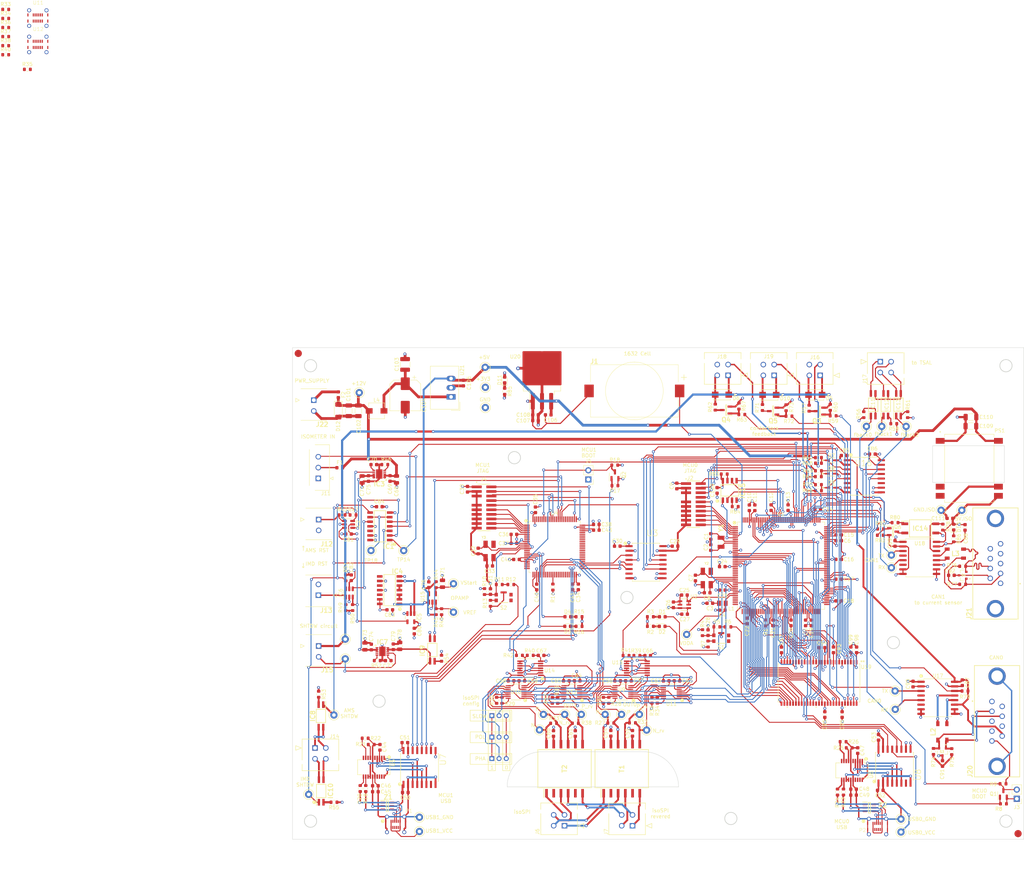
<source format=kicad_pcb>
(kicad_pcb (version 20221018) (generator pcbnew)
  (layers (0 "F.Cu" mixed) (1 "In1.Cu" signal) (2 "In2.Cu" signal) (31 "B.Cu" signal) (34 "B.Paste" user) (35 "F.Paste" user) (36 "B.SilkS" user "B.Silkscreen") (37 "F.SilkS" user "F.Silkscreen") (38 "B.Mask" user) (39 "F.Mask" user) (44 "Edge.Cuts" user))
  (property "AUTHOR" "Fraunhofer IISB foxBMS Team")
  (property "CONFIGURATIONPARAMETERS" "")
  (property "CONFIGURATORNAME" "")
  (property "DOCUMENTNUMBER" "9")
  (property "ISUSERCONFIGURABLE" "")
  (property "REL-DATE" "2017-05-16")
  (property "SHEETDESCRIPTION" "Debug LEDs for MCU0")
  (property "SHEETTOTAL" "24")
  (property "VERSION" "1.0.2")
  (property "VERSIONCONTROL_PROJFOLDERREVNUMBER" "")
  (property "VERSIONCONTROL_REVNUMBER" "")
  (net 0 "")
  (net 1 "Net-(U1-PC14)")
  (net 2 "GND")
  (net 3 "Net-(U1-PC15)")
  (net 4 "+3.3V")
  (net 5 "Net-(U1-VDDA)")
  (net 6 "Net-(U1-VCAP_1)")
  (net 7 "Net-(U1-VCAP_2)")
  (net 8 "Net-(U1-PH0)")
  (net 9 "Net-(U1-PH1)")
  (net 10 "/MCU0_primary/MCU0_ADC_REF/VREF+_MCU0")
  (net 11 "/MCU0_primary/MCU0_NRST")
  (net 12 "/MCU1_secondary/MCU1_NRST")
  (net 13 "Net-(U4-PH0)")
  (net 14 "Net-(U4-PH1)")
  (net 15 "Net-(U4-VCAP_1)")
  (net 16 "Net-(U4-VCAP_2)")
  (net 17 "Net-(U5-3V3OUT)")
  (net 18 "USB1_GND")
  (net 19 "USB1_VCC")
  (net 20 "Net-(U6-3V3OUT)")
  (net 21 "USB0_GND")
  (net 22 "USB_VCC")
  (net 23 "Net-(T1-SEC_5)")
  (net 24 "Net-(T1-SEC_2)")
  (net 25 "Net-(R33-Pad2)")
  (net 26 "Net-(U18-STB)")
  (net 27 "Net-(T2-SEC_5)")
  (net 28 "Net-(T2-SEC_2)")
  (net 29 "Net-(U11-VDD)")
  (net 30 "Net-(U12-VDD)")
  (net 31 "SUPPLY")
  (net 32 "Net-(IC3-SS)")
  (net 33 "Net-(C71-Pad1)")
  (net 34 "Net-(IC3-OUT_1)")
  (net 35 "+5V")
  (net 36 "Net-(IC7-SS)")
  (net 37 "Net-(IC7-OUT_1)")
  (net 38 "+5V_ISO")
  (net 39 "Net-(C91-Pad1)")
  (net 40 "Net-(C92-Pad1)")
  (net 41 "GND_ISO")
  (net 42 "Net-(U21-Vin)")
  (net 43 "Net-(D1-K)")
  (net 44 "Net-(D1-A)")
  (net 45 "Net-(D2-K)")
  (net 46 "Net-(D2-A)")
  (net 47 "Net-(D3-K)")
  (net 48 "Net-(D3-A)")
  (net 49 "Net-(D4-K)")
  (net 50 "Net-(D4-A)")
  (net 51 "/Contactors/contactors_com_pos")
  (net 52 "/Contactors/Contactor_out0")
  (net 53 "/Contactors/Contactor_out1")
  (net 54 "Net-(U16-VIA)")
  (net 55 "Net-(U16-VIB)")
  (net 56 "Net-(U16-VIC)")
  (net 57 "/Contactors/Contactor_out2")
  (net 58 "Net-(D11-K)")
  (net 59 "Net-(D13-K)")
  (net 60 "Net-(F1-Pad1)")
  (net 61 "Net-(F2-Pad1)")
  (net 62 "/Shutdown/Bender_OK_EXT")
  (net 63 "Net-(IC1-Pad2)")
  (net 64 "/Shutdown/AMS_SHTDW")
  (net 65 "/MCU0_primary/SHUTDOWN_ctrl_MCU0")
  (net 66 "/MCU1_secondary/SHUTDOWN_ctrl_MCU0")
  (net 67 "Net-(IC1-Pad6)")
  (net 68 "/Shutdown/IMD_SHTDW")
  (net 69 "Net-(IC1-Pad10)")
  (net 71 "Net-(IC2-Pad1)")
  (net 72 "Net-(IC2-Pad3)")
  (net 74 "Net-(IC3-ILIM)")
  (net 75 "Net-(IC4-Pad1)")
  (net 76 "Net-(IC4-Pad2)")
  (net 77 "Net-(IC4-Pad4)")
  (net 78 "Net-(IC4-Pad6)")
  (net 82 "Net-(IC6-Pad1)")
  (net 84 "Net-(IC7-ILIM)")
  (net 85 "Net-(IC8-K)")
  (net 86 "Net-(IC8-E)")
  (net 87 "Net-(IC8-C)")
  (net 88 "Net-(IC9-K)")
  (net 89 "/MCU0_primary/SHUTDOWN_feedback_MCU0")
  (net 90 "Net-(IC10-K)")
  (net 91 "Net-(IC10-E)")
  (net 92 "Net-(IC10-C)")
  (net 93 "/Contactors/Contactor_feedback0")
  (net 94 "Net-(IC11-K)")
  (net 95 "Net-(IC11-E)")
  (net 96 "Net-(IC11-C)")
  (net 97 "/Contactors/Contactor_feedback1")
  (net 98 "Net-(IC12-K)")
  (net 99 "Net-(IC12-C)")
  (net 100 "/Contactors/Contactor_feedback2")
  (net 101 "Net-(IC13-K)")
  (net 102 "Net-(IC13-C)")
  (net 103 "Net-(IC14-A)")
  (net 104 "Net-(IC14-K)")
  (net 105 "Net-(IC14-D2)")
  (net 106 "/MCU0_Memory/EEPROM.CS")
  (net 107 "/MCU0_Memory/EEPROM.MISO")
  (net 108 "Net-(IC15-~{W})")
  (net 109 "/MCU0_Memory/EEPROM.MOSI")
  (net 110 "/MCU0_Memory/EEPROM.SCK")
  (net 111 "Net-(IC15-~{HOLD})")
  (net 112 "Net-(J1-+)")
  (net 113 "/MCU0_primary/MCU0_SWDIO")
  (net 114 "/MCU0_primary/MCU0_SWCLK")
  (net 115 "/MCU0_primary/MCU0_SWO")
  (net 116 "/MCU0_primary/MCU0_TDI")
  (net 117 "/MCU0_primary/MCU0_TRACECLK")
  (net 118 "/MCU0_primary/MCU0_TRACED0")
  (net 119 "/MCU0_primary/MCU0_TRACED1")
  (net 120 "/MCU0_primary/MCU0_TRACED2")
  (net 121 "/MCU0_primary/MCU0_TRACED3")
  (net 122 "/MCU0_primary/MCU0_BOOT")
  (net 123 "/MCU1_secondary/MCU1_SWDIO")
  (net 124 "/MCU1_secondary/MCU1_SWCLK")
  (net 125 "/MCU1_secondary/MCU1_SWO")
  (net 126 "/MCU1_secondary/MCU1_TDI")
  (net 127 "/MCU1_secondary/MCU1_TRACECLK")
  (net 128 "/MCU1_secondary/MCU1_TRACED0")
  (net 129 "/MCU1_secondary/MCU1_TRACED1")
  (net 130 "/MCU1_secondary/MCU1_TRACED2")
  (net 131 "/MCU1_secondary/MCU1_TRACED3")
  (net 132 "/MCU1_secondary/MCU1_BOOT")
  (net 133 "Net-(T1-PRI_3)")
  (net 134 "Net-(T1-PRI_1)")
  (net 135 "Net-(T2-PRI_1)")
  (net 136 "Net-(T2-PRI_3)")
  (net 137 "Net-(T1-PRI_6)")
  (net 138 "Net-(T1-PRI_4)")
  (net 139 "Net-(T2-PRI_4)")
  (net 140 "Net-(T2-PRI_6)")
  (net 141 "/isoSPI_interface/POL_0")
  (net 142 "/isoSPI_interface/PHA_0")
  (net 143 "/isoSPI_interface/SLOW")
  (net 144 "/Contactors/feedback0")
  (net 145 "/Contactors/feedback1")
  (net 146 "/Contactors/feedback2")
  (net 147 "unconnected-(J20-PAD-Pad0)")
  (net 149 "/CAN0_interface/CAN0_L")
  (net 151 "/CAN0_interface/CAN0_H")
  (net 154 "/CAN0_interface/CAN1_-")
  (net 156 "/CAN0_interface/CAN1_+")
  (net 158 "Net-(U17-CANL)")
  (net 159 "Net-(U17-CANH)")
  (net 160 "Net-(U18-CANL)")
  (net 161 "Net-(U18-CANH)")
  (net 163 "/USB_interface/D1+")
  (net 164 "/USB_interface/D1-")
  (net 167 "/USB_interface/D0+")
  (net 168 "/USB_interface/D0-")
  (net 172 "/MCU0_primary/FTDI_MCU0.DTR")
  (net 173 "/MCU1_secondary/FTDI_MCU1.DTR")
  (net 174 "Net-(Q3-G)")
  (net 175 "Net-(Q3-D)")
  (net 176 "Net-(Q4-G)")
  (net 177 "Net-(Q4-D)")
  (net 178 "Net-(Q5-G)")
  (net 179 "Net-(Q5-D)")
  (net 180 "Net-(Q6-G)")
  (net 181 "Net-(U1-PB2)")
  (net 182 "Net-(R5-Pad2)")
  (net 183 "/MCU0_primary/FTDI_MCU0.RTS")
  (net 184 "Net-(R7-Pad1)")
  (net 185 "Net-(R11-Pad2)")
  (net 186 "/MCU1_secondary/FTDI_MCU1.RTS")
  (net 187 "Net-(R13-Pad1)")
  (net 188 "Net-(U4-PB2)")
  (net 189 "Net-(U5-USBDM)")
  (net 190 "Net-(U5-USBDP)")
  (net 191 "Net-(U5-~{DSR})")
  (net 192 "Net-(U5-~{CTS})")
  (net 193 "Net-(U6-USBDM)")
  (net 194 "Net-(U6-USBDP)")
  (net 195 "Net-(U6-~{DSR})")
  (net 196 "Net-(U6-~{CTS})")
  (net 197 "/isoSPI_interface/OUT0_N")
  (net 198 "/isoSPI_interface/OUT0_P")
  (net 199 "Net-(U9-IBIAS)")
  (net 200 "Net-(U9-ICMP)")
  (net 201 "Net-(U10-IBIAS)")
  (net 202 "Net-(U10-ICMP)")
  (net 203 "/isoSPI_interface/OUT0_P_rv")
  (net 204 "/isoSPI_interface/OUT0_N_rv")
  (net 205 "/isoSPI_interface/OUT1_N")
  (net 206 "/isoSPI_interface/OUT1_P")
  (net 207 "Net-(U11-IBIAS)")
  (net 208 "Net-(U11-ICMP)")
  (net 209 "Net-(U12-IBIAS)")
  (net 210 "Net-(U12-ICMP)")
  (net 211 "/isoSPI_interface/OUT1_P_rv")
  (net 212 "/isoSPI_interface/OUT1_N_rv")
  (net 213 "Net-(R39-Pad2)")
  (net 214 "Net-(R40-Pad2)")
  (net 215 "/MCU0_primary/isoSPI0.DIR")
  (net 216 "/MCU1_secondary/isoSPI1.DIR")
  (net 217 "Net-(R45-Pad2)")
  (net 218 "/Contactors/Contactor_ctrl0")
  (net 219 "/Contactors/Contactor_ctrl1")
  (net 220 "/Contactors/Contactor_ctrl2")
  (net 221 "/CAN0_interface/CAN0.TRANS_STBY_CTRL")
  (net 222 "/CAN0_interface/CAN1.TRANS_STBY_CTRL")
  (net 227 "/CAN0_interface/CAN0.TX")
  (net 228 "/CAN0_interface/CAN1.TX")
  (net 229 "/CAN0_interface/CAN0.RX")
  (net 230 "/CAN0_interface/CAN1.RX")
  (net 235 "/MCU0_Memory/MCU0_RAM.A0")
  (net 236 "/MCU0_Memory/MCU0_RAM.A1")
  (net 237 "/MCU0_Memory/MCU0_RAM.A2")
  (net 238 "/MCU0_Memory/MCU0_RAM.A3")
  (net 239 "/MCU0_Memory/MCU0_RAM.A4")
  (net 240 "/MCU0_Memory/MCU0_RAM.A5")
  (net 246 "/MCU0_Memory/MCU0_RAM.SDNWE")
  (net 256 "/MCU0_primary/isoSPI0.CS")
  (net 257 "/MCU0_primary/isoSPI0.SCK")
  (net 258 "/MCU0_primary/isoSPI0.MISO")
  (net 259 "/MCU0_primary/isoSPI0.MOSI")
  (net 264 "/MCU0_Memory/MCU0_RAM.SDNRAS")
  (net 265 "/MCU0_Memory/MCU0_RAM.A6")
  (net 266 "/MCU0_Memory/MCU0_RAM.A7")
  (net 267 "/MCU0_Memory/MCU0_RAM.A8")
  (net 268 "/MCU0_Memory/MCU0_RAM.A9")
  (net 269 "/MCU0_Memory/MCU0_RAM.A10")
  (net 270 "/MCU0_Memory/MCU0_RAM.A11")
  (net 271 "/MCU0_Memory/MCU0_RAM.D4")
  (net 272 "/MCU0_Memory/MCU0_RAM.D5")
  (net 273 "/MCU0_Memory/MCU0_RAM.D6")
  (net 274 "/MCU0_Memory/MCU0_RAM.D7")
  (net 275 "/MCU0_Memory/MCU0_RAM.D8")
  (net 276 "/MCU0_Memory/MCU0_RAM.D9")
  (net 277 "/MCU0_Memory/MCU0_RAM.D10")
  (net 278 "/MCU0_Memory/MCU0_RAM.D11")
  (net 279 "/MCU0_Memory/MCU0_RAM.D12")
  (net 280 "/MCU0_primary/FTDI_MCU0.TX")
  (net 281 "/MCU0_primary/FTDI_MCU0.RX")
  (net 282 "/MCU0_Memory/MCU0_RAM.SDNE1")
  (net 283 "/MCU0_Memory/MCU0_RAM.SDCKE1")
  (net 289 "/MCU0_primary/MCU_to_MCU_INTERFACE_MCU0.CS")
  (net 290 "/MCU0_primary/MCU_to_MCU_INTERFACE_MCU0.MISO")
  (net 291 "/MCU0_primary/MCU_to_MCU_INTERFACE_MCU0.MOSI")
  (net 292 "/MCU0_Memory/MCU0_RAM.D13")
  (net 293 "/MCU0_Memory/MCU0_RAM.D14")
  (net 294 "/MCU0_Memory/MCU0_RAM.D15")
  (net 298 "/MCU0_Memory/MCU0_RAM.D0")
  (net 299 "/MCU0_Memory/MCU0_RAM.D1")
  (net 302 "/MCU0_Memory/MCU0_RAM.BA0")
  (net 303 "/MCU0_Memory/MCU0_RAM.BA1")
  (net 306 "/MCU0_Memory/MCU0_RAM.SDCLK")
  (net 319 "/MCU0_Memory/MCU0_RAM.D2")
  (net 320 "/MCU0_Memory/MCU0_RAM.D3")
  (net 322 "/MCU0_primary/MCU_to_MCU_INTERFACE_MCU0.SCK")
  (net 328 "/MCU0_Memory/MCU0_RAM.SDNCAS")
  (net 330 "/MCU0_Memory/MCU0_RAM.NBL0")
  (net 331 "/MCU0_Memory/MCU0_RAM.NBL1")
  (net 336 "/MCU1_secondary/MCU_to_MCU_INTERFACE_MCU1.MISO")
  (net 338 "/MCU1_secondary/MCU_to_MCU_INTERFACE_MCU1.CS")
  (net 339 "/MCU1_secondary/MCU_to_MCU_INTERFACE_MCU1.SCK")
  (net 340 "/MCU1_secondary/MCU_to_MCU_INTERFACE_MCU1.MOSI")
  (net 350 "/MCU1_secondary/isoSPI1.CS")
  (net 351 "/MCU1_secondary/isoSPI1.SCK")
  (net 352 "/MCU1_secondary/isoSPI1.MISO")
  (net 353 "/MCU1_secondary/isoSPI1.MOSI")
  (net 367 "/MCU1_secondary/FTDI_MCU1.TX")
  (net 368 "/MCU1_secondary/FTDI_MCU1.RX")
  (net 402 "/USB_interface/USB_MCU1.DTR")
  (net 403 "/USB_interface/USB_MCU1.RTS")
  (net 404 "/USB_interface/USB_MCU1.RX")
  (net 411 "/USB_interface/USB_MCU1.TX")
  (net 412 "/USB_interface/USB_MCU0.DTR")
  (net 413 "/USB_interface/USB_MCU0.RTS")
  (net 414 "/USB_interface/USB_MCU0.RX")
  (net 421 "/USB_interface/USB_MCU0.TX")
  (net 424 "/isoSPI_interface/CS0_F")
  (net 425 "/isoSPI_interface/CS1_F")
  (net 426 "/isoSPI_interface/CS0_rv")
  (net 427 "/isoSPI_interface/CS1_rv")
  (net 429 "Net-(U13-Pad10)")
  (net 430 "Net-(U14-Pad11)")
  (net 431 "Net-(U14-Pad10)")
  (net 448 "Net-(U13-Pad13)")
  (footprint "Capacitor_SMD:CP_Elec_8x10" (layer "F.Cu") (at 112.254 107.7475 -90)
    (fp_text reference "C104")
    (fp_text value "56uF/50V")
  )
  (footprint "FTSH-110-01-L-DV-007-K-P:SAMTEC_FTSH-110-01-L-DV-007" (layer "F.Cu") (at 134.081 138.804 -90)
    (fp_text reference "J4")
    (fp_text value "FTSH-110-01-L-DV-007")
  )
  (footprint "ADR3425ARJZ-R2:RJ_6_ADI" (layer "F.Cu") (at 189.6022 165.74)
    (fp_text reference "U2")
    (fp_text value "ADR3425ARJZ-R2" hide)
  )
  (footprint "Capacitor_SMD:C_0603_1608Metric" (layer "F.Cu") (at 175.223 201.395799 -90)
    (fp_text reference "C55")
    (fp_text value "27pF/50V" hide)
  )
  (footprint "43045-0212:43045-02YY_121314" (layer "F.Cu") (at 88.2485 142.149 180)
    (fp_text reference "J12")
    (fp_text value "43045-0212" hide)
  )
  (footprint "Resistor_SMD:R_0603_1608Metric" (layer "F.Cu") (at 104.48675 181.242)
    (fp_text reference "R52")
    (fp_text value "6k8")
  )
  (footprint "Resistor_SMD:R_0603_1608Metric" (layer "F.Cu") (at 134.216 162.109 -90)
    (fp_text reference "R10")
    (fp_text value "10k")
  )
  (footprint "Capacitor_SMD:C_0603_1608Metric" (layer "F.Cu") (at 171.0229 149.524)
    (fp_text reference "C30")
    (fp_text value "100nF/50V")
  )
  (footprint "Resistor_SMD:R_0603_1608Metric" (layer "F.Cu") (at 122.301 180.594 -90)
    (fp_text reference "R54")
    (fp_text value "470R")
  )
  (footprint "Resistor_SMD:R_0603_1608Metric" (layer "F.Cu") (at 251.5 113.075 90)
    (fp_text reference "R61")
    (fp_text value "130R" hide)
  )
  (footprint "IS42S16400J-7TLI:54L_TSOP-2_400_ISI" (layer "F.Cu") (at 226.937001 187.4266 -90)
    (fp_text reference "U19")
    (fp_text value "IS42S16400J-7TLI")
  )
  (footprint "FS_Connector:molex 2193200001" (layer "F.Cu") (at 10.415 3.155)
    (fp_text reference "U11")
    (fp_text value "~")
  )
  (footprint "Resistor_SMD:R_0603_1608Metric" (layer "F.Cu") (at 232.058 217.671 90)
    (fp_text reference "R24")
    (fp_text value "27R")
  )
  (footprint "43045-0412:CON_430450412_MOL" (layer "F.Cu") (at 227.250001 102.19)
    (fp_text reference "J16")
    (fp_text value "430450412" hide)
  )
  (footprint "Capacitor_SMD:C_0603_1608Metric" (layer "F.Cu") (at 160.216 160.809 -90)
    (fp_text reference "C34")
    (fp_text value "100nF/50V")
  )
  (footprint "TestPoint:TestPoint_Keystone_5000-5004_Miniature" (layer "F.Cu") (at 116.18 224.6571)
    (fp_text reference "TP3" hide)
    (fp_text value "TestPoint")
  )
  (footprint "Capacitor_SMD:C_0603_1608Metric" (layer "F.Cu") (at 148.354 114.73 180)
    (fp_text reference "C107")
    (fp_text value "1uF/35V")
  )
  (footprint "Capacitor_SMD:C_0603_1608Metric" (layer "F.Cu") (at 148.336 139.446 90)
    (fp_text reference "C35")
    (fp_text value "100nF/50V")
  )
  (footprint "Capacitor_SMD:C_0603_1608Metric" (layer "F.Cu") (at 103.968 217.5881)
    (fp_text reference "C45")
    (fp_text value "4u7/25V")
  )
  (footprint "Capacitor_SMD:C_0603_1608Metric" (layer "F.Cu") (at 102.0665 130.772 -90)
    (fp_text reference "C75")
    (fp_text value "0.1u/50V")
  )
  (footprint "Capacitor_SMD:C_0603_1608Metric" (layer "F.Cu") (at 196.68 165.347 180)
    (fp_text reference "C3")
    (fp_text value "100nF/50V")
  )
  (footprint "TestPoint:TestPoint_Keystone_5000-5004_Miniature" (layer "F.Cu") (at 172.2 196.15 90)
    (fp_text reference "TP6" hide)
    (fp_text value "TestPoint" hide)
  )
  (footprint "Capacitor_SMD:C_0603_1608Metric" (layer "F.Cu") (at 200.127 161.6962 180)
    (fp_text reference "C23")
    (fp_text value "100nF/50V")
  )
  (footprint "LED_SMD:LED_0603_1608Metric" (layer "F.Cu") (at 183.5015 169.093)
    (fp_text reference "D1")
    (fp_text value "LED_RED" hide)
  )
  (footprint "GF1B-E367A:Diode_GF1B-E367A" (layer "F.Cu") (at 213.177002 107.595001 180)
    (fp_text reference "D10")
    (fp_text value "GF1B-E3_67A" hide)
  )
  (footprint "Capacitor_SMD:C_0603_1608Metric" (layer "F.Cu") (at 135.666 155.009 180)
    (fp_text reference "C33")
    (fp_text value "18pF/50V")
  )
  (footprint "Capacitor_SMD:C_0603_1608Metric" (layer "F.Cu") (at 261.159 209.76 90)
    (fp_text reference "C91")
    (fp_text value "1uF/35V")
  )
  (footprint "Capacitor_SMD:C_0603_1608Metric" (layer "F.Cu") (at 195.93 162.447 180)
    (fp_text reference "C8")
    (fp_text value "18pF/50V")
  )
  (footprint "ACPL-217:SOIC127P700X242-4N" (layer "F.Cu") (at 248.961 110.325 90)
    (fp_text reference "IC13")
    (fp_text value "ACPL-217-56BE" hide)
  )
  (footprint "KMR221GLFS:SW_KMR221GLFS" (layer "F.Cu") (at 199.83 175.047)
    (fp_text reference "S1")
    (fp_text value "KMR221GLFS")
  )
  (footprint "43650-0327:MOLEX_436500327" (layer "F.Cu") (at 88.15175 130.743 -90)
    (fp_text reference "J11")
    (fp_text value "436500327" hide)
  )
  (footprint "TestPoint:TestPoint_Keystone_5000-5004_Miniature" (layer "F.Cu") (at 161.05 196.15 90)
    (fp_text reference "TP13" hide)
    (fp_text value "TestPoint" hide)
  )
  (footprint "Resistor_SMD:R_0603_1608Metric" (layer "F.Cu") (at 233.708 217.671 90)
    (fp_text reference "R23")
    (fp_text value "27R")
  )
  (footprint "TestPoint:TestPoint_Keystone_5000-5004_Miniature" (layer "F.Cu") (at 125.61675 159.937 90)
    (fp_text reference "TP16" hide)
    (fp_text value "TestPoint")
  )
  (footprint "Resistor_SMD:R_0603_1608Metric" (layer "F.Cu") (at 176.45 179.85 180)
    (fp_text reference "R39")
    (fp_text value "20k")
  )
  (footprint "Capacitor_SMD:C_0603_1608Metric" (layer "F.Cu") (at 209.144 138.887 90)
    (fp_text reference "C11")
    (fp_text value "100nF/50V")
  )
  (footprint "Resistor_SMD:R_0603_1608Metric" (layer "F.Cu") (at 211.257002 111.095001 -90)
    (fp_text reference "R71")
    (fp_text value "1k")
  )
  (footprint "Capacitor_SMD:C_0603_1608Metric" (layer "F.Cu") (at 224.783 170.79 -90)
    (fp_text reference "C19")
    (fp_text value "100nF/50V")
  )
  (footprint "Capacitor_SMD:C_0603_1608Metric" (layer "F.Cu") (at 112.268 217.805 180)
    (fp_text reference "C50")
    (fp_text value "100n/50V")
  )
  (footprint "GF1B-E367A:Diode_GF1B-E367A" (layer "F.Cu") (at 225.900001 107.59 180)
    (fp_text reference "D5")
    (fp_text value "GF1B-E3_67A" hide)
  )
  (footprint "Capacitor_SMD:C_0603_1608Metric" (layer "F.Cu") (at 241.725 124)
    (fp_text reference "C86")
    (fp_text value "100nF/50V" hide)
  )
  (footprint "Capacitor_SMD:C_0603_1608Metric" (layer "F.Cu") (at 196.93 149.897 90)
    (fp_text reference "C2")
    (fp_text value "18pF/50V")
  )
  (footprint "Resistor_SMD:R_0603_1608Metric" (layer "F.Cu") (at 170.36925 132.7515 180)
    (fp_text reference "R17")
    (fp_text value "10k")
  )
  (footprint "Resistor_SMD:R_0603_1608Metric" (layer "F.Cu") (at 194.63 173.497 -90)
    (fp_text reference "R4")
    (fp_text value "10k")
  )
  (footprint "Capacitor_SMD:C_0603_1608Metric" (layer "F.Cu") (at 129.511 133.744 -90)
    (fp_text reference "C39")
    (fp_text value "100nF/50V")
  )
  (footprint "Package_QFP:LQFP-176_24x24mm_P0.5mm" (layer "F.Cu") (at 216.408 154.94)
    (fp_text reference "U1")
    (fp_text value "STM32F429IIT6")
  )
  (footprint "Resistor_SMD:R_0603_1608Metric" (layer "F.Cu") (at 153.166 160.859 -90)
    (fp_text reference "R14")
    (fp_text value "10k")
  )
  (footprint "43045-0412:CON_430450412_MOL" (layer "F.Cu") (at 175.239649 227.015)
    (fp_text reference "J7")
    (fp_text value "430450412" hide)
  )
  (footprint "Package_TO_SOT_SMD:SOT-23" (layer "F.Cu") (at 278.03 218.1825 90)
    (fp_text reference "Q1")
    (fp_text value "BSS84")
  )
  (footprint "TestPoint:TestPoint_Keystone_5000-5004_Miniature" (layer "F.Cu") (at 134.454 105.505)
    (fp_text reference "TP33" hide)
    (fp_text value "TestPoint" hide)
  )
  (footprint "Diode_SMD:D_MiniMELF" (layer "F.Cu") (at 93.7 112 -90)
    (fp_text reference "D12")
    (fp_text value "BZV55B15")
  )
  (footprint "TestPoint:TestPoint_Keystone_5000-5004_Miniature" (layer "F.Cu") (at 95.6255 175.299 180)
    (fp_text reference "TP23" hide)
    (fp_text value "TestPoint")
  )
  (footprint "Capacitor_SMD:C_0603_1608Metric" (layer "F.Cu") (at 141.572401 186.854 180)
    (fp_text reference "C58")
    (fp_text value "100n/50V" hide)
  )
  (footprint "Resistor_SMD:R_0603_1608Metric" (layer "F.Cu") (at 205.533667 113.041 180)
    (fp_text reference "R63")
    (fp_text value "10R")
  )
  (footprint "Resistor_SMD:R_0603_1608Metric" (layer "F.Cu") (at 226.77826 126.525001)
    (fp_text reference "R68")
    (fp_text value "47R")
  )
  (footprint "Resistor_SMD:R_0603_1608Metric" (layer "F.Cu") (at 175.223 198.495799 180)
    (fp_text reference "R32")
    (fp_text value "120R" hide)
  )
  (footprint "Resistor_SMD:R_0603_1608Metric" (layer "F.Cu") (at 153.371 198.622799)
    (fp_text reference "R33")
    (fp_text value "120R" hide)
  )
  (footprint "Capacitor_SMD:C_0603_1608Metric" (layer "F.Cu") (at 226.568 139.319)
    (fp_text reference "C14")
    (fp_text value "100nF/50V")
  )
  (footprint "Converter_DCDC:Converter_DCDC_TRACO_TSR-1_THT" (layer "F.Cu") (at 124.954 108.145 90)
    (fp_text reference "U21")
    (fp_text value "TSR_2-2450")
  )
  (footprint "FS_Semiconductor:SOIC127P600X175-14N" (layer "F.Cu") (at 107.90575 161.715 180)
    (fp_text reference "IC4")
    (fp_text value "SN74HC04DR" hide)
  )
  (footprint "TestPoint:TestPoint_Keystone_5000-5004_Miniature" (layer "F.Cu") (at 249.6505 225.171)
    (fp_text reference "TP4" hide)
    (fp_text value "TestPoint" hide)
  )
  (footprint "Capacitor_SMD:C_0603_1608Metric" (layer "F.Cu") (at 171.111302 186.854004 180)
    (fp_text reference "C56")
    (fp_text value "100n/50V" hide)
  )
  (footprint "Capacitor_SMD:C_0603_1608Metric" (layer "F.Cu") (at 108.0355 130.76 -90)
    (fp_text reference "C69")
    (fp_text value "0.1u/50V")
  )
  (footprint "Capacitor_SMD:C_0805_2012Metric" (layer "F.Cu") (at 100.2885 131.026 -90)
    (fp_text reference "C72")
    (fp_text value "10u/50V")
  )
  (footprint "Capacitor_SMD:C_0603_1608Metric" (layer "F.Cu") (at 165.2016 143.509)
    (fp_text reference "C38")
    (fp_text value "100nF/50V")
  )
  (footprint "Connector_PinHeader_2.54mm:PinHeader_1x02_P2.54mm_Vertical" (layer "F.Cu") (at 163 131.04 180)
    (fp_text reference "J5")
    (fp_text value "Conn_01x02_Pin" hide)
  )
  (footprint "TestPoint:TestPoint_Keystone_5000-5004_Miniature" (layer "F.Cu") (at 156.45 196.15 90)
    (fp_text reference "TP12" hide)
    (fp_text value "TestPoint" hide)
  )
  (footprint "TestPoint:TestPoint_Keystone_5000-5004_Miniature" (layer "F.Cu") (at 260.76 139.57 -90)
    (fp_text reference "TP36" hide)
    (fp_text value "TestPoint" hide)
  )
  (footprint "Capacitor_SMD:C_0603_1608Metric" (layer "F.Cu") (at 263.625 157.6)
    (fp_text reference "C92")
    (fp_text value "1uF/35V" hide)
  )
  (footprint "Capacitor_SMD:C_0603_1608Metric" (layer "F.Cu") (at 103.53075 126.915)
    (fp_text reference "C70")
    (fp_text value "100nF/50V")
  )
  (footprint "Package_SO:TSSOP-14_4.4x5mm_P0.65mm" (layer "F.Cu") (at 176.45 183.35)
    (fp_text reference "U13")
    (fp_text value "SN74LVC00AQPWRQ1" hide)
  )
  (footprint "Resistor_SMD:R_0603_1608Metric" (layer "F.Cu") (at 198.183667 110.991 -90)
    (fp_text reference "R62")
    (fp_text value "1k")
  )
  (footprint "Capacitor_SMD:C_0603_1608Metric" (layer "F.Cu") (at 232.385 153.1872)
    (fp_text reference "C16")
    (fp_text value "100nF/50V")
  )
  (footprint "ADUM3401CRWZ:SOIC127P1032X265-16N" (layer "F.Cu") (at 247.8545 210.5051 90)
    (fp_text reference "U8")
    (fp_text value "ADUM3401CRWZ")
  )
  (footprint "TestPoint:TestPoint_Keystone_5000-5004_Miniature" (layer "F.Cu") (at 244.326 116.325 90)
    (fp_text reference "TP25" hide)
    (fp_text value "TestPoint" hide)
  )
  (footprint "Capacitor_SMD:C_0603_1608Metric" (layer "F.Cu") (at 187.0229 149.524 180)
    (fp_text reference "C29")
    (fp_text value "100nF/50V")
  )
  (footprint "Capacitor_SMD:C_0603_1608Metric" (layer "F.Cu") (at 198.684 134.067 -90)
    (fp_text reference "C100")
    (fp_text value "100n/50V")
  )
  (footprint "LS1205EF:SON50P300X300X80-11N" (layer "F.Cu") (at 105.90775 178.686)
    (fp_text reference "IC7")
    (fp_text value "LS1205EF" hide)
  )
  (footprint "CDSOD323-T05:Bourns_Inc.-SOD-323-0-0-IPC_B" (layer "F.Cu") (at 230.423942 133.324999)
    (fp_text reference "D9")
    (fp_text value "CDSOD323-T05" hide)
  )
  (footprint "Resistor_SMD:R_0603_1608Metric" (layer "F.Cu") (at 168.661302 192.254004 90)
    (fp_text reference "R28")
    (fp_text value "820R" hide)
  )
  (footprint "Capacitor_SMD:C_0603_1608Metric" (layer "F.Cu") (at 158.6422 160.809 -90)
    (fp_text reference "C41")
    (fp_text value "2u2/10V")
  )
  (footprint "AD8628ARTZ-R2:SOT95P280X145-5N" (layer "F.Cu") (at 119.77475 163.874 90)
    (fp_text reference "U15")
    (fp_text value "AD8628ARTZ-R2")
  )
  (footprint "Capacitor_SMD:C_0603_1608Metric" (layer "F.Cu") (at 232.385 146.39)
    (fp_text reference "C15")
    (fp_text value "100nF/50V")
  )
  (footprint "LED_SMD:LED_0603_1608Metric" (layer "F.Cu") (at 157.3075 169.083 180)
    (fp_text reference "D4")
    (fp_text value "LED_Green")
  )
  (footprint "Resistor_SMD:R_0603_1608Metric" (layer "F.Cu") (at 120.79075 167.684 90)
    (fp_text reference "R45")
    (fp_text value "1k")
  )
  (footprint "Resistor_SMD:R_0603_1608Metric" (layer "F.Cu") (at 159.404 198.622799 180)
    (fp_text reference "R38")
    (fp_text value "120R" hide)
  )
  (footprint "Resistor_SMD:R_0603_1608Metric" (layer "F.Cu") (at 160.425 169.083)
    (fp_text reference "R15")
    (fp_text value "130R")
  )
  (footprint "ACPL-217:SOIC127P700X242-4N" (layer "F.Cu") (at 88.953325 217.375 90)
    (fp_text reference "IC10")
    (fp_text value "ACPL-217-56BE" hide)
  )
  (footprint "Resistor_SMD:R_0603_1608Metric" (layer "F.Cu") (at 143.9 179.8)
    (fp_text reference "R42")
    (fp_text value "0R" hide)
  )
  (footprint "Capacitor_SMD:C_0603_1608Metric" (layer "F.Cu") (at 189.6778 168.3762 180)
    (fp_text reference "C27")
    (fp_text value "100nF/50V")
  )
  (footprint "Capacitor_SMD:C_0805_2012Metric" (layer "F.Cu") (at 110.71475 177.16 90)
    (fp_text reference "C78")
    (fp_text value "10u/50V")
  )
  (footprint "HM2102NL:SOP200P1473X500-12N" (layer "F.Cu") (at 172.25 211.2 90)
    (fp_text reference "T1")
    (fp_text value "HM2102NL" hide)
  )
  (footprint "Resistor_SMD:R_0603_1608Metric" (layer "F.Cu") (at 226.773942 134.124999)
    (fp_text reference "R66")
    (fp_text value "10k")
  )
  (footprint "Resistor_SMD:R_0603_1608Metric" (layer "F.Cu") (at 120.79075 160.191 -90)
    (fp_text reference "R44")
    (fp_text value "100k")
  )
  (footprint "Capacitor_SMD:C_0603_1608Metric" (layer "F.Cu") (at 102.84075 177.48 90)
    (fp_text reference "C74")
    (fp_text value "0.1u/50V")
  )
  (footprint "TestPoint:TestPoint_Keystone_5000-5004_Miniature" (layer "F.Cu") (at 249.6505 228.75 -90)
    (fp_text reference "TP5" hide)
    (fp_text value "TestPoint")
  )
  (footprint "Package_SO:SSOP-20_3.9x8.7mm_P0.635mm" (layer "F.Cu") (at 236.058 211.671 -90)
    (fp_text reference "U6")
    (fp_text value "FT231XS-R")
  )
  (footprint "BLM21AG471SN1J:IND_BLM21_0805_MUR" (layer "F.Cu") (at 200.13 165.347 180)
    (fp_text reference "L1")
    (fp_text value "BLM21AG471SN1J")
  )
  (footprint "Resistor_SMD:R_0603_1608Metric" (layer "F.Cu") (at 180.1895 171.75 180)
    (fp_text reference "R2")
    (fp_text value "130R")
  )
  (footprint "TestPoint:TestPoint_Keystone_5000-5004_Miniature" (layer "F.Cu") (at 248.063 194.757)
    (fp_text reference "TP29" hide)
    (fp_text value "TestPoint")
  )
  (footprint "LTC6820HMS#PBF:MS_05-08-1669_ADI" (layer "F.Cu") (at 186.011301 189.954 180)
    (fp_text reference "U11")
    (fp_text value "LTC6820HMS-PBF" hide)
  )
  (footprint "Capacitor_SMD:C_0603_1608Metric" (layer "F.Cu") (at 187.572401 186.854)
    (fp_text reference "C62")
    (fp_text value "100n/50V" hide)
  )
  (footprint "Resistor_SMD:R_0603_1608Metric" (layer "F.Cu") (at 266.75 155.1 180)
    (fp_text reference "R76")
    (fp_text value "62R" hide)
  )
  (footprint "Resistor_SMD:R_0603_1608Metric" (layer "F.Cu") (at 239.326 113.075 90)
    (fp_text reference "R56")
    (fp_text value "130R" hide)
  )
  (footprint "Connector_PinHeader_2.00mm:PinHeader_1x03_P2.00mm_Vertical" (layer "F.Cu") (at 136.25 208.4 90)
    (fp_text reference "J9" hide)
    (fp_text value "Conn_01x03_Pin" hide)
  )
  (footprint "Capacitor_SMD:C_0603_1608Metric" (layer "F.Cu") (at 135.866 162.109 90)
    (fp_text reference "C31")
    (fp_text value "100nF/50V")
  )
  (footprint "Inductor_SMD:L_TracoPower_TCK-141" (layer "F.Cu") (at 104.3 112.025)
    (fp_text reference "L4")
    (fp_text value "5.6uH")
  )
  (footprint "Capacitor_SMD:C_0603_1608Metric" (layer "F.Cu") (at 200.127 155.1938 180)
    (fp_text reference "C24")
    (fp_text value "100nF/50V")
  )
  (footprint "Capacitor_SMD:C_0603_1608Metric" (layer "F.Cu") (at 128.3715 104.3125 -90)
    (fp_text reference "C105")
    (fp_text value "100nF/50V")
  )
  (footprint "TestPoint:TestPoint_Keystone_5000-5004_Miniature" (layer "F.Cu") (at 167.65 196.15 90)
    (fp_text reference "TP7" hide)
    (fp_text value "TestPoint" hide)
  )
  (footprint "Resistor_SMD:R_0603_1608Metric" (layer "F.Cu") (at 226.773942 128.624999)
    (fp_text reference "R69")
    (fp_text value "47R")
  )
  (footprint "Package_SO:SOIC-16W_7.5x10.3mm_P1.27mm" (layer "F.Cu") (at 254.85 152.775)
    (fp_text reference "U18")
    (fp_text value "TJA1052IT/5Y")
  )
  (footprint "Resistor_SMD:R_0603_1608Metric" (layer "F.Cu") (at 106.57875 126.915 180)
    (fp_text reference "R46")
    (fp_text value "6k8")
  )
  (footprint "Capacitor_SMD:C_0603_1608Metric" (layer "F.Cu") (at 148.354 113.13 180)
    (fp_text reference "C108")
    (fp_text value "100nF/50V")
  )
  (footprint "Resistor_SMD:R_0603_1608Metric" (layer "F.Cu") (at 97.78475 140.87925)
    (fp_text reference "R47")
    (fp_text value "10k")
  )
  (footprint "Resistor_SMD:R_0603_1608Metric" (layer "F.Cu") (at 1.505 10.795)
    (fp_text reference "R38")
    (fp_text value "2k2")
  )
  (footprint "TestPoint:TestPoint_Keystone_5000-5004_Miniature" (layer "F.Cu") (at 179.15 200.5 90)
    (fp_text reference "TP9" hide)
    (fp_text value "TestPoint" hide)
  )
  (footprint "Capacitor_SMD:C_0603_1608Metric" (layer "F.Cu") (at 213.662 138.846 90)
    (fp_text reference "C12")
    (fp_text value "100nF/50V")
  )
  (footprint "ACPL-217:SOIC127P700X242-4N" (layer "F.Cu") (at 245.441 110.325 90)
    (fp_text reference "IC12")
    (fp_text value "ACPL-217-56BE" hide)
  )
  (footprint "Capacitor_SMD:C_0603_1608Metric" (layer "F.Cu") (at 233.901 124.395)
    (fp_text reference "C85")
    (fp_text value "100nF/50V" hide)
  )
  (footprint "Capacitor_SMD:C_0603_1608Metric" (layer "F.Cu") (at 97.278 158.279 90)
    (fp_text reference "C82")
    (fp_text value "100n/50V")
  )
  (footprint "ADUM3401CRWZ:SOIC127P1032X265-16N" (layer "F.Cu") (at 178.9739 153.959)
    (fp_text reference "U3")
    (fp_text value "ADUM3401CRWZ")
  )
  (footprint "FS_Connector:molex 2193200001" (layer "F.Cu") (at 109.58 226.6571)
    (fp_text reference "P1")
    (fp_text value "USB_C_Plug_USB2.0" hide)
  )
  (footprint "Resistor_SMD:R_0603_1608Metric" (layer "F.Cu") (at 233.608 203.721)
    (fp_text reference "R26")
    (fp_text value "0R")
  )
  (footprint "Capacitor_SMD:C_0603_1608Metric" (layer "F.Cu") (at 219.177 170.7894 -90)
    (fp_text reference "C20")
    (fp_text value "100nF/50V")
  )
  (footprint "Resistor_SMD:R_0603_1608Metric" (layer "F.Cu") (at 154.500201 192.254 90)
    (fp_text reference "R35")
    (fp_text value "820R")
  )
  (footprint "Resistor_SMD:R_0603_1608Metric" (layer "F.Cu") (at 1.505 8.285)
    (fp_text reference "R37")
    (fp_text value "2k2")
  )
  (footprint "LTC6820HMS#PBF:MS_05-08-1669_ADI" (layer "F.Cu") (at 142.961301 189.954 180)
    (fp_text reference "U10")
    (fp_text value "LTC6820HMS-PBF" hide)
  )
  (footprint "Capacitor_SMD:C_0603_1608Metric" (layer "F.Cu") (at 227.762 177.646)
    (fp_text reference "C94")
    (fp_text value "100n/50V")
  )
  (footprint "Resistor_SMD:R_0603_1608Metric" (layer "F.Cu") (at 226.753275 130.248999)
    (fp_text reference "R65")
    (fp_text value "10k")
  )
  (footprint "Capacitor_SMD:C_0603_1608Metric" (layer "F.Cu") (at 174.111302 186.854004)
    (fp_text reference "C57")
    (fp_text value "100n/50V" hide)
  )
  (footprint "Capacitor_SMD:C_0603_1608Metric" (layer "F.Cu") (at 252.995 187.746 90)
    (fp_text reference "C90")
    (fp_text value "100nF/50V")
  )
  (footprint "Capacitor_SMD:C_0603_1608Metric" (layer "F.Cu") (at 153.3334 201.442199 -90)
    (fp_text reference "C60")
    (fp_text value "27pF/50V" hide)
  )
  (footprint "TestPoint:TestPoint_Keystone_5000-5004_Miniature" (layer "F.Cu") (at 150.55 196.15 90)
    (fp_text reference "TP10" hide)
    (fp_text value "TestPoint" hide)
  )
  (footprint "Resistor_SMD:R_0603_1608Metric" (layer "F.Cu") (at 1.505 13.305)
    (fp_text reference "R40")
    (fp_text value "2k2")
  )
  (footprint "Capacitor_SMD:C_0603_1608Metric" (layer "F.Cu") (at 248 148.775 90)
    (fp_text reference "C89")
    (fp_text value "100nF/50V" hide)
  )
  (footprint "Resistor_SMD:R_0603_1608Metric" (layer "F.Cu") (at 102.825 204.5071)
    (fp_text reference "R21")
    (fp_text value "0R")
  )
  (footprint "Capacitor_SMD:C_0603_1608Metric" (layer "F.Cu") (at 228.537201 196.1896 -90)
    (fp_text reference "C96")
    (fp_text value "100n/50V")
  )
  (footprint "Resistor_SMD:R_0603_1608Metric" (layer "F.Cu") (at 235.308 205.421)
    (fp_text reference "R25")
    (fp_text value "0R")
  )
  (footprint "IRLML0100TRPBF:SOT95P237X112-3N" (layer "F.Cu") (at 201.183667 111.791 180)
    (fp_text reference "Q4")
    (fp_text value "IRLML0100TRPBF" hide)
  )
  (footprint "Capacitor_SMD:C_0603_1608Metric" (layer "F.Cu") (at 232.385 164.6934)
    (fp_text reference "C18")
    (fp_text value "100nF/50V")
  )
  (footprint "Capacitor_SMD:C_0603_1608Metric" (layer "F.Cu") (at 214.1478 170.7894 -90)
    (fp_text reference "C21")
    (fp_text value "100nF/50V")
  )
  (footprint "Resistor_SMD:R_0603_1608Metric" (layer "F.Cu") (at 153.000201 192.254 90)
    (fp_text reference "R37")
    (fp_text value "1k2")
  )
  (footprint "TestPoint:TestPoint_Keystone_5000-5004_Miniature" (layer "F.Cu") (at 266.51 139.57 -90)
    (fp_text reference "TP35" hide)
    (fp_text value "TestPoint" hide)
  )
  (footprint "Resistor_SMD:R_0603_1608Metric" (layer "F.Cu") (at 135.866 165.359 -90)
    (fp_text reference "R13")
    (fp_text value "0R")
  )
  (footprint "Resistor_SMD:R_0603_1608Metric" (layer "F.Cu") (at 101.301 216.6991 90)
    (fp_text reference "R19")
    (fp_text value "27R")
  )
  (footprint "Capacitor_SMD:C_1206_3216Metric" (layer "F.Cu") (at 99.25 112 -90)
    (fp_text reference "C102")
    (fp_text value "10uF/50V" hide)
  )
  (footprint "M95M02-DRMN6TP:SOIC127P600X175-8N" (layer "F.Cu") (at 202.184 134.067 90)
    (fp_text reference "IC15")
    (fp_text value "M95M02-DRMN6TP" hide)
  )
  (footprint "Capacitor_SMD:C_0603_1608Metric" (layer "F.Cu") (at 223.2106 170.7906 -90)
    (fp_text reference "C5")
    (fp_text value "2u2/10V")
  )
  (footprint "Resistor_SMD:R_0603_1608Metric" (layer "F.Cu") (at 95.754 158.292 -90)
    (fp_text reference "R51")
    (fp_text value "10k")
  )
  (footprint "TestPoint:TestPoint_Keystone_5000-5004_Miniature" (layer "F.Cu") (at 240.076 116.325 90)
    (fp_text reference "TP24" hide)
    (fp_text value "TestPoint" hide)
  )
  (footprint "Capacitor_SMD:C_0603_1608Metric" (layer "F.Cu") (at 179.45 179.85)
    (fp_text reference "C66")
    (fp_text value "100n/50V")
  )
  (footprint "Capacitor_SMD:C_1206_3216Metric" (layer "F.Cu") (at 269.025 116.25 180)
    (fp_text reference "C109")
    (fp_text value "47uF/25V" hide)
  )
  (footprint "Resistor_SMD:R_0603_1608Metric" (layer "F.Cu") (at 1.505 3.265)
    (fp_text reference "R34")
    (fp_text value "20k")
  )
  (footprint "43045-0412:CON_430450412_MOL" (layer "F.Cu") (at 156.389649 227)
    (fp_text reference "J6")
    (fp_text value "430450412" hide)
  )
  (footprint "Capacitor_SMD:C_0603_1608Metric" (layer "F.Cu") (at 143.074 153.21 180)
    (fp_text reference "C42")
    (fp_text value "100nF/50V")
  )
  (footprint "7B-8.000MAAJ-T:OSCSC500X320X105-4N" (layer "F.Cu") (at 135.616 150.859)
    (fp_text reference "Y3")
    (fp_text value "7B-8.000MAAJ-T")
  )
  (footprint "Package_TO_SOT_SMD:TSOT-23-6" (layer "F.Cu") (at 96.742 162.478 90)
    (fp_text reference "IC6")
    (fp_text value "SN74LVC1G332DBVR")
  )
  (footprint "Resistor_SMD:R_0603_1608Metric" (layer "F.Cu") (at 258.659 206.41 -90)
    (fp_text reference "R74")
    (fp_text value "62R")
  )
  (footprint "HM2102NL:SOP200P1473X500-12N" (layer "F.Cu") (at 156.4 211.2 90)
    (fp_text reference "T2")
    (fp_text value "HM2102NL" hide)
  )
  (footprint "Capacitor_SMD:C_0603_1608Metric" (layer "F.Cu") (at 144.572401 186.854)
    (fp_text reference "C59")
    (fp_text value "100n/50V" hide)
  )
  (footprint "Package_SO:TSSOP-14_4.4x5mm_P0.65mm" (layer "F.Cu") (at 146.9 183.35)
    (fp_text reference "U14")
    (fp_text value "SN74LVC00AQPWRQ1" hide)
  )
  (footprint "Resistor_SMD:R_0603_1608Metric" (layer "F.Cu") (at 230.850001 113.39 180)
    (fp_text reference "R59")
    (fp_text value "10R")
  )
  (footprint "TestPoint:TestPoint_Keystone_5000-5004_Miniature" (layer "F.Cu") (at 149.45 200.45 90)
    (fp_text reference "TP11" hide)
    (fp_text value "TestPoint" hide)
  )
  (footprint "Resistor_SMD:R_0603_1608Metric" (layer "F.Cu") (at 173.45 179.85)
    (fp_text reference "R41")
    (fp_text value "0R")
  )
  (footprint "Package_TO_SOT_SMD:TO-263-3_TabPin2" (layer "F.Cu") (at 150.154 101.705 90)
    (fp_text reference "U20")
    (fp_text value "LM1085IS-3.3/NOPB")
  )
  (footprint "ACPL-217:SOIC127P700X242-4N" (layer "F.Cu") (at 88.883325 196.575326 -90)
    (fp_text reference "IC8")
    (fp_text value "ACPL-217-56BE" hide)
  )
  (footprint "Package_TO_SOT_SMD:SOT-23" (layer "F.Cu") (at 170.36925 129.864 90)
    (fp_text reference "Q2")
    (fp_text value "BSS84")
  )
  (footprint "TestPoint:TestPoint_Keystone_5000-5004_Miniature" (layer "F.Cu") (at 134.454 111.105)
    (fp_text reference "TP34" hide)
    (fp_text value "TestPoint" hide)
  )
  (footprint "Capacitor_SMD:C_0603_1608Metric" (layer "F.Cu") (at 216.523001 178.2826 90)
    (fp_text reference "C97")
    (fp_text value "100n/50V")
  )
  (footprint "TestPoint:TestPoint_Keystone_5000-5004_Miniature" (layer "F.Cu") (at 85.483325 218.325326 90)
    (fp_text reference "TP21" hide)
    (fp_text value "TestPoint")
  )
  (footprint "Package_QFP:LQFP-100_14x14mm_P0.5mm" (layer "F.Cu") (at 153.67 149.733)
    (fp_text reference "U4")
    (fp_text value "STM32F429VITx")
  )
  (footprint "Resistor_SMD:R_0603_1608Metric" (layer "F.Cu") (at 217.807002 111.145001 90)
    (fp_text reference "R73")
    (fp_text value "10k")
  )
  (footprint "Capacitor_SMD:C_1206_3216Metric" (layer "F.Cu") (at 96.6 112 -90)
    (fp_text reference "C101")
    (fp_text value "10uF/50V")
  )
  (footprint "TestPoint:TestPoint_Keystone_5000-5004_Miniature" (layer "F.Cu") (at 248.013 189.657)
    (fp_text reference "TP27" hide)
    (fp_text value "TestPoint")
  )
  (footprint "Capacitor_SMD:C_0603_1608Metric" (layer "F.Cu") (at 192.68 158.347 -90)
    (fp_text reference "C7")
    (fp_text value "18pF/50V")
  )
  (footprint "Resistor_SMD:R_0603_1608Metric" (layer "F.Cu") (at 196.18 176.647 -90)
    (fp_text reference "R7")
    (fp_text value "0R")
  )
  (footprint "Capacitor_SMD:C_0603_1608Metric" (layer "F.Cu") (at 156.900201 186.854 180)
    (fp_text reference "C65")
    (fp_text value "100n/50V" hide)
  )
  (footprint "Capacitor_SMD:C_0603_1608Metric" (layer "F.Cu") (at 149.9 179.8)
    (fp_text reference "C67")
    (fp_text value "100n/50V" hide)
  )
  (footprint "43045-0412:CON_430450412_MOL" (layer "F.Cu") (at 214.500001 102.19)
    (fp_text reference "J19")
    (fp_text value "430450412" hide)
  )
  (footprint "IP4220CZ6:SOT95P275X110-6N" (layer "F.Cu") (at 107.28 221.5571)
    (fp_text reference "Z1")
    (fp_text value "IP4220CZ6,125" hide)
  )
  (footprint "Resistor_SMD:R_0603_1608Metric" (layer "F.Cu") (at 167.161302 192.254004 90)
    (fp_text reference "R31")
    (fp_text value "1k2" hide)
  )
  (footprint "Capacitor_SMD:C_0603_1608Metric" (layer "F.Cu") (at 232.385 158.6736)
    (fp_text reference "C17")
    (fp_text value "100nF/50V")
  )
  (footprint "TestPoint:TestPoint_Keystone_5000-5004_Miniature" (layer "F.Cu") (at 125.61675 167.811 90)
    (fp_text reference "TP17" hide)
    (fp_text value "TestPoint")
  )
  (footprint "Resistor_SMD:R_0603_1608Metric" (layer "F.Cu") (at 261.25 144.245 90)
    (fp_text reference "R78")
    (fp_text value "10k" hide)
  )
  (footprint "IRLML0100TRPBF:SOT95P237X112-3N" (layer "F.Cu") (at 227.150001 112.09 180)
    (fp_text reference "Q3")
    (fp_text value "IRLML0100TRPBF" hide)
  )
  (footprint "FS_Connector:L177TSEH09SOL2RM8" (layer "F.Cu") (at 274.863 192.567 90)
    (fp_text reference "J20")
    (fp_text value "DE9_Receptacle_MountingHoles" hide)
  )
  (footprint "Capacitor_SMD:C_0603_1608Metric" (layer "F.Cu") (at 148.6916 160.8328 -90)
    (fp_text reference "C40")
    (fp_text value "100nF/50V")
  )
  (footprint "Capacitor_SMD:C_0805_2012Metric" (layer "F.Cu") (at 101.06275 177.287 90)
    (fp_text reference "C73")
    (fp_text value "10u/50V")
  )
  (footprint "Resistor_SMD:R_0603_1608Metric" (layer "F.Cu") (at 243.925 146.5)
    (fp_text reference "R82")
    (fp_text value "10k" hide)
  )
  (footprint "Resistor_SMD:R_0603_1608Metric" (layer "F.Cu") (at 92.5 220.5 180)
    (fp_text reference "R55")
    (fp_text value "130R" hide)
  )
  (footprint "FS_Connector:molex 2193200001" (layer "F.Cu") (at 10.415 10.465)
    (fp_text reference "U12")
    (fp_text value "~")
  )
  (footprint "Resistor_SMD:R_0603_1608Metric" (layer "F.Cu") (at 94.73675 140.87925 180)
    (fp_text reference "R43")
    (fp_text value "10k")
  )
  (footprint "Resistor_SMD:R_0603_1608Metric" (layer "F.Cu") (at 212.18 170.797 90)
    (fp_text reference "R1")
    (fp_text value "10k")
  )
  (footprint "Capacitor_SMD:C_0603_1608Metric" (layer "F.Cu") (at 196.93 146.847 -90)
    (fp_text reference "C1")
    (fp_text value "18pF/50V")
  )
  (footprint "CDSOD323-T05:Bourns_Inc.-SOD-323-0-0-IPC_B" (layer "F.Cu") (at 230.376101 125.725)
    (fp_text reference "D7")
    (fp_text value "CDSOD323-T05" hide)
  )
  (footprint "TRI 1-1211SM:CONV_TRI_1-1211SM" (layer "F.Cu") (at 268.585 127.95 -90)
    (fp_text reference "PS1")
    (fp_text value "TRI_1-1211SM" hide)
  )
  (footprint "ADUM3300CRWZ:SOIC127P1032X265-16N" (layer "F.Cu") (at 239.501 130.145)
    (fp_text reference "U16")
    (fp_text value "ADUM3300CRWZ" hide)
  )
  (footprint "TestPoint:TestPoint_Keystone_5000-5004_Miniature" (layer "F.Cu") (at 251.076 116.325 90)
    (fp_text reference "TP26" hide)
    (fp_text value "TestPoint" hide)
  )
  (footprint "Capacitor_SMD:C_0603_1608Metric" (layer "F.Cu") (at 151.879 113.13 180)
    (fp_text reference "C106")
    (fp_text value "100nF/50V")
  )
  (footprint "Resistor_SMD:R_0603_1608Metric" (layer "F.Cu") (at 244 144.75 180)
    (fp_text reference "R81")
    (fp_text value "10R" hide)
  )
  (footprint "Resistor_SMD:R_0603_1608Metric" (layer "F.Cu") (at 230.050001 111.04 90)
    (fp_text reference "R60")
    (fp_text value "10k")
  )
  (footprint "Resistor_SMD:R_0603_1608Metric" (layer "F.Cu") (at 138.316 160.159)
    (fp_text reference "R11")
    (fp_text value "680R")
  )
  (footprint "Capacitor_SMD:C_0603_1608Metric" (layer "F.Cu") (at 142.367 148.7424 180)
    (fp_text reference "C37")
    (fp_text value "100nF/50V")
  )
  (footprint "LS1205EF:SON50P300X300X80-11N" (layer "F.Cu") (at 105.04275 129.521 180)
    (fp_text reference "IC3")
    (fp_text value "LS1205EF" hide)
  )
  (footprint "Connector_PinHeader_2.00mm:PinHeader_1x03_P2.00mm_Vertical" (layer "F.Cu") (at 136.25 196.5 90)
    (fp_text reference "J10" hide)
    (fp_text value "Conn_01x03_Pin" hide)
  )
  (footprint "Capacitor_SMD:C_0603_1608Metric" (layer "F.Cu") (at 237.351001 178.2572 90)
    (fp_text reference "C98")
    (fp_text value "100n/50V")
  )
  (footprint "FS_Passive:ACT45B1012PTL003" (layer "F.Cu") (at 264.725 151.6 180)
    (fp_text reference "L3")
    (fp_text value "ACT45B 2000uH" hide)
  )
  (footprint "TestPoint:TestPoint_Keystone_5000-5004_Miniature" (layer "F.Cu") (at 95.6255 180.76 180)
    (fp_text reference "TP22" hide)
    (fp_text value "TestPoint")
  )
  (footprint "FS_Semiconductor:SOIC127P600X175-14N" (layer "F.Cu") (at 105.225 144.018 180)
    (fp_text reference "IC1")
    (fp_text value "SN74LVC08AD" hide)
  )
  (footprint "ACPL-217:SOIC127P700X242-4N" (layer "F.Cu") (at 241.941 110.325 90)
    (fp_text reference "IC11")
    (fp_text value "ACPL-217-56BE" hide)
  )
  (footprint "FS_Connector:fiducial 2mm with 3mm mask" (layer "F.Cu") (at 82.6 96.1)
    (fp_text reference "FID1" hide)
    (fp_text value "Fiducial" hide)
  )
  (footprint "Resistor_SMD:R_0603_1608Metric" (layer "F.Cu") (at 97.659 166.547 90)
    (fp_text reference "R50")
    (fp_text value "10k")
  )
  (footprint "Capacitor_SMD:C_0603_1608Metric" (layer "F.Cu") (at 232.383 147.9952)
    (fp_text reference "C6")
    (fp_text value "2u2/10V")
  )
  (footprint "Capacitor_SMD:C_0603_1608Metric" (layer "F.Cu") (at 236.508 216.871)
    (fp_text reference "C48")
    (fp_text value "4u7/25V")
  )
  (footprint "Resistor_SMD:R_0603_1608Metric" (layer "F.Cu") (at 160.425 171.75)
    (fp_text reference "R16")
    (fp_text value "130R")
  )
  (footprint "Capacitor_SMD:C_0603_1608Metric" (layer "F.Cu") (at 118.77475 160.199 90)
    (fp_text reference "C76")
    (fp_text value "100n/50V")
  )
  (footprint "Capacitor_SMD:C_0603_1608Metric" (layer "F.Cu") (at 237.658 206.171 90)
    (fp_text reference "C47")
    (fp_text value "100n/50V")
  )
  (footprint "Resistor_SMD:R_0603_1608Metric" (layer "F.Cu") (at 88.253325 190.575326 -90)
    (fp_text reference "R53")
    (fp_text value "130R")
  )
  (footprint "43045-0412:CON_430450412_MOL" (layer "F.Cu") (at 87.243676 205.460326 180)
    (fp_text reference "J14")
    (fp_text value "430450412")
  )
  (footprint "Capacitor_SMD:C_0603_1608Metric" (layer "F.Cu") (at 159.900201 186.854)
    (fp_text reference "C64")
    (fp_text value "100n/50V" hide)
  )
  (footprint "Resistor_SMD:R_0603_1608Metric" (layer "F.Cu") (at 169.223 198.545799)
    (fp_text reference "R27")
    (fp_text value "120R" hide)
  )
  (footprint "FS_Connector:L177TSEH09SOL2RM8" (layer "F.Cu") (at 277.25 159.82 -90)
    (fp_text reference "J21")
    (fp_text value "DE9_Receptacle_MountingHoles" hide)
  )
  (footprint "ADUM3401CRWZ:SOIC127P1032X265-16N" (layer "F.Cu") (at 116.205 210.8581 90)
    (fp_text reference "U7")
    (fp_text value "ADUM3401CRWZ")
  )
  (footprint "Resistor_SMD:R_0603_1608Metric" (layer "F.Cu") (at 226.773942 132.474999)
    (fp_text reference "R70")
    (fp_text value "47R")
  )
  (footprint "Capacitor_SMD:C_0603_1608Metric" (layer "F.Cu") (at 266.645 187.371 90)
    (fp_text reference "C87")
    (fp_text value "100nF/50V")
  )
  (footprint "Capacitor_SMD:C_0603_1608Metric" (layer "F.Cu") (at 236.508 218.521)
    (fp_text reference "C49")
    (fp_text value "100n/50V")
  )
  (footprint "Capacitor_SMD:C_0603_1608Metric" (layer "F.Cu") (at 207.62 138.887 90)
    (fp_text reference "C10")
    (fp_text value "100nF/50V")
  )
  (footprint "Resistor_SMD:R_0603_1608Metric" (layer "F.Cu") (at 266.75 160.1 180)
    (fp_text reference "R77")
    (fp_text value "62R" hide)
  )
  (footprint "Capacitor_SMD:C_0603_1608Metric" (layer "F.Cu") (at 142.367 146.2532 180)
    (fp_text reference "C36")
    (fp_text value "100nF/50V")
  )
  (footprint "43045-0412:CON_430450412_MOL" (layer "F.Cu") (at 243.921001 98.385 180)
    (fp_text reference "J17")
    (fp_text value "430450412" hide)
  )
  (footprint "FTSH-110-01-L-DV-007-K-P:SAMTEC_FTSH-110-01-L-DV-007" (layer "F.Cu") (at 192.108 137.89 -90)
    (fp_text reference "J2")
    (fp_text value "FTSH-110-01-L-DV-007")
  )
  (footprint "Resistor_SMD:R_0603_1608Metric" (layer "F.Cu") (at 1.505 0.755)
    (fp_text reference "R33")
    (fp_text value "0R")
  )
  (footprint "PESD1CAN:DIO_PESD1CAN_215" (layer "F.Cu") (at 261.159 206.5475 -90)
    (fp_text reference "S3")
    (fp_text value "PESD1CAN_215")
  )
  (footprint "Resistor_SMD:R_0603_1608Metric" (layer "F.Cu") (at 263.709 206.46 -90)
    (fp_text reference "R75")
    (fp_text value "62R")
  )
  (footprint "IP4220CZ6:SOT95P275X110-6N" (layer "F.Cu") (at 240.9005 222.021)
    (fp_text reference "Z2")
    (fp_text value "IP4220CZ6,125" hide)
  )
  (footprint "Capacitor_SMD:C_0603_1608Metric" (layer "F.Cu") (at 186.5778 165.7762 90)
    (fp_text reference "C26")
    (fp_text value "1uF/35V")
  )
  (footprint "Capacitor_SMD:C_0603_1608Metric" (layer "F.Cu") (at 184.572401 186.854 180)
    (fp_text reference "C63")
    (fp_text value "100n/50V" hide)
  )
  (footprint "Capacitor_SMD:C_0805_2012Metric" (layer "F.Cu") (at 122.56875 159.937 90)
    (fp_text reference "C71")
    (fp_text value "6.8uF/50V")
  )
  (footprint "FS_Connector:fiducial 2mm with 3mm mask" (layer "F.Cu") (at 282.1 229.2)
    (fp_text reference "FID2" hide)
    (fp_text value "Fiducial" hide)
  )
  (footprint "Capacitor_SMD:C_0603_1608Metric" (layer "F.Cu") (at 112.141 203.962 180)
    (fp_text reference "C51")
    (fp_text value "100n/50V")
  )
  (footprint "Resistor_SMD:R_0603_1608Metric" (layer "F.Cu") (at 267.395 189.671)
    (fp_text reference "R79")
    (fp_text value "10k")
  )
  (footprint "Resistor_SMD:R_0603_1608Metric" (layer "F.Cu") (at 7.515 17.375)
    (fp_text reference "R35")
    (fp_text value "10k")
  )
  (footprint "Capacitor_SMD:C_0603_1608Metric" (layer "F.Cu") (at 105.075 138.583)
    (fp_text reference "C84")
    (fp_text value "100n/50V")
  )
  (footprint "PESD1CAN:DIO_PESD1CAN_215" (layer "F.Cu") (at 266.75 157.6 180)
    (fp_text reference "S4")
    (fp_text value "PESD1CAN_215" hide)
  )
  (footprint "Capacitor_SMD:C_0603_1608Metric" (layer "F.Cu") (at 169.223 201.395799 -90)
    (fp_text reference "C54")
    (fp_text value "27pF/50V" hide)
  )
  (footprint "Resistor_SMD:R_0603_1608Metric" (layer "F.Cu") (at 264.26 147.495 -90)
    (fp_text reference "R86")
    (fp_text value "200R" hide)
  )
  (footprint "Capacitor_SMD:C_0603_1608Metric" (layer "F.Cu") (at 96.53375 146.158 180)
    (fp_text reference "C81")
    (fp_text value "100n/50V")
  )
  (footprint "Capacitor_SMD:C_1206_3216Metric" (layer "F.Cu") (at 269.05 113.75 180)
    (fp_text reference "C110")
    (fp_text value "47uF/25V" hide)
  )
  (footprint "AQY211EHA:SOP254P962X315-4N" (layer "F.Cu") (at 255 144.6)
    (fp_text reference "IC14")
    (fp_text value "AQY-211EHA" hide)
  )
  (footprint "Capacitor_SMD:C_0603_1608Metric" (layer "F.Cu") (at 107.53475 181.242 180)
    (fp_text reference "C77")
    (fp_text value "100nF/50V")
  )
  (footprint "Resistor_SMD:R_0603_1608Metric" (layer "F.Cu") (at 122.31475 167.684 -90)
    (fp_text reference "R48")
    (fp_text value "10k")
  )
  (footprint "Resistor_SMD:R_0603_1608Metric" (layer "F.Cu") (at 139.804 106.605 -90)
    (fp_text reference "R85")
    (fp_text value "130R")
  )
  (footprint "Resistor_SMD:R_0603_1608Metric" (layer "F.Cu") (at 180.1895 169.083 180)
    (fp_text reference "R3")
    (fp_text value "130R")
  )
  (footprint "Fuse:Fuse_0603_1608Metric" (layer "F.Cu") (at 93.7 107.55 -90)
    (fp_text reference "F2")
    (fp_text value "0408007.WR")
  )
  (footprint "Fuse:Fuse_0603_1608Metric" (layer "F.Cu") (at 94.09175 127.7855)
    (fp_text reference "F1")
    (fp_text value "0408002.WR")
  )
  (footprint "Capacitor_SMD:C_0603_1608Metric" (layer "F.Cu") (at 230.924801 178.2572 90)
    (fp_text reference "C93")
    (fp_text value "100n/50V")
  )
  (footprint "Capacitor_SMD:C_0603_1608Metric" (layer "F.Cu") (at 243.4145 202.5051 -90)
    (fp_text reference "C53")
    (fp_text value "100n/50V")
  )
  (footprint "IRLML0100TRPBF:SOT95P237X112-3N" (layer "F.Cu") (at 247.45 145.5)
    (fp_text reference "Q6")
    (fp_text value "IRLML0100TRPBF" hide)
  )
  (footprint "Capacitor_SMD:C_0603_1608Metric" (layer "F.Cu") (at 196.18 173.497 90)
    (fp_text reference "C28")
    (fp_text value "100nF/50V")
  )
  (footprint "KMR221GLFS:SW_KMR221GLFS" (layer "F.Cu") (at 139.516 163.759)
    (fp_text reference "S2")
    (fp_text value "KMR221GLFS")
  )
  (footprint "Capacitor_SMD:C_0603_1608Metric" (layer "F.Cu") (at 267.401463 144.324417 90)
    (fp_text reference "C88")
    (fp_text value "100nF/50V" hide)
  )
  (footprint "Capacitor_SMD:C_0603_1608Metric" (layer "F.Cu") (at 187.523 132.845 -90)
    (fp_text reference "C9")
    (fp_text value "100nF/50V")
  )
  (footprint "43045-0212:43045-02YY_121314" (layer "F.Cu") (at 88.182 163.121)
    (fp_text reference "J13")
    (fp_text value "43045-0212" hide)
  )
  (footprint "TestPoint:TestPoint_Keystone_5000-5004_Miniature" (layer "F.Cu") (at 111.829 150.749 180)
    (fp_text reference "TP14")
    (fp_text value "TestPoint")
  )
  (footprint "Package_TO_SOT_SMD:TSOT-23-6" (layer "F.Cu") (at 96.53375 143.491)
    (fp_text reference "IC2")
    (fp_text value "SN74LVC1G332DBVR")
  )
  (footprint "Capacitor_SMD:C_1210_3225Metric" (layer "F.Cu") (at 112.204 99.1475 90)
    (fp_text reference "C103")
    (fp_text value "10uF/50V")
  )
  (footprint "Package_SO:SSOP-20_3.9x8.7mm_P0.635mm" (layer "F.Cu") (at 103.5235 210.7971 -90)
    (fp_text reference "U5")
    (fp_text value "FT231XS-R")
  )
  (footprint "Resistor_SMD:R_0603_1608Metric" (layer "F.Cu") (at 137.572401 192.254 90)
    (fp_text reference "R30")
    (fp_text value "1k2" hide)
  )
  (footprint "TestPoint:TestPoint_Keystone_5000-5004_Miniature" (layer "F.Cu") (at 99.5 106.975)
    (fp_text reference "TP31" hide)
    (fp_text value "TestPoint")
  )
  (footprint "FS_Passive:ACT45B1012PTL003" (layer "F.Cu") (at 261.113 201.007 90)
    (fp_text reference "L2")
    (fp_text value "ACT45B 2000uH" hide)
  )
  (footprint "43045-0212:43045-02YY_121314" (layer "F.Cu") (at 88.2485 177.201 180)
    (fp_text reference "J15")
    (fp_text value "43045-0212" hide)
  )
  (footprint "Resistor_SMD:R_0603_1608Metric" (layer "F.Cu") (at 198.61 171.887)
    (fp_text reference "R5")
    (fp_text value "680R")
  )
  (footprint "TestPoint:TestPoint_Keystone_5000-5004_Miniature" (layer "F.Cu") (at 177.15 196.15 90)
    (fp_text reference "TP8" hide)
    (fp_text value "TestPoint" hide)
  )
  (footprint "Capacitor_SMD:C_0603_1608Metric" (layer "F.Cu") (at 235.750801 178.2572 90)
    (fp_text reference "C99")
    (fp_text value "100n/50V")
  )
  (footprint "Resistor_SMD:R_0603_1608Metric" (layer "F.Cu") (at 139.072401 192.254 90)
    (fp_text reference "R29")
    (fp_text value "820R" hide)
  )
  (footprint "Capacitor_SMD:C_0603_1608Metric" (layer "F.Cu") (at 108.93675 177.414 90)
    (fp_text reference "C79")
    (fp_text value "0.1u/50V")
  )
  (footprint "TestPoint:TestPoint_Keystone_5000-5004_Miniature" (layer "F.Cu") (at 92.483325 196.325326 90)
    (fp_text reference "TP20" hide)
    (fp_text value "TestPoint")
  )
  (footprint "CDSOD323-T05:Bourns_Inc.-SOD-323-0-0-IPC_B" (layer "F.Cu") (at 230.323942 129.424999)
    (fp_text reference "D8")
    (fp_text value "CDSOD323-T05" hide)
  )
  (footprint "Resistor_SMD:R_0603_1608Metric" (layer "F.Cu") (at 146.9 179.8 180)
    (fp_text reference "R40")
    (fp_text value "20k" hide)
  )
  (footprint "Capacitor_SMD:C_0805_2012Metric" (layer "F.Cu") (at 109.8135 131.026 -90)
    (fp_text reference "C68")
    (fp_text value "10u/50V")
  )
  (footprint "Resistor_SMD:R_0603_1608Metric" (layer "F.Cu") (at 203.708 138.557 180)
    (fp_text reference "R84")
    (fp_text value "10k")
  )
  (footprint "Capacitor_SMD:C_0603_1608Metric" (layer "F.Cu") (at 107.96375 167.176)
    (fp_text reference "C83")
    (fp_text value "100n/50V")
  )
  (footprint "Capacitor_SMD:C_0603_1608Metric" (layer "F.Cu") (at 165.216 145.0794)
    (fp_text reference "C43")
    (fp_text value "2u2/10V")
  )
  (footprint "Capacitor_SMD:C_0603_1608Metric" (layer "F.Cu") (at 200.13 167.247 180)
    (fp_text reference "C4")
    (fp_text value "100nF/50V")
  )
  (footprint "TestPoint:TestPoint_Keystone_5000-5004_Miniature" (layer "F.Cu") (at 102.75675 150.73)
    (fp_text reference "TP18")
    (fp_text value "TestPoint")
  )
  (footprint "Resistor_SMD:R_0603_1608Metric" (layer "F.Cu") (at 101.142 202.7661)
    (fp_text reference "R22")
    (fp_text value "0R")
  )
  (footprint "Package_TO_SOT_SMD:TSOT-23-5" (layer "F.Cu") (at 113.80575 169.335 -90)
    (fp_text reference "IC5")
    (fp_text value "SN74LVC1G02DBVT")
  )
  (footprint "Capacitor_SMD:C_0603_1608Metric" (layer "F.Cu") (at 105.238 205.2691 90)
    (fp_text reference "C44")
    (fp_text value "100n/50V")
  )
  (footprint "LED_SMD:LED_0603_1608Metric" (layer "F.Cu") (at 157.2575 171.74 180)
    (fp_text reference "D3")
    (fp_text value "LED_RED")
  )
  (footprint "Resistor_SMD:R_0603_1608Metric" (layer "F.Cu") (at 1.505 5.775)
    (fp_text reference "R36")
    (fp_text value "2k2")
  )
  (footprint "TestPoint:TestPoint_Keystone_5000-5004_Miniature" (layer "F.Cu") (at 247 155.5)
    (fp_text reference "TP30" hide)
    (fp_text value "TestPoint" hide)
  )
  (footprint "Resistor_SMD:R_0603_1608Metric" (layer "F.Cu") (at 180.622401 192.204 90)
    (fp_text reference "R36")
    (fp_text value "1k2" hide)
  )
  (footprint "LED_SMD:LED_0603_1608Metric" (layer "F.Cu") (at 264.26 144.2325 90)
    (fp_text reference "D13")
    (fp_text value "LED orange" hide)
  )
  (footprint "TestPoint:TestPoint_Keystone_5000-5004_Miniature" (layer "F.Cu") (at 247 152)
    (fp_text reference "TP28" hide)
    (fp_text value "TestPoint" hide)
  )
  (footprint "FS_Connector:molex 2193200001" (layer "F.Cu") (at 243.1555 227.231)
    (fp_text reference "P2")
    (fp_text value "USB_C_Plug_USB2.0")
  )
  (footprint "Resistor_SMD:R_0603_1608Metric" (layer "F.Cu") (at 248 143)
    (fp_text reference "R80")
    (fp_text value "2k7" hide)
  )
  (footprint "Resistor_SMD:R_0603_1608Metric" (layer "F.Cu") (at 95.754 166.547 90)
    (fp_text reference "R49")
    (fp_text value "10k")
  )
  (footprint "ABS07-32.768KHZ-T:ABS07" (layer "F.Cu") (at 199.78 148.447 -90)
    (fp_text reference "Y1")
    (fp_text value "ABS07-32.768KHZ-T" hide)
  )
  (footprint "Connector_PinHeader_2.00mm:PinHeader_1x03_P2.00mm_Vertical" (layer "F.Cu") (at 136.25 202.45 90)
    (fp_text reference "J8" hide)
    (fp_text value "Conn_01x03_Pin" hide)
  )
  (footprint "Resistor_SMD:R_0603_1608Metric" (layer "F.Cu") (at 277.93 215.3825)
    (fp_text reference "R9")
    (fp_text value "10k")
  )
  (footprint "SMTU1632-LF:SMTU1632LFTR" (layer "F.Cu") (at 175.75 106.5 180)
    (fp_text reference "J1")
    (fp_text value "SMTU1632-LF.TR" hide)
  )
  (footprint "TestPoint:TestPoint_Keystone_5000-5004_Miniature" (layer "F.Cu") (at 116.18 228.6071)
    (fp_text reference "TP2" hide)
    (fp_text value "TestPoint" hide)
  )
  (footprint "Capacitor_SMD:C_0603_1608Metric" (layer "F.Cu") (at 233.337801 196.1896 -90)
    (fp_text reference "C95")
    (fp_text value "100n/50V")
  )
  (footprint "TestPoint:TestPoint_Keystone_5000-5004_Miniature" (layer "F.Cu") (at 134.404 99.955)
    (fp_text reference "TP32" hide)
    (fp_text value "TestPoint" hide)
  )
  (footprint "Connector_PinHeader_2.54mm:PinHeader_1x02_P2.54mm_Vertical" (layer "F.Cu") (at 281.75 219.54 180)
    (fp_text reference "J3")
    (fp_text value "Conn_01x02_Pin" hide)
  )
  (footprint "Capacitor_SMD:C_0603_1608Metric" (layer "F.Cu") (at 263.225 141.82 180)
    (fp_text reference "C111")
    (fp_text value "100nF/50V" hide)
  )
  (footprint "Capacitor_SMD:C_0603_1608Metric" (layer "F.Cu") (at 218.362 138.846 90)
    (fp_text reference "C13")
    (fp_text value "100nF/50V")
  )
  (footprint "Capacitor_SMD:C_0603_1608Metric" (layer "F.Cu") (at 206.962 170.246 -90)
    (fp_text reference "C22")
    (fp_text value "100nF/50V")
  )
  (footprint "Resistor_SMD:R_0603_1608Metric" (layer "F.Cu") (at 99.777 216.6991 90)
    (fp_text reference "R20")
    (fp_text value "27R")
  )
  (footprint "Resistor_SMD:R_0603_1608Metric" (layer "F.Cu") (at 247.651 115.575 180)
    (fp_text reference "R58")
    (fp_text value "130R" hide)
  )
  (footprint "ACPL-217:SOIC127P700X242-4N" (layer "F.Cu") (at 119.762 178.296 90)
    (fp_text reference "IC9")
    (fp_text value "ACPL-217-56BE" hide)
  )
  (footprint "43045-0412:CON_430450412_MOL" (layer "F.Cu") (at 201.733668 102.181)
    (fp_text reference "J18")
    (fp_text value "430450412" hide)
  )
  (footprint "Capacitor_SMD:C_0603_1608Metric" (layer "F.Cu") (at 103.968 215.9371)
    (fp_text reference "C46")
    (fp_text value "100n/50V")
  )
  (footprint "LED_SMD:LED_0603_1608Metric" (layer "F.Cu") (at 139.804 103.455 90)
    (fp_text reference "D11")
    (fp_text value "LED orange")
  )
  (footprint "7B-8.000MAAJ-T:OSCSC500X320X105-4N" (layer "F.Cu") (at 195.83 158.347)
    (fp_text reference "Y2")
    (fp_text value "7B-8.000MAAJ-T")
  )
  (footprint "Resistor_SMD:R_0603_1608Metric" (layer "F.Cu") (at 218.607002 113.495001 180)
    (fp_text reference "R72")
    (fp_text value "10R")
  )
  (footprint "Resistor_SMD:R_0603_1608Metric" (layer "F.Cu") (at 141.516 160.159)
    (fp_text reference "R12")
    (fp_text value "0R")
  )
  (footprint "LED_SMD:LED_0603_1608Metric" (layer "F.Cu") (at 183.4625 171.75)
    (fp_text reference "D2")
    (fp_text value "LED_Green" hide)
  )
  (footprint "Resistor_SMD:R_0603_1608Metric" (layer "F.Cu") (at 278.055 220.9325 180)
    (fp_text reference "R8")
    (fp_text value "10k")
  )
  (footprint "Package_SO:SOIC-16W_7.5x10.3mm_P1.27mm" (layer "F.Cu") (at 259.863 191.557)
    (fp_text reference "U17")
    (fp_text value "TJA1052IT/5Y")
  )
  (footprint "Resistor_SMD:R_0603_1608Metric" (layer "F.Cu") (at 204.733667 110.691 90)
    (fp_text reference "R67")
    (fp_text value "10k")
  )
  (footprint "Resistor_SMD:R_0603_1608Metric" (layer "F.Cu") (at 170.31925 127.0515)
    (fp_text reference "R18")
    (fp_text value "10k")
  )
  (footprint "Capacitor_SMD:C_0603_1608Metric" (layer "F.Cu") (at 114.75575 173.0475 -90)
    (fp_text reference "C80")
    (fp_text value "100n/50V")
  )
  (footprint "LTC6820HMS#PBF:MS_05-08-1669_ADI" (layer "F.Cu") (at 158.400201 189.954 180)
    (fp_text reference "U12")
    (fp_text value "LTC6820HMS-PBF" hide)
  )
  (footprint "Capacitor_SMD:C_0603_1608Metric" (layer "F.Cu") (at 159.3786 201.442199 -90)
    (fp_text reference "C61")
    (fp_text value "27pF/50V" hide)
  )
  (footprint "Resistor_SMD:R_0603_1608Metric" (layer "F.Cu") (at 226.780419 124.975002)
    (fp_text reference "R64")
    (fp_text value "10k")
  )
  (footprint "Capacitor_SMD:C_0603_1608Metric" (layer "F.Cu") (at 132.466 150.859 -90)
    (fp_text reference "C32")
    (fp_text value "18pF/50V")
  )
  (footprint "43045-0212:43045-02YY_121314" (layer "F.Cu") (at 86.89675 109.06 180)
    (fp_text reference "J22")
    (fp_text value "43045-0212" hide)
  )
  (footprint "Resistor_SMD:R_0603_1608Metric" (layer "F.Cu") (at 224.200001 111.29 -90)
    (fp_text reference "R57")
    (fp_text value "1k")
  )
  (footprint "Resistor_SMD:R_0603_1608Metric" (layer "F.Cu") (at 200.66 129.54)
    (fp_text reference "R83")
    (fp_text value "10k")
  )
  (footprint "IRLML0100TRPBF:SOT95P237X112-3N" (layer "F.Cu") (at 214.207002 112.095001 180)
    (fp_text reference "Q5")
    (fp_text value "IRLML0100TRPBF" hide)
  )
  (footprint "Capacitor_SMD:C_0603_1608Metric" (layer "F.Cu") (at 189.6278 163.0762 180)
    (fp_text reference "C25")
    (fp_text value "100nF/50V" hide)
  )
  (footprint "Capacitor_SMD:C_0603_1608Metric" (layer "F.Cu") (at 243.9175 217.198 180)
    (fp_text reference "C52")
    (fp_text value "100n/50V")
  )
  (footprint "Resistor_SMD:R_0603_1608Metric" (layer "F.Cu") (at 182.122401 192.204 90)
    (fp_text reference "R34")
    (fp_text value "820R" hide)
  )
  (footprint "Resistor_SMD:R_0603_1608Metric" (layer "F.Cu") (at 201.68 171.897)
    (fp_text reference "R6")
    (fp_text value "0R")
  )
  (footprint "TestPoint:TestPoint_Keystone_5000-5004_Miniature" (layer "F.Cu") (at 190.246 173.99)
    (fp_text reference "TP1" hide)
    (fp_text value "TestPoint")
  )
  (footprint "LTC6820HMS#PBF:MS_05-08-1669_ADI" (layer "F.Cu") (at 172.561302 189.954004 180)
    (fp_text reference "U9")
    (fp_text value "LTC6820HMS-PBF" hide)
  )
  (footprint "GF1B-E367A:Diode_GF1B-E367A" (layer "F.Cu") (at 200.033667 107.541 180)
    (fp_text reference "D6")
    (fp_text value "GF1B-E3_67A" hide)
  )
  (gr_circle (center 145.75 142.5) (end 145.750001 142.5) (stroke (width 0.5)) (fill none) (layer "F.SilkS"))
  (gr_rect (start 130.25 207) (end 141.75 210) (stroke (width 0.15)) (fill none) (layer "F.SilkS"))
  (gr_circle (center 110.75 167) (end 110.750001 167) (stroke (width 0.5)) (fill none) (layer "F.SilkS"))
  (gr_line (start 84 155.5) (end 84.25 155.25) (stroke (width 0.15)) (layer "F.SilkS"))
  (gr_circle (center 255.25 185.5) (end 255.250001 185.5) (stroke (width 0.5)) (fill none) (layer "F.SilkS"))
  (gr_line (start 83.75 155.25) (end 84 155.5) (stroke (width 0.15)) (layer "F.SilkS"))
  (gr_line (start 84 154.25) (end 84 155.5) (stroke (width 0.15)) (layer "F.SilkS"))
  (gr_line (start 189.5 102) (end 189.5 103.5) (stroke (width 0.15)) (layer "F.SilkS"))
  (gr_circle (center 242.25 214.75) (end 242.250001 214.75) (stroke (width 0.5)) (fill none) (layer "F.SilkS"))
  (gr_circle (center 145.5 192.25) (end 145.500001 192.25) (stroke (width 0.5)) (fill none) (layer "F.SilkS"))
  (gr_circle (center 189 192.25) (end 189.000001 192.25) (stroke (width 0.5)) (fill none) (layer "F.SilkS"))
  (gr_circle (center 161.25 192.25) (end 161.250001 192.25) (stroke (width 0.5)) (fill none) (layer "F.SilkS"))
  (gr_circle (center 110.75 215.5) (end 110.750001 215.5) (stroke (width 0.5)) (fill none) (layer "F.SilkS"))
  (gr_circle (center 107.75 208) (end 107.750001 208) (stroke (width 0.5)) (fill none) (layer "F.SilkS"))
  (gr_line (start 84 155.5) (end 83.75 155.25) (stroke (width 0.15)) (layer "F.SilkS"))
  (gr_circle (center 203.5 143) (end 203.500001 143) (stroke (width 0.5)) (fill none) (layer "F.SilkS"))
  (gr_circle (center 87 220.5) (end 87.000001 220.5) (stroke (width 0.5)) (fill none) (layer "F.SilkS"))
  (gr_rect (start 130.25 195) (end 141.75 198) (stroke (width 0.15)) (fill none) (layer "F.SilkS"))
  (gr_circle (center 150.25 186.25) (end 150.250001 186.25) (stroke (width 0.5)) (fill none) (layer "F.SilkS"))
  (gr_line (start 84.25 149.75) (end 84 149.5) (stroke (width 0.15)) (layer "F.SilkS"))
  (gr_circle (center 198.75 137) (end 198.750001 137) (stroke (width 0.5)) (fill none) (layer "F.SilkS"))
  (gr_circle (center 239.25 225.75) (end 239.250001 225.75) (stroke (width 0.5)) (fill none) (layer "F.SilkS"))
  (gr_circle (center 235.75 124.25) (end 235.750001 124.25) (stroke (width 0.5)) (fill none) (layer "F.SilkS"))
  (gr_circle (center 106.000001 225.75) (end 106.000002 225.75) (stroke (width 0.5)) (fill none) (layer "F.SilkS"))
  (gr_rect (start 135.25 195) (end 137.25 211.75) (stroke (width 0.15)) (fill none) (layer "F.SilkS"))
  (gr_circle (center 175.5 192.25) (end 175.500001 192.25) (stroke (width 0.5)) (fill none) (layer "F.SilkS"))
  (gr_rect (start 139.25 195) (end 141.25 211.75) (stroke (width 0.15)) (fill none) (layer "F.SilkS"))
  (gr_circle (center 173.25 148.75) (end 173.250001 148.75) (stroke (width 0.5)) (fill none) (layer "F.SilkS"))
  (gr_line (start 84 150.75) (end 84 149.5) (stroke (width 0.15)) (layer "F.SilkS"))
  (gr_rect (start 130.25 201) (end 141.75 204) (stroke (width 0.15)) (fill none) (layer "F.SilkS"))
  (gr_circle (center 240 208.5) (end 240.000001 208.5) (stroke (width 0.5)) (fill none) (layer "F.SilkS"))
  (gr_line (start 84 149.5) (end 83.75 149.75) (stroke (width 0.15)) (layer "F.SilkS"))
  (gr_line (start 188.75 102.75) (end 190.25 102.75) (stroke (width 0.15)) (layer "F.SilkS"))
  (gr_circle (center 109.25 149) (end 109.250001 149) (stroke (width 0.5)) (fill none) (layer "F.SilkS"))
  (gr_circle (center 173.7 163.75) (end 175.4 163.75) (stroke (width 0.2)) (fill none) (layer "Edge.Cuts"))
  (gr_circle (center 86 99.5) (end 87.7 99.5) (stroke (width 0.2)) (fill none) (layer "Edge.Cuts"))
  (gr_circle (center 105 192.5) (end 106.7 192.5) (stroke (width 0.2)) (fill none) (layer "Edge.Cuts"))
  (gr_circle (center 142.5 125) (end 144.2 125) (stroke (width 0.2)) (fill none) (layer "Edge.Cuts"))
  (gr_circle (center 86 225.75) (end 87.7 225.75) (stroke (width 0.2)) (fill none) (layer "Edge.Cuts"))
  (gr_circle (center 278.75 99.5) (end 280.45 99.5) (stroke (width 0.2)) (fill none) (layer "Edge.Cuts"))
  (gr_circle (center 247.55 176.25) (end 249.25 176.25) (stroke (width 0.2)) (fill none) (layer "Edge.Cuts"))
  (gr_arc (start 178.25 206.5) (mid 185.144291 209.355709) (end 188 216.25) (stroke (width 0.1)) (layer "Edge.Cuts"))
  (gr_rect (start 258.401463 121.699417) (end 278.31 131.87) (stroke (width 0.1)) (fill none) (layer "Edge.Cuts"))
  (gr_line (start 188 216.25) (end 178.25 216.25) (stroke (width 0.1)) (layer "Edge.Cuts"))
  (gr_line (start 150.25 206.5) (end 178.25 206.5) (stroke (width 0.1)) (layer "Edge.Cuts"))
  (gr_rect (start 81 94.488) (end 283.695 230.772) (stroke (width 0.1)) (fill none) (layer "Edge.Cuts"))
  (gr_line (start 150.25 216.25) (end 140.5 216.25) (stroke (width 0.1)) (layer "Edge.Cuts"))
  (gr_line (start 150.25 216.25) (end 178.25 216.25) (stroke (width 0.1)) (layer "Edge.Cuts"))
  (gr_arc (start 140.5 216.25) (mid 143.355709 209.355709) (end 150.25 206.5) (stroke (width 0.1)) (layer "Edge.Cuts"))
  (gr_circle (center 278.75 225.75) (end 280.45 225.75) (stroke (width 0.2)) (fill none) (layer "Edge.Cuts"))
  (gr_circle (center 202.5 225) (end 204.2 225) (stroke (width 0.2)) (fill none) (layer "Edge.Cuts"))
  (gr_text "+5V" (at 132.5 97.75) (layer "F.SilkS") (effects (font (size 1 1)) (justify left bottom)))
  (gr_text "isoSPI" (at 142.25 223.75) (layer "F.SilkS") (effects (font (size 1 1)) (justify left bottom)))
  (gr_text "CAN0" (at 240.25 193) (layer "F.SilkS") (effects (font (size 1 1)) (justify left bottom)))
  (gr_text "CAN0" (at 274 181) (layer "F.SilkS") (effects (font (size 1 1)) (justify left bottom)))
  (gr_text "N_rv" (at 154.75 199) (layer "F.SilkS") (effects (font (size 1 1)) (justify left bottom)))
  (gr_text "USB0_GND" (at 251.5 225.75) (layer "F.SilkS") (effects (font (size 1 1)) (justify left bottom)))
  (gr_text "P" (at 173.6 196.15) (layer "F.SilkS") (effects (font (size 1 1)) (justify left bottom)))
  (gr_text "IMD RST" (at 84.5 155) (layer "F.SilkS") (effects (font (size 1 1)) (justify left bottom)))
  (gr_text "RX" (at 243.25 156) (layer "F.SilkS") (effects (font (size 1 1)) (justify left bottom)))
  (gr_text "MCU0\nUSB" (at 233.25 228) (layer "F.SilkS") (effects (font (size 1 1)) (justify bottom)))
  (gr_text "isoSPI\nrevered" (at 183 225) (layer "F.SilkS") (effects (font (size 1 1)) (justify bottom)))
  (gr_text "VDDA" (at 188.25 177) (layer "F.SilkS") (effects (font (size 1 1)) (justify left bottom)))
  (gr_text "GND.ISO" (at 253 140) (layer "F.SilkS") (effects (font (size 1 1)) (justify left bottom)))
  (gr_text "AMS\nSHTDW" (at 96.75 197.25) (layer "F.SilkS") (effects (font (size 1 1)) (justify bottom)))
  (gr_text "N_rv" (at 180.75 201.25) (layer "F.SilkS") (effects (font (size 1 1)) (justify left bottom)))
  (gr_text "P_rv" (at 161 194.5) (layer "F.SilkS") (effects (font (size 1 1)) (justify left bottom)))
  (gr_text "TX" (at 243.25 152.75) (layer "F.SilkS") (effects (font (size 1 1)) (justify left bottom)))
  (gr_text "SLOW" (at 130.75 197.25) (layer "F.SilkS") (effects (font (size 1 1)) (justify left bottom)))
  (gr_text "fback1" (at 242.25 119) (layer "F.SilkS") (effects (font (size 1 1)) (justify left bottom)))
  (gr_text "P_rv" (at 176.25 194.5) (layer "F.SilkS") (effects (font (size 1 1)) (justify left bottom)))
  (gr_text "IMD\nSHTDW" (at 84.5 216.25) (layer "F.SilkS") (effects (font (size 1 1)) (justify bottom)))
  (gr_text "RX" (at 244 195.5) (layer "F.SilkS") (effects (font (size 1 1)) (justify left bottom)))
  (gr_text "MCU0\nBOOT" (at 269.25 219.5) (layer "F.SilkS") (effects (font (size 1 1)) (justify left bottom)))
  (gr_text "VStart" (at 127.5 160.25) (layer "F.SilkS") (effects (font (size 1 1)) (justify left bottom)))
  (gr_text "OUT0" (at 172.5 194) (layer "F.SilkS") (effects (font (size 1 1)) (justify left bottom)))
  (gr_text "POL" (at 131.5 203) (layer "F.SilkS") (effects (font (size 1 1)) (justify left bottom)))
  (gr_text "P" (at 148.25 195.25) (layer "F.SilkS") (effects (font (size 1 1)) (justify left bottom)))
  (gr_text "MCU1\nBOOT" (at 161 125) (layer "F.SilkS") (effects (font (size 1 1)) (justify left bottom)))
  (gr_text "+3V3" (at 131.75 103.75) (layer "F.SilkS") (effects (font (size 1 1)) (justify left bottom)))
  (gr_text "TX" (at 244.25 190.25) (layer "F.SilkS") (effects (font (size 1 1)) (justify left bottom)))
  (gr_text "OPAMP" (at 124.75 164.5) (layer "F.SilkS") (effects (font (size 1 1)) (justify left bottom)))
  (gr_text "GND" (at 132.75 109.5) (layer "F.SilkS") (effects (font (size 1 1)) (justify left bottom)))
  (gr_text "5V.ISO" (at 264.5 142.5) (layer "F.SilkS") (effects (font (size 1 1)) (justify left bottom)))
  (gr_text "USB1_GND" (at 117.75 225.25) (layer "F.SilkS") (effects (font (size 1 1)) (justify left bottom)))
  (gr_text "CAN1\nto current sensor" (at 260 165.75) (layer "F.SilkS") (effects (font (size 1 1)) (justify bottom)))
  (gr_text "OUT1" (at 156 194.25) (layer "F.SilkS") (effects (font (size 1 1)) (justify left bottom)))
  (gr_text "isoSPI\nconfig" (at 130.5 193.75) (layer "F.SilkS") (effects (font (size 1 1)) (justify bottom)))
  (gr_text "ISOMETER IN" (at 83.25 119.75) (layer "F.SilkS") (effects (font (size 1 1)) (justify left bottom)))
  (gr_text "PWR_SUPPLY" (at 81.5 104.25) (layer "F.SilkS") (effects (font (size 1 1)) (justify left bottom)))
  (gr_text "USB0_VCC" (at 251.5 229.5) (layer "F.SilkS") (effects (font (size 1 1)) (justify left bottom)))
  (gr_text "MCU0\nJTAG" (at 191.25 129.25) (layer "F.SilkS") (effects (font (size 1 1)) (justify bottom)))
  (gr_text "contactors\nfeedback" (at 211.75 119) (layer "F.SilkS") (effects (font (size 1 1)) (justify bottom)))
  (gr_text "N" (at 147 199.75) (layer "F.SilkS") (effects (font (size 1 1)) (justify left bottom)))
  (gr_text "fback0" (at 236.5 119.25) (layer "F.SilkS") (effects (font (size 1 1)) (justify left bottom)))
  (gr_text "SHTDW circuit" (at 88.25 172.25) (layer "F.SilkS") (effects (font (size 1 1)) (justify bottom)))
  (gr_text "MCU1\nJTAG" (at 133.75 129.25) (layer "F.SilkS") (effects (font (size 1 1)) (justify bottom)))
  (gr_text "VREF" (at 128.25 168.5) (layer "F.SilkS") (effects (font (size 1 1)) (justify left bottom)))
  (gr_text "USB1_VCC" (at 117.75 229) (layer "F.SilkS") (effects (font (size 1 1)) (justify left bottom)))
  (gr_text "N" (at 165 196) (layer "F.SilkS") (effects (font (size 1 1)) (justify left bottom)))
  (gr_text "CAN1" (at 239.5 154) (layer "F.SilkS") (effects (font (size 1 1)) (justify left bottom)))
  (gr_text "1" (at 135.75 211.5) (layer "F.SilkS") (effects (font (size 1 1)) (justify left bottom)))
  (gr_text "1632 Cell" (at 172.75 96.75) (layer "F.SilkS") (effects (font (size 1 1)) (justify left bottom)))
  (gr_text "+12V" (at 97.25 105) (layer "F.SilkS") (effects (font (size 1 1)) (justify left bottom)))
  (gr_text "MCU1\nUSB" (at 123.5 220.75) (layer "F.SilkS") (effects (font (size 1 1)) (justify bottom)))
  (gr_text "to TSAL" (at 252.5 99.25) (layer "F.SilkS") (effects (font (size 1 1)) (justify left bottom)))
  (gr_text "fback2" (at 249.5 119.25) (layer "F.SilkS") (effects (font (size 1 1)) (justify left bottom)))
  (gr_text "PHA" (at 131.5 209) (layer "F.SilkS") (effects (font (size 1 1)) (justify left bottom)))
  (gr_text "0" (at 139.75 211.5) (layer "F.SilkS") (effects (font (size 1 1)) (justify left bottom)))
  (gr_text "AMS RST" (at 84.5 151.25) (layer "F.SilkS") (effects (font (size 1 1)) (justify left bottom)))
  (segment (start 199.78 147.197) (end 198.655 146.072) (width 0.254) (layer "F.Cu") (net 1))
  (segment (start 200.773 148.19) (end 199.78 147.197) (width 0.254) (layer "F.Cu") (net 1))
  (segment (start 203.733 148.19) (end 200.773 148.19) (width 0.254) (layer "F.Cu") (net 1))
  (segment (start 198.655 146.072) (end 196.93 146.072) (width 0.254) (layer "F.Cu") (net 1))
  (segment (start 212.4862 171.622) (end 213.3458 170.7624) (width 0.3) (layer "F.Cu") (net 2))
  (segment (start 148.17 157.408) (end 148.17 158.276514) (width 0.254) (layer "F.Cu") (net 2))
  (segment (start 135.866 161.334) (end 135.866 159.9) (width 0.254) (layer "F.Cu") (net 2))
  (segment (start 235.725001 191.8186) (end 235.736999 191.830598) (width 0.254) (layer "F.Cu") (net 2))
  (segment (start 231.423943 125.725001) (end 232.753999 125.725001) (width 0.508) (layer "F.Cu") (net 2))
  (segment (start 104.004 146.558) (end 104.057 146.611) (width 0.381) (layer "F.Cu") (net 2))
  (segment (start 102.0665 131.547) (end 100.7175 131.547) (width 0.508) (layer "F.Cu") (net 2))
  (segment (start 152.080299 192.144599) (end 153.0147 193.079) (width 0.254) (layer "F.Cu") (net 2))
  (segment (start 179.604 190.896) (end 179.604 192.604) (width 0.254) (layer "F.Cu") (net 2))
  (segment (start 228.006 158.931514) (end 228.264486 159.19) (width 0.254) (layer "F.Cu") (net 2))
  (segment (start 214.658 143.387438) (end 215.312 144.041438) (width 0.254) (layer "F.Cu") (net 2))
  (segment (start 160.25 185.5) (end 160.675201 185.925201) (width 0.3) (layer "F.Cu") (net 2))
  (segment (start 219.177 173.481) (end 219.112 173.546) (width 0.254) (layer "F.Cu") (net 2))
  (segment (start 218.362 136.896) (end 218.362 138.071) (width 0.254) (layer "F.Cu") (net 2))
  (segment (start 266.234 196.002) (end 266.296 196.064) (width 0.508) (layer "F.Cu") (net 2))
  (segment (start 145.4 185.95) (end 145.4 186.801401) (width 0.254) (layer "F.Cu") (net 2))
  (segment (start 153.3334 199.765) (end 153.3816 199.7168) (width 0.25) (layer "F.Cu") (net 2))
  (segment (start 246.4 149.15) (end 246.8 149.55) (width 0.3) (layer "F.Cu") (net 2))
  (segment (start 276.277 203.527) (end 279.75 207) (width 0.3) (layer "F.Cu") (net 2))
  (segment (start 152.739699 193.079) (end 153.114699 193.079) (width 0.254) (layer "F.Cu") (net 2))
  (segment (start 202.233667 110.841) (end 203.758667 110.841) (width 0.508) (layer "F.Cu") (net 2))
  (segment (start 151.95 179.8) (end 152 179.75) (width 0.3) (layer "F.Cu") (net 2))
  (segment (start 144.75 185.3) (end 145.4 185.95) (width 0.254) (layer "F.Cu") (net 2))
  (segment (start 190.073 139.795) (end 190.073 139) (width 0.508) (layer "F.Cu") (net 2))
  (segment (start 204.733667 109.516333) (end 205.75 108.5) (width 0.508) (layer "F.Cu") (net 2))
  (segment (start 199.352 155.1938) (end 199.352 154.089) (width 0.381) (layer "F.Cu") (net 2))
  (segment (start 109.8135 131.976) (end 109.8135 133.0635) (width 0.508) (layer "F.Cu") (net 2))
  (segment (start 160.059 144.233) (end 160.02 144.272) (width 0.254) (layer "F.Cu") (net 2))
  (segment (start 150 117) (end 148.5 117) (width 0.3) (layer "F.Cu") (net 2))
  (segment (start 255.213 188.382) (end 256.963 188.382) (width 0.254) (layer "F.Cu") (net 2))
  (segment (start 179.3645 170.353) (end 179.3645 171.75) (width 0.508) (layer "F.Cu") (net 2))
  (segment (start 179.3645 170.353) (end 179.3645 169.083) (width 0.508) (layer "F.Cu") (net 2))
  (segment (start 230.050001 110.215) (end 230.050001 109.131001) (width 0.381) (layer "F.Cu") (net 2))
  (segment (start 161.345 144.233) (end 160.059 144.233) (width 0.254) (layer "F.Cu") (net 2))
  (segment (start 97.278 157.504) (end 96.564 157.504) (width 0.381) (layer "F.Cu") (net 2))
  (segment (start 183.797401 185.702599) (end 184.25 185.25) (width 0.3) (layer "F.Cu") (net 2))
  (segment (start 173.625 185.3125) (end 174.3375 185.3125) (width 0.254) (layer "F.Cu") (net 2))
  (segment (start 233.79 134.59) (end 234.802 134.59) (width 0.508) (layer "F.Cu") (net 2))
  (segment (start 223.297124 171.5656) (end 223.2106 171.5656) (width 0.254) (layer "F.Cu") (net 2))
  (segment (start 227.412 136.107499) (end 227.432 136.127499) (width 0.254) (layer "F.Cu") (net 2))
  (segment (start 212.18 171.622) (end 212.4862 171.622) (width 0.3) (layer "F.Cu") (net 2))
  (segment (start 262.882 188.382) (end 264.513 188.382) (width 0.381) (layer "F.Cu") (net 2))
  (segment (start 132.466 151.634) (end 131.634 151.634) (width 0.508) (layer "F.Cu") (net 2))
  (segment (start 170.95 185.3) (end 170.95 184.95) (width 0.3) (layer "F.Cu") (net 2))
  (segment (start 182.811946 190.703998) (end 182.219947 190.111999) (width 0.254) (layer "F.Cu") (net 2))
  (segment (start 216.100737 192.730736) (end 216.537001 193.167) (width 0.254) (layer "F.Cu") (net 2))
  (segment (start 233.337801 198.031801) (end 233.426 198.12) (width 0.381) (layer "F.Cu") (net 2))
  (segment (start 279.75 207) (end 279.75 213.25) (width 0.3) (layer "F.Cu") (net 2))
  (segment (start 186 185.25) (end 186 185.1775) (width 0.3) (layer "F.Cu") (net 2))
  (segment (start 118.77475 159.424) (end 118.77475 158.30925) (width 0.254) (layer "F.Cu") (net 2))
  (segment (start 180.388001 190.111999) (end 179.604 190.896) (width 0.254) (layer "F.Cu") (net 2))
  (segment (start 209.144 137.77) (end 208.407 137.033) (width 0.254) (layer "F.Cu") (net 2))
  (segment (start 227.711 164.846) (end 228.055 165.19) (width 0.254) (layer "F.Cu") (net 2))
  (segment (start 248.476 118.476) (end 248.5 118.5) (width 0.3) (layer "F.Cu") (net 2))
  (segment (start 174.9875 185.9625) (end 174.9875 186.813901) (width 0.254) (layer "F.Cu") (net 2))
  (segment (start 267.575 113.75) (end 265.25 113.75) (width 0.6) (layer "F.Cu") (net 2))
  (segment (start 156.5 185.5) (end 160.25 185.5) (width 0.3) (layer "F.Cu") (net 2))
  (segment (start 163.2 106.5) (end 163.2 107.55) (width 0.3) (layer "F.Cu") (net 2))
  (segment (start 267.575 113.75) (end 267.575 116.225) (width 0.6) (layer "F.Cu") (net 2))
  (segment (start 240.95 124) (end 239.75 124) (width 0.3) (layer "F.Cu") (net 2))
  (segment (start 95.56175 140.62825) (end 96.183 140.007) (width 0.254) (layer "F.Cu") (net 2))
  (segment (start 250.15 149.55) (end 250.2 149.6) (width 0.3) (layer "F.Cu") (net 2))
  (segment (start 230.862 171.596) (end 230.912 171.646) (width 0.254) (layer "F.Cu") (net 2))
  (segment (start 203.758667 110.841) (end 204.733667 109.866) (width 0.508) (layer "F.Cu") (net 2))
  (segment (start 105.04275 130.821) (end 105.04275 129.521) (width 0.508) (layer "F.Cu") (net 2))
  (segment (start 148.17 158.276514) (end 147.612 158.834514) (width 0.254) (layer "F.Cu") (net 2))
  (segment (start 194.73 160.197) (end 192.736 160.197) (width 0.254) (layer "F.Cu") (net 2))
  (segment (start 204.84 162.19) (end 205.105 161.925) (width 0.254) (layer "F.Cu") (net 2))
  (segment (start 229.125001 111.14) (end 230.050001 110.215) (width 0.508) (layer "F.Cu") (net 2))
  (segment (start 227.726012 158.931514) (end 228.006 158.931514) (width 0.254) (layer "F.Cu") (net 2))
  (segment (start 110.63075 157.905) (end 112.049 157.905) (width 0.254) (layer "F.Cu") (net 2))
  (segment (start 158.6422 161.584) (end 158.6422 161.6662) (width 0.254) (layer "F.Cu") (net 2))
  (segment (start 216.523001 177.5076) (end 216.523001 176.414999) (width 0.381) (layer "F.Cu") (net 2))
  (segment (start 96.691 167.372) (end 95.754 167.372) (width 0.381) (layer "F.Cu") (net 2))
  (segment (start 188.8528 163.0762) (end 187.7142 163.0762) (width 0.254) (layer "F.Cu") (net 2))
  (segment (start 112.85575 168.1975) (end 111.9345 168.1975) (width 0.254) (layer "F.Cu") (net 2))
  (segment (start 88.253325 188.737976) (end 88.211675 188.696326) (width 0.508) (layer "F.Cu") (net 2))
  (segment (start 180.079 193.079) (end 180.6647 193.079) (width 0.254) (layer "F.Cu") (net 2))
  (segment (start 230.937001 191.8566) (end 230.937001 193.167) (width 0.254) (layer "F.Cu") (net 2))
  (segment (start 132.046 135.629) (end 132.046 134.359) (width 0.508) (layer "F.Cu") (net 2))
  (segment (start 148.5 117) (end 147.579 116.079) (width 0.3) (layer "F.Cu") (net 2))
  (segment (start 111.9345 168.1975) (end 111.931 168.201) (width 0.254) (layer "F.Cu") (net 2))
  (segment (start 96.564 157.504) (end 96.564 156.517) (width 0.381) (layer "F.Cu") (net 2))
  (segment (start 195.155 160.622) (end 194.73 160.197) (width 0.254) (layer "F.Cu") (net 2))
  (segment (start 130.5 150.5) (end 130.5 146.065) (width 0.508) (layer "F.Cu") (net 2))
  (segment (start 161.25 171.75) (end 161.25 170.353) (width 0.508) (layer "F.Cu") (net 2))
  (segment (start 206.627014 166.2655) (end 207.158 166.796486) (width 0.254) (layer "F.Cu") (net 2))
  (segment (start 199.352 161.6962) (end 198.3992 161.6962) (width 0.381) (layer "F.Cu") (net 2))
  (segment (start 108.0355 131.535) (end 109.3725 131.535) (width 0.508) (layer "F.Cu") (net 2))
  (segment (start 232.791 133.308) (end 232.791 133.591) (width 0.508) (layer "F.Cu") (net 2))
  (segment (start 227.731706 153.69) (end 229.083 153.69) (width 0.254) (layer "F.Cu") (net 2))
  (segment (start 131.634 151.634) (end 130.5 150.5) (width 0.508) (layer "F.Cu") (net 2))
  (segment (start 99.25 113.475) (end 96.6 113.475) (width 0.762) (layer "F.Cu") (net 2))
  (segment (start 146.185 109.355) (end 146.177 109.347) (width 0.762) (layer "F.Cu") (net 2))
  (segment (start 195.905 165.347) (end 194.825 165.347) (width 0.381) (layer "F.Cu") (net 2))
  (segment (start 251.35 149.6) (end 250.2 149.6) (width 0.3) (layer "F.Cu") (net 2))
  (segment (start 134.891 155.009) (end 134.891 153.084) (width 0.508) (layer "F.Cu") (net 2))
  (segment (start 187.7979 150.4521) (end 187.7979 149.524) (width 0.508) (layer "F.Cu") (net 2))
  (segment (start 235.736999 191.830598) (end 235.736999 193.167) (width 0.254) (layer "F.Cu") (net 2))
  (segment (start 142.299 153.21) (end 141.169 153.21) (width 0.254) (layer "F.Cu") (net 2))
  (segment (start 133.441 151.634) (end 134.516 152.709) (width 0.508) (layer "F.Cu") (net 2))
  (segment (start 230.924801 177.4822) (end 230.924801 176.441801) (width 0.381) (layer "F.Cu") (net 2))
  (segment (start 224.783 171.565) (end 224.682704 171.565) (width 0.254) (layer "F.Cu") (net 2))
  (segment (start 125.4715 105.0875) (end 124.954 105.605) (width 0.762) (layer "F.Cu") (net 2))
  (segment (start 181.5 179.25) (end 180.825 179.25) (width 0.25) (layer "F.Cu") (net 2))
  (segment (start 235.750801 177.4822) (end 235.750801 177.253199) (width 0.381) (layer "F.Cu") (net 2))
  (segment (start 137.088 190.654) (end 136.996 190.746) (width 0.254) (layer "F.Cu") (net 2))
  (segment (start 110.28575 176.639) (end 110.71475 176.21) (width 0.508) (layer "F.Cu") (net 2))
  (segment (start 109.338 140.208) (end 109.391 140.261) (width 0.508) (layer "F.Cu") (net 2))
  (segment (start 104.31675 131.547) (end 105.04275 130.821) (width 0.508) (layer "F.Cu") (net 2))
  (segment (start 232.774 133.325) (end 232.791 133.308) (width 0.508) (layer "F.Cu") (net 2))
  (segment (start 156.125201 186.854) (end 156.125201 185.874799) (width 0.3) (layer "F.Cu") (net 2))
  (segment (start 193.763 162.447) (end 193.762 162.446) (width 0.254) (layer "F.Cu") (net 2))
  (segment (start 278.755 214.245) (end 278.755 215.3825) (width 0.3) (layer "F.Cu") (net 2))
  (segment (start 156.215801 190.703998) (end 157.453998 190.703998) (width 0.3) (layer "F.Cu") (net 2))
  (segment (start 148.6916 161.6078) (end 148.6916 162.7054) (width 0.254) (layer "F.Cu") (net 2))
  (segment (start 188.9028 168.3762) (end 187.8072 168.3762) (width 0.254) (layer "F.Cu") (net 2))
  (segment (start 190.073 137.255) (end 190.073 134.715) (width 0.508) (layer "F.Cu") (net 2))
  (segment (start 188.383 164.789999) (end 188.383 163.546) (width 0.254) (layer "F.Cu") (net 2))
  (segment (start 190.073 139) (end 190.073 137.255) (width 0.508) (layer "F.Cu") (net 2))
  (segment (start 147.614 109.355) (end 147.614 113.095) (width 0.762) (layer "F.Cu") (net 2))
  (segment (start 251.75 155.5) (end 251.75 150) (width 0.3) (layer "F.Cu") (net 2))
  (segment (start 107.95 140.208) (end 109.338 140.208) (width 0.508) (layer "F.Cu") (net 2))
  (segment (start 207.158 166.796486) (end 207.158 167.615) (width 0.254) (layer "F.Cu") (net 2))
  (segment (start 235.750801 177.253199) (end 236.474 176.53) (width 0.381) (layer "F.Cu") (net 2))
  (segment (start 135.866 159.9) (end 135.862 159.896) (width 0.254) (layer "F.Cu") (net 2))
  (segment (start 100.2885 133.1075) (end 100.247 133.149) (width 0.508) (layer "F.Cu") (net 2))
  (segment (start 198.259 167.247) (end 198.247 167.259) (width 0.381) (layer "F.Cu") (net 2))
  (segment (start 140.0076 148.7424) (end 140 148.75) (width 0.3) (layer "F.Cu") (net 2))
  (segment (start 167.161302 193.911302) (end 167.25 194) (width 0.3) (layer "F.Cu") (net 2))
  (segment (start 160.02 144.272) (end 159.996 144.296) (width 0.254) (layer "F.Cu") (net 2))
  (segment (start 216.100737 192.107263) (end 216.100737 192.730736) (width 0.254) (layer "F.Cu") (net 2))
  (segment (start 105.90775 176.90975) (end 105.835 176.837) (width 0.508) (layer "F.Cu") (net 2))
  (segment (start 233.337801 196.9646) (end 233.337801 198.031801) (width 0.381) (layer "F.Cu") (net 2))
  (segment (start 219.837 144.145) (end 219.658 143.966) (width 0.254) (layer "F.Cu") (net 2))
  (segment (start 214.658 142.265) (end 214.658 143.387438) (width 0.254) (layer "F.Cu") (net 2))
  (segment (start 232.5365 130.0835) (end 231.878 129.425) (width 0.508) (layer "F.Cu") (net 2))
  (segment (start 232.791 124.73) (end 233.126 124.395) (width 0.508) (layer "F.Cu") (net 2))
  (segment (start 159.996 144.296) (end 159.362 144.296) (width 0.254) (layer "F.Cu") (net 2))
  (segment (start 199.83 174.557) (end 199.898 174.625) (width 0.508) (layer "F.Cu") (net 2))
  (segment (start 154.726299 190.5) (end 152.684299 190.5) (width 0.254) (layer "F.Cu") (net 2))
  (segment (start 132.466 151.634) (end 133.441 151.634) (width 0.508) (layer "F.Cu") (net 2))
  (segment (start 108.93675 176.639) (end 110.28575 176.639) (width 0.508) (layer "F.Cu") (net 2))
  (segment (start 214.658 139.067) (end 213.662 138.071) (width 0.254) (layer "F.Cu") (net 2))
  (segment (start 170.336302 186.854004) (end 170.336302 185.913698) (width 0.3) (layer "F.Cu") (net 2))
  (segment (start 107.078 138.583) (end 107.105 138.61) (width 0.508) (layer "F.Cu") (net 2))
  (segment (start 139.438 190.654) (end 137.088 190.654) (width 0.254) (layer "F.Cu") (net 2))
  (segment (start 244.75 146.5) (end 246.35 146.5) (width 0.3) (layer "F.Cu") (net 2))
  (segment (start 181.822 158.404) (end 181.809 158.417) (width 0.508) (layer "F.Cu") (net 2))
  (segment (start 255.213 196.002) (end 255.213 196.86) (width 0.508) (layer "F.Cu") (net 2))
  (segment (start 132.046 143.249) (end 132.046 141.979) (width 0.508) (layer "F.Cu") (net 2))
  (segment (start 108.73875 167.176) (end 108.73875 168.31075) (width 0.254) (layer "F.Cu") (net 2))
  (segment (start 139.487998 190.703998) (end 139.438 190.654) (width 0.254) (layer "F.Cu") (net 2))
  (segment (start 147.612 158.834514) (end 147.612 160.5282) (width 0.254) (layer "F.Cu") (net 2))
  (segment (start 160.25 185.5) (end 159.75 185) (width 0.3) (layer "F.Cu") (net 2))
  (segment (start 166.680299 190.654) (end 166.230299 191.104) (width 0.254) (layer "F.Cu") (net 2))
  (segment (start 95.56175 140.87925) (end 95.56175 140.62825) (width 0.254) (layer "F.Cu") (net 2))
  (segment (start 205.3945 166.2655) (end 206.627014 166.2655) (width 0.254) (layer "F.Cu") (net 2))
  (segment (start 251.5 113.9) (end 252.9 113.9) (width 0.3) (layer "F.Cu") (net 2))
  (segment (start 137.732286 190.009714) (end 137.759714 190.009714) (width 0.254) (layer "F.Cu") (net 2))
  (segment (start 192.68 160.253) (end 192.659 160.274) (width 0.254) (layer "F.Cu") (net 2))
  (segment (start 148.6916 162.7054) (end 148.662 162.735) (width 0.254) (layer "F.Cu") (net 2))
  (segment (start 122.56875 158.987) (end 122.56875 157.75675) (width 0.254) (layer "F.Cu") (net 2))
  (segment (start 188.347401 185.597401) (end 188.347401 186.854) (width 0.3) (layer "F.Cu") (net 2))
  (segment (start 215.423356 144.041438) (end 215.461645 144.003149) (width 0.254) (layer "F.Cu") (net 2))
  (segment (start 215.257002 111.145001) (end 216.982002 111.145001) (width 0.508) (layer "F.Cu") (net 2))
  (segment (start 226.158 142.265) (end 226.158 140.504) (width 0.254) (layer "F.Cu") (net 2))
  (segment (start 96.95975 140.78375) (end 96.183 140.007) (width 0.254) (layer "F.Cu") (net 2))
  (segment (start 194.998 177.472) (end 194.945 177.419) (width 0.254) (layer "F.Cu") (net 2))
  (segment (start 148.17 142.058) (end 148.17 143.704) (width 0.254) (layer "F.Cu") (net 2))
  (segment (start 229.083 147.19) (end 227.587 147.19) (width 0.254) (layer "F.Cu") (net 2))
  (segment (start 264.513 196.002) (end 266.234 196.002) (width 0.508) (layer "F.Cu") (net 2))
  (segment (start 105.04275 126.94525) (end 105.04275 129.521) (width 0.508) (layer "F.Cu") (net 2))
  (segment (start 170.2479 149.524) (end 170.2479 148.4039) (width 0.254) (layer "F.Cu") (net 2))
  (segment (start 240.95 125.45) (end 242.47 126.97) (width 0.3) (layer "F.Cu") (net 2))
  (segment (start 158 191.75) (end 160 193.75) (width 0.3) (layer "F.Cu") (net 2))
  (segment (start 170.95 184.95) (end 170.75 184.75) (width 0.3) (layer "F.Cu") (net 2))
  (segment (start 232.791 125.688) (end 232.791 125.991) (width 0.508) (layer "F.Cu") (net 2))
  (segment (start 186.5778 165.0012) (end 188.171799 165.0012) (width 0.254) (layer "F.Cu") (net 2))
  (segment (start 110.71475 176.21) (end 110.71475 175.13225) (width 0.508) (layer "F.Cu") (net 2))
  (segment (start 139.804 107.43) (end 139.804 108.354) (width 0.762) (layer "F.Cu") (net 2))
  (segment (start 188.383 165.74) (end 188.383 164.789999) (width 0.254) (layer "F.Cu") (net 2))
  (segment (start 140.25 208.5) (end 140.25 196.5) (width 0.254) (layer "F.Cu") (net 2))
  (segment (start 267.575 116.225) (end 267.55 116.25) (width 0.6) (layer "F.Cu") (net 2))
  (segment (start 227.587 147.19) (end 227.584 147.193) (width 0.254) (layer "F.Cu") (net 2))
  (segment (start 161.25 169.24) (end 161.25 170.353) (width 0.508) (layer "F.Cu") (net 2))
  (segment (start 113.03 206.1591) (end 113.03 204.076) (width 0.254) (layer "F.Cu") (net 2))
  (segment (start 96.6 113.475) (end 93.975 113.475) (width 0.762) (layer "F.Cu") (net 2))
  (segment (start 141.7 185.3) (end 140.797401 186.202599) (width 0.254) (layer "F.Cu") (net 2))
  (segment (start 228.537 182.852599) (end 228.613001 182.9286) (width 0.254) (layer "F.Cu") (net 2))
  (segment (start 151.5 115.5) (end 150 117) (width 0.3) (layer "F.Cu") (net 2))
  (segment (start 101.06275 176.337) (end 101.06275 175.25925) (width 0.508) (layer "F.Cu") (net 2))
  (segment (start 241.9 134.578) (end 241.942 134.62) (width 0.508) (layer "F.Cu") (net 2))
  (segment (start 224.682704 171.565) (end 223.990214 170.87251) (width 0.254) (layer "F.Cu") (net 2))
  (segment (start 96.691 167.372) (end 96.691 168.074) (width 0.381) (layer "F.Cu") (net 2))
  (segment (start 118.77475 158.30925) (end 118.789 158.295) (width 0.254) (layer "F.Cu") (net 2))
  (segment (start 260.1465 207.5475) (end 260.073 207.621) (width 0.508) (layer "F.Cu") (net 2))
  (segment (start 96.742 163.6155) (end 96.742 164.848) (width 0.381) (layer "F.Cu") (net 2))
  (segment (start 170.480299 190.703998) (end 169.080297 190.703998) (width 0.254) (layer "F.Cu") (net 2))
  (segment (start 122.31475 168.509) (end 122.31475 169.69475) (width 0.254) (layer "F.Cu") (net 2))
  (segment (start 226.937001 191.8436) (end 226.962001 191.8186) (width 0.254) (layer "F.Cu") (net 2))
  (segment (start 190.073 139) (end 190.073 138.525) (width 0.508) (layer "F.Cu") (net 2))
  (segment (start 262.25 187.75) (end 262.882 188.382) (width 0.381) (layer "F.Cu") (net 2))
  (segment (start 204 167.66) (end 205.3945 166.2655) (width 0.3) (layer "F.Cu") (net 2))
  (segment (start 231.878 129.425) (end 231.371784 129.425) (width 0.508) (layer "F.Cu") (net 2))
  (segment (start 251.75 150) (end 251.35 149.6) (width 0.3) (layer "F.Cu") (net 2))
  (segment (start 105.90775 178.686) (end 105.90775 176.90975) (width 0.508) (layer "F.Cu") (net 2))
  (segment (start 187.8072 168.3762) (end 187.706 168.275) (width 0.254) (layer "F.Cu") (net 2))
  (segment (start 213.3458 170.7624) (end 214.1478 171.5644) (width 0.254) (layer "F.Cu") (net 2))
  (segment (start 248.53 157.22) (end 248.25 157.5) (width 0.3) (layer "F.Cu") (net 2))
  (segment (start 134.891 153.084) (end 134.516 152.709) (width 0.508) (layer "F.Cu") (net 2))
  (segment (start 148.336 138.671) (end 149.237 138.671) (width 0.254) (layer "F.Cu") (net 2))
  (segment (start 274.863 203.527) (end 276.277 203.527) (width 0.3) (layer "F.Cu") (net 2))
  (segment (start 102.47275 176.337) (end 102.84075 176.705) (width 0.508) (layer "F.Cu") (net 2))
  (segment (start 167.161302 193.079004) (end 167.161302 193.911302) (width 0.3) (layer "F.Cu") (net 2))
  (segment (start 136.638 192.144599) (end 137.572401 193.079) (width 0.254) (layer "F.Cu") (net 2))
  (segment (start 237.376001 191.8186) (end 237.337001 191.8576) (width 0.254) (layer "F.Cu") (net 2))
  (segment (start 232.791 133.591) (end 233.79 134.59) (width 0.508) (layer "F.Cu") (net 2))
  (segment (start 169.223 200.620799) (end 169.223 199.717799) (width 0.508) (layer "F.Cu") (net 2))
  (segment (start 218.375 170.7624) (end 219.177 171.5644) (width 0.254) (layer "F.Cu") (net 2))
  (segment (start 240.95 124) (end 240.95 125.45) (width 0.3) (layer "F.Cu") (net 2))
  (segment (start 223.990214 170.87251) (end 223.297124 171.5656) (width 0.254) (layer "F.Cu") (net 2))
  (segment (start 170.95 185.3) (end 173.5875 185.3) (width 0.3) (layer "F.Cu") (net 2))
  (segment (start 218.658 169.277754) (end 218.375 169.560754) (width 0.254) (layer "F.Cu") (net 2))
  (segment (start 100.2885 131.976) (end 100.2885 133.1075) (width 0.508) (layer "F.Cu") (net 2))
  (segment (start 132.046 140.709) (end 132.046 139.439) (width 0.508) (layer "F.Cu") (net 2))
  (segment (start 229.112 171.596) (end 230.862 171.596) (width 0.254) (layer "F.Cu") (net 2))
  (segment (start 183.980299 190.703998) (end 182.811946 190.703998) (width 0.254) (layer "F.Cu") (net 2))
  (segment (start 198.712 134.87) (end 198.684 134.842) (width 0.254) (layer "F.Cu") (net 2))
  (segment (start 135.866 167.366) (end 136 167.5) (width 0.3) (layer "F.Cu") (net 2))
  (segment (start 122.301 179.769) (end 122.301 178.689) (width 0.254) (layer "F.Cu") (net 2))
  (segment (start 100.7175 131.547) (end 100.2885 131.976) (width 0.508) (layer "F.Cu") (net 2))
  (segment (start 187.7142 163.0762) (end 187.706 163.068) (width 0.254) (layer "F.Cu") (net 2))
  (segment (start 237.351001 177.407001) (end 236.474 176.53) (width 0.381) (layer "F.Cu") (net 2))
  (segment (start 166.230299 191.104) (end 166.230299 192.144599) (width 0.254) (layer "F.Cu") (net 2))
  (segment (start 232.791 125.688) (end 232.791 124.73) (width 0.508) (layer "F.Cu") (net 2))
  (segment (start 214.1478 171.5644) (end 215.889897 171.5644) (width 0.254) (layer "F.Cu") (net 2))
  (segment (start 105.073 126.915) (end 105.04275 126.94525) (width 0.508) (layer "F.Cu") (net 2))
  (segment (start 153.3334 200.667199) (end 153.3334 199.765) (width 0.25) (layer "F.Cu") (net 2))
  (segment (start 112.204 96.329) (end 112.141 96.266) (width 0.762) (layer "F.Cu") (net 2))
  (segment (start 151.5 115.5) (end 151.104 115.104) (width 0.3) (layer "F.Cu") (net 2))
  (segment (start 182.219947 190.111999) (end 180.388001 190.111999) (width 0.254) (layer "F.Cu") (net 2))
  (segment (start 132.046 138.169) (end 132.046 135.629) (width 0.508) (layer "F.Cu") (net 2))
  (segment (start 147.579 116.079) (end 147.579 114.73) (width 0.3) (layer "F.Cu") (net 2))
  (segment (start 233.77 126.97) (end 234.802 126.97) (width 0.508) (layer "F.Cu") (net 2))
  (segment (start 134.891 158.925) (end 135.862 159.896) (width 0.508) (layer "F.Cu") (net 2))
  (segment (start 180.825 179.25) (end 180.225 179.85) (width 0.25) (layer "F.Cu") (net 2))
  (segment (start 233.158 147.9952) (end 233.158 146.392) (width 0.3) (layer "F.Cu") (net 2))
  (segment (start 165.9766 143.509) (end 165.9766 142.5234) (width 0.3) (layer "F.Cu") (net 2))
  (segment (start 141.15 184.75) (end 140.5 184.75) (width 0.254) (layer "F.Cu") (net 2))
  (segment (start 183.6729 158.404) (end 181.822 158.404) (width 0.508) (layer "F.Cu") (net 2))
  (segment (start 188 185.25) (end 188.347401 185.597401) (width 0.3) (layer "F.Cu") (net 2))
  (segment (start 165.9766 145.065) (end 165.991 145.0794) (width 0.3) (layer "F.Cu") (net 2))
  (segment (start 230.899001 191.8186) (end 230.937001 191.8566) (width 0.254) (layer "F.Cu") (net 2))
  (segment (start 228.537 181.6862) (end 228.537 182.852599) (width 0.254) (layer "F.Cu") (net 2))
  (segment (start 120.65 206.1591) (end 120.65 207.899) (width 0.254) (layer "F.Cu") (net 2))
  (segment (start 252.2995 205.8061) (end 252.2995 204.0871) (width 0.381) (layer "F.Cu") (net 2))
  (segment (start 140.797401 186.202599) (end 140.797401 186.854) (width 0.254) (layer "F.Cu") (net 2))
  (segment (start 130.5 146.065) (end 132.046 144.519) (width 0.508) (layer "F.Cu") (net 2))
  (segment (start 154.930297 190.703998) (end 154.726299 190.5) (width 0.254) (layer "F.Cu") (net 2))
  (segment (start 166.889699 193.079) (end 167.264699 193.079) (width 0.254) (layer "F.Cu") (net 2))
  (segment (start 248.476 115.575) (end 248.476 118.476) (width 0.3) (layer "F.Cu") (net 2))
  (segment (start 137.2974 193.079) (end 137.6724 193.079) (width 0.254) (layer "F.Cu") (net 2))
  (segment (start 196.93 148.336) (end 196.93 147.622) (width 0.254) (layer "F.Cu") (net 2))
  (segment (start 205.771 171.021) (end 204 169.25) (width 0.3) (layer "F.Cu") (net 2))
  (segment (start 102.5 146.558) (end 104.004 146.558) (width 0.381) (layer "F.Cu") (net 2))
  (segment (start 233.16 164.6934) (end 233.16 164.84) (width 0.3) (layer "F.Cu") (net 2))
  (segment (start 233.16 158.6736) (end 237.4236 158.6736) (width 0.3) (layer "F.Cu") (net 2))
  (segment (start 122.31475 169.69475) (end 122.345 169.725) (width 0.254) (layer "F.Cu") (net 2))
  (segment (start 230.050001 109.131001) (end 230.123002 109.058) (width 0.381) (layer "F.Cu") (net 2))
  (segment (start 215.312 144.041438) (end 215.312 144.096) (width 0.254) (layer "F.Cu") (net 2))
  (segment (start 205.164 150.69) (end 205.232 150.622) (width 0.254) (layer "F.Cu") (net 2))
  (segment (start 227.7115 158.946026) (end 227.726012 158.931514) (width 0.254) (layer "F.Cu") (net 2))
  (segment (start 139.516 162.334) (end 139.516 164.484) (width 0.3) (layer "F.Cu") (net 2))
  (segment (start 150.675 179.8) (end 151.95 179.8) (width 0.3) (layer "F.Cu") (net 2))
  (segment (start 239.326 113.9) (end 238.85 113.9) (width 0.3) (layer "F.Cu") (net 2))
  (segment (start 266.645 188.146) (end 266.409 188.382) (width 0.381) (layer "F.Cu") (net 2))
  (segment (start 227.432 139.128) (end 227.305 139.255) (width 0.254) (layer "F.Cu") (net 2))
  (segment (start 186 185.25) (end 188 185.25) (width 0.3) (layer "F.Cu") (net 2))
  (segment (start 171.14425 127.0515) (end 172.4075 127.0515) (width 0.381) (layer "F.Cu") (net 2))
  (segment (start 250.2 155.95) (end 251.3 155.95) (width 0.3) (layer "F.Cu") (net 2))
  (segment (start 159.3786 200.667199) (end 159.3786 199.7448) (width 0.25) (layer "F.Cu") (net 2))
  (segment (start 96.742 164.848) (end 96.691 164.899) (width 0.381) (layer "F.Cu") (net 2))
  (segment (start 152.684299 190.5) (end 152.080299 191.104) (width 0.254) (layer "F.Cu") (net 2))
  (segment (start 169.080297 190.703998) (end 169.030299 190.654) (width 0.254) (layer "F.Cu") (net 2))
  (segment (start 175.223 200.620799) (end 174.870799 200.620799) (width 0.3) (layer "F.Cu") (net 2))
  (segment (start 213.3458 169.560754) (end 213.3458 170.7624) (width 0.254) (layer "F.Cu") (net 2))
  (segment (start 141.7 185.3) (end 141.15 184.75) (width 0.254) (layer "F.Cu") (net 2))
  (segment (start 170.336302 185.913698) (end 170.95 185.3) (width 0.3) (layer "F.Cu") (net 2))
  (segment (start 238.85 113.9) (end 238 114.75) (width 0.3) (layer "F.Cu") (net 2))
  (segment (start 105.90775 178.686) (end 105.90775 181.18775) (width 0.508) (layer "F.Cu") (net 2))
  (segment (start 196.18 171.612) (end 196.215 171.577) (width 0.254) (layer "F.Cu") (net 2))
  (segment (start 183.797401 186.854) (end 183.797401 185.702599) (width 0.3) (layer "F.Cu") (net 2))
  (segment (start 207.62 137.82) (end 208.407 137.033) (width 0.254) (layer "F.Cu") (net 2))
  (segment (start 198.712 135.996) (end 198.712 134.87) (width 0.254) (layer "F.Cu") (net 2))
  (segment (start 94.714 146.158) (end 94.659 146.103) (width 0.381) (layer "F.Cu") (net 2))
  (segment (start 141.592 148.7424) (end 140.0076 148.7424) (width 0.3) (layer "F.Cu") (net 2))
  (segment (start 136.638 191.104) (end 136.638 192.144599) (width 0.254) (layer "F.Cu") (net 2))
  (segment (start 228.537 177.646) (end 228.537 179.346) (width 0.381) (layer "F.Cu") (net 2))
  (segment (start 174.2749 150.784) (end 175.954 150.784) (width 0.508) (layer "F.Cu") (net 2))
  (segment (start 244.6795 202.9951) (end 243.4145 201.7301) (width 0.508) (layer "F.Cu") (net 2))
  (segment (start 255.213 188.382) (end 253.134 188.382) (width 0.254) (layer "F.Cu") (net 2))
  (segment (start 149.237 138.671) (end 149.612 138.296) (width 0.254) (layer "F.Cu") (net 2))
  (segment (start 135.866 166.184) (end 135.866 167.366) (width 0.3) (layer "F.Cu") (net 2))
  (segment (start 228.200001 111.14) (end 229.125001 111.14) (width 0.508) (layer "F.Cu") (net 2))
  (segment (start 246.8 149.55) (end 248 149.55) (width 0.3) (layer "F.Cu") (net 2))
  (segment (start 188.383 163.546) (end 188.8528 163.0762) (width 0.254) (layer "F.Cu") (net 2))
  (segment (start 192.736 160.197) (end 192.659 160.274) (width 0.254) (layer "F.Cu") (net 2))
  (segment (start 233.337001 181.6862) (end 233.337001 183.0306) (width 0.254) (layer "F.Cu") (net 2))
  (segment (start 174.2749 158.404) (end 175.954 158.404) (width 0.508) (layer "F.Cu") (net 2))
  (segment (start 122.56875 157.75675) (end 122.472 157.66) (width 0.254) (layer "F.Cu") (net 2))
  (segment (start 196.93 148.336) (end 195.961 148.336) (width 0.254) (layer "F.Cu") (net 2))
  (segment (start 157.453998 190.703998) (end 158 191.25) (width 0.3) (layer "F.Cu") (net 2))
  (segment (start 192.68 159.122) (end 192.68 160.253) (width 0.254) (layer "F.Cu") (net 2))
  (segment (start 156.330299 190.703998) (end 154.930297 190.703998) (width 0.254) (layer "F.Cu") (net 2))
  (segment (start 96.564 157.504) (end 95.791 157.504) (width 0.381) (layer "F.Cu") (net 2))
  (segment (start 226.158 140.504) (end 227.343 139.319) (width 0.254) (layer "F.Cu") (net 2))
  (segment (start 172.4075 127.0515) (end 172.411 127.048) (width 0.381) (layer "F.Cu") (net 2))
  (segment (start 113.03 204.076) (end 112.916 203.962) (width 0.254) (layer "F.Cu") (net 2))
  (segment (start 187.7979 145.8801) (end 190.073 143.605) (width 0.508) (layer "F.Cu") (net 2))
  (segment (start 174.870799 200.620799) (end 174.25 200) (width 0.3) (layer "F.Cu") (net 2))
  (segment (start 119.77475 166.45325) (end 119.424 166.804) (width 0.254) (layer "F.Cu") (net 2))
  (segment (start 214.462 137.446) (end 214.287 137.446) (width 0.254) (layer "F.Cu") (net 2))
  (segment (start 251.3 155.95) (end 251.75 155.5) (width 0.3) (layer "F.Cu") (net 2))
  (segment (start 250.2 157.22) (end 250.2 155.95) (width 0.3) (layer "F.Cu") (net 2))
  (segment (start 256.963 188.382) (end 257.025 188.444) (width 0.254) (layer "F.Cu") (net 2))
  (segment (start 159.75 185) (end 159.75 184.25) (width 0.3) (layer "F.Cu") (net 2))
  (segment (start 242.47 126.97) (end 244.2 126.97) (width 0.3) (layer "F.Cu") (net 2))
  (segment (start 169.223 199.717799) (end 169.252 199.688799) (width 0.508) (layer "F.Cu") (net 2))
  (segment (start 180.389699 193.079) (end 180.764699 193.079) (width 0.254) (layer "F.Cu") (net 2))
  (segment (start 203.733 150.69) (end 205.164 150.69) (width 0.254) (layer "F.Cu") (net 2))
  (segment (start 148.062 153.846) (end 147.449 153.233) (width 0.254) (layer "F.Cu") (net 2))
  (segment (start 132.046 134.359) (end 129.671 134.359) (width 0.508) (layer "F.Cu") (net 2))
  (segment (start 213.658 167.615) (end 213.658 169.248554) (width 0.254) (layer "F.Cu") (net 2))
  (segment (start 175.954 158.404) (end 175.967 158.417) (width 0.508) (layer "F.Cu") (net 2))
  (segment (start 174.3375 185.3125) (end 174.9875 185.9625) (width 0.254) (layer "F.Cu") (net 2))
  (segment (start 261.159 207.5475) (end 260.1465 207.5475) (width 0.508) (layer "F.Cu") (net 2))
  (segment (start 198.3992 161.6962) (end 198.374 161.671) (width 0.381) (layer "F.Cu") (net 2))
  (segment (start 190.073 133.445) (end 187.698 133.445) (width 0.508) (layer "F.Cu") (net 2))
  (segment (start 136.996 190.746) (end 137.732286 190.009714) (width 0.254) (layer "F.Cu") (net 2))
  (segment (start 132.046 139.439) (end 132.046 138.169) (width 0.508) (layer "F.Cu") (net 2))
  (segment (start 108.73875 168.31075) (end 108.756 168.328) (width 0.254) (layer "F.Cu") (net 2))
  (segment (start 128.3715 105.0875) (end 125.4715 105.0875) (width 0.762) (layer "F.Cu") (net 2))
  (segment (start 171.210076 190.704002) (end 172 191.493926) (width 0.3) (layer "F.Cu") (net 2))
  (segment (start 165.9766 143.509) (end 165.9766 145.065) (width 0.3) (layer "F.Cu") (net 2))
  (segment (start 233.16 153.1872) (end 233.16 152.59) (width 0.3) (layer "F.Cu") (net 2))
  (segment (start 93.309 114.141) (end 88.97775 114.141) (width 0.762) (layer "F.Cu") (net 2))
  (segment (start 144.0375 185.3) (end 141.7 185.3) (width 0.254) (layer "F.Cu") (net 2))
  (segment (start 160.675201 185.925201) (end 160.675201 186.854) (width 0.3) (layer "F.Cu") (net 2))
  (segment (start 195.155 162.447) (end 195.155 160.622) (width 0.254) (layer "F.Cu") (net 2))
  (segment (start 233.158 150.908) (end 233.158 147.9952) (width 0.3) (layer "F.Cu") (net 2))
  (segment (start 232.753999 125.725001) (end 232.791 125.688) (width 0.508) (layer "F.Cu") (net 2))
  (segment (start 156.125201 185.874799) (end 156.5 185.5) (width 0.3) (layer "F.Cu") (net 2))
  (segment (start 170.376902 190.704002) (end 171.210076 190.704002) (width 0.3) (layer "F.Cu") (net 2))
  (segment (start 219.658 143.966) (end 219.658 142.265) (width 0.254) (layer "F.Cu") (net 2))
  (segment (start 228.537201 198.184201) (end 228.6 198.247) (width 0.381) (layer "F.Cu") (net 2))
  (segment (start 196.18 177.472) (end 194.998 177.472) (width 0.254) (layer "F.Cu") (net 2))
  (segment (start 132.046 141.979) (end 132.046 140.709) (width 0.508) (layer "F.Cu") (net 2))
  (segment (start 203.733 154.69) (end 204.855 154.69) (width 0.254) (layer "F.Cu") (net 2))
  (segment (start 153.166 161.684) (end 153.166 162.667) (width 0.254) (layer "F.Cu") (net 2))
  (segment (start 233.16 164.84) (end 231 167) (width 0.3) (layer "F.Cu") (net 2))
  (segment (start 134.891 155.009) (end 134.891 158.925) (width 0.508) (layer "F.Cu") (net 2))
  (segment (start 226.937001 193.167) (end 226.937001 191.8436) (width 0.254) (layer "F.Cu") (net 2))
  (segment (start 145.4 186.801401) (end 145.347401 186.854) (width 0.254) (layer "F.Cu") (net 2))
  (segment (start 233.337001 183.0306) (end 233.312001 183.0556) (width 0.254) (layer "F.Cu") (net 2))
  (segment (start 113.03 206.1591) (end 113.03 207.899) (width 0.254) (layer "F.Cu") (net 2))
  (segment (start 96.95975 140.87925) (end 96.95975 140.78375) (width 0.254) (layer "F.Cu") (net 2))
  (segment (start 190.073 134.715) (end 190.073 133.445) (width 0.508) (layer "F.Cu") (net 2))
  (segment (start 253.134 188.382) (end 252.995 188.521) (width 0.254) (layer "F.Cu") (net 2))
  (segment (start 101.06275 175.25925) (end 101.136 175.186) (width 0.508) (layer "F.Cu") (net 2))
  (segment (start 209.144 138.112) (end 209.144 137.77) (width 0.254) (layer "F.Cu") (net 2))
  (segment (start 244.6795 205.8061) (end 244.6795 202.9951) (width 0.508) (layer "F.Cu") (net 2))
  (segment (start 95.75875 146.158) (end 94.714 146.158) (width 0.381) (layer "F.Cu") (net 2))
  (segment (start 160.216 161.722) (end 159.457 162.481) (width 0.254) (layer "F.Cu") (net 2))
  (segment (start 204 169.25) (end 204 167.66) (width 0.3) (layer "F.Cu") (net 2))
  (segment (start 105.85 138.583) (end 107.078 138.583) (width 0.508) (layer "F.Cu") (net 2))
  (segment (start 227.330353 153.288647) (end 227.731706 153.69) (width 0.254) (layer "F.Cu") (net 2))
  (segment (start 250.2 157.22) (end 248.53 157.22) (width 0.3) (layer "F.Cu") (net 2))
  (segment (start 187.466 150.784) (end 187.7979 150.4521) (width 0.508) (layer "F.Cu") (net 2))
  (segment (start 241.942 134.62) (end 244.17 134.62) (width 0.508) (layer "F.Cu") (net 2))
  (segment (start 166.230299 192.144599) (end 167.1647 193.079) (width 0.254) (layer "F.Cu") (net 2))
  (segment (start 199.355 167.247) (end 198.259 167.247) (width 0.381) (layer "F.Cu") (net 2))
  (segment (start 215.312 144.041438) (end 215.423356 144.041438) (width 0.254) (layer "F.Cu") (net 2))
  (segment (start 267.55 116.25) (end 267.55 117.95) (width 0.6) (layer "F.Cu") (net 2))
  (segment (start 248 149.55) (end 250.15 149.55) (width 0.3) (layer "F.Cu") (net 2))
  (segment (start 140.888 190.703998) (end 139.487998 190.703998) (width 0.254) (layer "F.Cu") (net 2))
  (segment (start 234 151.75) (end 233.158 150.908) (width 0.3) (layer "F.Cu") (net 2))
  (segment (start 227.432 136.127499) (end 227.432 139.128) (width 0.254) (layer "F.Cu") (net 2))
  (segment (start 109.3725 131.535) (end 109.8135 131.976) (width 0.508) (layer "F.Cu") (net 2))
  (segment (start 246.35 146.5) (end 246.4 146.45) (width 0.3) (layer "F.Cu") (net 2))
  (segment (start 183.6729 150.784) (end 182.076 150.784) (width 0.508) (layer "F.Cu") (net 2))
  (segment (start 180.622401 194.377599) (end 180.5 194.5) (width 0.3) (layer "F.Cu") (net 2))
  (segment (start 144.983 148.233) (end 144.5 147.75) (width 0.254) (layer "F.Cu") (net 2))
  (segment (start 190.073 143.605) (end 190.073 142.335) (width 0.508) (layer "F.Cu") (net 2))
  (segment (start 203.733 162.19) (end 204.84 162.19) (width 0.254) (layer "F.Cu") (net 2))
  (segment (start 147.614 113.095) (end 147.579 113.13) (width 0.762) (layer "F.Cu") (net 2))
  (segment (start 187.698 133.445) (end 187.523 133.62) (width 0.508) (layer "F.Cu") (net 2))
  (segment (start 147.579 113.13) (end 147.579 114.73) (width 0.762) (layer "F.Cu") (net 2))
  (segment (start 199.352 154.089) (end 199.39 154.051) (width 0.381) (layer "F.Cu") (net 2))
  (segment (start 160.216 161.584) (end 160.216 161.722) (width 0.254) (layer "F.Cu") (net 2))
  (segment (start 246.4 146.45) (end 246.4 149.15) (width 0.3) (layer "F.Cu") (net 2))
  (segment (start 169.030299 190.654) (end 166.680299 190.654) (width 0.254) (layer "F.Cu") (net 2))
  (segment (start 187.7979 149.524) (end 187.7979 145.8801) (width 0.508) (layer "F.Cu") (net 2))
  (segment (start 183.6729 150.784) (end 187.466 150.784) (width 0.508) (layer "F.Cu") (net 2))
  (segment (start 139.804 108.354) (end 139.7 108.458) (width 0.762) (layer "F.Cu") (net 2))
  (segment (start 228.055 165.19) (end 229.083 165.19) (width 0.254) (layer "F.Cu") (net 2))
  (segment (start 214.287 137.446) (end 213.662 138.071) (width 0.254) (layer "F.Cu") (net 2))
  (segment (start 112.204 97.6725) (end 112.204 96.329) (width 0.762) (layer "F.Cu") (net 2))
  (segment (start 264.513 196.002) (end 264.513 194.732) (width 0.508) (layer "F.Cu") (net 2))
  (segment (start 129.671 134.359) (end 129.511 134.519) (width 0.508) (layer "F.Cu") (net 2))
  (segment (start 199.83 173.622) (end 199.83 174.557) (width 0.508) (layer "F.Cu") (net 2))
  (segment (start 228.264486 159.19) (end 229.083 159.19) (width 0.254) (layer "F.Cu") (net 2))
  (segment (start 218.658 167.615) (end 218.658 169.277754) (width 0.254) (layer "F.Cu") (net 2))
  (segment (start 218.179999 110.320001) (end 219.5 109) (width 0.508) (layer "F.Cu") (net 2))
  (segment (start 147.614 109.355) (end 146.185 109.355) (width 0.762) (layer "F.Cu") (net 2))
  (segment (start 265.17 120.33) (end 260.51 120.33) (width 0.6) (layer "F.Cu") (net 2))
  (segment (start 101.06275 176.337) (end 102.47275 176.337) (width 0.508) (layer "F.Cu") (net 2))
  (segment (start 279.75 213.25) (end 278.755 214.245) (width 0.3) (layer "F.Cu") (net 2))
  (segment (start 151.104 115.104) (end 151.104 113.13) (width 0.3) (layer "F.Cu") (net 2))
  (segment (start 158.6422 161.6662) (end 159.457 162.481) (width 0.254) (layer "F.Cu") (net 2))
  (segment (start 102.5 144.018) (end 103.877 144.018) (width 0.381) (layer "F.Cu") (net 2))
  (segment (start 219.177 171.5644) (end 219.177 173.481) (width 0.254) (layer "F.Cu") (net 2))
  (segment (start 93.975 113.475) (end 93.7 113.75) (width 0.762) (layer "F.Cu") (net 2))
  (segment (start 94.75 220.5) (end 93.325 220.5) (width 0.508) (layer "F.Cu") (net 2))
  (segment (start 188.171799 165.0012) (end 188.383 164.789999) (width 0.254) (layer "F.Cu") (net 2))
  (segment (start 218.375 169.560754) (end 218.375 170.7624) (width 0.254) (layer "F.Cu") (net 2))
  (segment (start 182.076 150.784) (end 182.063 150.797) (width 0.508) (layer "F.Cu") (net 2))
  (segment (start 206.962 171.021) (end 205.771 171.021) (width 0.3) (layer "F.Cu") (net 2))
  (segment (start 215.889897 171.5644) (end 215.921 171.595503) (width 0.254) (layer "F.Cu") (net 2))
  (segment (start 179.604 192.604) (end 180.079 193.079) (width 0.254) (layer "F.Cu") (net 2))
  (segment (start 267.55 117.95) (end 265.17 120.33) (width 0.6) (layer "F.Cu") (net 2))
  (segment (start 163.2 107.55) (end 155.25 115.5) (width 0.3) (layer "F.Cu") (net 2))
  (segment (start 233.158 146.392) (end 233.16 146.39) (width 0.3) (layer "F.Cu") (net 2))
  (segment (start 102.0665 131.547) (end 104.31675 131.547) (width 0.508) (layer "F.Cu") (net 2))
  (segment (start 243.4145 200.693) (end 243.4095 200.688) (width 0.381) (layer "F.Cu") (net 2))
  (segment (start 214.658 142.265) (end 214.658 139.067) (width 0.254) (layer "F.Cu") (net 2))
  (segment (start 137.816 166.184) (end 135.866 166.184) (width 0.3) (layer "F.Cu") (net 2))
  (segment (start 112.254 113.778) (end 112.268 113.792) (width 0.762) (layer "F.Cu") (net 2))
  (segment (start 141.592 146.2532) (end 141.592 148.7424) (width 0.3) (layer "F.Cu") (net 2))
  (segment (start 112.049 157.905) (end 112.058 157.914) (width 0.254) (layer "F.Cu") (net 2))
  (segment (start 159.3786 199.7448) (end 159.3506 199.7168) (width 0.25) (layer "F.Cu") (net 2))
  (segment (start 228.537201 196.9646) (end 228.537201 198.184201) (width 0.381) (layer "F.Cu") (net 2))
  (segment (start 255.213 194.732) (end 255.213 196.002) (width 0.508) (layer "F.Cu") (net 2))
  (segment (start 88.97775 114.141) (end 86.89675 112.06) (width 0.762) (layer "F.Cu") (net 2))
  (segment (start 261.159 207.5475) (end 261.159 208.985) (width 0.508) (layer "F.Cu") (net 2))
  (segment (start 147.449 153.233) (end 145.995 153.233) (width 0.254) (layer "F.Cu") (net 2))
  (segment (start 174.9875 186.813901) (end 174.934901 186.8665) (width 0.254) (layer "F.Cu") (net 2))
  (segment (start 180.622401 193.029) (end 180.622401 194.377599) (width 0.3) (layer "F.Cu") (net 2))
  (segment (start 204.733667 109.866) (end 204.733667 109.516333) (width 0.508) (layer "F.Cu") (net 2))
  (segment (start 190.073 142.335) (end 190.073 141.065) (width 0.508) (layer "F.Cu") (net 2))
  (segment (start 207.62 138.112) (end 207.62 137.82) (width 0.254) (layer "F.Cu") (net 2))
  (segment (start 136.996 190.746) (end 136.638 191.104) (width 0.254) (layer "F.Cu") (net 2))
  (segment (start 231.471784 133.325) (end 232.774 133.325) (width 0.508) (layer "F.Cu") (net 2))
  (segment (start 119.77475 165.039) (end 119.77475 166.45325) (width 0.254) (layer "F.Cu") (net 2))
  (segment (start 266.409 188.382) (end 264.513 188.382) (width 0.381) (layer "F.Cu") (net 2))
  (segment (start 139.516 164.484) (end 137.816 166.184) (width 0.3) (layer "F.Cu") (net 2))
  (segment (start 243.4145 201.7301) (end 243.4145 200.693) (width 0.381) (layer "F.Cu") (net 2))
  (segment (start 105.90775 181.18775) (end 105.962 181.242) (width 0.508) (layer "F.Cu") (net 2))
  (segment (start 237.4236 158.6736) (end 237.5 158.75) (width 0.3) (layer "F.Cu") (net 2))
  (segment (start 213.658 169.248554) (end 213.3458 169.560754) (width 0.254) (layer "F.Cu") (net 2))
  (segment (start 109.8135 133.0635) (end 109.899 133.149) (width 0.508) (layer "F.Cu") (net 2))
  (segment (start 190.073 141.065) (end 190.073 139.795) (width 0.508) (layer "F.Cu") (net 2))
  (segment (start 152.080299 191.104) (end 152.080299 192.144599) (width 0.254) (layer "F.Cu") (net 2))
  (segment (start 230.924801 176.441801) (end 230.886 176.403) (width 0.381) (layer "F.Cu") (net 2))
  (segment (start 132.046 144.519) (end 132.046 143.249) (width 0.508) (layer "F.Cu") (net 2))
  (segment (start 155.25 115.5) (end 151.5 115.5) (width 0.3) (layer "F.Cu") (net 2))
  (segment (start 216.982002 111.145001) (end 217.807002 110.320001) (width 0.508) (layer "F.Cu") (net 2))
  (segment (start 95.791 157.504) (end 95.754 157.467) (width 0.381) (layer "F.Cu") (net 2))
  (segment (start 175.954 150.784) (end 175.967 150.797) (width 0.508) (layer "F.Cu") (net 2))
  (segment (start 105.31175 181.242) (end 105.962 181.242) (width 0.508) (layer "F.Cu") (net 2))
  (segment (start 244.17 134.62) (end 244.2 134.59) (width 0.508) (layer "F.Cu") (net 2))
  (segment (start 195.155 162.447) (end 193.763 162.447) (width 0.254) (layer "F.Cu") (net 2))
  (segment (start 232.791 125.991) (end 233.77 126.97) (width 0.508) (layer "F.Cu") (net 2))
  (segment (start 95.39625 143.491) (end 94.206 143.491) (width 0.254) (layer "F.Cu") (net 2))
  (segment (start 217.807002 110.320001) (end 218.179999 110.320001) (width 0.508) (layer "F.Cu") (net 2))
  (segment (start 252.9 113.9) (end 253 114) (width 0.3) (layer "F.Cu") (net 2))
  (segment (start 228.537 179.346) (end 228.537 181.6862) (width 0.254) (layer "F.Cu") (net 2))
  (segment (start 172 191.493926) (end 172 191.5) (width 0.3) (layer "F.Cu") (net 2))
  (segment (start 114.75575 174.90125) (end 114.725 174.932) (width 0.254) (layer "F.Cu") (net 2))
  (segment (start 147.612 160.5282) (end 148.6916 161.6078) (width 0.254) (layer "F.Cu") (net 2))
  (segment (start 88.253325 189.750326) (end 88.253325 188.737976) (width 0.508) (layer "F.Cu") (net 2))
  (segment (start 112.254 110.9975) (end 112.254 113.778) (width 0.762) (layer "F.Cu") (net 2))
  (segment (start 170.2479 148.4039) (end 170.18 148.336) (width 0.254) (layer "F.Cu") (net 2))
  (segment (start 184.25 185.25) (end 186 185.25) (width 0.3) (layer "F.Cu") (net 2))
  (segment (start 194.825 165.347) (end 194.818 165.354) (width 0.381) (layer "F.Cu") (net 2))
  (segment (start 204.855 154.69) (end 205.105 154.94) (width 0.254) (layer "F.Cu") (net 2))
  (segment (start 158 191.25) (end 158 191.75) (width 0.3) (layer "F.Cu") (net 2))
  (segment (start 237.351001 177.4822) (end 237.351001 177.407001) (width 0.381) (layer "F.Cu") (net 2))
  (segment (start 153.166 162.667) (end 153.234 162.735) (width 0.254) (layer "F.Cu") (net 2))
  (segment (start 104.30575 126.915) (end 105.073 126.915) (width 0.508) (layer "F.Cu") (net 2))
  (segment (start 165.9766 142.5234) (end 166 142.5) (width 0.3) (layer "F.Cu") (net 2))
  (segment (start 144.0375 185.3) (end 144.75 185.3) (width 0.254) (layer "F.Cu") (net 2))
  (segment (start 237.337001 191.8576) (end 237.337001 193.167) (width 0.254) (layer "F.Cu") (net 2))
  (segment (start 255.213 196.86) (end 255.12 196.953) (width 0.508) (layer "F.Cu") (net 2))
  (segment (start 148.17 143.704) (end 148.212 143.746) (width 0.254) (layer "F.Cu") (net 2))
  (segment (start 145.995 148.233) (end 144.983 148.233) (width 0.254) (layer "F.Cu") (net 2))
  (segment (start 103.877 144.018) (end 103.93 144.071) (width 0.381) (layer "F.Cu") (net 2))
  (segment (start 105.073 126.915) (end 105.75375 126.915) (width 0.508) (layer "F.Cu") (net 2))
  (segment (start 110.71475 175.13225) (end 110.788 175.059) (width 0.508) (layer "F.Cu") (net 2))
  (segment (start 114.75575 173.8225) (end 114.75575 174.90125) (width 0.254) (layer "F.Cu") (net 2))
  (segment (start 233.16 152.59) (end 234 151.75) (width 0.3) (layer "F.Cu") (net 2))
  (segment (start 196.93 149.122) (end 196.93 148.336) (width 0.254) (layer "F.Cu") (net 2))
  (segment (start 196.18 172.722) (end 196.18 171.612) (width 0.254) (layer "F.Cu") (net 2))
  (segment (start 97.659 167.372) (end 96.691 167.372) (width 0.381) (layer "F.Cu") (net 2))
  (segment (start 94.206 143.491) (end 94.151 143.436) (width 0.254) (layer "F.Cu") (net 2))
  (segment (start 93.7 113.75) (end 93.309 114.141) (width 0.762) (layer "F.Cu") (net 2))
  (segment (start 105.962 181.242) (end 106.75975 181.242) (width 0.508) (layer "F.Cu") (net 2))
  (segment (start 216.523001 176.414999) (end 216.535 176.403) (width 0.381) (layer "F.Cu") (net 2))
  (segment (start 204.089 136.779) (end 204.851 136.779) (width 0.254) (layer "F.Cu") (net 2))
  (via (at 153.234 162.735) (size 0.8) (drill 0.4) (layers "F.Cu" "B.Cu") (net 2))
  (via (at 199.39 154.051) (size 0.8) (drill 0.4) (layers "F.Cu" "B.Cu") (net 2))
  (via (at 199.898 174.625) (size 0.8) (drill 0.4) (layers "F.Cu" "B.Cu") (net 2))
  (via (at 175.967 150.797) (size 0.8) (drill 0.4) (layers "F.Cu" "B.Cu") (net 2))
  (via (at 227.711 164.846) (size 0.8) (drill 0.4) (layers "F.Cu" "B.Cu") (net 2))
  (via (at 237.376001 191.8186) (size 0.8) (drill 0.4) (layers "F.Cu" "B.Cu") (net 2))
  (via (at 204.851 136.779) (size 0.8) (drill 0.4) (layers "F.Cu" "B.Cu") (net 2))
  (via (at 234 151.75) (size 0.8) (drill 0.4) (layers "F.Cu" "B.Cu") (net 2))
  (via (at 122.345 169.725) (size 0.8) (drill 0.4) (layers "F.Cu" "B.Cu") (net 2))
  (via (at 113.03 207.899) (size 0.8) (drill 0.4) (layers "F.Cu" "B.Cu") (net 2))
  (via (at 191.430299 186.904) (size 0.8) (drill 0.4) (layers "F.Cu" "B.Cu") (net 2))
  (via (at 253 114) (size 0.8) (drill 0.4) (layers "F.Cu" "B.Cu") (net 2))
  (via (at 94.75 220.5) (size 0.8) (drill 0.4) (layers "F.Cu" "B.Cu") (net 2))
  (via (at 108.756 168.328) (size 0.8) (drill 0.4) (layers "F.Cu" "B.Cu") (net 2))
  (via (at 179.3645 170.353) (size 0.8) (drill 0.4) (layers "F.Cu" "B.Cu") (net 2))
  (via (at 243.4095 200.688) (size 0.8) (drill 0.4) (layers "F.Cu" "B.Cu") (net 2))
  (via (at 96.691 164.899) (size 0.8) (drill 0.4) (layers "F.Cu" "B.Cu") (net 2))
  (via (at 110.788 175.059) (size 0.8) (drill 0.4) (layers "F.Cu" "B.Cu") (net 2))
  (via (at 104.057 146.611) (size 0.8) (drill 0.4) (layers "F.Cu" "B.Cu") (net 2))
  (via (at 149.612 138.296) (size 0.8) (drill 0.4) (layers "F.Cu" "B.Cu") (net 2))
  (via (at 215.921 171.595503) (size 0.8) (drill 0.4) (layers "F.Cu" "B.Cu") (net 2))
  (via (at 182.063 150.797) (size 0.8) (drill 0.4) (layers "F.Cu" "B.Cu") (net 2))
  (via (at 233.426 198.12) (size 0.8) (drill 0.4) (layers "F.Cu" "B.Cu") (net 2))
  (via (at 109.391 140.261) (size 0.8) (drill 0.4) (layers "F.Cu" "B.Cu") (net 2))
  (via (at 170.18 148.336) (size 0.8) (drill 0.4) (layers "F.Cu" "B.Cu") (net 2))
  (via (at 103.93 144.071) (size 0.8) (drill 0.4) (layers "F.Cu" "B.Cu") (net 2))
  (via (at 237.5 158.75) (size 0.8) (drill 0.4) (layers "F.Cu" "B.Cu") (net 2))
  (via (at 230.886 176.403) (size 0.8) (drill 0.4) (layers "F.Cu" "B.Cu") (net 2))
  (via (at 191.430299 185.904) (size 0.8) (drill 0.4) (layers "F.Cu" "B.Cu") (net 2))
  (via (at 208.407 137.033) (size 0.8) (drill 0.4) (layers "F.Cu" "B.Cu") (net 2))
  (via (at 230.899001 191.8186) (size 0.8) (drill 0.4) (layers "F.Cu" "B.Cu") (net 2))
  (via (at 174.25 200) (size 0.8) (drill 0.4) (layers "F.Cu" "B.Cu") (net 2))
  (via (at 175.967 158.417) (size 0.8) (drill 0.4) (layers "F.Cu" "B.Cu") (net 2))
  (via (at 255.12 196.953) (size 0.8) (drill 0.4) (layers "F.Cu" "B.Cu") (net 2))
  (via (at 148.338 185.904) (size 0.8) (drill 0.4) (layers "F.Cu" "B.Cu") (net 2))
  (via (at 163.25 186.904) (size 0.8) (drill 0.4) (layers "F.Cu" "B.Cu") (net 2))
  (via (at 139.038 189.904) (size 0.8) (drill 0.4) (layers "F.Cu" "B.Cu") (net 2))
  (via (at 181.25 189.2265) (size 0.8) (drill 0.4) (layers "F.Cu" "B.Cu") (net 2))
  (via (at 105.835 176.837) (size 0.8) (drill 0.4) (layers "F.Cu" "B.Cu") (net 2))
  (via (at 248.25 157.5) (size 0.8) (drill 0.4) (layers "F.Cu" "B.Cu") (net 2))
  (via (at 139.7 108.458) (size 0.8) (drill 0.4) (layers "F.Cu" "B.Cu") (net 2))
  (via (at 141.169 153.21) (size 0.8) (drill 0.4) (layers "F.Cu" "B.Cu") (net 2))
  (via (at 181.809 158.417) (size 0.8) (drill 0.4) (layers "F.Cu" "B.Cu") (net 2))
  (via (at 196.215 171.577) (size 0.8) (drill 0.4) (layers "F.Cu" "B.Cu") (net 2))
  (via (at 172 191.5) (size 0.8) (drill 0.4) (layers "F.Cu" "B.Cu") (net 2))
  (via (at 227.7115 158.946026) (size 0.8) (drill 0.4) (layers "F.Cu" "B.Cu") (net 2))
  (via (at 153.3816 199.7168) (size 0.8) (drill 0.4) (layers "F.Cu" "B.Cu") (net 2))
  (via (at 248.5 118.5) (size 0.8) (drill 0.4) (layers "F.Cu" "B.Cu") (net 2))
  (via (at 137.759714 190.009714) (size 0.8) (drill 0.4) (layers "F.Cu" "B.Cu") (net 2))
  (via (at 233.312001 183.0556) (size 0.8) (drill 0.4) (layers "F.Cu" "B.Cu") (net 2))
  (via (at 214.462 137.446) (size 0.8) (drill 0.4) (layers "F.Cu" "B.Cu") (net 2))
  (via (at 148.662 162.735) (size 0.8) (drill 0.4) (layers "F.Cu" "B.Cu") (net 2))
  (via (at 227.330353 153.288647) (size 0.8) (drill 0.4) (layers "F.Cu" "B.Cu") (net 2))
  (via (at 228.613001 182.9286) (size 0.8) (drill 0.4) (layers "F.Cu" "B.Cu") (net 2))
  (via (at 186 185.1775) (size 0.8) (drill 0.4) (layers "F.Cu" "B.Cu") (net 2))
  (via (at 135.862 159.896) (size 0.8) (drill 0.4) (layers "F.Cu" "B.Cu") (net 2))
  (via (at 112.268 113.792) (size 0.8) (drill 0.4) (layers "F.Cu" "B.Cu") (net 2))
  (via (at 266.296 196.064) (size 0.8) (drill 0.4) (layers "F.Cu" "B.Cu") (net 2))
  (via (at 227.584 147.193) (size 0.8) (drill 0.4) (layers "F.Cu" "B.Cu") (net 2))
  (via (at 230.912 171.646) (size 0.8) (drill 0.4) (layers "F.Cu" "B.Cu") (net 2))
  (via (at 205.3945 166.2655) (size 0.8) (drill 0.4) (layers "F.Cu" "B.Cu") (net 2))
  (via (at 230.123002 109.058) (size 0.8) (drill 0.4) (layers "F.Cu" "B.Cu") (net 2))
  (via (at 112.141 96.266) (size 0.8) (drill 0.4) (layers "F.Cu" "B.Cu") (net 2))
  (via (at 160 193.75) (size 0.8) (drill 0.4) (layers "F.Cu" "B.Cu") (net 2))
  (via (at 150 186.904) (size 0.8) (drill 0.4) (layers "F.Cu" "B.Cu") (net 2))
  (via (at 241.9 134.578) (size 0.8) (drill 0.4) (layers "F.Cu" "B.Cu") (net 2))
  (via (at 232.791 125.688) (size 0.8) (drill 0.4) (layers "F.Cu" "B.Cu") (net 2))
  (via (at 252.2995 204.0871) (size 0.8) (drill 0.4) (layers "F.Cu" "B.Cu") (net 2))
  (via (at 101.136 175.186) (size 0.8) (drill 0.4) (layers "F.Cu" "B.Cu") (net 2))
  (via (at 194.945 177.419) (size 0.8) (drill 0.4) (layers "F.Cu" "B.Cu") (net 2))
  (via (at 148.212 143.746) (size 0.8) (drill 0.4) (layers "F.Cu" "B.Cu") (net 2))
  (via (at 119.424 166.804) (size 0.8) (drill 0.4) (layers "F.Cu" "B.Cu") (net 2))
  (via (at 114.725 174.932) (size 0.8) (drill 0.4) (layers "F.Cu" "B.Cu") (net 2))
  (via (at 215.461645 144.003149) (size 0.8) (drill 0.4) (layers "F.Cu" "B.Cu") (net 2))
  (via (at 109.899 133.149) (size 0.8) (drill 0.4) (layers "F.Cu" "B.Cu") (net 2))
  (via (at 205.105 154.94) (size 0.8) (drill 0.4) (layers "F.Cu" "B.Cu") (net 2))
  (via (at 219.837 144.145) (size 0.8) (drill 0.4) (layers "F.Cu" "B.Cu") (net 2))
  (via (at 177.930299 186.904) (size 0.8) (drill 0.4) (layers "F.Cu" "B.Cu") (net 2))
  (via (at 122.301 178.689) (size 0.8) (drill 0.4) (layers "F.Cu" "B.Cu") (net 2))
  (via (at 262.25 187.75) (size 0.8) (drill 0.4) (layers "F.Cu" "B.Cu") (net 2))
  (via (at 239.75 124) (size 0.8) (drill 0.4) (layers "F.Cu" "B.Cu") (net 2))
  (via (at 193.762 162.446) (size 0.8) (drill 0.4) (layers "F.Cu" "B.Cu") (net 2))
  (via (at 231 167) (size 0.8) (drill 0.4) (layers "F.Cu" "B.Cu") (net 2))
  (via (at 232.791 133.308) (size 0.8) (drill 0.4) (layers "F.Cu" "B.Cu") (net 2))
  (via (at 177.930299 185.904) (size 0.8) (drill 0.4) (layers "F.Cu" "B.Cu") (net 2))
  (via (at 229.112 171.596) (size 0.8) (drill 0.4) (layers "F.Cu" "B.Cu") (net 2))
  (via (at 112.058 157.914) (size 0.8) (drill 0.4) (layers "F.Cu" "B.Cu") (net 2))
  (via (at 167.25 194) (size 0.8) (drill 0.4) (layers "F.Cu" "B.Cu") (net 2))
  (via (at 169.252 199.688799) (size 0.8) (drill 0.4) (layers "F.Cu" "B.Cu") (net 2))
  (via (at 166 142.5) (size 0.8) (drill 0.4) (layers "F.Cu" "B.Cu") (net 2))
  (via (at 96.564 156.517) (size 0.8) (drill 0.4) (layers "F.Cu" "B.Cu") (net 2))
  (via (at 140.5 184.75) (size 0.8) (drill 0.4) (layers "F.Cu" "B.Cu") (net 2))
  (via (at 205.105 161.925) (size 0.8) (drill 0.4) (layers "F.Cu" "B.Cu") (net 2))
  (via (at 140 148.75) (size 0.8) (drill 0.4) (layers "F.Cu" "B.Cu") (net 2))
  (via (at 219.112 173.546) (size 0.8) (drill 0.4) (layers "F.Cu" "B.Cu") (net 2))
  (via (at 122.472 157.66) (size 0.8) (drill 0.4) (layers "F.Cu" "B.Cu") (net 2))
  (via (at 168.630299 189.904) (size 0.8) (drill 0.4) (layers "F.Cu" "B.Cu") (net 2))
  (via (at 192.659 160.274) (size 0.8) (drill 0.4) (layers "F.Cu" "B.Cu") (net 2))
  (via (at 216.100737 192.107263) (size 0.8) (drill 0.4) (layers "F.Cu" "B.Cu") (net 2))
  (via (at 88.211675 188.696326) (size 0.8) (drill 0.4) (layers "F.Cu" "B.Cu") (net 2))
  (via (at 228.6 198.247) (size 0.8) (drill 0.4) (layers "F.Cu" "B.Cu") (net 2))
  (via (at 162.5 185.904) (size 0.8) (drill 0.4) (layers "F.Cu" "B.Cu") (net 2))
  (via (at 218.362 136.896) (size 0.8) (drill 0.4) (layers "F.Cu" "B.Cu") (net 2))
  (via (at 146.177 109.347) (size 0.8) (drill 0.4) (layers "F.Cu" "B.Cu") (net 2))
  (via (at 152 179.75) (size 0.8) (drill 0.4) (layers "F.Cu" "B.Cu") (net 2))
  (via (at 228.537 179.346) (size 0.8) (drill 0.4) (layers "F.Cu" "B.Cu") (net 2))
  (via (at 144.5 147.75) (size 0.8) (drill 0.4) (layers "F.Cu" "B.Cu") (net 2))
  (via (at 172.411 127.048) (size 0.8) (drill 0.4) (layers "F.Cu" "B.Cu") (net 2))
  (via (at 194.818 165.354) (size 0.8) (drill 0.4) (layers "F.Cu" "B.Cu") (net 2))
  (via (at 159.75 184.25) (size 0.8) (drill 0.4) (layers "F.Cu" "B.Cu") (net 2))
  (via (at 161.25 170.353) (size 0.8) (drill 0.4) (layers "F.Cu" "B.Cu") (net 2))
  (via (at 238 114.75) (size 0.8) (drill 0.4) (layers "F.Cu" "B.Cu") (net 2))
  (via (at 107.105 138.61) (size 0.8) (drill 0.4) (layers "F.Cu" "B.Cu") (net 2))
  (via (at 96.691 168.074) (size 0.8) (drill 0.4) (layers "F.Cu" "B.Cu") (net 2))
  (via (at 198.712 135.996) (size 0.8) (drill 0.4) (layers "F.Cu" "B.Cu") (net 2))
  (via (at 198.247 167.259) (size 0.8) (drill 0.4) (layers "F.Cu" "B.Cu") (net 2))
  (via (at 265.25 113.75) (size 0.8) (drill 0.4) (layers "F.Cu" "B.Cu") (net 2))
  (via (at 94.151 143.436) (size 0.8) (drill 0.4) (layers "F.Cu" "B.Cu") (net 2))
  (via (at 118.789 158.295) (size 0.8) (drill 0.4) (layers "F.Cu" "B.Cu") (net 2))
  (via (at 96.183 140.007) (size 0.8) (drill 0.4) (layers "F.Cu" "B.Cu") (net 2))
  (via (at 94.659 146.103) (size 0.8) (drill 0.4) (layers "F.Cu" "B.Cu") (net 2))
  (via (at 181.5 179.25) (size 0.8) (drill 0.4) (layers "F.Cu" "B.Cu") (net 2))
  (via (at 198.374 161.671) (size 0.8) (drill 0.4) (layers "F.Cu" "B.Cu") (net 2))
  (via (at 148.062 153.846) (size 0.8) (drill 0.4) (layers "F.Cu" "B.Cu") (net 2))
  (via (at 187.706 163.068) (size 0.8) (drill 0.4) (layers "F.Cu" "B.Cu") (net 2))
  (via (at 153.5 189.75) (size 0.8) (drill 0.4) (layers "F.Cu" "B.Cu") (net 2))
  (via (at 180.5 194.5) (size 0.8) (drill 0.4) (layers "F.Cu" "B.Cu") (net 2))
  (via (at 257.025 188.444) (size 0.8) (drill 0.4) (layers "F.Cu" "B.Cu") (net 2))
  (via (at 224.6885 132.572193) (size 0.8) (drill 0.4) (layers "F.Cu" "B.Cu") (net 2))
  (via (at 195.961 148.336) (size 0.8) (drill 0.4) (layers "F.Cu" "B.Cu") (net 2))
  (via (at 159.457 162.481) (size 0.8) (drill 0.4) (layers "F.Cu" "B.Cu") (net 2))
  (via (at 227.412 136.107499) (size 0.8) (drill 0.4) (layers "F.Cu" "B.Cu") (net 2))
  (via (at 120.65 207.899) (size 0.8) (drill 0.4) (layers "F.Cu" "B.Cu") (net 2))
  (via (at 159.3506 199.7168) (size 0.8) (drill 0.4) (layers "F.Cu" "B.Cu") (net 2))
  (via (at 205.75 108.5) (size 0.8) (drill 0.4) (layers "F.Cu" "B.Cu") (net 2))
  (via (at 187.706 168.275) (size 0.8) (drill 0.4) (layers "F.Cu" "B.Cu") (net 2))
  (via (at 205.232 150.622) (size 0.8) (drill 0.4) (layers "F.Cu" "B.Cu") (net 2))
  (via (at 216.535 176.403) (size 0.8) (drill 0.4) (layers "F.Cu" "B.Cu") (net 2))
  (via (at 100.247 133.149) (size 0.8) (drill 0.4) (layers "F.Cu" "B.Cu") (net 2))
  (via (at 159.362 144.296) (size 0.8) (drill 0.4) (layers "F.Cu" "B.Cu") (net 2))
  (via (at 223.990214 170.87251) (size 0.8) (drill 0.4) (layers "F.Cu" "B.Cu") (net 2))
  (via (at 260.073 207.621) (size 0.8) (drill 0.4) (layers "F.Cu" "B.Cu") (net 2))
  (via (at 235.725001 191.8186) (size 0.8) (drill 0.4) (layers "F.Cu" "B.Cu") (net 2))
  (via (at 236.474 176.53) (size 0.8) (drill 0.4) (layers "F.Cu" "B.Cu") (net 2))
  (via (at 111.931 168.201) (size 0.8) (drill 0.4) (layers "F.Cu" "B.Cu") (net 2))
  (via (at 170.75 184.75) (size 0.8) (drill 0.4) (layers "F.Cu" "B.Cu") (net 2))
  (via (at 219.5 109) (size 0.8) (drill 0.4) (layers "F.Cu" "B.Cu") (net 2))
  (via (at 136 167.5) (size 0.8) (drill 0.4) (layers "F.Cu" "B.Cu") (net 2))
  (via (at 226.962001 191.8186) (size 0.8) (drill 0.4) (layers "F.Cu" "B.Cu") (net 2))
  (via (at 232.5365 130.0835) (size 0.8) (drill 0.4) (layers "F.Cu" "B.Cu") (net 2))
  (segment (start 215.6485 171.868003) (end 215.921 171.595503) (width 0.254) (layer "B.Cu") (net 2))
  (segment (start 219.362 182.296) (end 219.712 181.946) (width 0.254) (layer "B.Cu") (net 2))
  (segment (start 215.697521 177.240479) (end 215.697521 181.481521) (width 0.254) (layer "B.Cu") (net 2))
  (segment (start 216.507076 176.403) (end 215.6485 175.544424) (width 0.254) (layer "B.Cu") (net 2))
  (segment (start 216.535 176.403) (end 216.507076 176.403) (width 0.254) (layer "B.Cu") (net 2))
  (segment (start 216.512 182.296) (end 219.362 182.296) (width 0.254) (layer "B.Cu") (net 2))
  (segment (start 219.712 180.202866) (end 219.51 180.000866) (width 0.254) (layer "B.Cu") (net 2))
  (segment (start 230.912 171.646) (end 230.912 176.377) (width 0.254) (layer "B.Cu") (net 2))
  (segment (start 215.6485 175.544424) (end 215.6485 171.868003) (width 0.254) (layer "B.Cu") (net 2))
  (segment (start 219.51 173.944) (end 219.112 173.546) (width 0.254) (layer "B.Cu") (net 2))
  (segment (start 140 148.75) (end 143.5 148.75) (width 0.3) (layer "B.Cu") (net 2))
  (segment (start 229.112 178.771) (end 229.112 171.596) (width 0.254) (layer "B.Cu") (net 2))
  (segment (start 216.535 176.403) (end 215.697521 177.240479) (width 0.254) (layer "B.Cu") (net 2))
  (segment (start 219.712 181.946) (end 219.712 180.202866) (width 0.254) (layer "B.Cu") (net 2))
  (segment (start 143.5 148.75) (end 144.5 147.75) (width 0.3) (layer "B.Cu") (net 2))
  (segment (start 228.537 179.346) (end 229.112 178.771) (width 0.254) (layer "B.Cu") (net 2))
  (segment (start 227.412 135.295693) (end 224.6885 132.572193) (width 0.254) (layer "B.Cu") (net 2))
  (segment (start 227.412 136.107499) (end 227.412 135.295693) (width 0.254) (layer "B.Cu") (net 2))
  (segment (start 219.51 180.000866) (end 219.51 173.944) (width 0.254) (layer "B.Cu") (net 2))
  (segment (start 215.697521 181.481521) (end 216.512 182.296) (width 0.254) (layer "B.Cu") (net 2))
  (segment (start 230.912 176.377) (end 230.886 176.403) (width 0.254) (layer "B.Cu") (net 2))
  (segment (start 196.93 150.672) (end 198.805 150.672) (width 0.254) (layer "F.Cu") (net 3))
  (segment (start 200.787 148.69) (end 199.78 149.697) (width 0.254) (layer "F.Cu") (net 3))
  (segment (start 198.805 150.672) (end 199.78 149.697) (width 0.254) (layer "F.Cu") (net 3))
  (segment (start 203.733 148.69) (end 200.787 148.69) (width 0.254) (layer "F.Cu") (net 3))
  (segment (start 230.937001 183.220999) (end 230.862 183.296) (width 0.254) (layer "F.Cu") (net 4))
  (segment (start 97.30875 146.158) (end 98.75 146.158) (width 0.381) (layer "F.Cu") (net 4))
  (segment (start 219.158 142.265) (end 219.158 140.746) (width 0.254) (layer "F.Cu") (net 4))
  (segment (start 214.158 140.117) (end 213.662 139.621) (width 0.254) (layer "F.Cu") (net 4))
  (segment (start 207.658 142.265) (end 207.658 139.7) (width 0.254) (layer "F.Cu") (net 4))
  (segment (start 173.389699 186.854) (end 173.389699 188.929) (width 0.254) (layer "F.Cu") (net 4))
  (segment (start 250.2 148.33) (end 248.33 148.33) (width 0.3) (layer "F.Cu") (net 4))
  (segment (start 177.930299 192.904) (end 177.880299 192.904) (width 0.254) (layer "F.Cu") (net 4))
  (segment (start 225.658 142.265) (end 225.658 143.438226) (width 0.25) (layer "F.Cu") (net 4))
  (segment (start 230.9849 158.6736) (end 231.61 158.6736) (width 0.25) (layer "F.Cu") (net 4))
  (segment (start 96.564 143.944) (end 96.564 145.41325) (width 0.254) (layer "F.Cu") (net 4))
  (segment (start 279.4 219.54) (end 278.98 219.12) (width 0.254) (layer "F.Cu") (net 4))
  (segment (start 228.109134 146.69) (end 227.077342 145.658208) (width 0.254) (layer "F.Cu") (net 4))
  (segment (start 148.67 157.408) (end 148.67 160.0362) (width 0.254) (layer "F.Cu") (net 4))
  (segment (start 226.937001 181.6862) (end 226.937001 177.697999) (width 0.254) (layer "F.Cu") (net 4))
  (segment (start 235.737001 180.346) (end 235.737001 179.046) (width 0.254) (layer "F.Cu") (net 4))
  (segment (start 200.902 155.1938) (end 202.1582 155.1938) (width 0.254) (layer "F.Cu") (net 4))
  (segment (start 237.337001 179.0462) (end 237.351001 179.0322) (width 0.254) (layer "F.Cu") (net 4))
  (segment (start 215.3394 170.0144) (end 215.921 170.596) (width 0.254) (layer "F.Cu") (net 4))
  (segment (start 203.733 151.19) (end 202.318 151.19) (width 0.254) (layer "F.Cu") (net 4))
  (segment (start 229.083 146.69) (end 228.109134 146.69) (width 0.254) (layer "F.Cu") (net 4))
  (segment (start 164.4266 143.509) (end 164.4266 142.7096) (width 0.254) (layer "F.Cu") (net 4))
  (segment (start 145.995 153.733) (end 144.372 153.733) (width 0.254) (layer "F.Cu") (net 4))
  (segment (start 142.3474 186.854) (end 142.3474 187.829) (width 0.254) (layer "F.Cu") (net 4))
  (segment (start 148.336 140.221) (end 147.333 140.221) (width 0.254) (layer "F.Cu") (net 4))
  (segment (start 163.730299 192.904) (end 162.530301 191.704002) (width 0.254) (layer "F.Cu") (net 4))
  (segment (start 171.19425 132.7515) (end 171.19425 130.9265) (width 0.254) (layer "F.Cu") (net 4))
  (segment (start 214.158 143.915572) (end 214.158 142.265) (width 0.254) (layer "F.Cu") (net 4))
  (segment (start 144.372 153.733) (end 143.849 153.21) (width 0.254) (layer "F.Cu") (net 4))
  (segment (start 219.158 140.417) (end 219.158 140.746) (width 0.25) (layer "F.Cu") (net 4))
  (segment (start 204.533 138.748) (end 203.835 139.446) (width 0.254) (layer "F.Cu") (net 4))
  (segment (start 231.31 146.69) (end 230.612 146.69) (width 0.25) (layer "F.Cu") (net 4))
  (segment (start 214.158 170.0042) (end 214.1478 170.0144) (width 0.254) (layer "F.Cu") (net 4))
  (segment (start 202.318 151.19) (end 202.312 151.196) (width 0.254) (layer "F.Cu") (net 4))
  (segment (start 174.2749 149.514) (end 174.2749 148.6089) (width 0.25) (layer "F.Cu") (net 4))
  (segment (start 96.742 159.59) (end 96.742 161.3405) (width 0.381) (layer "F.Cu") (net 4))
  (segment (start 183.6729 149.514) (end 185.162 149.514) (width 0.25) (layer "F.Cu") (net 4))
  (segment (start 225.793 139.319) (end 225.658 139.454) (width 0.254) (layer "F.Cu") (net 4))
  (segment (start 129.511 132.969) (end 128.143 132.969) (width 0.254) (layer "F.Cu") (net 4))
  (segment (start 251.637 186.971) (end 251.612 186.996) (width 0.381) (layer "F.Cu") (net 4))
  (segment (start 228.537201 193.167201) (end 228.537 193.167) (width 0.254) (layer "F.Cu") (net 4))
  (segment (start 207.899 142.265) (end 207.658 142.506) (width 0.254) (layer "F.Cu") (net 4))
  (segment (start 159.430301 191.704002) (end 160.588 191.704002) (width 0.254) (layer "F.Cu") (net 4))
  (segment (start 129.631 133.089) (end 129.511 132.969) (width 0.254) (layer "F.Cu") (net 4))
  (segment (start 186.2379 149.514) (end 185.162 149.514) (width 0.254) (layer "F.Cu") (net 4))
  (segment (start 230.6615 164.896) (end 230.8641 164.6934) (width 0.25) (layer "F.Cu") (net 4))
  (segment (start 142.3474 186.854) (end 143.7974 186.854) (width 0.254) (layer "F.Cu") (net 4))
  (segment (start 150.154 109.355) (end 150.154 112.105) (width 0.762) (layer "F.Cu") (net 4))
  (segment (start 179.0625 181.15) (end 179.3125 181.4) (width 0.254) (layer "F.Cu") (net 4))
  (segment (start 143.142 147.561) (end 143.129 147.574) (width 0.254) (layer "F.Cu") (net 4))
  (segment (start 199.2029 165.347) (end 197.455 165.347) (width 0.254) (layer "F.Cu") (net 4))
  (segment (start 103.049 138.583) (end 103.012 138.546) (width 0.381) (layer "F.Cu") (net 4))
  (segment (start 149.129 114.73) (end 149.129 115.929) (width 0.762) (layer "F.Cu") (net 4))
  (segment (start 207.658 142.506) (end 207.658 144.092) (width 0.254) (layer "F.Cu") (net 4))
  (segment (start 200.279 133.029) (end 200.062 133.246) (width 0.381) (layer "F.Cu") (net 4))
  (segment (start 147.333 140.221) (end 147.32 140.208) (width 0.254) (layer "F.Cu") (net 4))
  (segment (start 97.67125 143.491) (end 97.017 143.491) (width 0.254) (layer "F.Cu") (net 4))
  (segment (start 214.493336 144.250908) (end 214.158 143.915572) (width 0.254) (layer "F.Cu") (net 4))
  (segment (start 105.18075 164.255) (end 105.18075 165.525) (width 0.25) (layer "F.Cu") (net 4))
  (segment (start 148.338 192.904) (end 148.288 192.904) (width 0.254) (layer "F.Cu") (net 4))
  (segment (start 225.658 143.438226) (end 225.741342 143.521568) (width 0.25) (layer "F.Cu") (net 4))
  (segment (start 139.804 101.504) (end 139.812 101.496) (width 0.762) (layer "F.Cu") (net 4))
  (segment (start 190.4528 167.058601) (end 190.8214 166.690001) (width 0.254) (layer "F.Cu") (net 4))
  (segment (start 207.658 144.092) (end 207.662 144.096) (width 0.254) (layer "F.Cu") (net 4))
  (segment (start 171.564701 188.203998) (end 170.480299 188.203998) (width 0.254) (layer "F.Cu") (net 4))
  (segment (start 229.083 146.69) (end 230.612 146.69) (width 0.254) (layer "F.Cu") (net 4))
  (segment (start 228.537201 195.4146) (end 228.537201 194.496) (width 0.254) (layer "F.Cu") (net 4))
  (segment (start 233.337801 194.3468) (end 233.337001 194.346) (width 0.254) (layer "F.Cu") (net 4))
  (segment (start 163.780299 192.904) (end 163.730299 192.904) (width 0.254) (layer "F.Cu") (net 4))
  (segment (start 143.7974 186.854) (end 143.7974 188.929) (width 0.254) (layer "F.Cu") (net 4))
  (segment (start 207.658 139.7) (end 207.62 139.662) (width 0.254) (layer "F.Cu") (net 4))
  (segment (start 148.67 155.8535) (end 148.67 157.408) (width 0.254) (layer "F.Cu") (net 4))
  (segment (start 207.658 166.654434) (end 206.285078 165.281512) (width 0.254) (layer "F.Cu") (net 4))
  (segment (start 243.4095 207.4935) (end 243.412 207.496) (width 0.381) (layer "F.Cu") (net 4))
  (segment (start 119.127 175.171) (end 119.127 173.511) (width 0.381) (layer "F.Cu") (net 4))
  (segment (start 97.017 143.491) (end 96.564 143.944) (width 0.254) (layer "F.Cu") (net 4))
  (segment (start 237.337001 181.6862) (end 237.337001 179.0462) (width 0.254) (layer "F.Cu") (net 4))
  (segment (start 248 148) (end 248 147.25) (width 0.3) (layer "F.Cu") (net 4))
  (segment (start 110.8251 206.1591) (end 110.762 206.096) (width 0.25) (layer "F.Cu") (net 4))
  (segment (start 207.658 168.775) (end 206.962 169.471) (width 0.254) (layer "F.Cu") (net 4))
  (segment (start 229.083 164.69) (end 230.4555 164.69) (width 0.254) (layer "F.Cu") (net 4))
  (segment (start 218.362 139.621) (end 219.158 140.417) (width 0.25) (layer "F.Cu") (net 4))
  (segment (start 253.136 187.112) (end 252.995 186.971) (width 0.381) (layer "F.Cu") (net 4))
  (segment (start 160.374 157.408) (end 160.512 157.546) (width 0.254) (layer "F.Cu") (net 4))
  (segment (start 97.278 159.054) (end 97.486 159.054) (width 0.254) (layer "F.Cu") (net 4))
  (segment (start 102.5 147.828) (end 103.994 147.828) (width 0.381) (layer "F.Cu") (net 4))
  (segment (start 98.298 156.432) (end 98.062 156.196) (width 0.25) (layer "F.Cu") (net 4))
  (segment (start 148.288 192.904) (end 147.088002 191.704002) (width 0.254) (layer "F.Cu") (net 4))
  (segment (start 226.937001 181.6862) (end 226.937001 182.270999) (width 0.254) (layer "F.Cu") (net 4))
  (segment (start 214.1478 170.0144) (end 215.3394 170.0144) (width 0.254) (layer "F.Cu") (net 4))
  (segment (start 255.213 187.112) (end 253.136 187.112) (width 0.381) (layer "F.Cu") (net 4))
  (segment (start 105.18075 159.175) (end 106.791 159.175) (width 0.25) (layer "F.Cu") (net 4))
  (segment (start 176.55 181.15) (end 179.0625 181.15) (width 0.254) (layer "F.Cu") (net 4))
  (segment (start 219.158 143.824497) (end 218.837497 144.145) (width 0.254) (layer "F.Cu") (net 4))
  (segment (start 150.154 100.205) (end 154.621 100.205) (width 0.762) (layer "F.Cu") (net 4))
  (segment (start 225.812 136.107499) (end 225.793 136.126499) (width 0.254) (layer "F.Cu") (net 4))
  (segment (start 178.675 180.7625) (end 179.3125 181.4) (width 0.254) (layer "F.Cu") (net 4))
  (segment (start 115.1355 172.2725) (end 116.212 171.196) (width 0.381) (layer "F.Cu") (net 4))
  (segment (start 187.523 132.07) (end 186.446 132.07) (width 0.254) (layer "F.Cu") (net 4))
  (segment (start 226.937001 177.697999) (end 226.962 177.673) (width 0.254) (layer "F.Cu") (net 4))
  (segment (start 248.33 148.33) (end 248 148) (width 0.3) (layer "F.Cu") (net 4))
  (segment (start 225.793 136.126499) (end 225.793 139.319) (width 0.254) (layer "F.Cu") (net 4))
  (segment (start 242.026 133.32) (end 244.2 133.32) (width 0.254) (layer "F.Cu") (net 4))
  (segment (start 194.63 172.672) (end 193.588 172.672) (width 0.254) (layer "F.Cu") (net 4))
  (segment (start 230.8641 164.6934) (end 231.61 164.6934) (width 0.25) (layer "F.Cu") (net 4))
  (segment (start 190.180301 191.704002) (end 188.238 191.704002) (width 0.254) (layer "F.Cu") (net 4))
  (segment (start 176.680301 191.704002) (end 174.738 191.704002) (width 0.254) (layer "F.Cu") (net 4))
  (segment (start 159.67 159.488) (end 160.216 160.034) (width 0.254) (layer "F.Cu") (net 4))
  (segment (start 230.5648 153.1872) (end 230.562 153.19) (width 0.25) (layer "F.Cu") (net 4))
  (segment (start 148.67 160.0362) (end 148.6916 160.0578) (width 0.254) (layer "F.Cu") (net 4))
  (segment (start 171.7979 149.524) (end 174.2649 149.524) (width 0.254) (layer "F.Cu") (net 4))
  (segment (start 219.158 142.265) (end 219.158 143.824497) (width 0.254) (layer "F.Cu") (net 4))
  (segment (start 200.902 161.6962) (end 202.0058 161.6962) (width 0.254) (layer "F.Cu") (net 4))
  (segment (start 141.972402 188.203998) (end 140.888 188.203998) (width 0.254) (layer "F.Cu") (net 4))
  (segment (start 216.537001 181.6862) (end 216.537001 179.0716) (width 0.254) (layer "F.Cu") (net 4))
  (segment (start 185.080299 189.704) (end 187.080301 191.704002) (width 0.254) (layer "F.Cu") (net 4))
  (segment (start 198.684 133.292) (end 200.016 133.292) (width 0.381) (layer "F.Cu") (net 4))
  (segment (start 171.31925 130.8015) (end 172.5175 130.8015) (width 0.254) (layer "F.Cu") (net 4))
  (segment (start 235.737001 181.6862) (end 235.737001 180.346) (width 0.254) (layer "F.Cu") (net 4))
  (segment (start 144.326 152.733) (end 143.849 153.21) (width 0.254) (layer "F.Cu") (net 4))
  (segment (start 251.0295 205.8061) (end 251.0295 204.0285) (width 0.381) (layer "F.Cu") (net 4))
  (segment (start 111.76 206.1591) (end 110.8251 206.1591) (width 0.25) (layer "F.Cu") (net 4))
  (segment (start 203.733 161.69) (end 202.012 161.69) (width 0.254) (layer "F.Cu") (net 4))
  (segment (start 106.791 159.175) (end 106.812 159.196) (width 0.25) (layer "F.Cu") (net 4))
  (segment (start 251.0295 204.0285) (end 251.062 203.996) (width 0.381) (layer "F.Cu") (net 4))
  (segment (start 202.1582 155.1938) (end 202.162 155.19) (width 0.254) (layer "F.Cu") (net 4))
  (segment (start 203.733 155.19) (end 202.162 155.19) (width 0.254) (layer "F.Cu") (net 4))
  (segment (start 170.3692 189.704) (end 171.580299 189.704) (width 0.254) (layer "F.Cu") (net 4))
  (segment (start 197.455 165.347) (end 197.455 165.256416) (width 0.254) (layer "F.Cu") (net 4))
  (segment (start 171.580299 189.704) (end 173.580301 191.704002) (width 0.254) (layer "F.Cu") (net 4))
  (segment (start 147.379 102.63) (end 146.613 103.396) (width 0.762) (layer "F.Cu") (net 4))
  (segment (start 115.4885 170.4725) (end 116.212 171.196) (width 0.381) (layer "F.Cu") (net 4))
  (segment (start 147.379 102.63) (end 146.295 101.546) (width 0.762) (layer "F.Cu") (net 4))
  (segment (start 143.142 146.2532) (end 143.142 147.561) (width 0.254) (layer "F.Cu") (net 4))
  (segment (start 216.523001 179.0576) (end 216.523001 180.248281) (width 0.254) (layer "F.Cu") (net 4))
  (segment (start 114.75575 170.4725) (end 115.4885 170.4725) (width 0.381) (layer "F.Cu") (net 4))
  (segment (start 144.072402 189.204002) (end 145.2568 189.204002) (width 0.254) (layer "F.Cu") (net 4))
  (segment (start 148.662 152.9595) (end 148.4355 152.733) (width 0.254) (layer "F.Cu") (net 4))
  (segment (start 159.67 157.408) (end 159.67 159.488) (width 0.254) (layer "F.Cu") (net 4))
  (segment (start 197.455 165.256416) (end 196.728738 164.530154) (width 0.254) (layer "F.Cu") (net 4))
  (segment (start 187.080301 191.704002) (end 188.238 191.704002) (width 0.254) (layer "F.Cu") (net 4))
  (segment (start 106.731 161.715) (end 106.762 161.746) (width 0.25) (layer "F.Cu") (net 4))
  (segment (start 233.337001 193.167) (end 233.337001 194.346) (width 0.254) (layer "F.Cu") (net 4))
  (segment (start 230.4555 164.69) (end 230.6615 164.896) (width 0.254) (layer "F.Cu") (net 4))
  (segment (start 204.533 138.557) (end 204.533 138.748) (width 0.254) (layer "F.Cu") (net 4))
  (segment (start 145.995 146.233) (end 143.1622 146.233) (width 0.254) (layer "F.Cu") (net 4))
  (segment (start 242.5 124) (end 243.75 124) (width 0.3) (layer "F.Cu") (net 4))
  (segment (start 230.1565 158.69) (end 230.5625 159.096) (width 0.254) (layer "F.Cu") (net 4))
  (segment (start 243.4095 203.2851) (end 243.4145 203.2801) (width 0.508) (layer "F.Cu") (net 4))
  (segment (start 132.046 133.089) (end 129.631 133.089) (width 0.254) (layer "F.Cu") (net 4))
  (segment (start 145.995 154.233) (end 145.995 153.733) (width 0.254) (layer "F.Cu") (net 4))
  (segment (start 174.2749 148.6089) (end 174.212 148.546) (width 0.25) (layer "F.Cu") (net 4))
  (segment (start 103.994 147.828) (end 104.012 147.846) (width 0.381) (layer "F.Cu") (net 4))
  (segment (start 228.537201 194.496) (end 228.537201 193.167201) (width 0.254) (layer "F.Cu") (net 4))
  (segment (start 238.6482 179.0322) (end 238.662 179.046) (width 0.254) (layer "F.Cu") (net 4))
  (segment (start 140.776901 189.704) (end 141.988 189.704) (width 0.254) (layer "F.Cu") (net 4))
  (segment (start 173.664701 189.204002) (end 174.849099 189.204002) (width 0.254) (layer "F.Cu") (net 4))
  (segment (start 139.804 102.6675) (end 139.804 101.504) (width 0.762) (layer "F.Cu") (net 4))
  (segment (start 162.530301 191.704002) (end 160.588 191.704002) (width 0.254) (layer "F.Cu") (net 4))
  (segment (start 182.024 157.134) (end 182.012 157.146) (width 0.254) (layer "F.Cu") (net 4))
  (segment (start 143.7974 188.929) (end 144.072402 189.204002) (width 0.254) (layer "F.Cu") (net 4))
  (segment (start 143.988002 191.704002) (end 145.145701 191.704002) (width 0.254) (layer "F.Cu") (net 4))
  (segment (start 173.389699 188.929) (end 173.664701 189.204002) (width 0.254) (layer "F.Cu") (net 4))
  (segment (start 134.216 161.284) (end 133.102 161.284) (width 0.254) (layer "F.Cu") (net 4))
  (segment (start 207.658 167.615) (end 207.658 166.654434) (width 0.254) (layer "F.Cu") (net 4))
  (segment (start 235.737001 179.046) (end 235.750801 179.0322) (width 0.254) (layer "F.Cu") (net 4))
  (segment (start 252.995 186.971) (end 251.637 186.971) (width 0.381) (layer "F.Cu") (net 4))
  (segment (start 230.5625 159.096) (end 230.9849 158.6736) (width 0.25) (layer "F.Cu") (net 4))
  (segment (start 105.18075 161.715) (end 106.731 161.715) (width 0.25) (layer "F.Cu") (net 4))
  (segment (start 225.658 139.454) (end 225.658 142.265) (width 0.254) (layer "F.Cu") (net 4))
  (segment (start 105.262 167.196) (end 105.262 165.60625) (width 0.25) (layer "F.Cu") (net 4))
  (segment (start 200.016 133.292) (end 200.062 133.246) (width 0.381) (layer "F.Cu") (net 4))
  (segment (start 159.67 157.408) (end 160.374 157.408) (width 0.254) (layer "F.Cu") (net 4))
  (segment (start 186.716601 166.690001) (end 186.5778 166.5512) (width 0.254) (layer "F.Cu") (net 4))
  (segment (start 164.4266 142.7096) (end 164.338 142.621) (width 0.254) (layer "F.Cu") (net 4))
  (segment (start 98.75 146.158) (end 98.812 146.096) (width 0.381) (layer "F.Cu") (net 4))
  (segment (start 148.4355 152.733) (end 145.995 152.733) (width 0.254) (layer "F.Cu") (net 4))
  (segment (start 147.67 142.058) (end 147.67 140.887) (width 0.254) (layer "F.Cu") (net 4))
  (segment (start 237.351001 179.0322) (end 238.6482 179.0322) (width 0.254) (layer "F.Cu") (net 4))
  (segment (start 207.658 142.265) (end 207.899 142.265) (width 0.254) (layer "F.Cu") (net 4))
  (segment (start 226.937001 182.270999) (end 225.812 183.396) (width 0.254) (layer "F.Cu") (net 4))
  (segment (start 186.2479 149.524) (end 186.2379 149.514) (width 0.254) (layer "F.Cu") (net 4))
  (segment (start 229.083 158.69) (end 230.1565 158.69) (width 0.254) (layer "F.Cu") (net 4))
  (segment (start 171.19425 130.9265) (end 171.31925 130.8015) (width 0.254) (layer "F.Cu") (net 4))
  (segment (start 186.446 132.07) (end 186.436 132.08) (width 0.254) (layer "F.Cu") (net 4))
  (segment (start 136.25 208.5) (end 136.25 196.5) (width 0.254) (layer "F.Cu") (net 4))
  (segment (start 216.537001 179.0716) (end 216.523001 179.0576) (width 0.254) (layer "F.Cu") (net 4))
  (segment (start 149.129 115.929) (end 149.112 115.946) (width 0.762) (layer "F.Cu") (net 4))
  (segment (start 171.939699 187.829) (end 171.564701 188.203998) (width 0.254) (layer "F.Cu") (net 4))
  (segment (start 111.366 205.492) (end 110.762 206.096) (width 0.25) (layer "F.Cu") (net 4))
  (segment (start 119.38 204.628) (end 119.662 204.346) (width 0.25) (layer "F.Cu") (net 4))
  (segment (start 207.658 167.615) (end 207.658 168.775) (width 0.254) (layer "F.Cu") (net 4))
  (segment (start 219.158 169.9954) (end 219.177 170.0144) (width 0.254) (layer "F.Cu") (net 4))
  (segment (start 150.154 100.205) (end 143.545 100.205) (width 0.762) (layer "F.Cu") (net 4))
  (segment (start 150.154 100.205) (end 153.903 100.205) (width 0.762) (layer "F.Cu") (net 4))
  (segment (start 150.154 112.105) (end 149.129 113.13) (width 0.762) (layer "F.Cu") (net 4))
  (segment (start 161.345 143.733) (end 164.2026 143.733) (width 0.254) (layer "F.Cu") (net 4))
  (segment (start 142.3474 187.829) (end 141.972402 188.203998) (width 0.254) (layer "F.Cu") (net 4))
  (segment (start 145.995 152.733) (end 144.326 152.733) (width 0.254) (layer "F.Cu") (net 4))
  (segment (start 219.158 167.615) (end 219.158 166.505137) (width 0.25) (layer "F.Cu") (net 4))
  (segment (start 97.278 159.054) (end 96.742 159.59) (width 0.381) (layer "F.Cu") (net 4))
  (segment (start 207.658 142.265) (end 208.158 142.265) (width 0.254) (layer "F.Cu") (net 4))
  (segment (start 178.675 179.85) (end 178.675 180.7625) (width 0.254) (layer "F.Cu") (net 4))
  (segment (start 147.725 179.8) (end 149.125 179.8) (width 0.254) (layer "F.Cu") (net 4))
  (segment (start 143.545 100.205) (end 143.5 100.25) (width 0.762) (layer "F.Cu") (net 4))
  (segment (start 188.383 166.690001) (end 186.716601 166.690001) (width 0.254) (layer "F.Cu") (net 4))
  (segment (start 199.835 130.911) (end 200.279 131.355) (width 0.381) (layer "F.Cu") (net 4))
  (segment (start 143.142 147.587) (end 143.129 147.574) (width 0.254) (layer "F.Cu") (net 4))
  (segment (start 230.937001 179.0444) (end 230.924801 179.0322) (width 0.254) (layer "F.Cu") (net 4))
  (segment (start 216.523001 180.248281) (end 216.424521 180.346761) (width 0.254) (layer "F.Cu") (net 4))
  (segment (start 242 133.346) (end 242.026 133.32) (width 0.254) (layer "F.Cu") (net 4))
  (segment (start 143.1622 146.233) (end 143.142 146.2532) (width 0.254) (layer "F.Cu") (net 4))
  (segment (start 230.937001 181.6862) (end 230.937001 179.0444) (width 0.254) (layer "F.Cu") (net 4))
  (segment (start 98.298 158.242) (end 98.298 156.464) (width 0.254) (layer "F.Cu") (net 4))
  (segment (start 187.628 132.175) (end 187.523 132.07) (width 0.254) (layer "F.Cu") (net 4))
  (segment (start 164.2026 143.733) (end 164.4266 143.509) (width 0.254) (layer "F.Cu") (net 4))
  (segment (start 191.430299 192.904) (end 191.380299 192.904) (width 0.254) (layer "F.Cu") (net 4))
  (segment (start 119.127 173.511) (end 119.062 173.446) (width 0.381) (layer "F.Cu") (net 4))
  (segment (start 224.158 169.39) (end 224.783 170.015) (width 0.254) (layer "F.Cu") (net 4))
  (segment (start 233.337801 195.4146) (end 233.337801 194.3468) (width 0.254) (layer "F.Cu") (net 4))
  (segment (start 208.158 142.265) (end 208.158 140.648) (width 0.254) (layer "F.Cu") (net 4))
  (segment (start 233.337001 194.346) (end 233.337001 195.4138) (width 0.254) (layer "F.Cu") (net 4))
  (segment (start 148.6625 155.846) (end 148.67 155.8535) (width 0.254) (layer "F.Cu") (net 4))
  (segment (start 223.9365 165.896) (end 224.158 166.1175) (width 0.25) (layer "F.Cu") (net 4))
  (segment (start 98.298 156.464) (end 98.298 156.432) (width 0.25) (layer "F.Cu") (net 4))
  (segment (start 107.18875 167.176) (end 105.282 167.176) (width 0.25) (layer "F.Cu") (net 4))
  (segment (start 200.279 131.355) (end 200.279 133.029) (width 0.381) (layer "F.Cu") (net 4))
  (segment (start 193.588 172.672) (end 193.562 172.646) (width 0.254) (layer "F.Cu") (net 4))
  (segment (start 183.8692 189.704) (end 185.080299 189.704) (width 0.254) (layer "F.Cu") (net 4))
  (segment (start 227.077342 145.658208) (end 226.279319 145.658208) (width 0.254) (layer "F.Cu") (net 4))
  (segment (start 177.880299 192.904) (end 176.680301 191.704002) (width 0.254) (layer "F.Cu") (net 4))
  (segment (start 231.61 153.1872) (end 230.5648 153.1872) (width 0.25) (layer "F.Cu") (net 4))
  (segment (start 157.430299 189.704) (end 159.430301 191.704002) (width 0.254) (layer "F.Cu") (net 4))
  (segment (start 96.564 145.41325) (end 97.30875 146.158) (width 0.254) (layer "F.Cu") (net 4))
  (segment (start 147.67 140.887) (end 148.336 140.221) (width 0.254) (layer "F.Cu") (net 4))
  (segment (start 191.380299 192.904) (end 190.180301 191.704002) (width 0.254) (layer "F.Cu") (net 4))
  (segment (start 219.158 166.505137) (end 218.9315 166.278637) (width 0.25) (layer "F.Cu") (net 4))
  (segment (start 156.2192 189.704) (end 157.430299 189.704) (width 0.254) (layer "F.Cu") (net 4))
  (segment (start 151.25 181.4) (end 149.7625 181.4) (width 0.254) (layer "F.Cu") (net 4))
  (segment (start 174.2649 149.524) (end 174.2749 149.514) (width 0.254) (layer "F.Cu") (net 4))
  (segment (start 171.939699 186.854) (end 173.389699 186.854) (width 0.254) (layer "F.Cu") (net 4))
  (segment (start 149.129 113.13) (end 149.129 114.73) (width 0.762) (layer "F.Cu") (net 4))
  (segment (start 171.939699 186.854) (end 171.939699 187.829) (width 0.254) (layer "F.Cu") (net 4))
  (segment (start 141.988 189.704) (end 143.988002 191.704002) (width 0.254) (layer "F.Cu") (net 4))
  (segment (start 150.154 100.205) (end 148.495 98.546) (width 0.762) (layer "F.Cu") (net 4))
  (segment (start 219.158 167.615) (end 219.158 169.9954) (width 0.254) (layer "F.Cu") (net 4))
  (segment (start 183.6729 157.134) (end 182.024 157.134) (width 0.254) (layer "F.Cu") (net 4))
  (segment (start 173.580301 191.704002) (end 174.738 191.704002) (width 0.254) (layer "F.Cu") (net 4))
  (segment (start 105.282 167.176) (end 105.262 167.196) (width 0.25) (layer "F.Cu") (net 4))
  (segment (start 149.7625 180.4375) (end 149.125 179.8) (width 0.254) (layer "F.Cu") (net 4))
  (segment (start 224.158 166.1175) (end 224.158 167.615) (width 0.25) (layer "F.Cu") (net 4))
  (segment (start 199.835 129.54) (end 199.835 130.911) (width 0.381) (layer "F.Cu") (net 4))
  (segment (start 190.073 132.175) (end 187.628 132.175) (width 0.254) (layer "F.Cu") (net 4))
  (segment (start 143.142 148.7424) (end 143.142 147.587) (width 0.254) (layer "F.Cu") (net 4))
  (segment (start 231.61 146.39) (end 231.31 146.69) (width 0.25) (layer "F.Cu") (net 4))
  (segment (start 119.38 206.1591) (end 119.38 204.628) (width 0.25) (layer "F.Cu") (net 4))
  (segment (start 278.98 219.12) (end 278.98 220.8325) (width 0.254) (layer "F.Cu") (net 4))
  (segment (start 230.937001 181.6862) (end 230.937001 183.220999) (width 0.254) (layer "F.Cu") (net 4))
  (segment (start 147.088002 191.704002) (end 145.145701 191.704002) (width 0.254) (layer "F.Cu") (net 4))
  (segment (start 172.5175 130.8015) (end 172.562 130.846) (width 0.254) (layer "F.Cu") (net 4))
  (segment (start 104.3 138.583) (end 103.049 138.583) (width 0.381) (layer "F.Cu") (net 4))
  (segment (start 145.9856 148.7424) (end 145.995 148.733) (width 0.254) (layer "F.Cu") (net 4))
  (segment (start 150.154 100.205) (end 150.154 109.355) (width 0.762) (layer "F.Cu") (net 4))
  (segment (start 186.5778 166.5512) (end 185.3672 166.5512) (width 0.254) (layer "F.Cu") (net 4))
  (segment (start 242.5 124) (end 244.2 125.7) (width 0.3) (layer "F.Cu") (net 4))
  (segment (start 190.4528 168.3762) (end 190.4528 167.058601) (width 0.254) (layer "F.Cu") (net 4))
  (segment (start 97.486 159.054) (end 98.298 158.242) (width 0.254) (layer "F.Cu") (net 4))
  (segment (start 185.3672 166.5512) (end 185.312 166.496) (width 0.254) (layer "F.Cu") (net 4))
  (segment (start 224.158 167.615) (end 224.158 169.39) (width 0.254) (layer "F.Cu") (net 4))
  (segment (start 214.158 142.265) (end 214.158 140.117) (width 0.254) (layer "F.Cu") (net 4))
  (segment (start 281.75 219.54) (end 279.4 219.54) (width 0.254) (layer "F.Cu") (net 4))
  (segment (start 206.285078 165.281512) (end 205.219077 165.281512) (width 0.254) (layer "F.Cu") (net 4))
  (segment (start 143.142 148.7424) (end 145.9856 148.7424) (width 0.254) (layer "F.Cu") (net 4))
  (segment (start 149.7625 181.4) (end 149.7625 180.4375) (width 0.254) (layer "F.Cu") (net 4))
  (segment (start 214.158 167.615) (end 214.158 170.0042) (width 0.254) (layer "F.Cu") (net 4))
  (segment (start 248 147.25) (end 248.25 147) (width 0.3) (layer "F.Cu") (net 4))
  (segment (start 105.262 165.60625) (end 105.18075 165.525) (width 0.25) (layer "F.Cu") (net 4))
  (segment (start 111.366 203.962) (end 111.366 205.492) (width 0.25) (layer "F.Cu") (net 4))
  (segment (start 114.75575 172.2725) (end 115.1355 172.2725) (width 0.381) (layer "F.Cu") (net 4))
  (segment (start 202.0058 161.6962) (end 202.012 161.69) (width 0.254) (layer "F.Cu") (net 4))
  (segment (start 208.158 140.648) (end 209.144 139.662) (width 0.254) (layer "F.Cu") (net 4))
  (segment (start 190.8214 166.690001) (end 188.383 166.690001) (width 0.254) (layer "F.Cu") (net 4))
  (segment (start 243.4095 205.8061) (end 243.4095 207.4935) (width 0.381) (layer "F.Cu") (net 4))
  (segment (start 229.083 153.19) (end 230.562 153.19) (width 0.254) (layer "F.Cu") (net 4))
  (segment (start 133.102 161.284) (end 133.096 161.29) (width 0.254) (layer "F.Cu") (net 4))
  (segment (start 278.98 220.8325) (end 278.88 220.9325) (width 0.254) (layer "F.Cu") (net 4))
  (segment (start 178.675 179.85) (end 177.275 179.85) (width 0.254) (layer "F.Cu") (net 4))
  (segment (start 243.4095 205.8061) (end 243.4095 203.2851) (width 0.508) (layer "F.Cu") (net 4))
  (via (at 163.780299 192.904) (size 0.8) (drill 0.4) (layers "F.Cu" "B.Cu") (net 4))
  (via (at 143.129 147.574) (size 0.8) (drill 0.4) (layers "F.Cu" "B.Cu") (net 4))
  (via (at 177.930299 192.904) (size 0.8) (drill 0.4) (layers "F.Cu" "B.Cu") (net 4))
  (via (at 139.812 101.496) (size 0.8) (drill 0.4) (layers "F.Cu" "B.Cu") (net 4))
  (via (at 218.9315 166.278637) (size 0.8) (drill 0.4) (layers "F.Cu" "B.Cu") (net 4))
  (via (at 149.112 115.946) (size 0.8) (drill 0.4) (layers "F.Cu" "B.Cu") (net 4))
  (via (at 128.143 132.969) (size 0.8) (drill 0.4) (layers "F.Cu" "B.Cu") (net 4))
  (via (at 230.6615 164.896) (size 0.8) (drill 0.4) (layers "F.Cu" "B.Cu") (net 4))
  (via (at 151.25 181.4) (size 0.8) (drill 0.4) (layers "F.Cu" "B.Cu") (net 4))
  (via (at 172.562 130.846) (size 0.8) (drill 0.4) (layers "F.Cu" "B.Cu") (net 4))
  (via (at 243.75 124) (size 0.8) (drill 0.4) (layers "F.Cu" "B.Cu") (net 4))
  (via (at 218.837497 144.145) (size 0.8) (drill 0.4) (layers "F.Cu" "B.Cu") (net 4))
  (via (at 228.537201 194.496) (size 0.8) (drill 0.4) (layers "F.Cu" "B.Cu") (net 4))
  (via (at 196.728738 164.530154) (size 0.8) (drill 0.4) (layers "F.Cu" "B.Cu") (net 4))
  (via (at 230.862 183.296) (size 0.8) (drill 0.4) (layers "F.Cu" "B.Cu") (net 4))
  (via (at 174.212 148.546) (size 0.8) (drill 0.4) (layers "F.Cu" "B.Cu") (net 4))
  (via (at 110.762 206.096) (size 0.8) (drill 0.4) (layers "F.Cu" "B.Cu") (net 4))
  (via (at 205.219077 165.281512) (size 0.8) (drill 0.4) (layers "F.Cu" "B.Cu") (net 4))
  (via (at 160.512 157.546) (size 0.8) (drill 0.4) (layers "F.Cu" "B.Cu") (net 4))
  (via (at 182.012 157.146) (size 0.8) (drill 0.4) (layers "F.Cu" "B.Cu") (net 4))
  (via (at 191.430299 192.904) (size 0.8) (drill 0.4) (layers "F.Cu" "B.Cu") (net 4))
  (via (at 193.562 172.646) (size 0.8) (drill 0.4) (layers "F.Cu" "B.Cu") (net 4))
  (via (at 143.5 100.25) (size 1) (drill 0.5) (layers "F.Cu" "B.Cu") (net 4))
  (via (at 106.812 159.196) (size 0.8) (drill 0.4) (layers "F.Cu" "B.Cu") (net 4))
  (via (at 214.493336 144.250908) (size 0.8) (drill 0.4) (layers "F.Cu" "B.Cu") (net 4))
  (via (at 216.424521 180.346761) (size 0.8) (drill 0.4) (layers "F.Cu" "B.Cu") (net 4))
  (via (at 119.062 173.446) (size 0.8) (drill 0.4) (layers "F.Cu" "B.Cu") (net 4))
  (via (at 225.741342 143.521568) (size 0.8) (drill 0.4) (layers "F.Cu" "B.Cu") (net 4))
  (via (at 164.338 142.621) (size 0.8) (drill 0.4) (layers "F.Cu" "B.Cu") (net 4))
  (via (at 147.32 140.208) (size 0.8) (drill 0.4) (layers "F.Cu" "B.Cu") (net 4))
  (via (at 223.9365 165.896) (size 0.8) (drill 0.4) (layers "F.Cu" "B.Cu") (net 4))
  (via (at 133.096 161.29) (size 0.8) (drill 0.4) (layers "F.Cu" "B.Cu") (net 4))
  (via (at 148.338 192.904) (size 0.8) (drill 0.4) (layers "F.Cu" "B.Cu") (net 4))
  (via (at 235.737001 180.346) (size 0.8) (drill 0.4) (layers "F.Cu" "B.Cu") (net 4))
  (via (at 219.158 140.746) (size 0.8) (drill 0.4) (layers "F.Cu" "B.Cu") (net 4))
  (via (at 119.662 204.346) (size 0.8) (drill 0.4) (layers "F.Cu" "B.Cu") (net 4))
  (via (at 225.812 183.396) (size 0.8) (drill 0.4) (layers "F.Cu" "B.Cu") (net 4))
  (via (at 207.662 144.096) (size 0.8) (drill 0.4) (layers "F.Cu" "B.Cu") (net 4))
  (via (at 233.337001 194.346) (size 0.8) (drill 0.4) (layers "F.Cu" "B.Cu") (net 4))
  (via (at 248.25 147) (size 0.8) (drill 0.4) (layers "F.Cu" "B.Cu") (net 4))
  (via (at 225.812 136.107499) (size 0.8) (drill 0.4) (layers "F.Cu" "B.Cu") (net 4))
  (via (at 106.762 161.746) (size 0.8) (drill 0.4) (layers "F.Cu" "B.Cu") (net 4))
  (via (at 238.662 179.046) (size 0.8) (drill 0.4) (layers "F.Cu" "B.Cu") (net 4))
  (via (at 202.312 151.196) (size 0.8) (drill 0.4) (layers "F.Cu" "B.Cu") (net 4))
  (via (at 105.262 167.196) (size 0.8) (drill 0.4) (layers "F.Cu" "B.Cu") (net 4))
  (via (at 230.5625 159.096) (size 0.8) (drill 0.4) (layers "F.Cu" "B.Cu") (net 4))
  (via (at 215.921 170.596) (size 0.8) (drill 0.4) (layers "F.Cu" "B.Cu") (net 4))
  (via (at 185.312 166.496) (size 0.8) (drill 0.4) (layers "F.Cu" "B.Cu") (net 4))
  (via (at 200.062 133.246) (size 0.8) (drill 0.4) (layers "F.Cu" "B.Cu") (net 4))
  (via (at 251.062 203.996) (size 0.8) (drill 0.4) (layers "F.Cu" "B.Cu") (net 4))
  (via (at 98.062 156.196) (size 0.8) (drill 0.4) (layers "F.Cu" "B.Cu") (net 4))
  (via (at 186.436 132.08) (size 0.8) (drill 0.4) (layers "F.Cu" "B.Cu") (net 4))
  (via (at 243.412 207.496) (size 0.8) (drill 0.4) (layers "F.Cu" "B.Cu") (net 4))
  (via (at 203.835 139.446) (size 0.8) (drill 0.4) (layers "F.Cu" "B.Cu") (net 4))
  (via (at 98.812 146.096) (size 0.8) (drill 0.4) (layers "F.Cu" "B.Cu") (net 4))
  (via (at 202.012 161.69) (size 0.8) (drill 0.4) (layers "F.Cu" "B.Cu") (net 4))
  (via (at 148.662 152.9595) (size 0.8) (drill 0.4) (layers "F.Cu" "B.Cu") (net 4))
  (via (at 185.162 149.514) (size 0.8) (drill 0.4) (layers "F.Cu" "B.Cu") (net 4))
  (via (at 103.012 138.546) (size 0.8) (drill 0.4) (layers "F.Cu" "B.Cu") (net 4))
  (via (at 230.562 153.19) (size 0.8) (drill 0.4) (layers "F.Cu" "B.Cu") (net 4))
  (via (at 202.162 155.19) (size 0.8) (drill 0.4) (layers "F.Cu" "B.Cu") (net 4))
  (via (at 226.279319 145.658208) (size 0.8) (drill 0.4) (layers "F.Cu" "B.Cu") (net 4))
  (via (at 148.6625 155.846) (size 0.8) (drill 0.4) (layers "F.Cu" "B.Cu") (net 4))
  (via (at 176.55 181.15) (size 0.8) (drill 0.4) (layers "F.Cu" "B.Cu") (net 4))
  (via (at 104.012 147.846) (size 0.8) (drill 0.4) (layers "F.Cu" "B.Cu") (net 4))
  (via (at 242 133.346) (size 0.8) (drill 0.4) (layers "F.Cu" "B.Cu") (net 4))
  (via (at 251.612 186.996) (size 0.8) (drill 0.4) (layers "F.Cu" "B.Cu") (net 4))
  (via (at 116.212 171.196) (size 0.8) (drill 0.4) (layers "F.Cu" "B.Cu") (net 4))
  (segment (start 191.430299 192.904) (end 148.338 192.904) (width 0.254) (layer "B.Cu") (net 4))
  (segment (start 190.246 173.99) (end 195.326 168.91) (width 0.254) (layer "F.Cu") (net 5))
  (segment (start 199.242 168.91) (end 200.905 167.247) (width 0.254) (layer "F.Cu") (net 5))
  (segment (start 201.0571 164.3691) (end 201.0571 165.347) (width 0.254) (layer "F.Cu") (net 5))
  (segment (start 202.2362 163.19) (end 201.0571 164.3691) (width 0.254) (layer "F.Cu") (net 5))
  (segment (start 200.905 165.4991) (end 201.0571 165.347) (width 0.254) (layer "F.Cu") (net 5))
  (segment (start 200.905 167.247) (end 200.905 165.4991) (width 0.254) (layer "F.Cu") (net 5))
  (segment (start 195.326 168.91) (end 199.242 168.91) (width 0.254) (layer "F.Cu") (net 5))
  (segment (start 203.733 163.19) (end 202.2362 163.19) (width 0.254) (layer "F.Cu") (net 5))
  (segment (start 223.2106 170.0156) (end 223.658 169.5682) (width 0.254) (layer "F.Cu") (net 6))
  (segment (start 223.658 169.5682) (end 223.658 167.615) (width 0.254) (layer "F.Cu") (net 6))
  (segment (start 231.3028 147.69) (end 231.608 147.9952) (width 0.254) (layer "F.Cu") (net 7))
  (segment (start 229.083 147.69) (end 231.3028 147.69) (width 0.254) (layer "F.Cu") (net 7))
  (segment (start 193.655 157.572) (end 194.73 156.497) (width 0.254) (layer "F.Cu") (net 8))
  (segment (start 196.423 158.19) (end 194.73 156.497) (width 0.254) (layer "F.Cu") (net 8))
  (segment (start 192.68 157.572) (end 193.655 157.572) (width 0.254) (layer "F.Cu") (net 8))
  (segment (start 203.733 158.19) (end 196.423 158.19) (width 0.254) (layer "F.Cu") (net 8))
  (segment (start 203.733 158.69) (end 198.437 158.69) (width 0.254) (layer "F.Cu") (net 9))
  (segment (start 196.705 162.447) (end 196.705 160.422) (width 0.254) (layer "F.Cu") (net 9))
  (segment (start 196.705 160.422) (end 196.93 160.197) (width 0.254) (layer "F.Cu") (net 9))
  (segment (start 198.437 158.69) (end 196.93 160.197) (width 0.254) (layer "F.Cu") (net 9))
  (segment (start 202.094148 162.69) (end 203.733 162.69) (width 0.254) (layer "F.Cu") (net 10))
  (segment (start 190.4028 164.371399) (end 190.8214 164.789999) (width 0.254) (layer "F.Cu") (net 10))
  (segment (start 191.915399 163.696) (end 201.088148 163.696) (width 0.254) (layer "F.Cu") (net 10))
  (segment (start 190.8214 164.789999) (end 191.915399 163.696) (width 0.254) (layer "F.Cu") (net 10))
  (segment (start 190.8214 164.789999) (end 190.8214 165.74) (width 0.254) (layer "F.Cu") (net 10))
  (segment (start 201.088148 163.696) (end 202.094148 162.69) (width 0.254) (layer "F.Cu") (net 10))
  (segment (start 190.4028 163.0762) (end 190.4028 164.371399) (width 0.254) (layer "F.Cu") (net 10))
  (segment (start 196.18 174.272) (end 197.755 174.272) (width 0.254) (layer "F.Cu") (net 11))
  (segment (start 197.866 170.688) (end 197.866 171.806) (width 0.254) (layer "F.Cu") (net 11))
  (segment (start 198.9815 159.19) (end 203.733 159.19) (width 0.254) (layer "F.Cu") (net 11))
  (segment (start 197.866 171.806) (end 197.785 171.887) (width 0.254) (layer "F.Cu") (net 11))
  (segment (start 197.755 174.272) (end 197.78 174.247) (width 0.254) (layer "F.Cu") (net 11))
  (segment (start 197.785 174.242) (end 197.78 174.247) (width 0.254) (layer "F.Cu") (net 11))
  (segment (start 194.143 137.255) (end 197.072 137.255) (width 0.254) (layer "F.Cu") (net 11))
  (segment (start 197.785 171.887) (end 197.785 174.242) (width 0.254) (layer "F.Cu") (net 11))
  (segment (start 197.072 137.255) (end 197.104 137.287) (width 0.254) (layer "F.Cu") (net 11))
  (segment (start 198.755 159.4165) (end 198.9815 159.19) (width 0.254) (layer "F.Cu") (net 11))
  (segment (start 196.13 174.322) (end 196.18 174.272) (width 0.254) (layer "F.Cu") (net 11))
  (segment (start 194.63 174.322) (end 196.13 174.322) (width 0.254) (layer "F.Cu") (net 11))
  (via (at 197.104 137.287) (size 0.8) (drill 0.4) (layers "F.Cu" "B.Cu") (net 11))
  (via (at 198.755 159.4165) (size 0.8) (drill 0.4) (layers "F.Cu" "B.Cu") (net 11))
  (via (at 197.866 170.688) (size 0.8) (drill 0.4) (layers "F.Cu" "B.Cu") (net 11))
  (segment (start 199.101 169.453) (end 197.866 170.688) (width 0.254) (layer "B.Cu") (net 11))
  (segment (start 198.755 159.4165) (end 199.101 159.7625) (width 0.254) (layer "B.Cu") (net 11))
  (segment (start 199.101 159.7625) (end 199.101 169.453) (width 0.254) (layer "B.Cu") (net 11))
  (segment (start 197.104 137.287) (end 197.104 157.7655) (width 0.254) (layer "B.Cu") (net 11))
  (segment (start 197.104 157.7655) (end 198.755 159.4165) (width 0.254) (layer "B.Cu") (net 11))
  (segment (start 146.947 150.233) (end 145.995 150.233) (width 0.254) (layer "F.Cu") (net 12))
  (segment (start 135.941 162.959) (end 135.866 162.884) (width 0.254) (layer "F.Cu") (net 12))
  (segment (start 136.116 138.169) (end 146.184 138.169) (width 0.254) (layer "F.Cu") (net 12))
  (segment (start 137.491 160.159) (end 137.491 159.054) (width 0.254) (layer "F.Cu") (net 12))
  (segment (start 146.184 138.169) (end 146.304 138.049) (width 0.254) (layer "F.Cu") (net 12))
  (segment (start 137.466 160.184) (end 137.491 160.159) (width 0.254) (layer "F.Cu") (net 12))
  (segment (start 144.19115 150.233) (end 145.995 150.233) (width 0.254) (layer "F.Cu") (net 12))
  (segment (start 137.466 162.959) (end 137.466 160.184) (width 0.254) (layer "F.Cu") (net 12))
  (segment (start 138.812714 151.6505) (end 142.77365 151.6505) (width 0.254) (layer "F.Cu") (net 12))
  (segment (start 135.866 162.884) (end 134.266 162.884) (width 0.254) (layer "F.Cu") (net 12))
  (segment (start 137.491 159.054) (end 137.541 159.004) (width 0.254) (layer "F.Cu") (net 12))
  (segment (start 137.466 162.959) (end 135.941 162.959) (width 0.254) (layer "F.Cu") (net 12))
  (segment (start 147.447 149.733) (end 146.947 150.233) (width 0.254) (layer "F.Cu") (net 12))
  (segment (start 142.77365 151.6505) (end 144.19115 150.233) (width 0.254) (layer "F.Cu") (net 12))
  (segment (start 134.266 162.884) (end 134.216 162.934) (width 0.254) (layer "F.Cu") (net 12))
  (via (at 147.447 149.733) (size 0.8) (drill 0.4) (layers "F.Cu" "B.Cu") (net 12))
  (via (at 146.304 138.049) (size 0.8) (drill 0.4) (layers "F.Cu" "B.Cu") (net 12))
  (via (at 138.812714 151.6505) (size 0.8) (drill 0.4) (layers "F.Cu" "B.Cu") (net 12))
  (via (at 137.541 159.004) (size 0.8) (drill 0.4) (layers "F.Cu" "B.Cu") (net 12))
  (segment (start 137.541 159.004) (end 137.541 152.922214) (width 0.254) (layer "B.Cu") (net 12))
  (segment (start 146.304 138.049) (end 146.304 148.59) (width 0.254) (layer "B.Cu") (net 12))
  (segment (start 146.304 148.59) (end 147.447 149.733) (width 0.254) (layer "B.Cu") (net 12))
  (segment (start 137.541 152.922214) (end 138.812714 151.6505) (width 0.254) (layer "B.Cu") (net 12))
  (segment (start 145.995 149.233) (end 143.907046 149.233) (width 0.254) (layer "F.Cu") (net 13))
  (segment (start 133.441 150.084) (end 134.516 149.009) (width 0.254) (layer "F.Cu") (net 13))
  (segment (start 136.153 150.646) (end 134.516 149.009) (width 0.254) (layer "F.Cu") (net 13))
  (segment (start 137.662 150.646) (end 136.153 150.646) (width 0.254) (layer "F.Cu") (net 13))
  (segment (start 138.162 150.146) (end 137.662 150.646) (width 0.254) (layer "F.Cu") (net 13))
  (segment (start 132.466 150.084) (end 133.441 150.084) (width 0.254) (layer "F.Cu") (net 13))
  (segment (start 143.907046 149.233) (end 142.994046 150.146) (width 0.254) (layer "F.Cu") (net 13))
  (segment (start 142.994046 150.146) (end 138.162 150.146) (width 0.254) (layer "F.Cu") (net 13))
  (segment (start 143.182098 150.6) (end 138.508 150.6) (width 0.254) (layer "F.Cu") (net 14))
  (segment (start 144.049098 149.733) (end 143.182098 150.6) (width 0.254) (layer "F.Cu") (net 14))
  (segment (start 136.441 155.009) (end 136.441 152.984) (width 0.254) (layer "F.Cu") (net 14))
  (segment (start 145.995 149.733) (end 144.049098 149.733) (width 0.254) (layer "F.Cu") (net 14))
  (segment (start 136.441 152.984) (end 136.716 152.709) (width 0.254) (layer "F.Cu") (net 14))
  (segment (start 138.508 150.6) (end 136.716 152.392) (width 0.254) (layer "F.Cu") (net 14))
  (segment (start 136.716 152.392) (end 136.716 152.709) (width 0.254) (layer "F.Cu") (net 14))
  (segment (start 159.17 157.408) (end 159.17 159.5062) (width 0.254) (layer "F.Cu") (net 15))
  (segment (start 159.17 159.5062) (end 158.6422 160.034) (width 0.254) (layer "F.Cu") (net 15))
  (segment (start 164.0946 144.733) (end 164.441 145.0794) (width 0.254) (layer "F.Cu") (net 16))
  (segment (start 161.345 144.733) (end 164.0946 144.733) (width 0.254) (layer "F.Cu") (net 16))
  (segment (start 101.936 213.3971) (end 102.571 213.3971) (width 0.254) (layer "F.Cu") (net 17))
  (segment (start 105.111 206.1711) (end 105.111 208.1971) (width 0.254) (layer "F.Cu") (net 17))
  (segment (start 102.362 209.677) (end 102.571 209.886) (width 0.381) (layer "F.Cu") (net 17))
  (segment (start 105.238 206.0441) (end 105.111 206.1711) (width 0.254) (layer "F.Cu") (net 17))
  (segment (start 105.266 209.671161) (end 105.111 209.516161) (width 0.381) (layer "F.Cu") (net 17))
  (segment (start 102.571 209.886) (end 102.571 213.3971) (width 0.381) (layer "F.Cu") (net 17))
  (segment (start 105.111 209.516161) (end 105.111 208.1971) (width 0.381) (layer "F.Cu") (net 17))
  (via (at 105.266 209.671161) (size 0.8) (drill 0.4) (layers "F.Cu" "B.Cu") (net 17))
  (via (at 102.362 209.677) (size 0.8) (drill 0.4) (layers "F.Cu" "B.Cu") (net 17))
  (segment (start 102.362 209.677) (end 102.3905 209.6485) (width 0.381) (layer "B.Cu") (net 17))
  (segment (start 105.243339 209.6485) (end 105.266 209.671161) (width 0.381) (layer "B.Cu") (net 17))
  (segment (start 102.3905 209.6485) (end 105.243339 209.6485) (width 0.381) (layer "B.Cu") (net 17))
  (segment (start 106.83 227.4921) (end 106.83 225.7821) (width 0.381) (layer "F.Cu") (net 18))
  (segment (start 101.967 202.8241) (end 103.65 204.5071) (width 0.254) (layer "F.Cu") (net 18))
  (segment (start 106.83 225.7821) (end 106.83 224.8571) (width 0.381) (layer "F.Cu") (net 18))
  (segment (start 113.03 217.792) (end 113.043 217.805) (width 0.508) (layer "F.Cu") (net 18))
  (segment (start 104.743 217.5881) (end 104.743 221.361) (width 0.381) (layer "F.Cu") (net 18))
  (segment (start 111.98 227.8421) (end 112.33 227.4921) (width 0.381) (layer "F.Cu") (net 18))
  (segment (start 113.03 215.5571) (end 113.03 213.614) (width 0.508) (layer "F.Cu") (net 18))
  (segment (start 107.18 227.8421) (end 106.83 227.4921) (width 0.381) (layer "F.Cu") (net 18))
  (segment (start 103.206 208.1971) (end 103.206 204.9511) (width 0.381) (layer "F.Cu") (net 18))
  (segment (start 107.18 228.8071) (end 107.18 227.8421) (width 0.381) (layer "F.Cu") (net 18))
  (segment (start 103.841 215.0351) (end 104.743 215.9371) (width 0.254) (layer "F.Cu") (net 18))
  (segment (start 103.841 212.5535) (end 103.841 213.3971) (width 0.381) (layer "F.Cu") (net 18))
  (segment (start 112.33 227.4921) (end 112.33 225.7821) (width 0.381) (layer "F.Cu") (net 18))
  (segment (start 104.743 215.9371) (end 104.743 217.5881) (width 0.254) (layer "F.Cu") (net 18))
  (segment (start 105.225 204.5071) (end 105.238 204.4941) (width 0.254) (layer "F.Cu") (net 18))
  (segment (start 104.743 224.123) (end 105.1271 224.5071) (width 0.381) (layer "F.Cu") (net 18))
  (segment (start 104.9391 221.5571) (end 104.743 221.361) (width 0.381) (layer "F.Cu") (net 18))
  (segment (start 103.206 208.1971) (end 103.206 211.9185) (width 0.381) (layer "F.Cu") (net 18))
  (segment (start 105.1271 224.5071) (end 107.18 224.5071) (width 0.381) (layer "F.Cu") (net 18))
  (segment (start 113.043 223.4441) (end 113.043 217.805) (width 0.381) (layer "F.Cu") (net 18))
  (segment (start 106.03 221.5571) (end 104.9391 221.5571) (width 0.381) (layer "F.Cu") (net 18))
  (segment (start 103.206 211.9185) (end 103.841 212.5535) (width 0.381) (layer "F.Cu") (net 18))
  (segment (start 113.03 215.5571) (end 113.03 217.792) (width 0.508) (layer "F.Cu") (net 18))
  (segment (start 104.743 221.361) (end 104.743 224.123) (width 0.381) (layer "F.Cu") (net 18))
  (segment (start 106.83 224.8571) (end 107.18 224.5071) (width 0.381) (layer "F.Cu") (net 18))
  (segment (start 103.65 204.5071) (end 105.225 204.5071) (width 0.254) (layer "F.Cu") (net 18))
  (segment (start 103.206 204.9511) (end 103.65 204.5071) (width 0.381) (layer "F.Cu") (net 18))
  (segment (start 111.98 224.5071) (end 113.043 223.4441) (width 0.381) (layer "F.Cu") (net 18))
  (segment (start 112.33 224.8571) (end 111.98 224.5071) (width 0.381) (layer "F.Cu") (net 18))
  (segment (start 112.33 225.7821) (end 112.33 224.8571) (width 0.381) (layer "F.Cu") (net 18))
  (segment (start 120.65 213.487) (end 120.65 215.5571) (width 0.508) (layer "F.Cu") (net 18))
  (segment (start 101.967 202.7661) (end 101.967 202.8241) (width 0.254) (layer "F.Cu") (net 18))
  (segment (start 103.841 213.3971) (end 103.841 215.0351) (width 0.254) (layer "F.Cu") (net 18))
  (segment (start 111.98 228.8071) (end 111.98 227.8421) (width 0.381) (layer "F.Cu") (net 18))
  (via (at 120.65 213.487) (size 0.8) (drill 0.4) (layers "F.Cu" "B.Cu") (net 18))
  (via (at 113.03 213.614) (size 0.8) (drill 0.4) (layers "F.Cu" "B.Cu") (net 18))
  (segment (start 111.98 224.5071) (end 107.18 224.5071) (width 0.381) (layer "B.Cu") (net 18))
  (segment (start 116.03 224.5071) (end 116.18 224.6571) (width 0.381) (layer "B.Cu") (net 18))
  (segment (start 113.03 213.614) (end 120.523 213.614) (width 0.508) (layer "B.Cu") (net 18))
  (segment (start 120.523 213.614) (end 120.65 213.487) (width 0.508) (layer "B.Cu") (net 18))
  (segment (start 111.98 224.5071) (end 116.03 224.5071) (width 0.381) (layer "B.Cu") (net 18))
  (segment (start 110.836 225.7761) (end 110.836 222.215) (width 0.254) (layer "F.Cu") (net 19))
  (segment (start 111.493 217.805) (end 111.493 215.8241) (width 0.508) (layer "F.Cu") (net 19))
  (segment (start 111.493 220.459936) (end 110.337936 221.615) (width 0.381) (layer "F.Cu") (net 19))
  (segment (start 108.33 227.4921) (end 108.33 225.7821) (width 0.254) (layer "F.Cu") (net 19))
  (segment (start 110.5781 228.473) (end 110.83 228.2211) (width 0.254) (layer "F.Cu") (net 19))
  (segment (start 111.493 215.8241) (end 111.76 215.5571) (width 0.508) (layer "F.Cu") (net 19))
  (segment (start 103.206 215.9241) (end 103.193 215.9371) (width 0.254) (layer "F.Cu") (net 19))
  (segment (start 103.193 215.9371) (end 103.193 217.5881) (width 0.254) (layer "F.Cu") (net 19))
  (segment (start 114.7901 229.997) (end 116.18 228.6071) (width 0.254) (layer "F.Cu") (net 19))
  (segment (start 103.206 213.3971) (end 103.206 215.9241) (width 0.254) (layer "F.Cu") (net 19))
  (segment (start 111.125 229.997) (end 114.7901 229.997) (width 0.254) (layer "F.Cu") (net 19))
  (segment (start 103.193 217.5881) (end 103.193 221.557) (width 0.381) (layer "F.Cu") (net 19))
  (segment (start 108.5879 221.615) (end 108.53 221.5571) (width 0.381) (layer "F.Cu") (net 19))
  (segment (start 110.337936 221.615) (end 110.236 221.615) (width 0.381) (layer "F.Cu") (net 19))
  (segment (start 103.193 221.557) (end 103.251 221.615) (width 0.381) (layer "F.Cu") (net 19))
  (segment (start 110.236 221.615) (end 108.5879 221.615) (width 0.381) (layer "F.Cu") (net 19))
  (segment (start 110.836 222.215) (end 110.236 221.615) (width 0.254) (layer "F.Cu") (net 19))
  (segment (start 108.5819 228.473) (end 109.601 228.473) (width 0.254) (layer "F.Cu") (net 19))
  (segment (start 110.83 228.2211) (end 110.83 227.4921) (width 0.254) (layer "F.Cu") (net 19))
  (segment (start 110.83 225.7821) (end 110.83 227.4921) (width 0.254) (layer "F.Cu") (net 19))
  (segment (start 109.601 228.473) (end 110.5781 228.473) (width 0.254) (layer "F.Cu") (net 19))
  (segment (start 109.601 228.473) (end 111.125 229.997) (width 0.254) (layer "F.Cu") (net 19))
  (segment (start 108.33 227.4921) (end 108.33 228.2211) (width 0.254) (layer "F.Cu") (net 19))
  (segment (start 108.33 228.2211) (end 108.5819 228.473) (width 0.254) (layer "F.Cu") (net 19))
  (segment (start 111.493 217.805) (end 111.493 220.459936) (width 0.381) (layer "F.Cu") (net 19))
  (segment (start 110.83 225.7821) (end 110.836 225.7761) (width 0.254) (layer "F.Cu") (net 19))
  (via (at 110.236 221.615) (size 0.8) (drill 0.4) (layers "F.Cu" "B.Cu") (net 19))
  (via (at 103.251 221.615) (size 0.8) (drill 0.4) (layers "F.Cu" "B.Cu") (net 19))
  (segment (start 103.251 221.615) (end 110.236 221.615) (width 0.381) (layer "B.Cu") (net 19))
  (segment (start 237.6455 212.831) (end 237.6455 209.071) (width 0.381) (layer "F.Cu") (net 20))
  (segment (start 235.1055 214.271) (end 234.4705 214.271) (width 0.381) (layer "F.Cu") (net 20))
  (segment (start 234.4705 212.929) (end 234.5195 212.88) (width 0.381) (layer "F.Cu") (net 20))
  (segment (start 234.4705 214.271) (end 234.4705 212.929) (width 0.381) (layer "F.Cu") (net 20))
  (segment (start 237.6945 212.88) (end 237.6455 212.831) (width 0.381) (layer "F.Cu") (net 20))
  (segment (start 237.658 206.946) (end 237.658 209.0585) (width 0.381) (layer "F.Cu") (net 20))
  (segment (start 237.658 209.0585) (end 237.6455 209.071) (width 0.381) (layer "F.Cu") (net 20))
  (via (at 234.5195 212.88) (size 0.8) (drill 0.4) (layers "F.Cu" "B.Cu") (net 20))
  (via (at 237.6945 212.88) (size 0.8) (drill 0.4) (layers "F.Cu" "B.Cu") (net 20))
  (segment (start 234.5195 212.88) (end 237.6945 212.88) (width 0.381) (layer "B.Cu") (net 20))
  (segment (start 240.4055 229.031) (end 240.7555 229.381) (width 0.254) (layer "F.Cu") (net 21))
  (segment (start 236.3755 215.9635) (end 237.283 216.871) (width 0.381) (layer "F.Cu") (net 21))
  (segment (start 237.9515 222.021) (end 239.6505 222.021) (width 0.381) (layer "F.Cu") (net 21))
  (segment (start 237.9485 222.024) (end 237.9515 222.021) (width 0.254) (layer "F.Cu") (net 21))
  (segment (start 237.283 216.871) (end 237.283 218.521) (width 0.381) (layer "F.Cu") (net 21))
  (segment (start 236.3755 214.271) (end 236.3755 215.9635) (width 0.381) (layer "F.Cu") (net 21))
  (segment (start 244.6925 217.198) (end 244.6925 215.2171) (width 0.508) (layer "F.Cu") (net 21))
  (segment (start 236.3755 214.271) (end 236.3755 212.45) (width 0.381) (layer "F.Cu") (net 21))
  (segment (start 240.4055 228.066) (end 240.4055 229.031) (width 0.254) (layer "F.Cu") (net 21))
  (segment (start 245.9055 229.031) (end 245.5555 229.381) (width 0.254) (layer "F.Cu") (net 21))
  (segment (start 244.6925 217.198) (end 249.6505 222.156) (width 0.381) (layer "F.Cu") (net 21))
  (segment (start 235.7405 211.815) (end 235.7405 209.071) (width 0.381) (layer "F.Cu") (net 21))
  (segment (start 252.2995 213.261) (end 252.2995 215.2041) (width 0.508) (layer "F.Cu") (net 21))
  (segment (start 249.6505 222.156) (end 249.6505 225.171) (width 0.381) (layer "F.Cu") (net 21))
  (segment (start 236.3755 212.45) (end 235.7405 211.815) (width 0.381) (layer "F.Cu") (net 21))
  (segment (start 245.9055 226.356) (end 245.9055 228.066) (width 0.254) (layer "F.Cu") (net 21))
  (segment (start 245.9055 226.356) (end 245.9055 225.431) (width 0.254) (layer "F.Cu") (net 21))
  (segment (start 240.4055 226.356) (end 240.4055 225.431) (width 0.254) (layer "F.Cu") (net 21))
  (segment (start 235.7405 205.8135) (end 236.133 205.421) (width 0.381) (layer "F.Cu") (net 21))
  (segment (start 244.6795 215.2041) (end 244.6795 213.261) (width 0.508) (layer "F.Cu") (net 21))
  (segment (start 235.7405 209.071) (end 235.7405 205.8135) (width 0.381) (layer "F.Cu") (net 21))
  (segment (start 244.6925 215.2171) (end 244.6795 215.2041) (width 0.508) (layer "F.Cu") (net 21))
  (segment (start 237.283 218.521) (end 237.283 221.3585) (width 0.381) (layer "F.Cu") (net 21))
  (segment (start 234.433 203.721) (end 236.133 205.421) (width 0.381) (layer "F.Cu") (net 21))
  (segment (start 245.9055 225.431) (end 245.5555 225.081) (width 0.254) (layer "F.Cu") (net 21))
  (segment (start 237.633 205.421) (end 237.658 205.396) (width 0.381) (layer "F.Cu") (net 21))
  (segment (start 236.133 205.421) (end 237.633 205.421) (width 0.381) (layer "F.Cu") (net 21))
  (segment (start 237.9485 225.072) (end 237.9485 222.024) (width 0.381) (layer "F.Cu") (net 21))
  (segment (start 237.283 221.3585) (end 237.9485 222.024) (width 0.381) (layer "F.Cu") (net 21))
  (segment (start 245.9055 228.066) (end 245.9055 229.031) (width 0.254) (layer "F.Cu") (net 21))
  (segment (start 240.4055 228.066) (end 240.4055 226.356) (width 0.254) (layer "F.Cu") (net 21))
  (segment (start 240.4055 225.431) (end 240.7555 225.081) (width 0.254) (layer "F.Cu") (net 21))
  (via (at 252.2995 213.261) (size 0.8) (drill 0.4) (layers "F.Cu" "B.Cu") (net 21))
  (via (at 244.6795 213.261) (size 0.8) (drill 0.4) (layers "F.Cu" "B.Cu") (net 21))
  (via (at 237.9485 225.072) (size 0.8) (drill 0.4) (layers "F.Cu" "B.Cu") (net 21))
  (segment (start 237.9485 225.072) (end 240.7465 225.072) (width 0.381) (layer "B.Cu") (net 21))
  (segment (start 249.6505 225.171) (end 245.6455 225.171) (width 0.381) (layer "B.Cu") (net 21))
  (segment (start 245.5555 225.081) (end 240.7555 225.081) (width 0.381) (layer "B.Cu") (net 21))
  (segment (start 240.7465 225.072) (end 240.7555 225.081) (width 0.381) (layer "B.Cu") (net 21))
  (segment (start 245.6455 225.171) (end 245.5555 225.081) (width 0.381) (layer "B.Cu") (net 21))
  (segment (start 244.6795 213.261) (end 252.2995 213.261) (width 0.508) (layer "B.Cu") (net 21))
  (segment (start 243.4095 216.931) (end 243.1425 217.198) (width 0.381) (layer "F.Cu") (net 22))
  (segment (start 244.4055 226.356) (end 244.4055 228.066) (width 0.254) (layer "F.Cu") (net 22))
  (segment (start 235.733 221.9675) (end 235.7895 222.024) (width 0.381) (layer "F.Cu") (net 22))
  (segment (start 243.1425 218.836) (end 245.3145 221.008) (width 0.381) (layer "F.Cu") (net 22))
  (segment (start 242.1195 229.009) (end 244.1915 229.009) (width 0.254) (layer "F.Cu") (net 22))
  (segment (start 241.9055 228.066) (end 241.9055 228.795) (width 0.254) (layer "F.Cu") (net 22))
  (segment (start 235.733 218.521) (end 235.733 221.9675) (width 0.381) (layer "F.Cu") (net 22))
  (segment (start 235.7405 216) (end 235.7405 214.271) (width 0.381) (layer "F.Cu") (net 22))
  (segment (start 243.692131 222.024) (end 243.6635 222.024) (width 0.254) (layer "F.Cu") (net 22))
  (segment (start 244.4055 222.737369) (end 243.692131 222.024) (width 0.254) (layer "F.Cu") (net 22))
  (segment (start 244.4055 226.356) (end 244.4055 222.737369) (width 0.254) (layer "F.Cu") (net 22))
  (segment (start 243.1425 217.198) (end 243.1425 218.836) (width 0.381) (layer "F.Cu") (net 22))
  (segment (start 241.9055 226.356) (end 241.9055 228.066) (width 0.254) (layer "F.Cu") (net 22))
  (segment (start 244.1915 229.009) (end 244.4055 228.795) (width 0.254) (layer "F.Cu") (net 22))
  (segment (start 243.6635 222.024) (end 242.1535 222.024) (width 0.381) (layer "F.Cu") (net 22))
  (segment (start 242.1535 222.024) (end 242.1505 222.021) (width 0.381) (layer "F.Cu") (net 22))
  (segment (start 235.733 218.521) (end 235.733 216.0075) (width 0.381) (layer "F.Cu") (net 22))
  (segment (start 241.9055 228.795) (end 242.1195 229.009) (width 0.254) (layer "F.Cu") (net 22))
  (segment (start 235.733 216.0075) (end 235.7405 216) (width 0.381) (layer "F.Cu") (net 22))
  (segment (start 244.4055 228.795) (end 244.4055 228.066) (width 0.254) (layer "F.Cu") (net 22))
  (segment (start 243.4095 215.2041) (end 243.4095 216.931) (width 0.381) (layer "F.Cu") (net 22))
  (via (at 235.7895 222.024) (size 0.8) (drill 0.4) (layers "F.Cu" "B.Cu") (net 22))
  (via (at 251.862 223.996) (size 0.8) (drill 0.4) (layers "F.Cu" "B.Cu") (net 22))
  (via (at 245.3145 221.008) (size 0.8) (drill 0.4) (layers "F.Cu" "B.Cu") (net 22))
  (via (at 243.6635 222.024) (size 0.8) (drill 0.4) (layers "F.Cu" "B.Cu") (net 22))
  (segment (start 251.862 223.996) (end 248.874 221.008) (width 0.381) (layer "B.Cu") (net 22))
  (segment (start 235.7895 222.024) (end 243.6635 222.024) (width 0.381) (layer "B.Cu") (net 22))
  (segment (start 249.6505 228.75) (end 251.862 226.5385) (width 0.381) (layer "B.Cu") (net 22))
  (segment (start 248.874 221.008) (end 245.3145 221.008) (width 0.381) (layer "B.Cu") (net 22))
  (segment (start 244.2985 222.024) (end 243.6635 222.024) (width 0.381) (layer "B.Cu") (net 22))
  (segment (start 251.862 226.5385) (end 251.862 223.996) (width 0.381) (layer "B.Cu") (net 22))
  (segment (start 245.3145 221.008) (end 244.2985 222.024) (width 0.381) (layer "B.Cu") (net 22))
  (segment (start 169.223 202.170799) (end 169.223 204.395799) (width 0.508) (layer "F.Cu") (net 23))
  (segment (start 175.173 202.220799) (end 175.223 202.170799) (width 0.508) (layer "F.Cu") (net 24))
  (segment (start 175.173 204.445799) (end 175.173 202.220799) (width 0.508) (layer "F.Cu") (net 24))
  (segment (start 153.3334 202.217199) (end 153.3334 204.443199) (width 0.508) (layer "F.Cu") (net 27))
  (segment (start 159.35 204.459799) (end 159.35 202.245799) (width 0.508) (layer "F.Cu") (net 28))
  (segment (start 159.35 202.245799) (end 159.3786 202.217199) (width 0.508) (layer "F.Cu") (net 28))
  (segment (start 187.164701 189.204002) (end 188.349099 189.204002) (width 0.254) (layer "F.Cu") (net 29))
  (segment (start 186.889699 188.929) (end 187.164701 189.204002) (width 0.254) (layer "F.Cu") (net 29))
  (segment (start 186.889699 186.854) (end 186.889699 188.929) (width 0.254) (layer "F.Cu") (net 29))
  (segment (start 185.439699 186.854) (end 186.889699 186.854) (width 0.254) (layer "F.Cu") (net 29))
  (segment (start 185.064701 188.203998) (end 183.980299 188.203998) (width 0.254) (layer "F.Cu") (net 29))
  (segment (start 185.439699 186.854) (end 185.439699 187.829) (width 0.254) (layer "F.Cu") (net 29))
  (segment (start 185.439699 187.829) (end 185.064701 188.203998) (width 0.254) (layer "F.Cu") (net 29))
  (segment (start 159.239699 188.929) (end 159.514701 189.204002) (width 0.254) (layer "F.Cu") (net 30))
  (segment (start 157.789699 186.854) (end 159.239699 186.854) (width 0.254) (layer "F.Cu") (net 30))
  (segment (start 159.514701 189.204002) (end 160.699099 189.204002) (width 0.254) (layer "F.Cu") (net 30))
  (segment (start 157.789699 186.854) (end 157.789699 187.829) (width 0.254) (layer "F.Cu") (net 30))
  (segment (start 157.789699 187.829) (end 157.414701 188.203998) (width 0.254) (layer "F.Cu") (net 30))
  (segment (start 157.414701 188.203998) (end 156.330299 188.203998) (width 0.254) (layer "F.Cu") (net 30))
  (segment (start 159.239699 186.854) (end 159.239699 188.929) (width 0.254) (layer "F.Cu") (net 30))
  (segment (start 108.077 125.349) (end 109.8135 127.0855) (width 0.762) (layer "F.Cu") (net 31))
  (segment (start 93.975 110.525) (end 93.7 110.25) (width 0.762) (layer "F.Cu") (net 31))
  (segment (start 97.31575 125.349) (end 94.87925 127.7855) (width 0.762) (layer "F.Cu") (net 31))
  (segment (start 270.525 116.225) (end 270.5 116.25) (width 0.6) (layer "F.Cu") (net 31))
  (segment (start 252.361 119.889) (end 254.75 117.5) (width 0.762) (layer "F.Cu") (net 31))
  (segment (start 106.57875 129.985) (end 106.54275 130.021) (width 0.508) (layer "F.Cu") (net 31))
  (segment (start 106.54275 130.521) (end 106.54275 130.021) (width 0.508) (layer "F.Cu") (net 31))
  (segment (start 102.166 119.889) (end 252.361 119.889) (width 0.762) (layer "F.Cu") (net 31))
  (segment (start 108.1265 130.076) (end 108.0355 129.985) (width 0.508) (layer "F.Cu") (net 31))
  (segment (start 269.25 111.5) (end 270.525 112.775) (width 0.762) (layer "F.Cu") (net 31))
  (segment (start 102.166 119.889) (end 102.027 119.75) (width 0.762) (layer "F.Cu") (net 31))
  (segment (start 99.25 110.525) (end 100.75 110.525) (width 0.762) (layer "F.Cu") (net 31))
  (segment (start 100.75 110.525) (end 102.25 112.025) (width 0.762) (layer "F.Cu") (net 31))
  (segment (start 270.525 112.775) (end 270.525 113.75) (width 0.762) (layer "F.Cu") (net 31))
  (segment (start 264.5 111.5) (end 269.25 111.5) (width 0.762) (layer "F.Cu") (net 31))
  (segment (start 254.75 117.5) (end 258.5 117.5) (width 0.762) (layer "F.Cu") (net 31))
  (segment (start 108.0355 129.985) (end 106.57875 129.985) (width 0.508) (layer "F.Cu") (net 31))
  (segment (start 99.25 110.525) (end 96.6 110.525) (width 0.762) (layer "F.Cu") (net 31))
  (segment (start 99.25 110.525) (end 99.25 107.225) (width 0.762) (layer "F.Cu") (net 31))
  (segment (start 102.027 112.248) (end 102.25 112.025) (width 0.762) (layer "F.Cu") (net 31))
  (segment (start 101.981 125.349) (end 108.077 125.349) (width 0.762) (layer "F.Cu") (net 31))
  (segment (start 270.5 117.75) (end 273.08 120.33) (width 0.6) (layer "F.Cu") (net 31))
  (segment (start 96.6 110.525) (end 93.975 110.525) (width 0.762) (layer "F.Cu") (net 31))
  (segment (start 273.08 120.33) (end 276.66 120.33) (width 0.6) (layer "F.Cu") (net 31))
  (segment (start 270.5 116.25) (end 270.5 117.75) (width 0.6) (layer "F.Cu") (net 31))
  (segment (start 109.8135 130.076) (end 108.1265 130.076) (width 0.508) (layer "F.Cu") (net 31))
  (segment (start 99.25 107.225) (end 99.5 106.975) (width 0.762) (layer "F.Cu") (net 31))
  (segment (start 106.54275 129.521) (end 106.54275 130.021) (width 0.254) (layer "F.Cu") (net 31))
  (segment (start 102.027 119.75) (end 102.027 112.248) (width 0.762) (layer "F.Cu") (net 31))
  (segment (start 270.525 113.75) (end 270.525 116.225) (width 0.6) (layer "F.Cu") (net 31))
  (segment (start 258.5 117.5) (end 264.5 111.5) (width 0.762) (layer "F.Cu") (net 31))
  (segment (start 93.7 108.3375) (end 93.7 110.25) (width 0.762) (layer "F.Cu") (net 31))
  (segment (start 109.8135 127.0855) (end 109.8135 130.076) (width 0.762) (layer "F.Cu") (net 31))
  (segment (start 101.981 125.349) (end 97.31575 125.349) (width 0.762) (layer "F.Cu") (net 31))
  (via (at 102.166 119.889) (size 0.8) (drill 0.4) (layers "F.Cu" "B.Cu") (net 31))
  (via (at 101.981 125.349) (size 0.8) (drill 0.4) (layers "F.Cu" "B.Cu") (net 31))
  (segment (start 102.027 125.303) (end 101.981 125.349) (width 0.762) (layer "B.Cu") (net 31))
  (segment (start 102.166 119.889) (end 102.027 120.028) (width 0.762) (layer "B.Cu") (net 31))
  (segment (start 102.027 120.028) (end 102.027 125.303) (width 0.762) (layer "B.Cu") (net 31))
  (segment (start 102.75575 126.915) (end 102.75575 127.734) (width 0.254) (layer "F.Cu") (net 32))
  (segment (start 102.75575 127.734) (end 103.54275 128.521) (width 0.254) (layer "F.Cu") (net 32))
  (segment (start 120.72475 161.082) (end 120.79075 161.016) (width 0.254) (layer "F.Cu") (net 33))
  (segment (start 120.72475 162.709) (end 120.72475 161.082) (width 0.254) (layer "F.Cu") (net 33))
  (segment (start 120.79075 161.016) (end 122.43975 161.016) (width 0.254) (layer "F.Cu") (net 33))
  (segment (start 124.66675 160.887) (end 125.61675 159.937) (width 0.254) (layer "F.Cu") (net 33))
  (segment (start 122.56875 160.887) (end 124.66675 160.887) (width 0.254) (layer "F.Cu") (net 33))
  (segment (start 122.43975 161.016) (end 122.56875 160.887) (width 0.254) (layer "F.Cu") (net 33))
  (segment (start 104.33875 178.255) (end 104.40775 178.186) (width 0.508) (layer "F.Cu") (net 34))
  (segment (start 104.40775 178.186) (end 104.40775 177.686) (width 0.254) (layer "F.Cu") (net 34))
  (segment (start 103.51875 129.997) (end 103.54275 130.021) (width 0.508) (layer "F.Cu") (net 34))
  (segment (start 102.0665 129.997) (end 103.51875 129.997) (width 0.508) (layer "F.Cu") (net 34))
  (segment (start 99.624 178.237) (end 99.568 178.181) (width 0.254) (layer "F.Cu") (net 34))
  (segment (start 101.9875 130.076) (end 102.0665 129.997) (width 0.508) (layer "F.Cu") (net 34))
  (segment (start 101.06275 178.237) (end 99.624 178.237) (width 0.254) (layer "F.Cu") (net 34))
  (segment (start 101.08075 178.255) (end 101.06275 178.237) (width 0.508) (layer "F.Cu") (net 34))
  (segment (start 100.2885 130.076) (end 101.9875 130.076) (width 0.508) (layer "F.Cu") (net 34))
  (segment (start 102.84075 178.255) (end 101.08075 178.255) (width 0.508) (layer "F.Cu") (net 34))
  (segment (start 104.40775 178.686) (end 104.40775 178.186) (width 0.254) (layer "F.Cu") (net 34))
  (segment (start 102.84075 178.255) (end 104.33875 178.255) (width 0.508) (layer "F.Cu") (net 34))
  (segment (start 103.54275 130.521) (end 103.54275 130.021) (width 0.508) (layer "F.Cu") (net 34))
  (segment (start 103.54275 129.521) (end 103.54275 130.021) (width 0.254) (layer "F.Cu") (net 34))
  (segment (start 99.298042 131.066458) (end 100.2885 130.076) (width 0.254) (layer "F.Cu") (net 34))
  (segment (start 99.278098 131.066458) (end 99.298042 131.066458) (width 0.254) (layer "F.Cu") (net 34))
  (via (at 99.568 178.181) (size 0.8) (drill 0.4) (layers "F.Cu" "B.Cu") (net 34))
  (via (at 99.278098 131.066458) (size 0.8) (drill 0.4) (layers "F.Cu" "B.Cu") (net 34))
  (segment (start 99.278098 135.600098) (end 99.278098 131.066458) (width 0.254) (layer "B.Cu") (net 34))
  (segment (start 99.568 178.181) (end 100.041 177.708) (width 0.254) (layer "B.Cu") (net 34))
  (segment (start 100.041 136.363) (end 99.278098 135.600098) (width 0.254) (layer "B.Cu") (net 34))
  (segment (start 100.041 177.708) (end 100.041 136.363) (width 0.254) (layer "B.Cu") (net 34))
  (segment (start 239.5 136) (end 237.5 134) (width 0.3) (layer "F.Cu") (net 35))
  (segment (start 239.25 160.764) (end 264.541 186.055) (width 0.508) (layer "F.Cu") (net 35))
  (segment (start 224.75 121.25) (end 225 121) (width 0.3) (layer "F.Cu") (net 35))
  (segment (start 275.75 199.5) (end 277.703 201.453) (width 0.508) (layer "F.Cu") (net 35))
  (segment (start 268.25 197.75) (end 270 199.5) (width 0.508) (layer "F.Cu") (net 35))
  (segment (start 224.350498 124.5) (end 224.75 124.899502) (width 0.762) (layer "F.Cu") (net 35))
  (segment (start 268.22 187.066) (end 267.75 186.596) (width 0.508) (layer "F.Cu") (net 35))
  (segment (start 219.5 124.5) (end 224.350498 124.5) (width 0.762) (layer "F.Cu") (net 35))
  (segment (start 118.765 168.509) (end 118.745 168.529) (width 0.508) (layer "F.Cu") (net 35))
  (segment (start 268.25 195) (end 268.25 197.75) (width 0.508) (layer "F.Cu") (net 35))
  (segment (start 225 121) (end 231.281 121) (width 0.3) (layer "F.Cu") (net 35))
  (segment (start 224.251001 130.248999) (end 225.928275 130.248999) (width 0.381) (layer "F.Cu") (net 35))
  (segment (start 224.75 124.899502) (end 224.8255 124.975002) (width 0.381) (layer "F.Cu") (net 35))
  (segment (start 223.5 126.149502) (end 224.75 124.899502) (width 0.381) (layer "F.Cu") (net 35))
  (segment (start 223.490999 134.124999) (end 222.812 133.446) (width 0.381) (layer "F.Cu") (net 35))
  (segment (start 128.3715 103.5375) (end 130.8215 103.5375) (width 0.762) (layer "F.Cu") (net 35))
  (segment (start 239.25 150.5) (end 239.25 160.764) (width 0.508) (layer "F.Cu") (net 35))
  (segment (start 242 136) (end 239.5 136) (width 0.3) (layer "F.Cu") (net 35))
  (segment (start 266.129 187.112) (end 266.645 186.596) (width 0.508) (layer "F.Cu") (net 35))
  (segment (start 277.703 201.453) (end 277.703 202.157) (width 0.508) (layer "F.Cu") (net 35))
  (segment (start 237.75 149) (end 239.25 150.5) (width 0.508) (layer "F.Cu") (net 35))
  (segment (start 264.541 186.055) (end 264.513 186.083) (width 0.508) (layer "F.Cu") (net 35))
  (segment (start 267.75 186.596) (end 266.645 186.596) (width 0.508) (layer "F.Cu") (net 35))
  (segment (start 234.802 124.521) (end 234.676 124.395) (width 0.3) (layer "F.Cu") (net 35))
  (segment (start 268.22 189.671) (end 268.22 187.066) (width 0.508) (layer "F.Cu") (net 35))
  (segment (start 236.2 125.7) (end 234.802 125.7) (width 0.3) (layer "F.Cu") (net 35))
  (segment (start 270 199.5) (end 275.75 199.5) (width 0.508) (layer "F.Cu") (net 35))
  (segment (start 130.8215 103.5375) (end 134.404 99.955) (width 0.762) (layer "F.Cu") (net 35))
  (segment (start 266.671 193.421) (end 268.25 195) (width 0.508) (layer "F.Cu") (net 35))
  (segment (start 264.513 187.112) (end 266.129 187.112) (width 0.508) (layer "F.Cu") (net 35))
  (segment (start 154.103 109.355) (end 154.162 109.296) (width 0.762) (layer "F.Cu") (net 35))
  (segment (start 152.694 109.355) (end 154.103 109.355) (width 0.762) (layer "F.Cu") (net 35))
  (segment (start 268.22 189.671) (end 268.22 191.872) (width 0.508) (layer "F.Cu") (net 35))
  (segment (start 264.513 186.083) (end 264.513 187.112) (width 0.508) (layer "F.Cu") (net 35))
  (segment (start 222.812 131.688) (end 224.251001 130.248999) (width 0.381) (layer "F.Cu") (net 35))
  (segment (start 222.812 133.446) (end 222.812 131.688) (width 0.381) (layer "F.Cu") (net 35))
  (segment (start 234.802 125.7) (end 234.802 124.521) (width 0.3) (layer "F.Cu") (net 35))
  (segment (start 128.3715 103.5375) (end 125.4265 103.5375) (width 0.762) (layer "F.Cu") (net 35))
  (segment (start 118.77475 162.659) (end 118.82475 162.709) (width 0.254) (layer "F.Cu") (net 35))
  (segment (start 152.694 113.09) (end 152.654 113.13) (width 0.762) (layer "F.Cu") (net 35))
  (segment (start 266.671 193.421) (end 264.554 193.421) (width 0.508) (layer "F.Cu") (net 35))
  (segment (start 237.5 134) (end 237.5 127) (width 0.3) (layer "F.Cu") (net 35))
  (segment (start 231.281 121) (end 234.676 124.395) (width 0.3) (layer "F.Cu") (net 35))
  (segment (start 223.5 131) (end 223.5 126.149502) (width 0.381) (layer "F.Cu") (net 35))
  (segment (start 152.694 109.355) (end 152.694 113.09) (width 0.762) (layer "F.Cu") (net 35))
  (segment (start 268.22 191.872) (end 266.671 193.421) (width 0.508) (layer "F.Cu") (net 35))
  (segment (start 247.175 143) (end 246 143) (width 0.3) (layer "F.Cu") (net 35))
  (segment (start 125.4265 103.5375) (end 124.954 103.065) (width 0.762) (layer "F.Cu") (net 35))
  (segment (start 120.79075 168.509) (end 118.765 168.509) (width 0.508) (layer "F.Cu") (net 35))
  (segment (start 237.5 127) (end 236.2 125.7) (width 0.3) (layer "F.Cu") (net 35))
  (segment (start 119.18275 160.974) (end 120.79075 159.366) (width 0.508) (layer "F.Cu") (net 35))
  (segment (start 264.554 193.421) (end 264.513 193.462) (width 0.508) (layer "F.Cu") (net 35))
  (segment (start 118.77475 160.974) (end 119.18275 160.974) (width 0.508) (layer "F.Cu") (net 35))
  (segment (start 117.348 161.163) (end 118.58575 161.163) (width 0.508) (layer "F.Cu") (net 35))
  (segment (start 225.948942 134.124999) (end 223.490999 134.124999) (width 0.381) (layer "F.Cu") (net 35))
  (segment (start 118.77475 160.974) (end 118.77475 162.659) (width 0.254) (layer "F.Cu") (net 35))
  (segment (start 224.8255 124.975002) (end 225.955419 124.975002) (width 0.381) (layer "F.Cu") (net 35))
  (segment (start 179.5 116) (end 185.25 116) (width 0.762) (layer "F.Cu") (net 35))
  (segment (start 118.58575 161.163) (end 118.77475 160.974) (width 0.508) (layer "F.Cu") (net 35))
  (via (at 185.25 116) (size 0.8) (drill 0.4) (layers "F.Cu" "B.Cu") (net 35))
  (via (at 246 143) (size 0.8) (drill 0.4) (layers "F.Cu" "B.Cu") (net 35))
  (via (at 224.75 124.899502) (size 0.8) (drill 0.4) (layers "F.Cu" "B.Cu") (net 35))
  (via (at 237.5 134) (size 0.8) (drill 0.4) (layers "F.Cu" "B.Cu") (net 35))
  (via (at 118.745 168.529) (size 0.8) (drill 0.4) (layers "F.Cu" "B.Cu") (net 35))
  (via (at 224.75 121.25) (size 0.8) (drill 0.4) (layers "F.Cu" "B.Cu") (net 35))
  (via (at 237.75 149) (size 0.8) (drill 0.4) (layers "F.Cu" "B.Cu") (net 35))
  (via (at 219.5 124.5) (size 0.8) (drill 0.4) (layers "F.Cu" "B.Cu") (net 35))
  (via (at 242 136) (size 0.8) (drill 0.4) (layers "F.Cu" "B.Cu") (net 35))
  (via (at 117.348 161.163) (size 0.8) (drill 0.4) (layers "F.Cu" "B.Cu") (net 35))
  (via (at 179.5 116) (size 0.8) (drill 0.4) (layers "F.Cu" "B.Cu") (net 35))
  (via (at 154.162 109.296) (size 0.8) (drill 0.4) (layers "F.Cu" "B.Cu") (net 35))
  (segment (start 219.5 124.5) (end 207.75 124.5) (width 0.762) (layer "B.Cu") (net 35))
  (segment (start 140.205 99.955) (end 134.404 99.955) (width 0.762) (layer "B.Cu") (net 35))
  (segment (start 237.5 148.75) (end 237.5 134) (width 0.508) (layer "B.Cu") (net 35))
  (segment (start 117.348 106.172) (end 120.455 103.065) (width 0.508) (layer "B.Cu") (net 35))
  (segment (start 154.162 109.296) (end 149.546 109.296) (width 0.762) (layer "B.Cu") (net 35))
  (segment (start 161.5 116) (end 179.5 116) (width 0.762) (layer "B.Cu") (net 35))
  (segment (start 243.75 136) (end 242 136) (width 0.3) (layer "B.Cu") (net 35))
  (segment (start 245 141) (end 245 137.25) (width 0.3) (layer "B.Cu") (net 35))
  (segment (start 154.162 109.296) (end 154.796 109.296) (width 0.762) (layer "B.Cu") (net 35))
  (segment (start 118.745 168.529) (end 118.57 168.354) (width 0.508) (layer "B.Cu") (net 35))
  (segment (start 245 137.25) (end 243.75 136) (width 0.3) (layer "B.Cu") (net 35))
  (segment (start 207.75 124.5) (end 199.25 116) (width 0.762) (layer "B.Cu") (net 35))
  (segment (start 158.75 113.25) (end 161.5 116) (width 0.762) (layer "B.Cu") (net 35))
  (segment (start 120.455 103.065) (end 124.954 103.065) (width 0.508) (layer "B.Cu") (net 35))
  (segment (start 117.348 161.163) (end 117.348 106.172) (width 0.508) (layer "B.Cu") (net 35))
  (segment (start 199.25 116) (end 185.25 116) (width 0.762) (layer "B.Cu") (net 35))
  (segment (start 149.546 109.296) (end 140.205 99.955) (width 0.762) (layer "B.Cu") (net 35))
  (segment (start 118.57 162.385) (end 117.348 161.163) (width 0.508) (layer "B.Cu") (net 35))
  (segment (start 245 142) (end 245 141) (width 0.3) (layer "B.Cu") (net 35))
  (segment (start 224.75 124.899502) (end 224.75 121.25) (width 0.3) (layer "B.Cu") (net 35))
  (segment (start 246 143) (end 245 142) (width 0.3) (layer "B.Cu") (net 35))
  (segment (start 154.796 109.296) (end 158.75 113.25) (width 0.762) (layer "B.Cu") (net 35))
  (segment (start 237.75 149) (end 237.5 148.75) (width 0.508) (layer "B.Cu") (net 35))
  (segment (start 118.57 168.354) (end 118.57 162.385) (width 0.508) (layer "B.Cu") (net 35))
  (segment (start 107.40775 179.686) (end 107.40775 180.34) (width 0.254) (layer "F.Cu") (net 36))
  (segment (start 107.40775 180.34) (end 108.30975 181.242) (width 0.254) (layer "F.Cu") (net 36))
  (segment (start 110.77075 178.054) (end 110.71475 178.11) (width 0.381) (layer "F.Cu") (net 37))
  (segment (start 119.127 181.421) (end 119.127 179.161) (width 0.381) (layer "F.Cu") (net 37))
  (segment (start 108.93675 178.189) (end 110.63575 178.189) (width 0.508) (layer "F.Cu") (net 37))
  (segment (start 107.40775 177.686) (end 107.40775 178.186) (width 0.254) (layer "F.Cu") (net 37))
  (segment (start 108.93375 178.186) (end 108.93675 178.189) (width 0.508) (layer "F.Cu") (net 37))
  (segment (start 107.40775 178.186) (end 108.93375 178.186) (width 0.508) (layer "F.Cu") (net 37))
  (segment (start 107.40775 178.686) (end 107.40775 178.186) (width 0.254) (layer "F.Cu") (net 37))
  (segment (start 118.02 178.054) (end 110.77075 178.054) (width 0.381) (layer "F.Cu") (net 37))
  (segment (start 95.504 184.15) (end 116.40375 184.15) (width 0.254) (layer "F.Cu") (net 37))
  (segment (start 90.139 182.0915) (end 88.2485 180.201) (width 0.381) (layer "F.Cu") (net 37))
  (segment (start 119.127 179.161) (end 118.02 178.054) (width 0.381) (layer "F.Cu") (net 37))
  (segment (start 110.63575 178.189) (end 110.71475 178.11) (width 0.508) (layer "F.Cu") (net 37))
  (segment (start 119.127 181.42675) (end 119.127 181.421) (width 0.254) (layer "F.Cu") (net 37))
  (segment (start 116.40375 184.15) (end 119.127 181.42675) (width 0.254) (layer "F.Cu") (net 37))
  (segment (start 94.294 182.0915) (end 90.139 182.0915) (width 0.381) (layer "F.Cu") (net 37))
  (segment (start 95.6255 180.76) (end 94.294 182.0915) (width 0.381) (layer "F.Cu") (net 37))
  (via (at 95.504 184.15) (size 0.8) (drill 0.4) (layers "F.Cu" "B.Cu") (net 37))
  (segment (start 95.6255 180.76) (end 95.6255 184.0285) (width 0.254) (layer "B.Cu") (net 37))
  (segment (start 95.6255 184.0285) (end 95.504 184.15) (width 0.254) (layer "B.Cu") (net 37))
  (segment (start 261.25 145.07) (end 262 145.82) (width 0.3) (layer "F.Cu") (net 38))
  (segment (start 264.26 143.445) (end 263.555 143.445) (width 0.3) (layer "F.Cu") (net 38))
  (segment (start 274.230583 137.999417) (end 268.080583 137.999417) (width 0.6) (layer "F.Cu") (net 38))
  (segment (start 261.52 148.33) (end 259.5 148.33) (width 0.3) (layer "F.Cu") (net 38))
  (segment (start 261.43 154.68) (end 261.5 154.75) (width 0.3) (layer "F.Cu") (net 38))
  (segment (start 263.555 143.445) (end 261.93 145.07) (width 0.3) (layer "F.Cu") (net 38))
  (segment (start 267.401463 143.549417) (end 265.864417 143.549417) (width 0.3) (layer "F.Cu") (net 38))
  (segment (start 264.26 143.445) (end 264 143.185) (width 0.6) (layer "F.Cu") (net 38))
  (segment (start 265.864417 143.549417) (end 265.76 143.445) (width 0.3) (layer "F.Cu") (net 38))
  (segment (start 262 147.85) (end 261.52 148.33) (width 0.3) (layer "F.Cu") (net 38))
  (segment (start 268.080583 137.999417) (end 266.51 139.57) (width 0.6) (layer "F.Cu") (net 38))
  (segment (start 261.93 145.07) (end 261.25 145.07) (width 0.3) (layer "F.Cu") (net 38))
  (segment (start 276.66 135.57) (end 274.230583 137.999417) (width 0.6) (layer "F.Cu") (net 38))
  (segment (start 262 145.82) (end 262 147.85) (width 0.3) (layer "F.Cu") (net 38))
  (segment (start 264 143.185) (end 264 141.82) (width 0.6) (layer "F.Cu") (net 38))
  (segment (start 264.26 143.445) (end 265.76 143.445) (width 0.3) (layer "F.Cu") (net 38))
  (segment (start 264.26 141.82) (end 266.51 139.57) (width 0.6) (layer "F.Cu") (net 38))
  (segment (start 264 141.82) (end 264.26 141.82) (width 0.6) (layer "F.Cu") (net 38))
  (segment (start 259.5 154.68) (end 261.43 154.68) (width 0.3) (layer "F.Cu") (net 38))
  (via (at 265.76 143.445) (size 0.8) (drill 0.4) (layers "F.Cu" "B.Cu") (net 38))
  (via (at 261.5 154.75) (size 0.8) (drill 0.4) (layers "F.Cu" "B.Cu") (net 38))
  (segment (start 261.159 210.535) (end 263.709 207.985) (width 0.508) (layer "F.Cu") (net 39))
  (segment (start 263.709 207.985) (end 263.709 207.285) (width 0.508) (layer "F.Cu") (net 39))
  (segment (start 258.659 208.035) (end 261.159 210.535) (width 0.508) (layer "F.Cu") (net 39))
  (segment (start 258.659 207.235) (end 258.659 208.035) (width 0.508) (layer "F.Cu") (net 39))
  (segment (start 262.85 158.95) (end 262.85 157.6) (width 0.3) (layer "F.Cu") (net 40))
  (segment (start 264 155.1) (end 265.925 155.1) (width 0.3) (layer "F.Cu") (net 40))
  (segment (start 262.85 156.25) (end 264 155.1) (width 0.3) (layer "F.Cu") (net 40))
  (segment (start 262.85 157.6) (end 262.85 156.25) (width 0.3) (layer "F.Cu") (net 40))
  (segment (start 264 160.1) (end 262.85 158.95) (width 0.3) (layer "F.Cu") (net 40))
  (segment (start 265.925 160.1) (end 264 160.1) (width 0.3) (layer "F.Cu") (net 40))
  (segment (start 261.93088 139.57) (end 268.47088 133.03) (width 0.6) (layer "F.Cu") (net 41))
  (segment (start 264.26 148.32) (end 266.38088 148.32) (width 0.3) (layer "F.Cu") (net 41))
  (segment (start 263.73 148.85) (end 264.26 148.32) (width 0.3) (layer "F.Cu") (net 41))
  (segment (start 260.52 145.87) (end 259.3 145.87) (width 0.3) (layer "F.Cu") (net 41))
  (segment (start 261.10088 149.6) (end 259.5 149.6) (width 0.3) (layer "F.Cu") (net 41))
  (segment (start 261.25 146.6) (end 260.52 145.87) (width 0.3) (layer "F.Cu") (net 41))
  (segment (start 262.101463 148.85) (end 261.85088 148.85) (width 0.3) (layer "F.Cu") (net 41))
  (segment (start 266.38088 148.32) (end 267.401463 147.299417) (width 0.3) (layer "F.Cu") (net 41))
  (segment (start 261.85088 148.85) (end 261.10088 149.6) (width 0.3) (layer "F.Cu") (net 41))
  (segment (start 273.56 157.6) (end 274.41 158.45) (width 0.3) (layer "F.Cu") (net 41))
  (segment (start 260.76 139.57) (end 261.93088 139.57) (width 0.6) (layer "F.Cu") (net 41))
  (segment (start 262.21 141.02) (end 260.76 139.57) (width 0.6) (layer "F.Cu") (net 41))
  (segment (start 268.47088 133.03) (end 276.66 133.03) (width 0.6) (layer "F.Cu") (net 41))
  (segment (start 259.5 155.95) (end 259.5 157.22) (width 0.3) (layer "F.Cu") (net 41))
  (segment (start 265.75 157.6) (end 273.56 157.6) (width 0.3) (layer "F.Cu") (net 41))
  (segment (start 262.101463 148.85) (end 263.73 148.85) (width 0.3) (layer "F.Cu") (net 41))
  (segment (start 267.401463 147.299417) (end 267.401463 145.099417) (width 0.3) (layer "F.Cu") (net 41))
  (segment (start 259.5 157.22) (end 259.5 158.75) (width 0.3) (layer "F.Cu") (net 41))
  (segment (start 262.21 141.82) (end 262.21 141.02) (width 0.6) (layer "F.Cu") (net 41))
  (segment (start 264.4 157.6) (end 265.75 157.6) (width 0.3) (layer "F.Cu") (net 41))
  (via (at 262.101463 148.85) (size 0.8) (drill 0.4) (layers "F.Cu" "B.Cu") (net 41))
  (via (at 261.25 146.6) (size 0.8) (drill 0.4) (layers "F.Cu" "B.Cu") (net 41))
  (via (at 259.5 158.75) (size 0.8) (drill 0.4) (layers "F.Cu" "B.Cu") (net 41))
  (segment (start 124.954 108.145) (end 115.9015 108.145) (width 0.762) (layer "F.Cu") (net 42))
  (segment (start 112.2465 104.505) (end 112.254 104.4975) (width 0.762) (layer "F.Cu") (net 42))
  (segment (start 109.5025 104.4975) (end 106.35 107.65) (width 0.762) (layer "F.Cu") (net 42))
  (segment (start 112.254 104.4975) (end 109.5025 104.4975) (width 0.762) (layer "F.Cu") (net 42))
  (segment (start 106.35 107.65) (end 106.35 112.025) (width 0.762) (layer "F.Cu") (net 42))
  (segment (start 112.254 104.4975) (end 112.254 100.6725) (width 0.762) (layer "F.Cu") (net 42))
  (segment (start 115.9015 108.145) (end 112.254 104.4975) (width 0.762) (layer "F.Cu") (net 42))
  (segment (start 112.254 100.6725) (end 112.204 100.6225) (width 0.762) (layer "F.Cu") (net 42))
  (segment (start 181.0245 169.093) (end 181.0145 169.083) (width 0.508) (layer "F.Cu") (net 43))
  (segment (start 182.714 169.093) (end 181.0245 169.093) (width 0.508) (layer "F.Cu") (net 43))
  (segment (start 188.25 170.75) (end 186.593 169.093) (width 0.254) (layer "F.Cu") (net 44))
  (segment (start 203.733 160.69) (end 202.914486 160.69) (width 0.254) (layer "F.Cu") (net 44))
  (segment (start 202.914486 160.69) (end 201.870486 159.646) (width 0.254) (layer "F.Cu") (net 44))
  (segment (start 199.112 178.396) (end 189.396 178.396) (width 0.254) (layer "F.Cu") (net 44))
  (segment (start 189.396 178.396) (end 188.25 177.25) (width 0.254) (layer "F.Cu") (net 44))
  (segment (start 200.2825 159.646) (end 200.012 159.9165) (width 0.254) (layer "F.Cu") (net 44))
  (segment (start 186.593 169.093) (end 184.289 169.093) (width 0.254) (layer "F.Cu") (net 44))
  (segment (start 201.870486 159.646) (end 201.412 159.646) (width 0.254) (layer "F.Cu") (net 44))
  (segment (start 188.25 177.25) (end 188.25 170.75) (width 0.254) (layer "F.Cu") (net 44))
  (segment (start 201.412 159.646) (end 200.2825 159.646) (width 0.254) (layer "F.Cu") (net 44))
  (via (at 199.112 178.396) (size 0.8) (drill 0.4) (layers "F.Cu" "B.Cu") (net 44))
  (via (at 200.012 159.9165) (size 0.8) (drill 0.4) (layers "F.Cu" "B.Cu") (net 44))
  (segment (start 200.012 173.482866) (end 199.112 174.382866) (width 0.254) (layer "B.Cu") (net 44))
  (segment (start 199.112 174.382866) (end 199.112 178.396) (width 0.254) (layer "B.Cu") (net 44))
  (segment (start 200.012 159.9165) (end 200.012 173.482866) (width 0.254) (layer "B.Cu") (net 44))
  (segment (start 182.675 171.75) (end 181.0145 171.75) (width 0.508) (layer "F.Cu") (net 45))
  (segment (start 203.733 161.19) (end 202.540134 161.19) (width 0.254) (layer "F.Cu") (net 46))
  (segment (start 188.696 179.446) (end 187.5 178.25) (width 0.254) (layer "F.Cu") (net 46))
  (segment (start 201.746134 160.396) (end 201.112 160.396) (width 0.254) (layer "F.Cu") (net 46))
  (segment (start 199.112 179.446) (end 188.696 179.446) (width 0.254) (layer "F.Cu") (net 46))
  (segment (start 187.5 178.25) (end 187.5 173.75) (width 0.254) (layer "F.Cu") (net 46))
  (segment (start 185.5 171.75) (end 184.25 171.75) (width 0.254) (layer "F.Cu") (net 46))
  (segment (start 187.5 173.75) (end 185.5 171.75) (width 0.254) (layer "F.Cu") (net 46))
  (segment (start 202.540134 161.19) (end 201.746134 160.396) (width 0.254) (layer "F.Cu") (net 46))
  (via (at 201.112 160.396) (size 0.8) (drill 0.4) (layers "F.Cu" "B.Cu") (net 46))
  (via (at 199.112 179.446) (size 0.8) (drill 0.4) (layers "F.Cu" "B.Cu") (net 46))
  (segment (start 201.112 177.424134) (end 199.112 179.424134) (width 0.254) (layer "B.Cu") (net 46))
  (segment (start 199.112 179.424134) (end 199.112 179.446) (width 0.254) (layer "B.Cu") (net 46))
  (segment (start 201.112 160.396) (end 201.112 177.424134) (width 0.254) (layer "B.Cu") (net 46))
  (segment (start 158.045 171.74) (end 159.59 171.74) (width 0.508) (layer "F.Cu") (net 47))
  (segment (start 159.59 171.74) (end 159.6 171.75) (width 0.508) (layer "F.Cu") (net 47))
  (segment (start 149.51 171.74) (end 156.47 171.74) (width 0.254) (layer "F.Cu") (net 48))
  (segment (start 149.1255 151.733) (end 149.352 151.5065) (width 0.254) (layer "F.Cu") (net 48))
  (segment (start 145.995 151.733) (end 149.1255 151.733) (width 0.254) (layer "F.Cu") (net 48))
  (segment (start 156.46 171.75) (end 156.47 171.74) (width 0.254) (layer "F.Cu") (net 48))
  (segment (start 149.5 171.75) (end 149.51 171.74) (width 0.254) (layer "F.Cu") (net 48))
  (via (at 149.352 151.5065) (size 0.8) (drill 0.4) (layers "F.Cu" "B.Cu") (net 48))
  (via (at 149.5 171.75) (size 0.8) (drill 0.4) (layers "F.Cu" "B.Cu") (net 48))
  (segment (start 149.5 171.75) (end 149.5 151.6545) (width 0.254) (layer "B.Cu") (net 48))
  (segment (start 149.5 151.6545) (end 149.352 151.5065) (width 0.254) (layer "B.Cu") (net 48))
  (segment (start 159.6 169.083) (end 158.095 169.083) (width 0.508) (layer "F.Cu") (net 49))
  (segment (start 149.9 152.233) (end 150.368 151.765) (width 0.254) (layer "F.Cu") (net 50))
  (segment (start 150.583 169.083) (end 156.52 169.083) (width 0.254) (layer "F.Cu") (net 50))
  (segment (start 145.995 152.233) (end 149.9 152.233) (width 0.254) (layer "F.Cu") (net 50))
  (segment (start 150.5 169) (end 150.583 169.083) (width 0.254) (layer "F.Cu") (net 50))
  (via (at 150.368 151.765) (size 0.8) (drill 0.4) (layers "F.Cu" "B.Cu") (net 50))
  (via (at 150.5 169) (size 0.8) (drill 0.4) (layers "F.Cu" "B.Cu") (net 50))
  (segment (start 150.5 169) (end 150.114 168.614) (width 0.254) (layer "B.Cu") (net 50))
  (segment (start 150.114 152.019) (end 150.368 151.765) (width 0.254) (layer "B.Cu") (net 50))
  (segment (start 150.114 168.614) (end 150.114 152.019) (width 0.254) (layer "B.Cu") (net 50))
  (segment (start 227.867501 107.5) (end 227.777501 107.59) (width 0.6) (layer "F.Cu") (net 51))
  (segment (start 217 107.5) (end 215.149503 107.5) (width 0.6) (layer "F.Cu") (net 51))
  (segment (start 227.777501 107.59) (end 227.777501 102.7175) (width 0.508) (layer "F.Cu") (net 51))
  (segment (start 88.2485 177.201) (end 93.7235 177.201) (width 0.6) (layer "F.Cu") (net 51))
  (segment (start 215.149503 107.5) (end 215.054502 107.595001) (width 0.6) (layer "F.Cu") (net 51))
  (segment (start 201.952167 107.5) (end 201.911167 107.541) (width 0.6) (layer "F.Cu") (net 51))
  (segment (start 201.911167 102.358499) (end 201.733668 102.181) (width 0.508) (layer "F.Cu") (net 51))
  (segment (start 93.7235 177.201) (end 95.6255 175.299) (width 0.6) (layer "F.Cu") (net 51))
  (segment (start 215.054502 102.744501) (end 214.500001 102.19) (width 0.508) (layer "F.Cu") (net 51))
  (segment (start 201.911167 107.541) (end 201.911167 102.358499) (width 0.508) (layer "F.Cu") (net 51))
  (segment (start 204 107.5) (end 201.952167 107.5) (width 0.6) (layer "F.Cu") (net 51))
  (segment (start 229.75 107.5) (end 227.867501 107.5) (width 0.6) (layer "F.Cu") (net 51))
  (segment (start 215.054502 107.595001) (end 215.054502 102.744501) (width 0.508) (layer "F.Cu") (net 51))
  (segment (start 227.777501 102.7175) (end 227.250001 102.19) (width 0.508) (layer "F.Cu") (net 51))
  (segment (start 115.25 117.75) (end 120 117.75) (width 0.6) (layer "F.Cu") (net 51))
  (via (at 120 117.75) (size 0.8) (drill 0.4) (layers "F.Cu" "B.Cu") (net 51))
  (via (at 115.25 117.75) (size 0.8) (drill 0.4) (layers "F.Cu" "B.Cu") (net 51))
  (via (at 217 107.5) (size 0.8) (drill 0.4) (layers "F.Cu" "B.Cu") (net 51))
  (via (at 229.75 107.5) (size 0.8) (drill 0.4) (layers "F.Cu" "B.Cu") (net 51))
  (via (at 204 107.5) (size 0.8) (drill 0.4) (layers "F.Cu" "B.Cu") (net 51))
  (segment (start 95.6255 142.3755) (end 95.6255 175.299) (width 0.6) (layer "B.Cu") (net 51))
  (segment (start 97.25 117.75) (end 94.75 120.25) (width 0.6) (layer "B.Cu") (net 51))
  (segment (start 94.75 141.5) (end 95.6255 142.3755) (width 0.6) (layer "B.Cu") (net 51))
  (segment (start 94.75 120.25) (end 94.75 141.5) (width 0.6) (layer "B.Cu") (net 51))
  (segment (start 217 107.5) (end 229.75 107.5) (width 0.6) (layer "B.Cu") (net 51))
  (segment (start 115.25 117.75) (end 97.25 117.75) (width 0.6) (layer "B.Cu") (net 51))
  (segment (start 192 107.5) (end 204 107.5) (width 0.6) (layer "B.Cu") (net 51))
  (segment (start 120 117.75) (end 181.75 117.75) (width 0.6) (layer "B.Cu") (net 51))
  (segment (start 204 107.5) (end 217 107.5) (width 0.6) (layer "B.Cu") (net 51))
  (segment (start 181.75 117.75) (end 192 107.5) (width 0.6) (layer "B.Cu") (net 51))
  (segment (start 224.022501 107.59) (end 224.022501 102.417501) (width 0.508) (layer "F.Cu") (net 52))
  (segment (start 224.200001 107.7675) (end 224.022501 107.59) (width 0.508) (layer "F.Cu") (net 52))
  (segment (start 224.022501 102.417501) (end 224.250002 102.19) (width 0.508) (layer "F.Cu") (net 52))
  (segment (start 224.200001 110.465) (end 224.200001 107.7675) (width 0.508) (layer "F.Cu") (net 52))
  (segment (start 198.183667 107.5685) (end 198.156167 107.541) (width 0.508) (layer "F.Cu") (net 53))
  (segment (start 198.156167 102.758502) (end 198.733669 102.181) (width 0.508) (layer "F.Cu") (net 53))
  (segment (start 198.183667 110.166) (end 198.183667 107.5685) (width 0.508) (layer "F.Cu") (net 53))
  (segment (start 198.156167 107.541) (end 198.156167 102.758502) (width 0.508) (layer "F.Cu") (net 53))
  (segment (start 233.44 128.24) (end 232.7764 127.5764) (width 0.254) (layer "F.Cu") (net 54))
  (segment (start 227.60326 125.688) (end 227.60326 124.977161) (width 0.25) (layer "F.Cu") (net 54))
  (segment (start 231.179659 127.5764) (end 229.32826 125.725001) (width 0.254) (layer "F.Cu") (net 54))
  (segment (start 227.60326 124.977161) (end 227.605419 124.975002) (width 0.25) (layer "F.Cu") (net 54))
  (segment (start 227.60326 125.688) (end 227.640261 125.725001) (width 0.25) (layer "F.Cu") (net 54))
  (segment (start 232.7764 127.5764) (end 231.179659 127.5764) (width 0.254) (layer "F.Cu") (net 54))
  (segment (start 234.802 128.24) (end 233.44 128.24) (width 0.254) (layer "F.Cu") (net 54))
  (segment (start 227.60326 126.525001) (end 227.60326 125.688) (width 0.25) (layer "F.Cu") (net 54))
  (segment (start 227.640261 125.725001) (end 229.32826 125.725001) (width 0.25) (layer "F.Cu") (net 54))
  (segment (start 233.34 129.54) (end 232.424999 128.624999) (width 0.254) (layer "F.Cu") (net 55))
  (segment (start 234.832 129.54) (end 233.34 129.54) (width 0.254) (layer "F.Cu") (net 55))
  (segment (start 227.651275 129.425) (end 227.578275 129.498) (width 0.254) (layer "F.Cu") (net 55))
  (segment (start 229.276101 129.425) (end 227.651275 129.425) (width 0.254) (layer "F.Cu") (net 55))
  (segment (start 227.578275 130.248999) (end 227.578275 129.498) (width 0.254) (layer "F.Cu") (net 55))
  (segment (start 227.578275 128.645666) (end 227.598942 128.624999) (width 0.254) (layer "F.Cu") (net 55))
  (segment (start 227.578275 129.498) (end 227.578275 128.645666) (width 0.254) (layer "F.Cu") (net 55))
  (segment (start 232.424999 128.624999) (end 227.598942 128.624999) (width 0.254) (layer "F.Cu") (net 55))
  (segment (start 231.891101 130.81) (end 229.376101 133.325) (width 0.254) (layer "F.Cu") (net 56))
  (segment (start 229.376101 133.325) (end 227.615942 133.325) (width 0.254) (layer "F.Cu") (net 56))
  (segment (start 227.615942 133.325) (end 227.598942 133.308) (width 0.254) (layer "F.Cu") (net 56))
  (segment (start 234.802 130.78) (end 234.772 130.81) (width 0.254) (layer "F.Cu") (net 56))
  (segment (start 227.598942 133.308) (end 227.598942 134.124999) (width 0.254) (layer "F.Cu") (net 56))
  (segment (start 234.772 130.81) (end 231.891101 130.81) (width 0.254) (layer "F.Cu") (net 56))
  (segment (start 227.598942 132.474999) (end 227.598942 133.308) (width 0.254) (layer "F.Cu") (net 56))
  (segment (start 211.299502 102.3905) (end 211.500002 102.19) (width 0.508) (layer "F.Cu") (net 57))
  (segment (start 211.257002 107.637501) (end 211.299502 107.595001) (width 0.508) (layer "F.Cu") (net 57))
  (segment (start 211.299502 107.595001) (end 211.299502 102.3905) (width 0.508) (layer "F.Cu") (net 57))
  (segment (start 211.257002 110.270001) (end 211.257002 107.637501) (width 0.508) (layer "F.Cu") (net 57))
  (segment (start 139.804 105.78) (end 139.804 104.2425) (width 0.762) (layer "F.Cu") (net 58))
  (segment (start 264.26 146.67) (end 264.26 145.02) (width 0.3) (layer "F.Cu") (net 59))
  (segment (start 88.15175 127.743) (end 93.26175 127.743) (width 0.381) (layer "F.Cu") (net 60))
  (segment (start 93.26175 127.743) (end 93.30425 127.7855) (width 0.381) (layer "F.Cu") (net 60))
  (segment (start 89.19425 106.7625) (end 93.7 106.7625) (width 0.762) (layer "F.Cu") (net 61))
  (segment (start 86.89675 109.06) (end 89.19425 106.7625) (width 0.762) (layer "F.Cu") (net 61))
  (segment (start 107.95 147.828) (end 108.908 147.828) (width 0.254) (layer "F.Cu") (net 62))
  (segment (start 108.908 147.828) (end 111.829 150.749) (width 0.254) (layer "F.Cu") (net 62))
  (segment (start 115.189 124.714) (end 115.097 124.622) (width 0.254) (layer "F.Cu") (net 62))
  (segment (start 115.097 124.622) (end 88.27275 124.622) (width 0.254) (layer "F.Cu") (net 62))
  (segment (start 88.27275 124.622) (end 88.15175 124.743) (width 0.254) (layer "F.Cu") (net 62))
  (via (at 115.189 124.714) (size 0.8) (drill 0.4) (layers "F.Cu" "B.Cu") (net 62))
  (segment (start 115.189 124.714) (end 115.189 147.389) (width 0.254) (layer "B.Cu") (net 62))
  (segment (start 115.189 147.389) (end 111.829 150.749) (width 0.254) (layer "B.Cu") (net 62))
  (segment (start 109.728 146.558) (end 107.95 146.558) (width 0.254) (layer "F.Cu") (net 63))
  (segment (start 98.975 144.441) (end 99.06 144.526) (width 0.254) (layer "F.Cu") (net 63))
  (segment (start 97.67125 144.441) (end 98.975 144.441) (width 0.254) (layer "F.Cu") (net 63))
  (segment (start 99.314 136.779) (end 110.363 136.779) (width 0.254) (layer "F.Cu") (net 63))
  (via (at 99.06 144.526) (size 0.8) (drill 0.4) (layers "F.Cu" "B.Cu") (net 63))
  (via (at 110.363 136.779) (size 0.8) (drill 0.4) (layers "F.Cu" "B.Cu") (net 63))
  (via (at 99.314 136.779) (size 0.8) (drill 0.4) (layers "F.Cu" "B.Cu") (net 63))
  (via (at 109.728 146.558) (size 0.8) (drill 0.4) (layers "F.Cu" "B.Cu") (net 63))
  (segment (start 110.109 146.177) (end 109.728 146.558) (width 0.254) (layer "B.Cu") (net 63))
  (segment (start 110.109 140.571134) (end 110.109 146.177) (width 0.254) (layer "B.Cu") (net 63))
  (segment (start 99.06 144.526) (end 99.314 144.272) (width 0.254) (layer "B.Cu") (net 63))
  (segment (start 110.363 136.779) (end 110.363 140.317134) (width 0.254) (layer "B.Cu") (net 63))
  (segment (start 99.314 144.272) (end 99.314 136.779) (width 0.254) (layer "B.Cu") (net 63))
  (segment (start 110.363 140.317134) (end 110.109 140.571134) (width 0.254) (layer "B.Cu") (net 63))
  (segment (start 98.60975 140.87925) (end 98.60975 139.88475) (width 0.254) (layer "F.Cu") (net 64))
  (segment (start 98.60975 141.6025) (end 97.67125 142.541) (width 0.254) (layer "F.Cu") (net 64))
  (segment (start 98.563 129.021) (end 103.54275 129.021) (width 0.254) (layer "F.Cu") (net 64))
  (segment (start 106.299 154.178) (end 92.483325 154.178) (width 0.254) (layer "F.Cu") (net 64))
  (segment (start 92.393325 196.325326) (end 89.518325 193.450326) (width 0.508) (layer "F.Cu") (net 64))
  (segment (start 107.95 145.288) (end 106.426 145.288) (width 0.254) (layer "F.Cu") (net 64))
  (segment (start 92.583 138.938) (end 97.663 138.938) (width 0.254) (layer "F.Cu") (net 64))
  (segment (start 98.552 129.032) (end 98.563 129.021) (width 0.254) (layer "F.Cu") (net 64))
  (segment (start 98.60975 139.88475) (end 98.552 139.827) (width 0.254) (layer "F.Cu") (net 64))
  (segment (start 92.483325 196.325326) (end 92.393325 196.325326) (width 0.508) (layer "F.Cu") (net 64))
  (segment (start 106.426 145.288) (end 106.299 145.161) (width 0.254) (layer "F.Cu") (net 64))
  (segment (start 97.663 138.938) (end 98.552 139.827) (width 0.254) (layer "F.Cu") (net 64))
  (segment (start 98.60975 140.87925) (end 98.60975 141.6025) (width 0.254) (layer "F.Cu") (net 64))
  (via (at 92.483325 154.178) (size 0.8) (drill 0.4) (layers "F.Cu" "B.Cu") (net 64))
  (via (at 106.299 154.178) (size 0.8) (drill 0.4) (layers "F.Cu" "B.Cu") (net 64))
  (via (at 106.299 145.161) (size 0.8) (drill 0.4) (layers "F.Cu" "B.Cu") (net 64))
  (via (at 92.583 138.938) (size 0.8) (drill 0.4) (layers "F.Cu" "B.Cu") (net 64))
  (via (at 98.552 139.827) (size 0.8) (drill 0.4) (layers "F.Cu" "B.Cu") (net 64))
  (via (at 98.552 129.032) (size 0.8) (drill 0.4) (layers "F.Cu" "B.Cu") (net 64))
  (segment (start 98.312 139.587) (end 98.312 129.272) (width 0.254) (layer "B.Cu") (net 64))
  (segment (start 98.552 139.827) (end 98.312 139.587) (width 0.254) (layer "B.Cu") (net 64))
  (segment (start 98.312 129.272) (end 98.552 129.032) (width 0.254) (layer "B.Cu") (net 64))
  (segment (start 92.483325 154.178) (end 92.483325 139.037675) (width 0.254) (layer "B.Cu") (net 64))
  (segment (start 106.299 145.161) (end 106.299 154.178) (width 0.254) (layer "B.Cu") (net 64))
  (segment (start 92.483325 196.325326) (end 92.483325 154.178) (width 0.254) (layer "B.Cu") (net 64))
  (segment (start 92.483325 139.037675) (end 92.583 138.938) (width 0.254) (layer "B.Cu") (net 64))
  (segment (start 107.95 144.018) (end 113.411 144.018) (width 0.254) (layer "F.Cu") (net 65))
  (segment (start 220.599 138.43) (end 220.658 138.489) (width 0.254) (layer "F.Cu") (net 65))
  (segment (start 220.658 138.489) (end 220.658 142.265) (width 0.254) (layer "F.Cu") (net 65))
  (segment (start 220.262 121.3) (end 116.0275 121.3) (width 0.254) (layer "F.Cu") (net 65))
  (segment (start 116.0275 121.3) (end 113.538 123.7895) (width 0.254) (layer "F.Cu") (net 65))
  (segment (start 113.411 144.018) (end 113.538 143.891) (width 0.254) (layer "F.Cu") (net 65))
  (segment (start 220.562 121) (end 220.262 121.3) (width 0.254) (layer "F.Cu") (net 65))
  (via (at 113.538 123.7895) (size 0.8) (drill 0.4) (layers "F.Cu" "B.Cu") (net 65))
  (via (at 113.538 143.891) (size 0.8) (drill 0.4) (layers "F.Cu" "B.Cu") (net 65))
  (via (at 220.599 138.43) (size 0.8) (drill 0.4) (layers "F.Cu" "B.Cu") (net 65))
  (via (at 220.562 121) (size 0.8) (drill 0.4) (layers "F.Cu" "B.Cu") (net 65))
  (segment (start 113.538 143.891) (end 113.538 123.7895) (width 0.254) (layer "B.Cu") (net 65))
  (segment (start 220.599 121.037) (end 220.599 138.43) (width 0.254) (layer "B.Cu") (net 65))
  (segment (start 220.562 121) (end 220.599 121.037) (width 0.254) (layer "B.Cu") (net 65))
  (segment (start 112.776 130.302) (end 155.321 130.302) (width 0.254) (layer "F.Cu") (net 66))
  (segment (start 155.612 137.946) (end 155.612 139.246) (width 0.254) (layer "F.Cu") (net 66))
  (segment (start 107.95 142.748) (end 112.649 142.748) (width 0.254) (layer "F.Cu") (net 66))
  (segment (start 155.17 139.688) (end 155.17 142.058) (width 0.254) (layer "F.Cu") (net 66))
  (segment (start 112.649 142.748) (end 112.776 142.621) (width 0.254) (layer "F.Cu") (net 66))
  (segment (start 155.612 139.246) (end 155.17 139.688) (width 0.254) (layer "F.Cu") (net 66))
  (via (at 112.776 142.621) (size 0.8) (drill 0.4) (layers "F.Cu" "B.Cu") (net 66))
  (via (at 155.321 130.302) (size 0.8) (drill 0.4) (layers "F.Cu" "B.Cu") (net 66))
  (via (at 155.612 137.946) (size 0.8) (drill 0.4) (layers "F.Cu" "B.Cu") (net 66))
  (via (at 112.776 130.302) (size 0.8) (drill 0.4) (layers "F.Cu" "B.Cu") (net 66))
  (segment (start 155.612 137.946) (end 155.612 130.593) (width 0.254) (layer "B.Cu") (net 66))
  (segment (start 155.612 130.593) (end 155.321 130.302) (width 0.254) (layer "B.Cu") (net 66))
  (segment (start 112.776 142.621) (end 112.776 130.302) (width 0.254) (layer "B.Cu") (net 66))
  (segment (start 107.95 141.478) (end 102.5 141.478) (width 0.254) (layer "F.Cu") (net 67))
  (via (at 105.029 141.478) (size 0.8) (drill 0.4) (layers "F.Cu" "B.Cu") (net 67))
  (segment (start 102.75675 150.73) (end 105.029 148.45775) (width 0.254) (layer "B.Cu") (net 67))
  (segment (start 105.029 148.45775) (end 105.029 141.478) (width 0.254) (layer "B.Cu") (net 67))
  (segment (start 94.931 158.294) (end 95.754 159.117) (width 0.254) (layer "F.Cu") (net 68))
  (segment (start 87.657999 220.5) (end 85.483325 218.325326) (width 0.3) (layer "F.Cu") (net 68))
  (segment (start 109.5 179.75) (end 108.936 179.186) (width 0.254) (layer "F.Cu") (net 68))
  (segment (start 86.701859 158.294) (end 93.472 158.294) (width 0.254) (layer "F.Cu") (net 68))
  (segment (start 93.472 158.294) (end 94.931 158.294) (width 0.254) (layer "F.Cu") (net 68))
  (segment (start 88.318325 220.5) (end 87.657999 220.5) (width 0.3) (layer "F.Cu") (net 68))
  (segment (start 86.254798 158.741061) (end 86.701859 158.294) (width 0.254) (layer "F.Cu") (net 68))
  (segment (start 85.471 183.134) (end 108.366 183.134) (width 0.254) (layer "F.Cu") (net 68))
  (segment (start 102.5 140.208) (end 100.468 138.176) (width 0.254) (layer "F.Cu") (net 68))
  (segment (start 108.366 183.134) (end 109.5 182) (width 0.254) (layer "F.Cu") (net 68))
  (segment (start 100.468 138.176) (end 93.472 138.176) (width 0.254) (layer "F.Cu") (net 68))
  (segment (start 109.5 182) (end 109.5 179.75) (width 0.254) (layer "F.Cu") (net 68))
  (segment (start 108.936 179.186) (end 107.40775 179.186) (width 0.254) (layer "F.Cu") (net 68))
  (segment (start 95.754 161.3025) (end 95.792 161.3405) (width 0.254) (layer "F.Cu") (net 68))
  (segment (start 95.754 159.117) (end 95.754 161.3025) (width 0.254) (layer "F.Cu") (net 68))
  (via (at 86.254798 158.741061) (size 0.8) (drill 0.4) (layers "F.Cu" "B.Cu") (net 68))
  (via (at 93.472 138.176) (size 0.8) (drill 0.4) (layers "F.Cu" "B.Cu") (net 68))
  (via (at 93.472 158.294) (size 0.8) (drill 0.4) (layers "F.Cu" "B.Cu") (net 68))
  (via (at 85.471 183.134) (size 0.8) (drill 0.4) (layers "F.Cu" "B.Cu") (net 68))
  (segment (start 93.472 138.176) (end 93.424 138.224) (width 0.254) (layer "B.Cu") (net 68))
  (segment (start 86.1355 158.860359) (end 86.254798 158.741061) (width 0.254) (layer "B.Cu") (net 68))
  (segment (start 93.424 138.224) (end 93.424 158.246) (width 0.254) (layer "B.Cu") (net 68))
  (segment (start 86.1355 182.4695) (end 86.1355 158.860359) (width 0.254) (layer "B.Cu") (net 68))
  (segment (start 85.471 183.134) (end 86.1355 182.4695) (width 0.254) (layer "B.Cu") (net 68))
  (segment (start 93.424 158.246) (end 93.472 158.294) (width 0.254) (layer "B.Cu") (net 68))
  (segment (start 85.483325 183.146325) (end 85.471 183.134) (width 0.254) (layer "B.Cu") (net 68))
  (segment (start 85.483325 218.325326) (end 85.483325 183.146325) (width 0.254) (layer "B.Cu") (net 68))
  (segment (start 102.5 142.748) (end 100.7675 142.748) (width 0.254) (layer "F.Cu") (net 69))
  (segment (start 97.9965 161.036) (end 97.692 161.3405) (width 0.254) (layer "F.Cu") (net 69))
  (segment (start 100.965 161.036) (end 97.9965 161.036) (width 0.254) (layer "F.Cu") (net 69))
  (via (at 100.965 161.036) (size 0.8) (drill 0.4) (layers "F.Cu" "B.Cu") (net 69))
  (via (at 100.7675 142.748) (size 0.8) (drill 0.4) (layers "F.Cu" "B.Cu") (net 69))
  (segment (start 100.7675 160.8385) (end 100.965 161.036) (width 0.254) (layer "B.Cu") (net 69))
  (segment (start 100.7675 142.748) (end 100.7675 160.8385) (width 0.254) (layer "B.Cu") (net 69))
  (segment (start 92.642 142.149) (end 93.91175 140.87925) (width 0.381) (layer "F.Cu") (net 71))
  (segment (start 93.91175 141.67275) (end 94.78 142.541) (width 0.254) (layer "F.Cu") (net 71))
  (segment (start 88.2485 142.149) (end 92.642 142.149) (width 0.381) (layer "F.Cu") (net 71))
  (segment (start 93.91175 140.87925) (end 93.91175 141.67275) (width 0.254) (layer "F.Cu") (net 71))
  (segment (start 94.78 142.541) (end 95.39625 142.541) (width 0.254) (layer "F.Cu") (net 71))
  (segment (start 98.933 170.307) (end 112.69025 170.307) (width 0.254) (layer "F.Cu") (net 72))
  (segment (start 97.692 163.6155) (end 97.692 165.689) (width 0.381) (layer "F.Cu") (net 72))
  (segment (start 94.615 147.574) (end 93.932 146.891) (width 0.254) (layer "F.Cu") (net 72))
  (segment (start 98.92 165.722) (end 98.933 165.735) (width 0.254) (layer "F.Cu") (net 72))
  (segment (start 94.954 144.441) (end 95.39625 144.441) (width 0.254) (layer "F.Cu") (net 72))
  (segment (start 112.69025 170.307) (end 112.85575 170.4725) (width 0.254) (layer "F.Cu") (net 72))
  (segment (start 93.932 145.463) (end 94.954 144.441) (width 0.254) (layer "F.Cu") (net 72))
  (segment (start 97.659 165.722) (end 98.92 165.722) (width 0.254) (layer "F.Cu") (net 72))
  (segment (start 97.692 165.689) (end 97.659 165.722) (width 0.381) (layer "F.Cu") (net 72))
  (segment (start 98.933 147.574) (end 94.615 147.574) (width 0.254) (layer "F.Cu") (net 72))
  (segment (start 93.932 146.891) (end 93.932 145.463) (width 0.254) (layer "F.Cu") (net 72))
  (via (at 98.933 147.574) (size 0.8) (drill 0.4) (layers "F.Cu" "B.Cu") (net 72))
  (via (at 98.933 170.307) (size 0.8) (drill 0.4) (layers "F.Cu" "B.Cu") (net 72))
  (via (at 98.933 165.735) (size 0.8) (drill 0.4) (layers "F.Cu" "B.Cu") (net 72))
  (segment (start 98.933 165.735) (end 98.933 170.307) (width 0.254) (layer "B.Cu") (net 72))
  (segment (start 98.933 165.735) (end 98.933 147.574) (width 0.254) (layer "B.Cu") (net 72))
  (segment (start 107.40375 126.915) (end 107.40375 127.66) (width 0.254) (layer "F.Cu") (net 74))
  (segment (start 107.40375 127.66) (end 106.54275 128.521) (width 0.254) (layer "F.Cu") (net 74))
  (segment (start 117.646 165.153) (end 118.71075 165.153) (width 0.508) (layer "F.Cu") (net 75))
  (segment (start 109.264 165.661) (end 110.49475 165.661) (width 0.508) (layer "F.Cu") (net 75))
  (segment (start 110.49475 165.661) (end 110.63075 165.525) (width 0.508) (layer "F.Cu") (net 75))
  (segment (start 113.80575 165.69125) (end 113.836 165.661) (width 0.508) (layer "F.Cu") (net 75))
  (segment (start 113.80575 168.1975) (end 113.80575 165.69125) (width 0.508) (layer "F.Cu") (net 75))
  (segment (start 118.71075 165.153) (end 118.82475 165.039) (width 0.508) (layer "F.Cu") (net 75))
  (via (at 117.646 165.153) (size 0.8) (drill 0.4) (layers "F.Cu" "B.Cu") (net 75))
  (via (at 113.836 165.661) (size 0.8) (drill 0.4) (layers "F.Cu" "B.Cu") (net 75))
  (via (at 109.264 165.661) (size 0.8) (drill 0.4) (layers "F.Cu" "B.Cu") (net 75))
  (segment (start 113.836 165.661) (end 117.138 165.661) (width 0.508) (layer "B.Cu") (net 75))
  (segment (start 117.138 165.661) (end 117.646 165.153) (width 0.508) (layer "B.Cu") (net 75))
  (segment (start 113.836 165.661) (end 109.264 165.661) (width 0.508) (layer "B.Cu") (net 75))
  (segment (start 110.63075 164.255) (end 110.63075 162.985) (width 0.508) (layer "F.Cu") (net 76))
  (segment (start 110.63075 160.445) (end 110.63075 161.715) (width 0.508) (layer "F.Cu") (net 77))
  (segment (start 114.75575 168.1975) (end 114.75575 159.28025) (width 0.508) (layer "F.Cu") (net 78))
  (segment (start 112.185 159.184) (end 110.63975 159.184) (width 0.508) (layer "F.Cu") (net 78))
  (segment (start 110.63975 159.184) (end 110.63075 159.175) (width 0.508) (layer "F.Cu") (net 78))
  (segment (start 114.75575 159.28025) (end 114.852 159.184) (width 0.508) (layer "F.Cu") (net 78))
  (via (at 112.185 159.184) (size 0.8) (drill 0.4) (layers "F.Cu" "B.Cu") (net 78))
  (via (at 114.852 159.184) (size 0.8) (drill 0.4) (layers "F.Cu" "B.Cu") (net 78))
  (segment (start 114.852 159.184) (end 112.185 159.184) (width 0.508) (layer "B.Cu") (net 78))
  (segment (start 95.754 165.722) (end 95.754 163.6535) (width 0.381) (layer "F.Cu") (net 82))
  (segment (start 88.182 163.121) (end 95.2975 163.121) (width 0.381) (layer "F.Cu") (net 82))
  (segment (start 95.754 163.6535) (end 95.792 163.6155) (width 0.381) (layer "F.Cu") (net 82))
  (segment (start 95.2975 163.121) (end 95.792 163.6155) (width 0.381) (layer "F.Cu") (net 82))
  (segment (start 104.40775 180.496) (end 103.66175 181.242) (width 0.254) (layer "F.Cu") (net 84))
  (segment (start 104.40775 179.686) (end 104.40775 180.496) (width 0.254) (layer "F.Cu") (net 84))
  (segment (start 88.248325 193.450326) (end 88.248325 191.405326) (width 0.508) (layer "F.Cu") (net 85))
  (segment (start 88.248325 191.405326) (end 88.253325 191.400326) (width 0.508) (layer "F.Cu") (net 85))
  (segment (start 88.248325 203.464976) (end 88.248325 199.700326) (width 0.508) (layer "F.Cu") (net 86))
  (segment (start 90.243675 205.460326) (end 88.248325 203.464976) (width 0.508) (layer "F.Cu") (net 86))
  (segment (start 89.518325 199.700326) (end 89.518325 202.372326) (width 0.508) (layer "F.Cu") (net 87))
  (segment (start 87.245325 205.458677) (end 87.243676 205.460326) (width 0.508) (layer "F.Cu") (net 87))
  (segment (start 87.245325 202.385326) (end 87.245325 205.458677) (width 0.508) (layer "F.Cu") (net 87))
  (segment (start 89.518325 202.372326) (end 89.531325 202.385326) (width 0.508) (layer "F.Cu") (net 87))
  (via (at 87.245325 202.385326) (size 0.8) (drill 0.4) (layers "F.Cu" "B.Cu") (net 87))
  (via (at 89.531325 202.385326) (size 0.8) (drill 0.4) (layers "F.Cu" "B.Cu") (net 87))
  (segment (start 89.531325 202.385326) (end 87.245325 202.385326) (width 0.508) (layer "B.Cu") (net 87))
  (segment (start 122.296 181.414) (end 122.301 181.419) (width 0.381) (layer "F.Cu") (net 88))
  (segment (start 120.399 181.419) (end 120.397 181.421) (width 0.381) (layer "F.Cu") (net 88))
  (segment (start 122.301 181.419) (end 120.399 181.419) (width 0.381) (layer "F.Cu") (net 88))
  (segment (start 154.6865 138.771131) (end 154.67 138.787631) (width 0.254) (layer "F.Cu") (net 89))
  (segment (start 219.8725 138.731634) (end 219.8725 134.346) (width 0.254) (layer "F.Cu") (net 89))
  (segment (start 120.397 173.483) (end 120.396 173.482) (width 0.254) (layer "F.Cu") (net 89))
  (segment (start 220.158 139.017134) (end 219.8725 138.731634) (width 0.254) (layer "F.Cu") (net 89))
  (segment (start 120.396 131.318) (end 154.686 131.318) (width 0.254) (layer "F.Cu") (net 89))
  (segment (start 220.158 142.265) (end 220.158 139.017134) (width 0.254) (layer "F.Cu") (net 89))
  (segment (start 120.397 175.171) (end 120.397 173.483) (width 0.254) (layer "F.Cu") (net 89))
  (segment (start 154.594 126.146) (end 154.644 126.196) (width 0.254) (layer "F.Cu") (net 89))
  (segment (start 154.644 126.196) (end 219.724 126.196) (width 0.254) (layer "F.Cu") (net 89))
  (segment (start 154.67 138.787631) (end 154.67 142.058) (width 0.254) (layer "F.Cu") (net 89))
  (segment (start 219.724 126.196) (end 219.8725 126.3445) (width 0.254) (layer "F.Cu") (net 89))
  (via (at 154.6865 138.771131) (size 0.8) (drill 0.4) (layers "F.Cu" "B.Cu") (net 89))
  (via (at 154.594 126.146) (size 0.8) (drill 0.4) (layers "F.Cu" "B.Cu") (net 89))
  (via (at 120.396 131.318) (size 0.8) (drill 0.4) (layers "F.Cu" "B.Cu") (net 89))
  (via (at 120.396 173.482) (size 0.8) (drill 0.4) (layers "F.Cu" "B.Cu") (net 89))
  (via (at 154.686 131.318) (size 0.8) (drill 0.4) (layers "F.Cu" "B.Cu") (net 89))
  (via (at 219.8725 126.3445) (size 0.8) (drill 0.4) (layers "F.Cu" "B.Cu") (net 89))
  (via (at 219.8725 134.346) (size 0.8) (drill 0.4) (layers "F.Cu" "B.Cu") (net 89))
  (segment (start 154.594 131.226) (end 154.686 131.318) (width 0.254) (layer "B.Cu") (net 89))
  (segment (start 154.686 138.770631) (end 154.6865 138.771131) (width 0.254) (layer "B.Cu") (net 89))
  (segment (start 154.686 131.318) (end 154.686 138.770631) (width 0.254) (layer "B.Cu") (net 89))
  (segment (start 120.396 173.482) (end 120.396 131.318) (width 0.254) (layer "B.Cu") (net 89))
  (segment (start 154.594 126.146) (end 154.594 131.226) (width 0.254) (layer "B.Cu") (net 89))
  (segment (start 219.8725 126.3445) (end 219.8725 134.346) (width 0.254) (layer "B.Cu") (net 89))
  (segment (start 89.588325 220.5) (end 91.675 220.5) (width 0.6) (layer "F.Cu") (net 90))
  (segment (start 89.588325 209.115675) (end 89.588325 214.25) (width 0.508) (layer "F.Cu") (net 91))
  (segment (start 90.243675 208.460325) (end 89.588325 209.115675) (width 0.508) (layer "F.Cu") (net 91))
  (segment (start 88.318325 214.25) (end 88.318325 209.534974) (width 0.508) (layer "F.Cu") (net 92))
  (segment (start 88.318325 209.534974) (end 87.243676 208.460325) (width 0.508) (layer "F.Cu") (net 92))
  (segment (start 238.762 145.546) (end 231.198354 145.546) (width 0.254) (layer "F.Cu") (net 93))
  (segment (start 230.554354 146.19) (end 229.083 146.19) (width 0.254) (layer "F.Cu") (net 93))
  (segment (start 239.062 145.846) (end 238.762 145.546) (width 0.254) (layer "F.Cu") (net 93))
  (segment (start 244.2 128.24) (end 244.17 128.27) (width 0.254) (layer "F.Cu") (net 93))
  (segment (start 240.076 116.325) (end 241.306 115.095) (width 0.3) (layer "F.Cu") (net 93))
  (segment (start 241.306 115.095) (end 241.306 113.45) (width 0.3) (layer "F.Cu") (net 93))
  (segment (start 244.17 128.27) (end 238.838 128.27) (width 0.254) (layer "F.Cu") (net 93))
  (segment (start 231.198354 145.546) (end 230.554354 146.19) (width 0.254) (layer "F.Cu") (net 93))
  (segment (start 238.838 128.27) (end 238.812 128.296) (width 0.254) (layer "F.Cu") (net 93))
  (via (at 238.812 128.296) (size 0.8) (drill 0.4) (layers "F.Cu" "B.Cu") (net 93))
  (via (at 239.062 145.846) (size 0.8) (drill 0.4) (layers "F.Cu" "B.Cu") (net 93))
  (segment (start 239.106 145.802) (end 239.106 128.59) (width 0.254) (layer "B.Cu") (net 93))
  (segment (start 238.25 119.75) (end 240.076 117.924) (width 0.254) (layer "B.Cu") (net 93))
  (segment (start 240.076 117.924) (end 240.076 116.325) (width 0.254) (layer "B.Cu") (net 93))
  (segment (start 238.812 128.296) (end 238.25 127.734) (width 0.254) (layer "B.Cu") (net 93))
  (segment (start 238.25 127.734) (end 238.25 119.75) (width 0.254) (layer "B.Cu") (net 93))
  (segment (start 239.106 128.59) (end 238.812 128.296) (width 0.254) (layer "B.Cu") (net 93))
  (segment (start 239.062 145.846) (end 239.106 145.802) (width 0.254) (layer "B.Cu") (net 93))
  (segment (start 239.326 112.25) (end 239.326 111.575) (width 0.3) (layer "F.Cu") (net 94))
  (segment (start 239.576 111.325) (end 242.326 111.325) (width 0.3) (layer "F.Cu") (net 94))
  (segment (start 239.326 111.575) (end 239.576 111.325) (width 0.3) (layer "F.Cu") (net 94))
  (segment (start 242.326 111.325) (end 242.576 111.575) (width 0.3) (layer "F.Cu") (net 94))
  (segment (start 242.576 111.575) (end 242.576 113.45) (width 0.3) (layer "F.Cu") (net 94))
  (segment (start 246.076 108.825) (end 242.826 108.825) (width 0.3) (layer "F.Cu") (net 95))
  (segment (start 249.596 104.059999) (end 246.921 101.384999) (width 0.3) (layer "F.Cu") (net 95))
  (segment (start 242.826 108.825) (end 242.576 108.575) (width 0.3) (layer "F.Cu") (net 95))
  (segment (start 249.596 108.555) (end 249.326 108.825) (width 0.3) (layer "F.Cu") (net 95))
  (segment (start 249.596 107.2) (end 249.596 108.555) (width 0.3) (layer "F.Cu") (net 95))
  (segment (start 249.596 107.2) (end 249.596 104.059999) (width 0.3) (layer "F.Cu") (net 95))
  (segment (start 242.576 108.575) (end 242.576 107.2) (width 0.3) (layer "F.Cu") (net 95))
  (segment (start 246.076 108.825) (end 246.076 107.2) (width 0.3) (layer "F.Cu") (net 95))
  (segment (start 249.326 108.825) (end 246.076 108.825) (width 0.3) (layer "F.Cu") (net 95))
  (segment (start 241.306 107.2) (end 241.306 104.095) (width 0.3) (layer "F.Cu") (net 96))
  (segment (start 241.306 104.095) (end 241.831002 103.569998) (width 0.3) (layer "F.Cu") (net 96))
  (segment (start 241.831002 99.319998) (end 242.766 98.385) (width 0.3) (layer "F.Cu") (net 96))
  (segment (start 241.831002 103.569998) (end 241.831002 99.319998) (width 0.3) (layer "F.Cu") (net 96))
  (segment (start 242.766 98.385) (end 243.921001 98.385) (width 0.3) (layer "F.Cu") (net 96))
  (segment (start 230.412302 145.69) (end 229.083 145.69) (width 0.254) (layer "F.Cu") (net 97))
  (segment (start 239.96 129.54) (end 244.17 129.54) (width 0.254) (layer "F.Cu") (net 97))
  (segment (start 244.326 113.93) (end 244.806 113.45) (width 0.3) (layer "F.Cu") (net 97))
  (segment (start 244.326 116.325) (end 244.326 113.93) (width 0.3) (layer "F.Cu") (net 97))
  (segment (start 231.010301 145.092) (end 230.412302 145.69) (width 0.254) (layer "F.Cu") (net 97))
  (segment (start 240 145.092) (end 231.010301 145.092) (width 0.254) (layer "F.Cu") (net 97))
  (segment (start 244.17 129.54) (end 244.2 129.51) (width 0.254) (layer "F.Cu") (net 97))
  (via (at 239.96 129.54) (size 0.8) (drill 0.4) (layers "F.Cu" "B.Cu") (net 97))
  (via (at 240 145.092) (size 0.8) (drill 0.4) (layers "F.Cu" "B.Cu") (net 97))
  (segment (start 244.326 116.325) (end 244.326 117.924) (width 0.3) (layer "B.Cu") (net 97))
  (segment (start 240.0125 138.8225) (end 240 138.835) (width 0.254) (layer "B.Cu") (net 97))
  (segment (start 240.75 121.5) (end 240.75 126) (width 0.3) (layer "B.Cu") (net 97))
  (segment (start 244.326 117.924) (end 240.75 121.5) (width 0.3) (layer "B.Cu") (net 97))
  (segment (start 239.96 126.79) (end 239.96 129.54) (width 0.3) (layer "B.Cu") (net 97))
  (segment (start 239.96 129.54) (end 240.0125 129.5925) (width 0.254) (layer "B.Cu") (net 97))
  (segment (start 240.0125 129.5925) (end 240.0125 138.8225) (width 0.254) (layer "B.Cu") (net 97))
  (segment (start 240.75 126) (end 239.96 126.79) (width 0.3) (layer "B.Cu") (net 97))
  (segment (start 240 138.835) (end 240 145.092) (width 0.254) (layer "B.Cu") (net 97))
  (segment (start 246.826 115.575) (end 246.826 114.2) (width 0.3) (layer "F.Cu") (net 98))
  (segment (start 246.826 114.2) (end 246.076 113.45) (width 0.3) (layer "F.Cu") (net 98))
  (segment (start 246.2 113.373999) (end 246.206 113.367999) (width 0.25) (layer "F.Cu") (net 98))
  (segment (start 243.076 99.825) (end 245.481 99.825) (width 0.3) (layer "F.Cu") (net 99))
  (segment (start 245.481 99.825) (end 246.921 98.385) (width 0.3) (layer "F.Cu") (net 99))
  (segment (start 244.806 107.2) (end 244.806 104.805) (width 0.3) (layer "F.Cu") (net 99))
  (segment (start 242.576 100.325) (end 243.076 99.825) (width 0.3) (layer "F.Cu") (net 99))
  (segment (start 242.576 102.575) (end 242.576 100.325) (width 0.3) (layer "F.Cu") (net 99))
  (segment (start 244.806 104.805) (end 242.576 102.575) (width 0.3) (layer "F.Cu") (net 99))
  (segment (start 231.164249 144.296) (end 230.270249 145.19) (width 0.254) (layer "F.Cu") (net 100))
  (segment (start 244.17 130.81) (end 244.2 130.78) (width 0.254) (layer "F.Cu") (net 100))
  (segment (start 250.726024 116.325) (end 251.076 116.325) (width 0.3) (layer "F.Cu") (net 100))
  (segment (start 248.326 113.924976) (end 250.726024 116.325) (width 0.3) (layer "F.Cu") (net 100))
  (segment (start 230.270249 145.19) (end 229.083 145.19) (width 0.254) (layer "F.Cu") (net 100))
  (segment (start 240.914 130.81) (end 244.17 130.81) (width 0.254) (layer "F.Cu") (net 100))
  (segment (start 240.9 144.296) (end 231.164249 144.296) (width 0.254) (layer "F.Cu") (net 100))
  (segment (start 240.9 130.796) (end 240.914 130.81) (width 0.254) (layer "F.Cu") (net 100))
  (segment (start 248.326 113.45) (end 248.326 113.924976) (width 0.3) (layer "F.Cu") (net 100))
  (via (at 240.9 130.796) (size 0.8) (drill 0.4) (layers "F.Cu" "B.Cu") (net 100))
  (via (at 240.9 144.296) (size 0.8) (drill 0.4) (layers "F.Cu" "B.Cu") (net 100))
  (segment (start 251.076 118.924) (end 251.076 116.325) (width 0.254) (layer "B.Cu") (net 100))
  (segment (start 240.9 144.296) (end 240.9 130.796) (width 0.254) (layer "B.Cu") (net 100))
  (segment (start 240.9 130.796) (end 243 128.696) (width 0.254) (layer "B.Cu") (net 100))
  (segment (start 243 128.696) (end 243 127) (width 0.254) (layer "B.Cu") (net 100))
  (segment (start 243 127) (end 251.076 118.924) (width 0.254) (layer "B.Cu") (net 100))
  (segment (start 250.796 112.25) (end 249.596 113.45) (width 0.3) (layer "F.Cu") (net 101))
  (segment (start 251.5 112.25) (end 250.796 112.25) (width 0.3) (layer "F.Cu") (net 101))
  (segment (start 243.921001 101.384999) (end 248.326 105.789998) (width 0.3) (layer "F.Cu") (net 102))
  (segment (start 248.326 105.789998) (end 248.326 107.2) (width 0.3) (layer "F.Cu") (net 102))
  (segment (start 248.825 143) (end 250.37 143) (width 0.3) (layer "F.Cu") (net 103))
  (segment (start 250.37 143) (end 250.7 143.33) (width 0.3) (layer "F.Cu") (net 103))
  (segment (start 248.87 145.87) (end 248.5 145.5) (width 0.3) (layer "F.Cu") (net 104))
  (segment (start 250.7 145.87) (end 248.87 145.87) (width 0.3) (layer "F.Cu") (net 104))
  (segment (start 257.75 143.85) (end 258.27 143.33) (width 0.3) (layer "F.Cu") (net 105))
  (segment (start 259.3 143.33) (end 261.16 143.33) (width 0.3) (layer "F.Cu") (net 105))
  (segment (start 257.75 150.145) (end 257.75 143.85) (width 0.3) (layer "F.Cu") (net 105))
  (segment (start 261.16 143.33) (end 261.25 143.42) (width 0.3) (layer "F.Cu") (net 105))
  (segment (start 259.5 150.87) (end 258.475 150.87) (width 0.3) (layer "F.Cu") (net 105))
  (segment (start 258.475 150.87) (end 257.75 150.145) (width 0.3) (layer "F.Cu") (net 105))
  (segment (start 258.27 143.33) (end 259.3 143.33) (width 0.3) (layer "F.Cu") (net 105))
  (segment (start 203.733 147.19) (end 201.425 147.19) (width 0.254) (layer "F.Cu") (net 106))
  (segment (start 201.425 147.19) (end 201.422 147.193) (width 0.254) (layer "F.Cu") (net 106))
  (segment (start 200.152 138.303) (end 200.152 136.906) (width 0.254) (layer "F.Cu") (net 106))
  (segment (start 200.152 136.906) (end 200.279 136.779) (width 0.254) (layer "F.Cu") (net 106))
  (via (at 200.152 138.303) (size 0.8) (drill 0.4) (layers "F.Cu" "B.Cu") (net 106))
  (via (at 201.422 147.193) (size 0.8) (drill 0.4) (layers "F.Cu" "B.Cu") (net 106))
  (segment (start 201.422 139.573) (end 200.152 138.303) (width 0.254) (layer "B.Cu") (net 106))
  (segment (start 201.422 147.193) (end 201.422 139.573) (width 0.254) (layer "B.Cu") (net 106))
  (segment (start 203.3975 134.493) (end 201.549 136.3415) (width 0.254) (layer "F.Cu") (net 107))
  (segment (start 216.158 140.712) (end 216.158 142.265) (width 0.254) (layer "F.Cu") (net 107))
  (segment (start 201.549 136.3415) (end 201.549 136.779) (width 0.254) (layer "F.Cu") (net 107))
  (segment (start 216.916 139.954) (end 216.158 140.712) (width 0.254) (layer "F.Cu") (net 107))
  (segment (start 216.916 134.62) (end 216.789 134.493) (width 0.254) (layer "F.Cu") (net 107))
  (segment (start 216.789 134.493) (end 203.3975 134.493) (width 0.254) (layer "F.Cu") (net 107))
  (via (at 216.916 139.954) (size 0.8) (drill 0.4) (layers "F.Cu" "B.Cu") (net 107))
  (via (at 216.916 134.62) (size 0.8) (drill 0.4) (layers "F.Cu" "B.Cu") (net 107))
  (segment (start 216.916 134.62) (end 216.916 139.954) (width 0.254) (layer "B.Cu") (net 107))
  (segment (start 202.883 136.843) (end 202.819 136.779) (width 0.254) (layer "F.Cu") (net 108))
  (segment (start 202.883 138.557) (end 202.883 136.843) (width 0.254) (layer "F.Cu") (net 108))
  (segment (start 215.463 139.72483) (end 215.158 140.02983) (width 0.254) (layer "F.Cu") (net 109))
  (segment (start 204.089 131.355) (end 215.482 131.355) (width 0.254) (layer "F.Cu") (net 109))
  (segment (start 215.158 140.02983) (end 215.158 142.265) (width 0.254) (layer "F.Cu") (net 109))
  (segment (start 215.482 131.355) (end 215.519 131.318) (width 0.254) (layer "F.Cu") (net 109))
  (via (at 215.519 131.318) (size 0.8) (drill 0.4) (layers "F.Cu" "B.Cu") (net 109))
  (via (at 215.463 139.72483) (size 0.8) (drill 0.4) (layers "F.Cu" "B.Cu") (net 109))
  (segment (start 215.427 139.68883) (end 215.463 139.72483) (width 0.254) (layer "B.Cu") (net 109))
  (segment (start 215.427 131.41) (end 215.427 139.68883) (width 0.254) (layer "B.Cu") (net 109))
  (segment (start 215.519 131.318) (end 215.427 131.41) (width 0.254) (layer "B.Cu") (net 109))
  (segment (start 216.1895 140.038448) (end 215.658 140.569948) (width 0.254) (layer "F.Cu") (net 110))
  (segment (start 215.658 140.569948) (end 215.658 142.265) (width 0.254) (layer "F.Cu") (net 110))
  (segment (start 216.154 133.731) (end 204.7575 133.731) (width 0.254) (layer "F.Cu") (net 110))
  (segment (start 202.819 131.7925) (end 202.819 131.355) (width 0.254) (layer "F.Cu") (net 110))
  (segment (start 216.1895 139.025985) (end 216.1895 140.038448) (width 0.254) (layer "F.Cu") (net 110))
  (segment (start 204.7575 133.731) (end 202.819 131.7925) (width 0.254) (layer "F.Cu") (net 110))
  (via (at 216.1895 139.025985) (size 0.8) (drill 0.4) (layers "F.Cu" "B.Cu") (net 110))
  (via (at 216.154 133.731) (size 0.8) (drill 0.4) (layers "F.Cu" "B.Cu") (net 110))
  (segment (start 216.1895 133.7665) (end 216.1895 139.025985) (width 0.254) (layer "B.Cu") (net 110))
  (segment (start 216.154 133.731) (end 216.1895 133.7665) (width 0.254) (layer "B.Cu") (net 110))
  (segment (start 201.485 129.857) (end 201.485 129.54) (width 0.254) (layer "F.Cu") (net 111))
  (segment (start 201.549 129.921) (end 201.485 129.857) (width 0.254) (layer "F.Cu") (net 111))
  (segment (start 201.549 131.355) (end 201.549 129.921) (width 0.254) (layer "F.Cu") (net 111))
  (segment (start 188.3 115.8) (end 188.3 106.5) (width 0.254) (layer "F.Cu") (net 112))
  (segment (start 205.112 145.996) (end 205.112 146.129514) (width 0.254) (layer "F.Cu") (net 112))
  (segment (start 205.112 146.129514) (end 204.551514 146.69) (width 0.254) (layer "F.Cu") (net 112))
  (segment (start 204.551514 146.69) (end 203.733 146.69) (width 0.254) (layer "F.Cu") (net 112))
  (segment (start 191 118.5) (end 188.3 115.8) (width 0.254) (layer "F.Cu") (net 112))
  (via (at 205.112 145.996) (size 0.8) (drill 0.4) (layers "F.Cu" "B.Cu") (net 112))
  (via (at 191 118.5) (size 0.8) (drill 0.4) (layers "F.Cu" "B.Cu") (net 112))
  (segment (start 205.578 127.078) (end 205.578 145.53) (width 0.254) (layer "B.Cu") (net 112))
  (segment (start 205.578 145.53) (end 205.112 145.996) (width 0.254) (layer "B.Cu") (net 112))
  (segment (start 197 118.5) (end 205.578 127.078) (width 0.254) (layer "B.Cu") (net 112))
  (segment (start 191 118.5) (end 197 118.5) (width 0.254) (layer "B.Cu") (net 112))
  (segment (start 195.508 130.81) (end 198.627136 130.81) (width 0.254) (layer "F.Cu") (net 113))
  (segment (start 230.547154 148.19) (end 231.692227 149.335073) (width 0.254) (layer "F.Cu") (net 113))
  (segment (start 229.083 148.19) (end 230.547154 148.19) (width 0.254) (layer "F.Cu") (net 113))
  (segment (start 231.664 122.5) (end 199.184 122.5) (width 0.254) (layer "F.Cu") (net 113))
  (segment (start 231.692227 149.335073) (end 231.8105 149.335073) (width 0.254) (layer "F.Cu") (net 113))
  (segment (start 199.184 122.5) (end 198.662 123.022) (width 0.254) (layer "F.Cu") (net 113))
  (segment (start 231.81 122.646) (end 231.664 122.5) (width 0.254) (layer "F.Cu") (net 113))
  (segment (start 194.143 132.175) (end 195.508 130.81) (width 0.254) (layer "F.Cu") (net 113))
  (via (at 231.8105 149.335073) (size 0.8) (drill 0.4) (layers "F.Cu" "B.Cu") (net 113))
  (via (at 198.662 123.022) (size 0.8) (drill 0.4) (layers "F.Cu" "B.Cu") (net 113))
  (via (at 231.81 122.646) (size 0.8) (drill 0.4) (layers "F.Cu" "B.Cu") (net 113))
  (via (at 198.627136 130.81) (size 0.8) (drill 0.4) (layers "F.Cu" "B.Cu") (net 113))
  (segment (start 198.662 123.022) (end 198.627136 123.056864) (width 0.254) (layer "B.Cu") (net 113))
  (segment (start 231.81 149.334573) (end 231.8105 149.335073) (width 0.254) (layer "B.Cu") (net 113))
  (segment (start 198.627136 123.056864) (end 198.627136 130.81) (width 0.254) (layer "B.Cu") (net 113))
  (segment (start 231.81 122.646) (end 231.81 149.334573) (width 0.254) (layer "B.Cu") (net 113))
  (segment (start 222.25 127.071) (end 197.891637 127.071) (width 0.254) (layer "F.Cu") (net 114))
  (segment (start 225.158 142.265) (end 225.158 140.068) (width 0.254) (layer "F.Cu") (net 114))
  (segment (start 225.158 140.068) (end 224.663 139.573) (width 0.254) (layer "F.Cu") (net 114))
  (segment (start 196.684374 133.190626) (end 197.795 132.08) (width 0.254) (layer "F.Cu") (net 114))
  (segment (start 194.397374 133.190626) (end 196.684374 133.190626) (width 0.254) (layer "F.Cu") (net 114))
  (segment (start 224.663 139.573) (end 224.663 137.0325) (width 0.254) (layer "F.Cu") (net 114))
  (segment (start 194.143 133.445) (end 194.397374 133.190626) (width 0.254) (layer "F.Cu") (net 114))
  (via (at 197.795 132.08) (size 0.8) (drill 0.4) (layers "F.Cu" "B.Cu") (net 114))
  (via (at 197.891637 127.071) (size 0.8) (drill 0.4) (layers "F.Cu" "B.Cu") (net 114))
  (via (at 224.663 137.0325) (size 0.8) (drill 0.4) (layers "F.Cu" "B.Cu") (net 114))
  (via (at 222.25 127.071) (size 0.8) (drill 0.4) (layers "F.Cu" "B.Cu") (net 114))
  (segment (start 223.962 128.783) (end 223.962 132.925813) (width 0.254) (layer "B.Cu") (net 114))
  (segment (start 224.663 133.626813) (end 224.663 137.0325) (width 0.254) (layer "B.Cu") (net 114))
  (segment (start 197.900636 127.079999) (end 197.891637 127.071) (width 0.254) (layer "B.Cu") (net 114))
  (segment (start 197.795 132.08) (end 197.900636 131.974364) (width 0.254) (layer "B.Cu") (net 114))
  (segment (start 222.25 127.071) (end 223.962 128.783) (width 0.254) (layer "B.Cu") (net 114))
  (segment (start 197.900636 131.974364) (end 197.900636 127.079999) (width 0.254) (layer "B.Cu") (net 114))
  (segment (start 223.962 132.925813) (end 224.663 133.626813) (width 0.254) (layer "B.Cu") (net 114))
  (segment (start 196.271126 134.715) (end 197.0685 133.917626) (width 0.254) (layer "F.Cu") (net 115))
  (segment (start 197.173636 127.7975) (end 212.362 127.7975) (width 0.254) (layer "F.Cu") (net 115))
  (segment (start 213.158 141.192) (end 213.158 142.265) (width 0.254) (layer "F.Cu") (net 115))
  (segment (start 194.143 134.715) (end 196.271126 134.715) (width 0.254) (layer "F.Cu") (net 115))
  (segment (start 212.412 140.446) (end 213.158 141.192) (width 0.254) (layer "F.Cu") (net 115))
  (segment (start 212.412 139.746) (end 212.412 140.446) (width 0.254) (layer "F.Cu") (net 115))
  (via (at 212.362 127.7975) (size 0.8) (drill 0.4) (layers "F.Cu" "B.Cu") (net 115))
  (via (at 197.173636 127.7975) (size 0.8) (drill 0.4) (layers "F.Cu" "B.Cu") (net 115))
  (via (at 197.0685 133.917626) (size 0.8) (drill 0.4) (layers "F.Cu" "B.Cu") (net 115))
  (via (at 212.412 139.746) (size 0.8) (drill 0.4) (layers "F.Cu" "B.Cu") (net 115))
  (segment (start 212.362 127.7975) (end 212.412 127.8475) (width 0.254) (layer "B.Cu") (net 115))
  (segment (start 197.0685 127.902636) (end 197.173636 127.7975) (width 0.254) (layer "B.Cu") (net 115))
  (segment (start 212.412 127.8475) (end 212.412 139.746) (width 0.254) (layer "B.Cu") (net 115))
  (segment (start 197.0685 133.917626) (end 197.0685 127.902636) (width 0.254) (layer "B.Cu") (net 115))
  (segment (start 196.31 135.985) (end 196.342 136.017) (width 0.254) (layer "F.Cu") (net 116))
  (segment (start 223.901 137.414) (end 223.901 140.689486) (width 0.254) (layer "F.Cu") (net 116))
  (segment (start 223.647 137.16) (end 223.901 137.414) (width 0.254) (layer "F.Cu") (net 116))
  (segment (start 223.901 140.689486) (end 224.658 141.446486) (width 0.254) (layer "F.Cu") (net 116))
  (segment (start 224.658 141.446486) (end 224.658 142.265) (width 0.254) (layer "F.Cu") (net 116))
  (segment (start 196.342 128.524) (end 222.25 128.524) (width 0.254) (layer "F.Cu") (net 116))
  (segment (start 194.143 135.985) (end 196.31 135.985) (width 0.254) (layer "F.Cu") (net 116))
  (via (at 196.342 136.017) (size 0.8) (drill 0.4) (layers "F.Cu" "B.Cu") (net 116))
  (via (at 222.25 128.524) (size 0.8) (drill 0.4) (layers "F.Cu" "B.Cu") (net 116))
  (via (at 196.342 128.524) (size 0.8) (drill 0.4) (layers "F.Cu" "B.Cu") (net 116))
  (via (at 223.647 137.16) (size 0.8) (drill 0.4) (layers "F.Cu" "B.Cu") (net 116))
  (segment (start 223.212 132.817866) (end 223.647 133.252866) (width 0.254) (layer "B.Cu") (net 116))
  (segment (start 196.342 136.017) (end 196.342 128.524) (width 0.254) (layer "B.Cu") (net 116))
  (segment (start 222.25 128.524) (end 223.212 129.486) (width 0.254) (layer "B.Cu") (net 116))
  (segment (start 223.647 133.252866) (end 223.647 137.16) (width 0.254) (layer "B.Cu") (net 116))
  (segment (start 223.212 129.486) (end 223.212 132.817866) (width 0.254) (layer "B.Cu") (net 116))
  (segment (start 197.079052 138.525) (end 194.143 138.525) (width 0.254) (layer "F.Cu") (net 117))
  (segment (start 203.733 144.19) (end 202.744052 144.19) (width 0.254) (layer "F.Cu") (net 117))
  (segment (start 202.744052 144.19) (end 197.079052 138.525) (width 0.254) (layer "F.Cu") (net 117))
  (segment (start 194.143 139.795) (end 197.707 139.795) (width 0.254) (layer "F.Cu") (net 118))
  (segment (start 197.707 139.795) (end 202.602 144.69) (width 0.254) (layer "F.Cu") (net 118))
  (segment (start 202.602 144.69) (end 203.733 144.69) (width 0.254) (layer "F.Cu") (net 118))
  (segment (start 198.334948 141.065) (end 202.459948 145.19) (width 0.254) (layer "F.Cu") (net 119))
  (segment (start 194.143 141.065) (end 198.334948 141.065) (width 0.254) (layer "F.Cu") (net 119))
  (segment (start 202.459948 145.19) (end 203.733 145.19) (width 0.254) (layer "F.Cu") (net 119))
  (segment (start 194.143 142.335) (end 198.962896 142.335) (width 0.254) (layer "F.Cu") (net 120))
  (segment (start 202.317896 145.69) (end 203.733 145.69) (width 0.254) (layer "F.Cu") (net 120))
  (segment (start 198.962896 142.335) (end 202.317896 145.69) (width 0.254) (layer "F.Cu") (net 120))
  (segment (start 199.590844 143.605) (end 194.143 143.605) (width 0.254) (layer "F.Cu") (net 121))
  (segment (start 203.733 146.19) (end 202.175844 146.19) (width 0.254) (layer "F.Cu") (net 121))
  (segment (start 202.175844 146.19) (end 199.590844 143.605) (width 0.254) (layer "F.Cu") (net 121))
  (segment (start 278.03 217.245) (end 278.275 217) (width 0.254) (layer "F.Cu") (net 122))
  (segment (start 210.658 142.265) (end 210.658 145.35682) (width 0.254) (layer "F.Cu") (net 122))
  (segment (start 210.658 145.35682) (end 210.56432 145.4505) (width 0.254) (layer "F.Cu") (net 122))
  (segment (start 256.312 215.25) (end 256.4445 215.3825) (width 0.254) (layer "F.Cu") (net 122))
  (segment (start 278.03 217.245) (end 278.03 216.3075) (width 0.254) (layer "F.Cu") (net 122))
  (segment (start 277.1005 215.378) (end 277.105 215.3825) (width 0.254) (layer "F.Cu") (net 122))
  (segment (start 228.87932 138.096) (end 228.602945 138.372375) (width 0.254) (layer "F.Cu") (net 122))
  (segment (start 256.4445 215.3825) (end 277.105 215.3825) (width 0.254) (layer "F.Cu") (net 122))
  (segment (start 278.275 217) (end 281.75 217) (width 0.254) (layer "F.Cu") (net 122))
  (segment (start 241.6265 138.096) (end 228.87932 138.096) (width 0.254) (layer "F.Cu") (net 122))
  (segment (start 278.03 216.3075) (end 277.105 215.3825) (width 0.254) (layer "F.Cu") (net 122))
  (via (at 241.6265 138.096) (size 0.8) (drill 0.4) (layers "F.Cu" "B.Cu") (net 122))
  (via (at 228.602945 138.372375) (size 0.8) (drill 0.4) (layers "F.Cu" "B.Cu") (net 122))
  (via (at 210.56432 145.4505) (size 0.8) (drill 0.4) (layers "F.Cu" "B.Cu") (net 122))
  (via (at 256.312 215.25) (size 0.8) (drill 0.4) (layers "F.Cu" "B.Cu") (net 122))
  (segment (start 225.956479 138.916521) (end 228.058799 138.916521) (width 0.254) (layer "B.Cu") (net 122))
  (segment (start 241.201134 145.023) (end 241.6265 144.597634) (width 0.254) (layer "B.Cu") (net 122))
  (segment (start 241.177 145.023) (end 241.201134 145.023) (width 0.254) (layer "B.Cu") (net 122))
  (segment (start 256.312 205.946) (end 240.25 189.884) (width 0.254) (layer "B.Cu") (net 122))
  (segment (start 222.862 142.011) (end 225.956479 138.916521) (width 0.254) (layer "B.Cu") (net 122))
  (segment (start 214.307834 142.011) (end 222.862 142.011) (width 0.254) (layer "B.Cu") (net 122))
  (segment (start 256.312 215.25) (end 256.312 205.946) (width 0.254) (layer "B.Cu") (net 122))
  (segment (start 210.56432 145.4505) (end 210.56432 145.434114) (width 0.254) (layer "B.Cu") (net 122))
  (segment (start 240.25 189.884) (end 240.25 145.95) (width 0.254) (layer "B.Cu") (net 122))
  (segment (start 228.058799 138.916521) (end 228.602945 138.372375) (width 0.254) (layer "B.Cu") (net 122))
  (segment (start 210.56432 145.434114) (end 213.987434 142.011) (width 0.254) (layer "B.Cu") (net 122))
  (segment (start 240.25 145.95) (end 241.177 145.023) (width 0.254) (layer "B.Cu") (net 122))
  (segment (start 213.987434 142.011) (end 214.307834 142.011) (width 0.254) (layer "B.Cu") (net 122))
  (segment (start 241.6265 144.597634) (end 241.6265 138.096) (width 0.254) (layer "B.Cu") (net 122))
  (segment (start 163.165 145.233) (end 163.3915 145.4595) (width 0.254) (layer "F.Cu") (net 123))
  (segment (start 136.116 133.089) (end 163.188 133.089) (width 0.254) (layer "F.Cu") (net 123))
  (segment (start 163.188 133.089) (end 163.195 133.096) (width 0.381) (layer "F.Cu") (net 123))
  (segment (start 161.345 145.233) (end 163.165 145.233) (width 0.254) (layer "F.Cu") (net 123))
  (via (at 163.3915 145.4595) (size 0.8) (drill 0.4) (layers "F.Cu" "B.Cu") (net 123))
  (via (at 163.195 133.096) (size 0.8) (drill 0.4) (layers "F.Cu" "B.Cu") (net 123))
  (segment (start 163.195 145.263) (end 163.3915 145.4595) (width 0.381) (layer "B.Cu") (net 123))
  (segment (start 163.195 133.096) (end 163.195 145.263) (width 0.254) (layer "B.Cu") (net 123))
  (segment (start 160.528 141.986) (end 159.742 141.986) (width 0.254) (layer "F.Cu") (net 124))
  (segment (start 160.648 134.359) (end 160.655 134.366) (width 0.254) (layer "F.Cu") (net 124))
  (segment (start 159.742 141.986) (end 159.67 142.058) (width 0.254) (layer "F.Cu") (net 124))
  (segment (start 136.116 134.359) (end 160.648 134.359) (width 0.254) (layer "F.Cu") (net 124))
  (via (at 160.655 134.366) (size 0.8) (drill 0.4) (layers "F.Cu" "B.Cu") (net 124))
  (via (at 160.528 141.986) (size 0.8) (drill 0.4) (layers "F.Cu" "B.Cu") (net 124))
  (segment (start 160.655 141.859) (end 160.528 141.986) (width 0.254) (layer "B.Cu") (net 124))
  (segment (start 160.655 134.366) (end 160.655 141.859) (width 0.254) (layer "B.Cu") (net 124))
  (segment (start 152.852755 135.2905) (end 152.817255 135.255) (width 0.254) (layer "F.Cu") (net 125))
  (segment (start 152.817255 135.255) (end 136.49 135.255) (width 0.254) (layer "F.Cu") (net 125))
  (segment (start 153.162 142.05) (end 153.17 142.058) (width 0.254) (layer "F.Cu") (net 125))
  (segment (start 153.162 140.462) (end 153.162 142.05) (width 0.254) (layer "F.Cu") (net 125))
  (segment (start 136.49 135.255) (end 136.116 135.629) (width 0.254) (layer "F.Cu") (net 125))
  (via (at 152.852755 135.2905) (size 0.8) (drill 0.4) (layers "F.Cu" "B.Cu") (net 125))
  (via (at 153.162 140.462) (size 0.8) (drill 0.4) (layers "F.Cu" "B.Cu") (net 125))
  (segment (start 152.852755 135.2905) (end 153.162 135.599745) (width 0.254) (layer "B.Cu") (net 125))
  (segment (start 153.162 135.599745) (end 153.162 140.462) (width 0.254) (layer "B.Cu") (net 125))
  (segment (start 159.131 140.335) (end 159.17 140.374) (width 0.254) (layer "F.Cu") (net 126))
  (segment (start 159.17 140.374) (end 159.17 142.058) (width 0.254) (layer "F.Cu") (net 126))
  (segment (start 159.251 136.899) (end 159.258 136.906) (width 0.254) (layer "F.Cu") (net 126))
  (segment (start 136.116 136.899) (end 159.251 136.899) (width 0.254) (layer "F.Cu") (net 126))
  (via (at 159.131 140.335) (size 0.8) (drill 0.4) (layers "F.Cu" "B.Cu") (net 126))
  (via (at 159.258 136.906) (size 0.8) (drill 0.4) (layers "F.Cu" "B.Cu") (net 126))
  (segment (start 159.258 140.208) (end 159.131 140.335) (width 0.254) (layer "B.Cu") (net 126))
  (segment (start 159.258 136.906) (end 159.258 140.208) (width 0.254) (layer "B.Cu") (net 126))
  (segment (start 145.995 143.733) (end 144.883052 143.733) (width 0.254) (layer "F.Cu") (net 127))
  (segment (start 144.883052 143.733) (end 140.589052 139.439) (width 0.254) (layer "F.Cu") (net 127))
  (segment (start 140.589052 139.439) (end 136.116 139.439) (width 0.254) (layer "F.Cu") (net 127))
  (segment (start 136.116 140.709) (end 141.217 140.709) (width 0.254) (layer "F.Cu") (net 128))
  (segment (start 141.217 140.709) (end 144.741 144.233) (width 0.254) (layer "F.Cu") (net 128))
  (segment (start 144.741 144.233) (end 145.995 144.233) (width 0.254) (layer "F.Cu") (net 128))
  (segment (start 136.116 141.979) (end 141.844948 141.979) (width 0.254) (layer "F.Cu") (net 129))
  (segment (start 144.598948 144.733) (end 145.995 144.733) (width 0.254) (layer "F.Cu") (net 129))
  (segment (start 141.844948 141.979) (end 144.598948 144.733) (width 0.254) (layer "F.Cu") (net 129))
  (segment (start 142.472896 143.249) (end 136.116 143.249) (width 0.254) (layer "F.Cu") (net 130))
  (segment (start 145.995 145.233) (end 144.456896 145.233) (width 0.254) (layer "F.Cu") (net 130))
  (segment (start 144.456896 145.233) (end 142.472896 143.249) (width 0.254) (layer "F.Cu") (net 130))
  (segment (start 144.314844 145.733) (end 143.100844 144.519) (width 0.254) (layer "F.Cu") (net 131))
  (segment (start 145.995 145.733) (end 144.314844 145.733) (width 0.254) (layer "F.Cu") (net 131))
  (segment (start 143.100844 144.519) (end 136.116 144.519) (width 0.254) (layer "F.Cu") (net 131))
  (segment (start 169.49425 128.0515) (end 170.36925 128.9265) (width 0.381) (layer "F.Cu") (net 132))
  (segment (start 169.49425 127.0515) (end 168.07175 128.474) (width 0.254) (layer "F.Cu") (net 132))
  (segment (start 163.31925 128.474) (end 150.699 128.474) (width 0.254) (layer "F.Cu") (net 132))
  (segment (start 168.07175 128.474) (end 163.31925 128.474) (width 0.254) (layer "F.Cu") (net 132))
  (segment (start 150.699 128.474) (end 150.622 128.397) (width 0.254) (layer "F.Cu") (net 132))
  (segment (start 169.49425 127.0515) (end 169.49425 128.0515) (width 0.381) (layer "F.Cu") (net 132))
  (segment (start 150.622 140.462) (end 150.67 140.51) (width 0.254) (layer "F.Cu") (net 132))
  (segment (start 150.67 140.51) (end 150.67 142.058) (width 0.254) (layer "F.Cu") (net 132))
  (via (at 150.622 140.462) (size 0.8) (drill 0.4) (layers "F.Cu" "B.Cu") (net 132))
  (via (at 150.622 128.397) (size 0.8) (drill 0.4) (layers "F.Cu" "B.Cu") (net 132))
  (segment (start 150.622 128.397) (end 150.622 140.462) (width 0.254) (layer "B.Cu") (net 132))
  (segment (start 171.25 219.8) (end 171.25 218) (width 0.508) (layer "F.Cu") (net 133))
  (segment (start 169.85 221.2) (end 171.25 219.8) (width 0.508) (layer "F.Cu") (net 133))
  (segment (start 168.2 221.2) (end 169.85 221.2) (width 0.508) (layer "F.Cu") (net 133))
  (segment (start 162.4 227) (end 168.2 221.2) (width 0.508) (layer "F.Cu") (net 133))
  (via (at 162.4 227) (size 0.8) (drill 0.4) (layers "F.Cu" "B.Cu") (net 133))
  (segment (start 162.4 227) (end 156.389649 227) (width 0.508) (layer "B.Cu") (net 133))
  (segment (start 167.25 220.65) (end 167.25 218) (width 0.508) (layer "F.Cu") (net 134))
  (segment (start 162.4 225.5) (end 167.25 220.65) (width 0.508) (layer "F.Cu") (net 134))
  (via (at 162.4 225.5) (size 0.8) (drill 0.4) (layers "F.Cu" "B.Cu") (net 134))
  (segment (start 154.88965 225.5) (end 153.38965 227) (width 0.508) (layer "B.Cu") (net 134))
  (segment (start 162.4 225.5) (end 154.88965 225.5) (width 0.508) (layer "B.Cu") (net 134))
  (segment (start 151.4 219) (end 156.389649 223.989649) (width 0.508) (layer "F.Cu") (net 135))
  (segment (start 156.389649 223.989649) (end 156.389649 224.000001) (width 0.508) (layer "F.Cu") (net 135))
  (segment (start 151.4 218) (end 151.4 219) (width 0.508) (layer "F.Cu") (net 135))
  (segment (start 158.15 224.95) (end 157.6 225.5) (width 0.508) (layer "F.Cu") (net 136))
  (segment (start 155.4 218) (end 155.4 220.7) (width 0.508) (layer "F.Cu") (net 136))
  (segment (start 154.889649 225.5) (end 153.38965 224.000001) (width 0.508) (layer "F.Cu") (net 136))
  (segment (start 157.6 225.5) (end 154.889649 225.5) (width 0.508) (layer "F.Cu") (net 136))
  (segment (start 155.4 220.7) (end 158.15 223.45) (width 0.508) (layer "F.Cu") (net 136))
  (segment (start 158.15 223.45) (end 158.15 224.95) (width 0.508) (layer "F.Cu") (net 136))
  (segment (start 177.25 218) (end 177.25 221.4) (width 0.508) (layer "F.Cu") (net 137))
  (segment (start 177.25 221.4) (end 177 221.65) (width 0.508) (layer "F.Cu") (net 137))
  (segment (start 177 221.65) (end 177 225.254649) (width 0.508) (layer "F.Cu") (net 137))
  (segment (start 177 225.254649) (end 175.239649 227.015) (width 0.508) (layer "F.Cu") (net 137))
  (segment (start 173.8 222.55) (end 173.8 225.45465) (width 0.508) (layer "F.Cu") (net 138))
  (segment (start 173.8 225.45465) (end 172.23965 227.015) (width 0.508) (layer "F.Cu") (net 138))
  (segment (start 173.25 222) (end 173.8 222.55) (width 0.508) (layer "F.Cu") (net 138))
  (segment (start 173.25 218) (end 173.25 222) (width 0.508) (layer "F.Cu") (net 138))
  (segment (start 157.4 221.1) (end 157.4 218) (width 0.508) (layer "F.Cu") (net 139))
  (via (at 157.4 221.1) (size 0.8) (drill 0.4) (layers "F.Cu" "B.Cu") (net 139))
  (segment (start 172.324648 221.1) (end 175.239649 224.015001) (width 0.508) (layer "B.Cu") (net 139))
  (segment (start 157.4 221.1) (end 172.324648 221.1) (width 0.508) (layer "B.Cu") (net 139))
  (segment (start 162.85 222) (end 161.4 220.55) (width 0.508) (layer "F.Cu") (net 140))
  (segment (start 161.4 220.55) (end 161.4 218) (width 0.508) (layer "F.Cu") (net 140))
  (via (at 162.85 222) (size 0.8) (drill 0.4) (layers "F.Cu" "B.Cu") (net 140))
  (segment (start 166.65 221.95) (end 162.9 221.95) (width 0.508) (layer "B.Cu") (net 140))
  (segment (start 162.9 221.95) (end 162.85 222) (width 0.508) (layer "B.Cu") (net 140))
  (segment (start 170.5 222.35) (end 170.1 221.95) (width 0.508) (layer "B.Cu") (net 140))
  (segment (start 170.1 221.95) (end 166.65 221.95) (width 0.508) (layer "B.Cu") (net 140))
  (segment (start 172.165001 224.015001) (end 170.5 222.35) (width 0.508) (layer "B.Cu") (net 140))
  (segment (start 172.23965 224.015001) (end 172.165001 224.015001) (width 0.508) (layer "B.Cu") (net 140))
  (segment (start 177.880299 186.904) (end 176.080299 188.704) (width 0.254) (layer "F.Cu") (net 141))
  (segment (start 148.288 186.904) (end 146.488 188.704) (width 0.254) (layer "F.Cu") (net 141))
  (segment (start 189.580299 188.704) (end 188.238 188.704) (width 0.254) (layer "F.Cu") (net 141))
  (segment (start 191.380299 186.904) (end 189.580299 188.704) (width 0.254) (layer "F.Cu") (net 141))
  (segment (start 150 186.904) (end 148.288 186.904) (width 0.254) (layer "F.Cu") (net 141))
  (segment (start 176.080299 188.704) (end 174.738 188.704) (width 0.254) (layer "F.Cu") (net 141))
  (segment (start 161.930299 188.704) (end 160.588 188.704) (width 0.254) (layer "F.Cu") (net 141))
  (segment (start 177.930299 186.904) (end 177.880299 186.904) (width 0.254) (layer "F.Cu") (net 141))
  (segment (start 163.25 186.904) (end 163.25 187.384299) (width 0.254) (layer "F.Cu") (net 141))
  (segment (start 177.9255 186.9165) (end 177.8755 186.9165) (width 0.254) (layer "F.Cu") (net 141))
  (segment (start 146.488 188.704) (end 145.145701 188.704) (width 0.254) (layer "F.Cu") (net 141))
  (segment (start 163.25 187.384299) (end 161.930299 188.704) (width 0.254) (layer "F.Cu") (net 141))
  (segment (start 191.430299 186.904) (end 191.380299 186.904) (width 0.254) (layer "F.Cu") (net 141))
  (segment (start 137 198.25) (end 138.25 199.5) (width 0.254) (layer "B.Cu") (net 141))
  (segment (start 134.5 197.75) (end 135 198.25) (width 0.254) (layer "B.Cu") (net 141))
  (segment (start 135 198.25) (end 137 198.25) (width 0.254) (layer "B.Cu") (net 141))
  (segment (start 150 186.904) (end 191.430299 186.904) (width 0.254) (layer "B.Cu") (net 141))
  (segment (start 139.838 186.904) (end 134.5 192.242) (width 0.254) (layer "B.Cu") (net 141))
  (segment (start 134.5 192.242) (end 134.5 197.75) (width 0.254) (layer "B.Cu") (net 141))
  (segment (start 138.25 199.5) (end 138.25 202.45) (width 0.254) (layer "B.Cu") (net 141))
  (segment (start 150 186.904) (end 139.838 186.904) (width 0.254) (layer "B.Cu") (net 141))
  (segment (start 161.430298 188.204001) (end 160.588 188.204001) (width 0.254) (layer "F.Cu") (net 142))
  (segment (start 148.288 185.904) (end 148.338 185.904) (width 0.254) (layer "F.Cu") (net 142))
  (segment (start 177.8755 185.9165) (end 177.9255 185.9165) (width 0.254) (layer "F.Cu") (net 142))
  (segment (start 145.987999 188.204001) (end 148.288 185.904) (width 0.254) (layer "F.Cu") (net 142))
  (segment (start 188.238 188.204001) (end 189.080298 188.204001) (width 0.254) (layer "F.Cu") (net 142))
  (segment (start 174.738 188.204001) (end 175.580298 188.204001) (width 0.254) (layer "F.Cu") (net 142))
  (segment (start 177.880299 185.904) (end 177.930299 185.904) (width 0.254) (layer "F.Cu") (net 142))
  (segment (start 191.380299 185.904) (end 191.430299 185.904) (width 0.254) (layer "F.Cu") (net 142))
  (segment (start 189.080298 188.204001) (end 191.380299 185.904) (width 0.254) (layer "F.Cu") (net 142))
  (segment (start 162.5 187.134299) (end 161.430298 188.204001) (width 0.254) (layer "F.Cu") (net 142))
  (segment (start 162.5 185.904) (end 162.5 187.134299) (width 0.254) (layer "F.Cu") (net 142))
  (segment (start 175.580298 188.204001) (end 177.880299 185.904) (width 0.254) (layer "F.Cu") (net 142))
  (segment (start 145.145701 188.204001) (end 145.987999 188.204001) (width 0.254) (layer "F.Cu") (net 142))
  (segment (start 134.5 201.5) (end 134.5 203.75) (width 0.254) (layer "B.Cu") (net 142))
  (segment (start 133.75 191.842) (end 133.75 200.75) (width 0.254) (layer "B.Cu") (net 142))
  (segment (start 134.5 203.75) (end 135 204.25) (width 0.254) (layer "B.Cu") (net 142))
  (segment (start 148.338 185.904) (end 139.688 185.904) (width 0.254) (layer "B.Cu") (net 142))
  (segment (start 138.25 205.25) (end 138.25 208.4) (width 0.254) (layer "B.Cu") (net 142))
  (segment (start 148.338 185.904) (end 191.430299 185.904) (width 0.254) (layer "B.Cu") (net 142))
  (segment (start 137.25 204.25) (end 138.25 205.25) (width 0.254) (layer "B.Cu") (net 142))
  (segment (start 133.75 200.75) (end 134.5 201.5) (width 0.254) (layer "B.Cu") (net 142))
  (segment (start 139.688 185.904) (end 133.75 191.842) (width 0.254) (layer "B.Cu") (net 142))
  (segment (start 135 204.25) (end 137.25 204.25) (width 0.254) (layer "B.Cu") (net 142))
  (segment (start 139.638 189.904) (end 139.038 189.904) (width 0.254) (layer "F.Cu") (net 143))
  (segment (start 181.25 189.2265) (end 181.932082 189.2265) (width 0.254) (layer "F.Cu") (net 143))
  (segment (start 182.363581 189.657999) (end 182.407999 189.657999) (width 0.254) (layer "F.Cu") (net 143))
  (segment (start 181.932082 189.2265) (end 182.363581 189.657999) (width 0.254) (layer "F.Cu") (net 143))
  (segment (start 169.230299 189.904) (end 168.630299 189.904) (width 0.254) (layer "F.Cu") (net 143))
  (segment (start 182.9207 190.1707) (end 183.8359 190.1707) (width 0.254) (layer "F.Cu") (net 143))
  (segment (start 154.926299 189.75) (end 155.380299 190.204) (width 0.254) (layer "F.Cu") (net 143))
  (segment (start 182.407999 189.657999) (end 182.9207 190.1707) (width 0.254) (layer "F.Cu") (net 143))
  (segment (start 140.776901 190.204) (end 139.938 190.204) (width 0.254) (layer "F.Cu") (net 143))
  (segment (start 139.938 190.204) (end 139.638 189.904) (width 0.254) (layer "F.Cu") (net 143))
  (segment (start 153.5 189.75) (end 154.926299 189.75) (width 0.254) (layer "F.Cu") (net 143))
  (segment (start 169.530299 190.204) (end 169.230299 189.904) (width 0.254) (layer "F.Cu") (net 143))
  (segment (start 170.3692 190.204) (end 169.530299 190.204) (width 0.254) (layer "F.Cu") (net 143))
  (segment (start 155.380299 190.204) (end 156.2192 190.204) (width 0.254) (layer "F.Cu") (net 143))
  (segment (start 183.8359 190.1707) (end 183.8692 190.204) (width 0.254) (layer "F.Cu") (net 143))
  (segment (start 138.25 195.5) (end 138.25 196.5) (width 0.254) (layer "B.Cu") (net 143))
  (segment (start 181.25 189.2265) (end 180.7265 189.75) (width 0.254) (layer "B.Cu") (net 143))
  (segment (start 180.7265 189.75) (end 139.192 189.75) (width 0.254) (layer "B.Cu") (net 143))
  (segment (start 139.038 189.904) (end 139 189.942) (width 0.254) (layer "B.Cu") (net 143))
  (segment (start 139.192 189.75) (end 139.038 189.904) (width 0.254) (layer "B.Cu") (net 143))
  (segment (start 139 189.942) (end 139 194.75) (width 0.254) (layer "B.Cu") (net 143))
  (segment (start 139 194.75) (end 138.25 195.5) (width 0.254) (layer "B.Cu") (net 143))
  (segment (start 226.125 109.125) (end 225.75 108.75) (width 0.381) (layer "F.Cu") (net 144))
  (segment (start 225.75 100) (end 226.559999 99.190001) (width 0.381) (layer "F.Cu") (net 144))
  (segment (start 225.95326 126.525001) (end 225.95326 126.53726) (width 0.381) (layer "F.Cu") (net 144))
  (segment (start 225.95326 126.53726) (end 226.712 127.296) (width 0.381) (layer "F.Cu") (net 144))
  (segment (start 225.75 108.75) (end 225.75 100) (width 0.381) (layer "F.Cu") (net 144))
  (segment (start 226.559999 99.190001) (end 227.250001 99.190001) (width 0.381) (layer "F.Cu") (net 144))
  (via (at 226.125 109.125) (size 0.8) (drill 0.4) (layers "F.Cu" "B.Cu") (net 144))
  (via (at 226.712 127.296) (size 0.8) (drill 0.4) (layers "F.Cu" "B.Cu") (net 144))
  (segment (start 226.125 109.125) (end 226.712 109.712) (width 0.381) (layer "B.Cu") (net 144))
  (segment (start 226.712 109.712) (end 226.712 127.296) (width 0.381) (layer "B.Cu") (net 144))
  (segment (start 224.75 126.75) (end 224.75 127.426057) (width 0.381) (layer "F.Cu") (net 145))
  (segment (start 208.5 104.25) (end 203.431001 99.181001) (width 0.381) (layer "F.Cu") (net 145))
  (segment (start 224.75 127.426057) (end 225.948942 128.624999) (width 0.381) (layer "F.Cu") (net 145))
  (segment (start 203.431001 99.181001) (end 201.733668 99.181001) (width 0.381) (layer "F.Cu") (net 145))
  (segment (start 223.75 118.25) (end 221.5 118.25) (width 0.381) (layer "F.Cu") (net 145))
  (segment (start 208.5 108.75) (end 208.5 104.25) (width 0.381) (layer "F.Cu") (net 145))
  (via (at 224.75 126.75) (size 0.8) (drill 0.4) (layers "F.Cu" "B.Cu") (net 145))
  (via (at 208.5 108.75) (size 0.8) (drill 0.4) (layers "F.Cu" "B.Cu") (net 145))
  (via (at 223.75 118.25) (size 0.8) (drill 0.4) (layers "F.Cu" "B.Cu") (net 145))
  (via (at 221.5 118.25) (size 0.8) (drill 0.4) (layers "F.Cu" "B.Cu") (net 145))
  (segment (start 208.5 112.75) (end 208.5 108.75) (width 0.381) (layer "B.Cu") (net 145))
  (segment (start 221.5 118.25) (end 214 118.25) (width 0.381) (layer "B.Cu") (net 145))
  (segment (start 224.75 126.75) (end 223.75 125.75) (width 0.381) (layer "B.Cu") (net 145))
  (segment (start 223.75 125.75) (end 223.75 118.25) (width 0.381) (layer "B.Cu") (net 145))
  (segment (start 214 118.25) (end 208.5 112.75) (width 0.381) (layer "B.Cu") (net 145))
  (segment (start 225 131.526057) (end 225.948942 132.474999) (width 0.381) (layer "F.Cu") (net 146))
  (segment (start 221.5 104.25) (end 216.440001 99.190001) (width 0.381) (layer "F.Cu") (net 146))
  (segment (start 225 131.5) (end 225 131.526057) (width 0.381) (layer "F.Cu") (net 146))
  (segment (start 216.440001 99.190001) (end 214.500001 99.190001) (width 0.381) (layer "F.Cu") (net 146))
  (segment (start 221.5 108.75) (end 221.5 104.25) (width 0.381) (layer "F.Cu") (net 146))
  (via (at 225 131.5) (size 0.8) (drill 0.4) (layers "F.Cu" "B.Cu") (net 146))
  (via (at 221.5 108.75) (size 0.8) (drill 0.4) (layers "F.Cu" "B.Cu") (net 146))
  (segment (start 222.5 109.75) (end 221.5 108.75) (width 0.381) (layer "B.Cu") (net 146))
  (segment (start 225 128.25) (end 222.5 125.75) (width 0.381) (layer "B.Cu") (net 146))
  (segment (start 225 131.5) (end 225 128.25) (width 0.381) (layer "B.Cu") (net 146))
  (segment (start 222.5 125.75) (end 222.5 109.75) (width 0.381) (layer "B.Cu") (net 146))
  (segment (start 280.312 206.513) (end 280.312 189.581) (width 0.381) (layer "B.Cu") (net 147))
  (segment (start 280.312 189.581) (end 276.283 185.552) (width 0.381) (layer "B.Cu") (net 147))
  (segment (start 276.283 210.542) (end 280.312 206.513) (width 0.381) (layer "B.Cu") (net 147))
  (segment (start 262.363 203.282) (end 270.593 203.282) (width 0.381) (layer "F.Cu") (net 149))
  (segment (start 262.1965 205.635) (end 262.109 205.5475) (width 0.508) (layer "F.Cu") (net 149))
  (segment (start 270.863 195.307) (end 270.614 195.556) (width 0.381) (layer "F.Cu") (net 149))
  (segment (start 262.109 205.5475) (end 262.109 203.536) (width 0.508) (layer "F.Cu") (net 149))
  (segment (start 263.709 205.635) (end 262.1965 205.635) (width 0.508) (layer "F.Cu") (net 149))
  (segment (start 274.863 195.307) (end 270.863 195.307) (width 0.381) (layer "F.Cu") (net 149))
  (segment (start 270.593 203.282) (end 270.614 203.303) (width 0.381) (layer "F.Cu") (net 149))
  (segment (start 262.109 203.536) (end 262.363 203.282) (width 0.508) (layer "F.Cu") (net 149))
  (via (at 270.614 203.303) (size 0.8) (drill 0.4) (layers "F.Cu" "B.Cu") (net 149))
  (via (at 270.614 195.556) (size 0.8) (drill 0.4) (layers "F.Cu" "B.Cu") (net 149))
  (segment (start 270.614 203.303) (end 270.614 195.556) (width 0.381) (layer "B.Cu") (net 149))
  (segment (start 260.209 205.5475) (end 260.209 203.628) (width 0.508) (layer "F.Cu") (net 151))
  (segment (start 269.598 196.699) (end 269.62 196.677) (width 0.381) (layer "F.Cu") (net 151))
  (segment (start 260.1715 205.585) (end 260.209 205.5475) (width 0.508) (layer "F.Cu") (net 151))
  (segment (start 261.493 201.652) (end 269.598 201.652) (width 0.381) (layer "F.Cu") (net 151))
  (segment (start 258.659 205.585) (end 260.1715 205.585) (width 0.508) (layer "F.Cu") (net 151))
  (segment (start 269.62 196.677) (end 277.703 196.677) (width 0.381) (layer "F.Cu") (net 151))
  (segment (start 260.209 203.628) (end 259.863 203.282) (width 0.508) (layer "F.Cu") (net 151))
  (segment (start 259.863 203.282) (end 261.493 201.652) (width 0.381) (layer "F.Cu") (net 151))
  (via (at 269.598 201.652) (size 0.8) (drill 0.4) (layers "F.Cu" "B.Cu") (net 151))
  (via (at 269.598 196.699) (size 0.8) (drill 0.4) (layers "F.Cu" "B.Cu") (net 151))
  (segment (start 269.598 201.652) (end 269.598 196.699) (width 0.381) (layer "B.Cu") (net 151))
  (segment (start 263.5 161.35) (end 266.325 161.35) (width 0.3) (layer "F.Cu") (net 154))
  (segment (start 274.75 160.1) (end 277.25 157.6) (width 0.3) (layer "F.Cu") (net 154))
  (segment (start 267.575 158.725) (end 267.75 158.55) (width 0.3) (layer "F.Cu") (net 154))
  (segment (start 266.325 161.35) (end 267.575 160.1) (width 0.3) (layer "F.Cu") (net 154))
  (segment (start 267.575 160.1) (end 267.575 158.725) (width 0.3) (layer "F.Cu") (net 154))
  (segment (start 261.75 156.1) (end 261.75 159.6) (width 0.3) (layer "F.Cu") (net 154))
  (segment (start 277.25 157.6) (end 277.25 157.08) (width 0.3) (layer "F.Cu") (net 154))
  (segment (start 265 152.85) (end 261.75 156.1) (width 0.3) (layer "F.Cu") (net 154))
  (segment (start 267.575 160.1) (end 274.75 160.1) (width 0.3) (layer "F.Cu") (net 154))
  (segment (start 267 152.85) (end 265 152.85) (width 0.3) (layer "F.Cu") (net 154))
  (segment (start 261.75 159.6) (end 263.5 161.35) (width 0.3) (layer "F.Cu") (net 154))
  (segment (start 269.75 150.35) (end 270.25 150.85) (width 0.3) (layer "F.Cu") (net 156))
  (segment (start 267 150.35) (end 268.25 150.35) (width 0.3) (layer "F.Cu") (net 156))
  (segment (start 271.25 155.652918) (end 271.25 155.1) (width 0.3) (layer "F.Cu") (net 156))
  (segment (start 267.575 154.525) (end 267.575 155.1) (width 0.3) (layer "F.Cu") (net 156))
  (segment (start 267.575 155.1) (end 269.75 155.1) (width 0.3) (layer "F.Cu") (net 156))
  (segment (start 271.85 154.547103) (end 271.85 154.8) (width 0.3) (layer "F.Cu") (net 156))
  (segment (start 267.575 156.475) (end 267.75 156.65) (width 0.3) (layer "F.Cu") (net 156))
  (segment (start 273.8 155.1) (end 274.41 155.71) (width 0.3) (layer "F.Cu") (net 156))
  (segment (start 270.65 154.547103) (end 270.65 154.8) (width 0.3) (layer "F.Cu") (net 156))
  (segment (start 270.651054 151.75) (end 270.55 151.75) (width 0.3) (layer "F.Cu") (net 156))
  (segment (start 270.25 152.05) (end 270.25 152.267833) (width 0.3) (layer "F.Cu") (net 156))
  (segment (start 268.5 153.6) (end 267.575 154.525) (width 0.3) (layer "F.Cu") (net 156))
  (segment (start 267.575 155.1) (end 267.575 156.475) (width 0.3) (layer "F.Cu") (net 156))
  (segment (start 270.25 152.267833) (end 270.25 152.85) (width 0.3) (layer "F.Cu") (net 156))
  (segment (start 270.55 151.15) (end 270.651054 151.15) (width 0.3) (layer "F.Cu") (net 156))
  (segment (start 272.15 155.1) (end 273.8 155.1) (width 0.3) (layer "F.Cu") (net 156))
  (segment (start 269.5 153.6) (end 268.5 153.6) (width 0.3) (layer "F.Cu") (net 156))
  (segment (start 270.05 154.8) (end 270.05 154.547103) (width 0.3) (layer "F.Cu") (net 156))
  (segment (start 270.65 154.8) (end 270.65 155.652918) (width 0.3) (layer "F.Cu") (net 156))
  (segment (start 269.15 150.751048) (end 269.15 150.65) (width 0.3) (layer "F.Cu") (net 156))
  (segment (start 271.25 155.1) (end 271.25 154.547103) (width 0.3) (layer "F.Cu") (net 156))
  (segment (start 268.55 150.65) (end 268.55 150.751048) (width 0.3) (layer "F.Cu") (net 156))
  (segment (start 270.25 152.85) (end 269.5 153.6) (width 0.3) (layer "F.Cu") (net 156))
  (segment (start 269.45 150.35) (end 269.75 150.35) (width 0.3) (layer "F.Cu") (net 156))
  (arc (start 269.75 155.1) (mid 269.962132 155.012132) (end 270.05 154.8) (width 0.3) (layer "F.Cu") (net 156))
  (arc (start 268.85 151.051048) (mid 269.062132 150.96318) (end 269.15 150.751048) (width 0.3) (layer "F.Cu") (net 156))
  (arc (start 270.55 151.75) (mid 270.337868 151.837868) (end 270.25 152.05) (width 0.3) (layer "F.Cu") (net 156))
  (arc (start 270.05 154.547103) (mid 270.137868 154.334971) (end 270.35 154.247103) (width 0.3) (layer "F.Cu") (net 156))
  (arc (start 268.25 150.35) (mid 268.462132 150.437868) (end 268.55 150.65) (width 0.3) (layer "F.Cu") (net 156))
  (arc (start 269.15 150.65) (mid 269.237868 150.437868) (end 269.45 150.35) (width 0.3) (layer "F.Cu") (net 156))
  (arc (start 268.55 150.751048) (mid 268.637868 150.96318) (end 268.85 151.051048) (width 0.3) (layer "F.Cu") (net 156))
  (arc (start 270.25 150.85) (mid 270.337868 151.062132) (end 270.55 151.15) (width 0.3) (layer "F.Cu") (net 156))
  (arc (start 270.65 155.652918) (mid 270.737868 155.86505) (end 270.95 155.952918) (width 0.3) (layer "F.Cu") (net 156))
  (arc (start 270.35 154.247103) (mid 270.562132 154.334971) (end 270.65 154.547103) (width 0.3) (layer "F.Cu") (net 156))
  (arc (start 270.651054 151.15) (mid 270.863186 151.237868) (end 270.951054 151.45) (width 0.3) (layer "F.Cu") (net 156))
  (arc (start 270.95 155.952918) (mid 271.162132 155.86505) (end 271.25 155.652918) (width 0.3) (layer "F.Cu") (net 156))
  (arc (start 271.55 154.247103) (mid 271.762132 154.334971) (end 271.85 154.547103) (width 0.3) (layer "F.Cu") (net 156))
  (arc (start 270.951054 151.45) (mid 270.863186 151.662132) (end 270.651054 151.75) (width 0.3) (layer "F.Cu") (net 156))
  (arc (start 271.85 154.8) (mid 271.937868 155.012132) (end 272.15 155.1) (width 0.3) (layer "F.Cu") (net 156))
  (arc (start 271.25 154.547103) (mid 271.337868 154.334971) (end 271.55 154.247103) (width 0.3) (layer "F.Cu") (net 156))
  (segment (start 262.359 198.728) (end 262.363 198.732) (width 0.508) (layer "F.Cu") (net 158))
  (segment (start 262.359 197.334) (end 262.359 198.728) (width 0.508) (layer "F.Cu") (net 158))
  (segment (start 262.551 192.192) (end 262.486 192.127) (width 0.508) (layer "F.Cu") (net 158))
  (segment (start 264.513 192.192) (end 262.551 192.192) (width 0.508) (layer "F.Cu") (net 158))
  (via (at 262.486 192.127) (size 0.8) (drill 0.4) (layers "F.Cu" "B.Cu") (net 158))
  (via (at 262.359 197.334) (size 0.8) (drill 0.4) (layers "F.Cu" "B.Cu") (net 158))
  (segment (start 262.486 197.207) (end 262.359 197.334) (width 0.508) (layer "B.Cu") (net 158))
  (segment (start 262.486 192.127) (end 262.486 197.207) (width 0.508) (layer "B.Cu") (net 158))
  (segment (start 259.819 197.334) (end 259.819 198.688) (width 0.508) (layer "F.Cu") (net 159))
  (segment (start 259.819 198.688) (end 259.863 198.732) (width 0.508) (layer "F.Cu") (net 159))
  (segment (start 259.881 190.922) (end 259.819 190.984) (width 0.508) (layer "F.Cu") (net 159))
  (segment (start 264.513 190.922) (end 259.881 190.922) (width 0.508) (layer "F.Cu") (net 159))
  (via (at 259.819 190.984) (size 0.8) (drill 0.4) (layers "F.Cu" "B.Cu") (net 159))
  (via (at 259.819 197.334) (size 0.8) (drill 0.4) (layers "F.Cu" "B.Cu") (net 159))
  (segment (start 259.819 190.984) (end 259.819 197.334) (width 0.508) (layer "B.Cu") (net 159))
  (segment (start 259.5 153.41) (end 261.89 153.41) (width 0.3) (layer "F.Cu") (net 160))
  (segment (start 261.89 153.41) (end 262.45 152.85) (width 0.3) (layer "F.Cu") (net 160))
  (segment (start 260.66 152.14) (end 262.45 150.35) (width 0.3) (layer "F.Cu") (net 161))
  (segment (start 259.5 152.14) (end 260.66 152.14) (width 0.3) (layer "F.Cu") (net 161))
  (segment (start 99.777 220.39) (end 99.568 220.599) (width 0.381) (layer "F.Cu") (net 163))
  (segment (start 108.5381 220.599) (end 108.53 220.6071) (width 0.381) (layer "F.Cu") (net 163))
  (segment (start 109.33 223.884) (end 109.093 223.647) (width 0.254) (layer "F.Cu") (net 163))
  (segment (start 110.236 220.599) (end 108.5381 220.599) (width 0.381) (layer "F.Cu") (net 163))
  (segment (start 99.777 217.5241) (end 99.777 220.39) (width 0.381) (layer "F.Cu") (net 163))
  (segment (start 109.33 225.7821) (end 109.33 223.884) (width 0.254) (layer "F.Cu") (net 163))
  (via (at 109.093 223.647) (size 0.8) (drill 0.4) (layers "F.Cu" "B.Cu") (net 163))
  (via (at 99.568 220.599) (size 0.8) (drill 0.4) (layers "F.Cu" "B.Cu") (net 163))
  (via (at 110.236 220.599) (size 0.8) (drill 0.4) (layers "F.Cu" "B.Cu") (net 163))
  (segment (start 111.262 221.612866) (end 110.248134 220.599) (width 0.254) (layer "B.Cu") (net 163))
  (segment (start 110.248134 220.599) (end 110.236 220.599) (width 0.254) (layer "B.Cu") (net 163))
  (segment (start 99.568 220.599) (end 110.236 220.599) (width 0.381) (layer "B.Cu") (net 163))
  (segment (start 109.093 223.647) (end 110.361 223.647) (width 0.254) (layer "B.Cu") (net 163))
  (segment (start 110.361 223.647) (end 111.262 222.746) (width 0.254) (layer "B.Cu") (net 163))
  (segment (start 111.262 222.746) (end 111.262 221.612866) (width 0.254) (layer "B.Cu") (net 163))
  (segment (start 109.83 222.91) (end 110.109 222.631) (width 0.254) (layer "F.Cu") (net 164))
  (segment (start 101.301 217.5241) (end 101.301 222.549) (width 0.381) (layer "F.Cu") (net 164))
  (segment (start 110.109 222.631) (end 108.6539 222.631) (width 0.381) (layer "F.Cu") (net 164))
  (segment (start 109.83 225.7821) (end 109.83 222.91) (width 0.254) (layer "F.Cu") (net 164))
  (segment (start 108.6539 222.631) (end 108.53 222.5071) (width 0.381) (layer "F.Cu") (net 164))
  (segment (start 101.301 222.549) (end 101.219 222.631) (width 0.381) (layer "F.Cu") (net 164))
  (via (at 110.109 222.631) (size 0.8) (drill 0.4) (layers "F.Cu" "B.Cu") (net 164))
  (via (at 101.219 222.631) (size 0.8) (drill 0.4) (layers "F.Cu" "B.Cu") (net 164))
  (segment (start 101.219 222.631) (end 110.109 222.631) (width 0.381) (layer "B.Cu") (net 164))
  (segment (start 243.675634 221.008) (end 245.3145 222.646866) (width 0.254) (layer "F.Cu") (net 167))
  (segment (start 232.058 218.496) (end 232.058 220.9295) (width 0.381) (layer "F.Cu") (net 167))
  (segment (start 243.6635 221.008) (end 243.675634 221.008) (width 0.254) (layer "F.Cu") (net 167))
  (segment (start 245.3145 222.646866) (end 245.3145 223.929) (width 0.254) (layer "F.Cu") (net 167))
  (segment (start 232.058 220.9295) (end 231.9795 221.008) (width 0.381) (layer "F.Cu") (net 167))
  (segment (start 242.9055 224.2825) (end 242.679 224.056) (width 0.254) (layer "F.Cu") (net 167))
  (segment (start 243.6635 221.008) (end 242.2135 221.008) (width 0.381) (layer "F.Cu") (net 167))
  (segment (start 242.9055 226.356) (end 242.9055 224.2825) (width 0.254) (layer "F.Cu") (net 167))
  (segment (start 242.2135 221.008) (end 242.1505 221.071) (width 0.381) (layer "F.Cu") (net 167))
  (via (at 245.3145 223.929) (size 0.8) (drill 0.4) (layers "F.Cu" "B.Cu") (net 167))
  (via (at 243.6635 221.008) (size 0.8) (drill 0.4) (layers "F.Cu" "B.Cu") (net 167))
  (via (at 242.679 224.056) (size 0.8) (drill 0.4) (layers "F.Cu" "B.Cu") (net 167))
  (via (at 231.9795 221.008) (size 0.8) (drill 0.4) (layers "F.Cu" "B.Cu") (net 167))
  (segment (start 242.679 224.056) (end 245.1875 224.056) (width 0.254) (layer "B.Cu") (net 167))
  (segment (start 245.1875 224.056) (end 245.3145 223.929) (width 0.254) (layer "B.Cu") (net 167))
  (segment (start 231.9795 221.008) (end 243.6635 221.008) (width 0.381) (layer "B.Cu") (net 167))
  (segment (start 243.4055 223.281503) (end 243.6635 223.023503) (width 0.254) (layer "F.Cu") (net 168))
  (segment (start 242.203003 223.023503) (end 242.1505 222.971) (width 0.381) (layer "F.Cu") (net 168))
  (segment (start 243.6635 223.023503) (end 242.203003 223.023503) (width 0.381) (layer "F.Cu") (net 168))
  (segment (start 233.6305 218.5735) (end 233.708 218.496) (width 0.381) (layer "F.Cu") (net 168))
  (segment (start 233.6305 222.913) (end 233.6305 218.5735) (width 0.381) (layer "F.Cu") (net 168))
  (segment (start 243.4055 226.356) (end 243.4055 223.281503) (width 0.254) (layer "F.Cu") (net 168))
  (via (at 233.6305 222.913) (size 0.8) (drill 0.4) (layers "F.Cu" "B.Cu") (net 168))
  (via (at 243.6635 223.023503) (size 0.8) (drill 0.4) (layers "F.Cu" "B.Cu") (net 168))
  (segment (start 233.6305 222.913) (end 243.552997 222.913) (width 0.381) (layer "B.Cu") (net 168))
  (segment (start 243.552997 222.913) (end 243.6635 223.023503) (width 0.381) (layer "B.Cu") (net 168))
  (segment (start 253.746 207.899) (end 248.6012 207.899) (width 0.254) (layer "F.Cu") (net 172))
  (segment (start 253.746 221) (end 253.8135 220.9325) (width 0.254) (layer "F.Cu") (net 172))
  (segment (start 247.2195 206.5173) (end 247.2195 205.8061) (width 0.254) (layer "F.Cu") (net 172))
  (segment (start 277.08 219.12) (end 277.08 220.7825) (width 0.254) (layer "F.Cu") (net 172))
  (segment (start 248.6012 207.899) (end 247.2195 206.5173) (width 0.254) (layer "F.Cu") (net 172))
  (segment (start 253.8135 220.9325) (end 277.23 220.9325) (width 0.254) (layer "F.Cu") (net 172))
  (segment (start 277.08 220.7825) (end 277.23 220.9325) (width 0.254) (layer "F.Cu") (net 172))
  (via (at 253.746 221) (size 0.8) (drill 0.4) (layers "F.Cu" "B.Cu") (net 172))
  (via (at 253.746 207.899) (size 0.8) (drill 0.4) (layers "F.Cu" "B.Cu") (net 172))
  (segment (start 253.746 221) (end 253.746 207.899) (width 0.254) (layer "B.Cu") (net 172))
  (segment (start 168.91 168.59) (end 164.5 173) (width 0.254) (layer "F.Cu") (net 173))
  (segment (start 169.545 132.75225) (end 169.54425 132.7515) (width 0.254) (layer "F.Cu") (net 173))
  (segment (start 133.75 173) (end 121.076 185.674) (width 0.254) (layer "F.Cu") (net 173))
  (segment (start 169.545 134.112) (end 169.545 132.75225) (width 0.254) (layer "F.Cu") (net 173))
  (segment (start 115.57 206.1591) (end 115.57 204.47) (width 0.254) (layer "F.Cu") (net 173))
  (segment (start 169.54425 132.7515) (end 169.54425 130.9265) (width 0.381) (layer "F.Cu") (net 173))
  (segment (start 169.54425 130.9265) (end 169.41925 130.8015) (width 0.381) (layer "F.Cu") (net 173))
  (segment (start 168.91 167.75) (end 168.91 168.59) (width 0.254) (layer "F.Cu") (net 173))
  (segment (start 121.076 185.674) (end 115.57 185.674) (width 0.254) (layer "F.Cu") (net 173))
  (segment (start 164.5 173) (end 133.75 173) (width 0.254) (layer "F.Cu") (net 173))
  (via (at 168.91 167.75) (size 0.8) (drill 0.4) (layers "F.Cu" "B.Cu") (net 173))
  (via (at 115.57 204.47) (size 0.8) (drill 0.4) (layers "F.Cu" "B.Cu") (net 173))
  (via (at 115.57 185.674) (size 0.8) (drill 0.4) (layers "F.Cu" "B.Cu") (net 173))
  (via (at 169.545 134.112) (size 0.8) (drill 0.4) (layers "F.Cu" "B.Cu") (net 173))
  (segment (start 168.91 134.747) (end 169.545 134.112) (width 0.254) (layer "B.Cu") (net 173))
  (segment (start 168.91 167.75) (end 168.91 134.747) (width 0.254) (layer "B.Cu") (net 173))
  (segment (start 115.57 204.47) (end 115.57 185.674) (width 0.254) (layer "B.Cu") (net 173))
  (segment (start 229.675001 113.04) (end 230.025001 113.39) (width 0.508) (layer "F.Cu") (net 174))
  (segment (start 230.050001 111.865) (end 230.050001 113.365) (width 0.508) (layer "F.Cu") (net 174))
  (segment (start 228.200001 113.04) (end 229.675001 113.04) (width 0.508) (layer "F.Cu") (net 174))
  (segment (start 230.050001 113.365) (end 230.025001 113.39) (width 0.508) (layer "F.Cu") (net 174))
  (segment (start 226.075001 112.115) (end 226.100001 112.09) (width 0.508) (layer "F.Cu") (net 175))
  (segment (start 224.200001 112.115) (end 226.075001 112.115) (width 0.508) (layer "F.Cu") (net 175))
  (segment (start 204.408667 112.741) (end 204.708667 113.041) (width 0.508) (layer "F.Cu") (net 176))
  (segment (start 204.708667 113.041) (end 204.708667 111.541) (width 0.508) (layer "F.Cu") (net 176))
  (segment (start 202.233667 112.741) (end 204.408667 112.741) (width 0.508) (layer "F.Cu") (net 176))
  (segment (start 204.708667 111.541) (end 204.733667 111.516) (width 0.508) (layer "F.Cu") (net 176))
  (segment (start 198.183667 111.816) (end 200.108667 111.816) (width 0.508) (layer "F.Cu") (net 177))
  (segment (start 200.108667 111.816) (end 200.133667 111.791) (width 0.508) (layer "F.Cu") (net 177))
  (segment (start 217.782002 113.495001) (end 215.707002 113.495001) (width 0.508) (layer "F.Cu") (net 178))
  (segment (start 217.807002 113.470001) (end 217.782002 113.495001) (width 0.508) (layer "F.Cu") (net 178))
  (segment (start 215.707002 113.495001) (end 215.257002 113.045001) (width 0.508) (layer "F.Cu") (net 178))
  (segment (start 217.807002 111.970001) (end 217.807002 113.470001) (width 0.508) (layer "F.Cu") (net 178))
  (segment (start 211.432002 112.095001) (end 211.257002 111.920001) (width 0.254) (layer "F.Cu") (net 179))
  (segment (start 213.157002 112.095001) (end 211.432002 112.095001) (width 0.254) (layer "F.Cu") (net 179))
  (segment (start 246.2 144.75) (end 246.4 144.55) (width 0.3) (layer "F.Cu") (net 180))
  (segment (start 244.825 144.775) (end 243.1 146.5) (width 0.3) (layer "F.Cu") (net 180))
  (segment (start 244.825 144.75) (end 244.825 144.775) (width 0.3) (layer "F.Cu") (net 180))
  (segment (start 244.825 144.75) (end 246.2 144.75) (width 0.3) (layer "F.Cu") (net 180))
  (segment (start 212.158 167.615) (end 212.158 169.95) (width 0.254) (layer "F.Cu") (net 181))
  (segment (start 212.158 169.95) (end 212.18 169.972) (width 0.254) (layer "F.Cu") (net 181))
  (segment (start 200.845 171.887) (end 200.855 171.897) (width 0.254) (layer "F.Cu") (net 182))
  (segment (start 199.435 171.887) (end 200.845 171.887) (width 0.254) (layer "F.Cu") (net 182))
  (segment (start 213.192866 198.346) (end 225.812 198.346) (width 0.254) (layer "F.Cu") (net 183))
  (segment (start 245.9495 201.8335) (end 245.9495 205.8061) (width 0.254) (layer "F.Cu") (net 183))
  (segment (start 244.077 199.961) (end 245.9495 201.8335) (width 0.254) (layer "F.Cu") (net 183))
  (segment (start 204 171.897) (end 205.3935 173.2905) (width 0.254) (layer "F.Cu") (net 183))
  (segment (start 204 171.897) (end 202.505 171.897) (width 0.254) (layer "F.Cu") (net 183))
  (segment (start 227.427 199.961) (end 244.077 199.961) (width 0.254) (layer "F.Cu") (net 183))
  (segment (start 205.3935 173.2905) (end 205.3935 190.546634) (width 0.254) (layer "F.Cu") (net 183))
  (segment (start 225.812 198.346) (end 227.427 199.961) (width 0.254) (layer "F.Cu") (net 183))
  (segment (start 205.3935 190.546634) (end 213.192866 198.346) (width 0.254) (layer "F.Cu") (net 183))
  (segment (start 197.755 175.822) (end 197.78 175.847) (width 0.254) (layer "F.Cu") (net 184))
  (segment (start 196.18 175.822) (end 197.755 175.822) (width 0.254) (layer "F.Cu") (net 184))
  (segment (start 140.691 160.159) (end 139.141 160.159) (width 0.254) (layer "F.Cu") (net 185))
  (segment (start 121 184.75) (end 134.5 171.25) (width 0.254) (layer "F.Cu") (net 186))
  (segment (start 114.3 185.45) (end 115 184.75) (width 0.254) (layer "F.Cu") (net 186))
  (segment (start 142.909 160.159) (end 142.341 160.159) (width 0.254) (layer "F.Cu") (net 186))
  (segment (start 141.25 171.25) (end 143.5 169) (width 0.254) (layer "F.Cu") (net 186))
  (segment (start 114.3 206.1591) (end 114.3 204.597) (width 0.254) (layer "F.Cu") (net 186))
  (segment (start 134.5 171.25) (end 141.25 171.25) (width 0.254) (layer "F.Cu") (net 186))
  (segment (start 142.456 160.274) (end 142.341 160.159) (width 0.254) (layer "F.Cu") (net 186))
  (segment (start 115 184.75) (end 121 184.75) (width 0.254) (layer "F.Cu") (net 186))
  (segment (start 143.5 160.75) (end 142.909 160.159) (width 0.254) (layer "F.Cu") (net 186))
  (segment (start 143.5 169) (end 143.5 160.75) (width 0.254) (layer "F.Cu") (net 186))
  (via (at 114.3 204.597) (size 0.8) (drill 0.4) (layers "F.Cu" "B.Cu") (net 186))
  (via (at 114.3 185.45) (size 0.8) (drill 0.4) (layers "F.Cu" "B.Cu") (net 186))
  (segment (start 114.3 204.597) (end 114.3 185.45) (width 0.254) (layer "B.Cu") (net 186))
  (segment (start 137.441 164.534) (end 137.466 164.559) (width 0.254) (layer "F.Cu") (net 187))
  (segment (start 135.866 164.534) (end 137.441 164.534) (width 0.254) (layer "F.Cu") (net 187))
  (segment (start 153.17 160.03) (end 153.166 160.034) (width 0.254) (layer "F.Cu") (net 188))
  (segment (start 153.17 157.408) (end 153.17 160.03) (width 0.254) (layer "F.Cu") (net 188))
  (segment (start 101.301 215.8741) (end 101.301 213.3971) (width 0.254) (layer "F.Cu") (net 189))
  (segment (start 100.666 213.3971) (end 100.666 214.9851) (width 0.254) (layer "F.Cu") (net 190))
  (segment (start 100.666 214.9851) (end 99.777 215.8741) (width 0.254) (layer "F.Cu") (net 190))
  (segment (start 102.571 208.1971) (end 102.571 205.0781) (width 0.254) (layer "F.Cu") (net 191))
  (segment (start 102.571 205.0781) (end 102 204.5071) (width 0.254) (layer "F.Cu") (net 191))
  (segment (start 101.301 205.568) (end 100.317 204.584) (width 0.254) (layer "F.Cu") (net 192))
  (segment (start 101.301 208.1971) (end 101.301 205.568) (width 0.254) (layer "F.Cu") (net 192))
  (segment (start 100.317 204.584) (end 100.317 202.7661) (width 0.254) (layer "F.Cu") (net 192))
  (segment (start 233.8355 216.7185) (end 233.708 216.846) (width 0.381) (layer "F.Cu") (net 193))
  (segment (start 233.8355 214.271) (end 233.8355 216.7185) (width 0.381) (layer "F.Cu") (net 193))
  (segment (start 233.2005 215.7035) (end 232.058 216.846) (width 0.381) (layer "F.Cu") (net 194))
  (segment (start 233.2005 214.271) (end 233.2005 215.7035) (width 0.381) (layer "F.Cu") (net 194))
  (segment (start 235.1055 206.0435) (end 235.1055 209.071) (width 0.381) (layer "F.Cu") (net 195))
  (segment (start 234.483 205.421) (end 235.1055 206.0435) (width 0.381) (layer "F.Cu") (net 195))
  (segment (start 232.783 203.721) (end 232.783 205.9445) (width 0.381) (layer "F.Cu") (net 196))
  (segment (start 233.8355 206.997) (end 233.8355 209.071) (width 0.381) (layer "F.Cu") (net 196))
  (segment (start 232.783 205.9445) (end 233.8355 206.997) (width 0.381) (layer "F.Cu") (net 196))
  (segment (start 166.4 196.15) (end 165.288 195.038) (width 0.254) (layer "F.Cu") (net 197))
  (segment (start 168.398 196.898) (end 167.65 196.15) (width 0.508) (layer "F.Cu") (net 197))
  (segment (start 168.398 198.545799) (end 167.682 199.261799) (width 0.508) (layer "F.Cu") (net 197))
  (segment (start 169.564699 188.704) (end 170.480299 188.704) (width 0.254) (layer "F.Cu") (net 197))
  (segment (start 165.288 195.038) (end 165.288 190.462) (width 0.254) (layer "F.Cu") (net 197))
  (segment (start 167.396 188.354) (end 169.214699 188.354) (width 0.254) (layer "F.Cu") (net 197))
  (segment (start 165.288 190.462) (end 167.396 188.354) (width 0.254) (layer "F.Cu") (net 197))
  (segment (start 167.682 199.261799) (end 167.173 199.770799) (width 0.508) (layer "F.Cu") (net 197))
  (segment (start 168.398 198.545799) (end 168.398 196.898) (width 0.508) (layer "F.Cu") (net 197))
  (segment (start 167.173 199.770799) (end 167.173 204.445799) (width 0.508) (layer "F.Cu") (net 197))
  (segment (start 169.214699 188.354) (end 169.564699 188.704) (width 0.254) (layer "F.Cu") (net 197))
  (segment (start 167.65 196.15) (end 166.4 196.15) (width 0.254) (layer "F.Cu") (net 197))
  (via (at 167.682 199.261799) (size 0.8) (drill 0.4) (layers "F.Cu" "B.Cu") (net 197))
  (segment (start 168.017 198.926799) (end 167.682 199.261799) (width 0.254) (layer "B.Cu") (net 197))
  (segment (start 170.023 198.520799) (end 170.048 198.545799) (width 0.508) (layer "F.Cu") (net 198))
  (segment (start 165.742 193.992) (end 165.742 190.758) (width 0.254) (layer "F.Cu") (net 198))
  (segment (start 169.014699 188.954) (end 169.264698 189.203999) (width 0.254) (layer "F.Cu") (net 198))
  (segment (start 171.173 200.323799) (end 171.173 204.445799) (width 0.508) (layer "F.Cu") (net 198))
  (segment (start 169.264698 189.203999) (end 170.480299 189.203999) (width 0.254) (layer "F.Cu") (net 198))
  (segment (start 170.048 198.302) (end 172.2 196.15) (width 0.508) (layer "F.Cu") (net 198))
  (segment (start 166.5 194.75) (end 165.742 193.992) (width 0.254) (layer "F.Cu") (net 198))
  (segment (start 167.546 188.954) (end 169.014699 188.954) (width 0.254) (layer "F.Cu") (net 198))
  (segment (start 170.048 198.545799) (end 170.048 198.302) (width 0.508) (layer "F.Cu") (net 198))
  (segment (start 165.742 190.758) (end 167.546 188.954) (width 0.254) (layer "F.Cu") (net 198))
  (segment (start 170.048 198.545799) (end 171.173 199.670799) (width 0.508) (layer "F.Cu") (net 198))
  (segment (start 171.173 199.670799) (end 171.173 200.323799) (width 0.508) (layer "F.Cu") (net 198))
  (segment (start 172.2 196.15) (end 170.8 194.75) (width 0.254) (layer "F.Cu") (net 198))
  (segment (start 170.8 194.75) (end 166.5 194.75) (width 0.254) (layer "F.Cu") (net 198))
  (via (at 171.173 200.323799) (size 0.8) (drill 0.4) (layers "F.Cu" "B.Cu") (net 198))
  (segment (start 171.265 200.415799) (end 171.173 200.323799) (width 0.254) (layer "B.Cu") (net 198))
  (segment (start 170.480299 191.703999) (end 170.480299 192.3384) (width 0.254) (layer "F.Cu") (net 199))
  (segment (start 169.739699 193.079) (end 168.764699 193.079) (width 0.254) (layer "F.Cu") (net 199))
  (segment (start 170.480299 192.3384) (end 169.739699 193.079) (width 0.254) (layer "F.Cu") (net 199))
  (segment (start 170.480299 191.204) (end 168.989699 191.204) (width 0.254) (layer "F.Cu") (net 200))
  (segment (start 168.764699 191.429) (end 167.264699 191.429) (width 0.254) (layer "F.Cu") (net 200))
  (segment (start 168.989699 191.204) (end 168.764699 191.429) (width 0.254) (layer "F.Cu") (net 200))
  (segment (start 140.1474 193.079) (end 139.1724 193.079) (width 0.254) (layer "F.Cu") (net 201))
  (segment (start 140.888 192.3384) (end 140.1474 193.079) (width 0.254) (layer "F.Cu") (net 201))
  (segment (start 140.888 191.703999) (end 140.888 192.3384) (width 0.254) (layer "F.Cu") (net 201))
  (segment (start 139.1724 191.429) (end 137.6724 191.429) (width 0.254) (layer "F.Cu") (net 202))
  (segment (start 140.888 191.204) (end 139.3974 191.204) (width 0.254) (layer "F.Cu") (net 202))
  (segment (start 139.3974 191.204) (end 139.1724 191.429) (width 0.254) (layer "F.Cu") (net 202))
  (segment (start 177.173 200.5) (end 179.15 200.5) (width 0.508) (layer "F.Cu") (net 203))
  (segment (start 177.173 200.5) (end 177.173 199.620799) (width 0.508) (layer "F.Cu") (net 203))
  (segment (start 182.551633 189.203999) (end 183.980299 189.203999) (width 0.254) (layer "F.Cu") (net 203))
  (segment (start 177.173 204.445799) (end 177.173 200.5) (width 0.508) (layer "F.Cu") (net 203))
  (segment (start 177.173 199.620799) (end 176.048 198.495799) (width 0.508) (layer "F.Cu") (net 203))
  (segment (start 176.048 198.320799) (end 176.048 198.495799) (width 0.508) (layer "F.Cu") (net 203))
  (segment (start 181.847634 188.5) (end 182.551633 189.203999) (width 0.254) (layer "F.Cu") (net 203))
  (segment (start 179.15 200.5) (end 179.15 190.0264) (width 0.254) (layer "F.Cu") (net 203))
  (segment (start 180.6764 188.5) (end 181.847634 188.5) (width 0.254) (layer "F.Cu") (net 203))
  (segment (start 179.15 190.0264) (end 180.6764 188.5) (width 0.254) (layer "F.Cu") (net 203))
  (segment (start 178.688 193.504) (end 177.15 195.042) (width 0.254) (layer "F.Cu") (net 204))
  (segment (start 181.989687 188) (end 180.392 188) (width 0.254) (layer "F.Cu") (net 204))
  (segment (start 182.693687 188.704) (end 181.989687 188) (width 0.254) (layer "F.Cu") (net 204))
  (segment (start 180.392 188) (end 178.688 189.704) (width 0.254) (layer "F.Cu") (net 204))
  (segment (start 173.173 198.827) (end 173.504201 198.495799) (width 0.508) (layer "F.Cu") (net 204))
  (segment (start 174.398 197.402) (end 175.65 196.15) (width 0.508) (layer "F.Cu") (net 204))
  (segment (start 175.65 196.15) (end 177.15 196.15) (width 0.508) (layer "F.Cu") (net 204))
  (segment (start 173.504201 198.495799) (end 174.398 198.495799) (width 0.508) (layer "F.Cu") (net 204))
  (segment (start 177.15 195.042) (end 177.15 196.15) (width 0.254) (layer "F.Cu") (net 204))
  (segment (start 178.688 189.704) (end 178.688 193.504) (width 0.254) (layer "F.Cu") (net 204))
  (segment (start 183.980299 188.704) (end 182.693687 188.704) (width 0.254) (layer "F.Cu") (net 204))
  (segment (start 174.398 198.495799) (end 174.398 197.402) (width 0.508) (layer "F.Cu") (net 204))
  (segment (start 173.173 204.445799) (end 173.173 198.827) (width 0.508) (layer "F.Cu") (net 204))
  (segment (start 148.25 196) (end 146.75 194.5) (width 0.254) (layer "F.Cu") (net 205))
  (segment (start 149.45 200.45) (end 151.35 200.45) (width 0.508) (layer "F.Cu") (net 205))
  (segment (start 135.238 190.054) (end 136.938 188.354) (width 0.254) (layer "F.Cu") (net 205))
  (segment (start 136 194.5) (end 135.238 193.738) (width 0.254) (layer "F.Cu") (net 205))
  (segment (start 135.238 193.738) (end 135.238 190.054) (width 0.254) (layer "F.Cu") (net 205))
  (segment (start 151.35 200.45) (end 151.35 199.818799) (width 0.508) (layer "F.Cu") (net 205))
  (segment (start 139.6224 188.354) (end 139.9724 188.704) (width 0.254) (layer "F.Cu") (net 205))
  (segment (start 146.75 194.5) (end 136 194.5) (width 0.254) (layer "F.Cu") (net 205))
  (segment (start 149.45 200.45) (end 148.25 199.25) (width 0.254) (layer "F.Cu") (net 205))
  (segment (start 151.35 201.7488) (end 151.35 200.45) (width 0.508) (layer "F.Cu") (net 205))
  (segment (start 139.9724 188.704) (end 140.888 188.704) (width 0.254) (layer "F.Cu") (net 205))
  (segment (start 151.35 199.818799) (end 152.546 198.622799) (width 0.508) (layer "F.Cu") (net 205))
  (segment (start 148.25 199.25) (end 148.25 196) (width 0.254) (layer "F.Cu") (net 205))
  (segment (start 151.35 201.7488) (end 151.35 204.459799) (width 0.508) (layer "F.Cu") (net 205))
  (segment (start 136.938 188.354) (end 139.6224 188.354) (width 0.254) (layer "F.Cu") (net 205))
  (segment (start 135.788 193.288) (end 135.788 190.3884) (width 0.254) (layer "F.Cu") (net 206))
  (segment (start 135.788 190.3884) (end 137.2224 188.954) (width 0.254) (layer "F.Cu") (net 206))
  (segment (start 150.55 196.15) (end 148.4 194) (width 0.254) (layer "F.Cu") (net 206))
  (segment (start 148.4 194) (end 136.5 194) (width 0.254) (layer "F.Cu") (net 206))
  (segment (start 139.672399 189.203999) (end 140.888 189.203999) (width 0.254) (layer "F.Cu") (net 206))
  (segment (start 154.196 198.246) (end 154.196 198.622799) (width 0.508) (layer "F.Cu") (net 206))
  (segment (start 152.1 196.15) (end 154.196 198.246) (width 0.508) (layer "F.Cu") (net 206))
  (segment (start 150.55 196.15) (end 152.1 196.15) (width 0.508) (layer "F.Cu") (net 206))
  (segment (start 136.5 194) (end 135.788 193.288) (width 0.254) (layer "F.Cu") (net 206))
  (segment (start 154.197 198.621799) (end 154.196 198.622799) (width 0.508) (layer "F.Cu") (net 206))
  (segment (start 154.196 198.622799) (end 155.35 199.776799) (width 0.508) (layer "F.Cu") (net 206))
  (segment (start 155.35 204.459799) (end 155.35 202.6378) (width 0.508) (layer "F.Cu") (net 206))
  (segment (start 155.35 199.776799) (end 155.35 202.6378) (width 0.508) (layer "F.Cu") (net 206))
  (segment (start 137.2224 188.954) (end 139.4224 188.954) (width 0.254) (layer "F.Cu") (net 206))
  (segment (start 139.4224 188.954) (end 139.672399 189.203999) (width 0.254) (layer "F.Cu") (net 206))
  (segment (start 183.239699 193.079) (end 182.264699 193.079) (width 0.254) (layer "F.Cu") (net 207))
  (segment (start 183.980299 191.703999) (end 183.980299 192.3384) (width 0.254) (layer "F.Cu") (net 207))
  (segment (start 183.980299 192.3384) (end 183.239699 193.079) (width 0.254) (layer "F.Cu") (net 207))
  (segment (start 182.489699 191.204) (end 182.264699 191.429) (width 0.254) (layer "F.Cu") (net 208))
  (segment (start 183.980299 191.204) (end 182.489699 191.204) (width 0.254) (layer "F.Cu") (net 208))
  (segment (start 182.264699 191.429) (end 180.764699 191.429) (width 0.254) (layer "F.Cu") (net 208))
  (segment (start 155.589699 193.079) (end 154.614699 193.079) (width 0.254) (layer "F.Cu") (net 209))
  (segment (start 156.330299 191.703999) (end 156.330299 192.3384) (width 0.254) (layer "F.Cu") (net 209))
  (segment (start 156.330299 192.3384) (end 155.589699 193.079) (width 0.254) (layer "F.Cu") (net 209))
  (segment (start 154.839699 191.204) (end 154.614699 191.429) (width 0.254) (layer "F.Cu") (net 210))
  (segment (start 154.614699 191.429) (end 153.114699 191.429) (width 0.254) (layer "F.Cu") (net 210))
  (segment (start 156.330299 191.204) (end 154.839699 191.204) (width 0.254) (layer "F.Cu") (net 210))
  (segment (start 152.438 194.054) (end 151.188 192.804) (width 0.254) (layer "F.Cu") (net 211))
  (segment (start 151.188 192.804) (end 151.188 190.854) (width 0.254) (layer "F.Cu") (net 211))
  (segment (start 158.954 194.054) (end 152.438 194.054) (width 0.254) (layer "F.Cu") (net 211))
  (segment (start 160.229 198.622799) (end 160.229 196.971) (width 0.508) (layer "F.Cu") (net 211))
  (segment (start 154.864699 188.954) (end 155.114698 189.203999) (width 0.254) (layer "F.Cu") (net 211))
  (segment (start 160.229 196.971) (end 161.05 196.15) (width 0.508) (layer "F.Cu") (net 211))
  (segment (start 160.229 198.622799) (end 161.35 199.743799) (width 0.508) (layer "F.Cu") (net 211))
  (segment (start 155.114698 189.203999) (end 156.330299 189.203999) (width 0.254) (layer "F.Cu") (net 211))
  (segment (start 153.088 188.954) (end 154.864699 188.954) (width 0.254) (layer "F.Cu") (net 211))
  (segment (start 161.05 196.15) (end 158.954 194.054) (width 0.254) (layer "F.Cu") (net 211))
  (segment (start 161.35 199.743799) (end 161.35 204.459799) (width 0.508) (layer "F.Cu") (net 211))
  (segment (start 151.188 190.854) (end 153.088 188.954) (width 0.254) (layer "F.Cu") (net 211))
  (segment (start 150.188 192.754) (end 150.188 190.304) (width 0.254) (layer "F.Cu") (net 212))
  (segment (start 152.138 188.354) (end 155.064699 188.354) (width 0.254) (layer "F.Cu") (net 212))
  (segment (start 150.188 190.304) (end 152.138 188.354) (width 0.254) (layer "F.Cu") (net 212))
  (segment (start 157.35 199.851799) (end 157.35 204.459799) (width 0.508) (layer "F.Cu") (net 212))
  (segment (start 156.45 196.15) (end 153.584 196.15) (width 0.254) (layer "F.Cu") (net 212))
  (segment (start 153.584 196.15) (end 150.188 192.754) (width 0.254) (layer "F.Cu") (net 212))
  (segment (start 155.064699 188.354) (end 155.414699 188.704) (width 0.254) (layer "F.Cu") (net 212))
  (segment (start 155.414699 188.704) (end 156.330299 188.704) (width 0.254) (layer "F.Cu") (net 212))
  (segment (start 156.45 196.15) (end 156.45 196.493799) (width 0.508) (layer "F.Cu") (net 212))
  (segment (start 156.45 196.493799) (end 158.579 198.622799) (width 0.508) (layer "F.Cu") (net 212))
  (segment (start 158.579 198.622799) (end 157.35 199.851799) (width 0.508) (layer "F.Cu") (net 212))
  (segment (start 175.0875 180.3875) (end 175.625 179.85) (width 0.254) (layer "F.Cu") (net 213))
  (segment (start 175.0875 181.4125) (end 173.625 181.4125) (width 0.254) (layer "F.Cu") (net 213))
  (segment (start 174.275 179.85) (end 175.0875 180.6625) (width 0.254) (layer "F.Cu") (net 213))
  (segment (start 175.0875 180.6625) (end 175.0875 181.4125) (width 0.254) (layer "F.Cu") (net 213))
  (segment (start 175.0875 181.4125) (end 175.0875 180.3875) (width 0.254) (layer "F.Cu") (net 213))
  (segment (start 176.515634 184.6625) (end 179.35 184.6625) (width 0.254) (layer "F.Cu") (net 213))
  (segment (start 173.625 181.4125) (end 173.625 182.0625) (width 0.254) (layer "F.Cu") (net 213))
  (segment (start 176.215634 184.9625) (end 176.515634 184.6625) (width 0.254) (layer "F.Cu") (net 213))
  (segment (start 175.0875 184.9625) (end 176.215634 184.9625) (width 0.254) (layer "F.Cu") (net 213))
  (via (at 175.0875 184.9625) (size 0.8) (drill 0.4) (layers "F.Cu" "B.Cu") (net 213))
  (via (at 175.0875 181.4125) (size 0.8) (drill 0.4) (layers "F.Cu" "B.Cu") (net 213))
  (segment (start 175.0875 184.9625) (end 175.0875 181.4125) (width 0.254) (layer "B.Cu") (net 213))
  (segment (start 145.5 181.4) (end 145.5 180.575) (width 0.254) (layer "F.Cu") (net 214))
  (segment (start 145.5 181.4) (end 144.0375 181.4) (width 0.254) (layer "F.Cu") (net 214))
  (segment (start 145.5 180.575) (end 144.725 179.8) (width 0.254) (layer "F.Cu") (net 214))
  (segment (start 145.5 184.95) (end 148.75 184.95) (width 0.254) (layer "F.Cu") (net 214))
  (segment (start 145.5 180.375) (end 146.075 179.8) (width 0.254) (layer "F.Cu") (net 214))
  (segment (start 149.05 184.65) (end 149.7625 184.65) (width 0.254) (layer "F.Cu") (net 214))
  (segment (start 145.5 180.575) (end 145.5 180.375) (width 0.254) (layer "F.Cu") (net 214))
  (segment (start 148.75 184.95) (end 149.05 184.65) (width 0.254) (layer "F.Cu") (net 214))
  (segment (start 144.0375 181.4) (end 144.0375 182.05) (width 0.254) (layer "F.Cu") (net 214))
  (via (at 145.5 181.4) (size 0.8) (drill 0.4) (layers "F.Cu" "B.Cu") (net 214))
  (via (at 145.5 184.95) (size 0.8) (drill 0.4) (layers "F.Cu" "B.Cu") (net 214))
  (segment (start 145.5 184.95) (end 145.5 181.4) (width 0.254) (layer "B.Cu") (net 214))
  (segment (start 172.625 172.875) (end 172.625 179.85) (width 0.254) (layer "F.Cu") (net 215))
  (segment (start 213.677298 146.346) (end 213.677298 145.461298) (width 0.254) (layer "F.Cu") (net 215))
  (segment (start 199.5 152.5) (end 193 152.5) (width 0.254) (layer "F.Cu") (net 215))
  (segment (start 193 152.5) (end 172.625 172.875) (width 0.254) (layer "F.Cu") (net 215))
  (segment (start 212.658 144.442) (end 212.658 142.265) (width 0.254) (layer "F.Cu") (net 215))
  (segment (start 213.677298 145.461298) (end 212.658 144.442) (width 0.254) (layer "F.Cu") (net 215))
  (via (at 199.5 152.5) (size 0.8) (drill 0.4) (layers "F.Cu" "B.Cu") (net 215))
  (via (at 213.677298 146.346) (size 0.8) (drill 0.4) (layers "F.Cu" "B.Cu") (net 215))
  (segment (start 213.677298 146.346) (end 207.523298 152.5) (width 0.254) (layer "B.Cu") (net 215))
  (segment (start 205.75 152.5) (end 199.5 152.5) (width 0.254) (layer "B.Cu") (net 215))
  (segment (start 207.523298 152.5) (end 205.75 152.5) (width 0.254) (layer "B.Cu") (net 215))
  (segment (start 143.075 178.825) (end 143.075 179.8) (width 0.254) (layer "F.Cu") (net 216))
  (segment (start 152.4355 140.763634) (end 152.67 140.998134) (width 0.254) (layer "F.Cu") (net 216))
  (segment (start 169.2555 136.017) (end 152.146 136.017) (width 0.254) (layer "F.Cu") (net 216))
  (segment (start 141.25 178.25) (end 142.5 178.25) (width 0.254) (layer "F.Cu") (net 216))
  (segment (start 169.6365 136.398) (end 169.2555 136.017) (width 0.254) (layer "F.Cu") (net 216))
  (segment (start 152.67 140.998134) (end 152.67 142.058) (width 0.254) (layer "F.Cu") (net 216))
  (segment (start 152.4355 139.630364) (end 152.4355 140.763634) (width 0.254) (layer "F.Cu") (net 216))
  (segment (start 142.5 178.25) (end 143.075 178.825) (width 0.254) (layer "F.Cu") (net 216))
  (via (at 169.6365 136.398) (size 0.8) (drill 0.4) (layers "F.Cu" "B.Cu") (net 216))
  (via (at 152.4355 139.630364) (size 0.8) (drill 0.4) (layers "F.Cu" "B.Cu") (net 216))
  (via (at 141.25 178.25) (size 0.8) (drill 0.4) (layers "F.Cu" "B.Cu") (net 216))
  (via (at 152.146 136.017) (size 0.8) (drill 0.4) (layers "F.Cu" "B.Cu") (net 216))
  (segment (start 145 166.75) (end 145 171.25) (width 0.254) (layer "B.Cu") (net 216))
  (segment (start 152.4355 139.630364) (end 151.75 140.315864) (width 0.254) (layer "B.Cu") (net 216))
  (segment (start 141.25 175) (end 141.25 178.25) (width 0.254) (layer "B.Cu") (net 216))
  (segment (start 152.146 136.017) (end 152.146 139.340864) (width 0.254) (layer "B.Cu") (net 216))
  (segment (start 145.75 153.5) (end 145.75 166) (width 0.254) (layer "B.Cu") (net 216))
  (segment (start 152.146 139.340864) (end 152.4355 139.630364) (width 0.254) (layer "B.Cu") (net 216))
  (segment (start 169.453 136.5815) (end 169.6365 136.398) (width 0.254) (layer "B.Cu") (net 216))
  (segment (start 151.75 140.315864) (end 151.75 147.5) (width 0.254) (layer "B.Cu") (net 216))
  (segment (start 145.75 166) (end 145 166.75) (width 0.254) (layer "B.Cu") (net 216))
  (segment (start 145 171.25) (end 141.25 175) (width 0.254) (layer "B.Cu") (net 216))
  (segment (start 151.75 147.5) (end 145.75 153.5) (width 0.254) (layer "B.Cu") (net 216))
  (segment (start 120.79075 166.859) (end 120.79075 165.105) (width 0.254) (layer "F.Cu") (net 217))
  (segment (start 120.79075 165.105) (end 120.72475 165.039) (width 0.254) (layer "F.Cu") (net 217))
  (segment (start 120.79075 166.859) (end 122.31475 166.859) (width 0.254) (layer "F.Cu") (net 217))
  (segment (start 125.61675 167.78975) (end 125.61675 167.811) (width 0.254) (layer "F.Cu") (net 217))
  (segment (start 124.686 166.859) (end 125.61675 167.78975) (width 0.254) (layer "F.Cu") (net 217))
  (segment (start 122.31475 166.859) (end 124.686 166.859) (width 0.254) (layer "F.Cu") (net 217))
  (segment (start 230.762 143.829514) (end 229.924514 144.667) (width 0.254) (layer "F.Cu") (net 218))
  (segment (start 229.924514 144.667) (end 229.106 144.667) (width 0.254) (layer "F.Cu") (net 218))
  (segment (start 235.662 143.146) (end 235.062 143.746) (width 0.254) (layer "F.Cu") (net 218))
  (segment (start 230.762 143.746) (end 230.762 143.829514) (width 0.254) (layer "F.Cu") (net 218))
  (segment (start 233 113.5) (end 231.785001 113.5) (width 0.254) (layer "F.Cu") (net 218))
  (segment (start 235.062 143.746) (end 230.762 143.746) (width 0.254) (layer "F.Cu") (net 218))
  (segment (start 229.106 144.667) (end 229.083 144.69) (width 0.254) (layer "F.Cu") (net 218))
  (segment (start 231.785001 113.5) (end 231.675001 113.39) (width 0.254) (layer "F.Cu") (net 218))
  (via (at 233 113.5) (size 0.8) (drill 0.4) (layers "F.Cu" "B.Cu") (net 218))
  (via (at 235.662 143.146) (size 0.8) (drill 0.4) (layers "F.Cu" "B.Cu") (net 218))
  (segment (start 235.662 116.162) (end 235.662 143.146) (width 0.254) (layer "B.Cu") (net 218))
  (segment (start 233 113.5) (end 235.662 116.162) (width 0.254) (layer "B.Cu") (net 218))
  (segment (start 231.375 118.375) (end 230 117) (width 0.254) (layer "F.Cu") (net 219))
  (segment (start 210.317667 117) (end 206.358667 113.041) (width 0.254) (layer "F.Cu") (net 219))
  (segment (start 230 117) (end 210.317667 117) (width 0.254) (layer "F.Cu") (net 219))
  (segment (start 234.112 142.996) (end 230.277 142.996) (width 0.254) (layer "F.Cu") (net 219))
  (segment (start 230.277 142.996) (end 229.083 144.19) (width 0.254) (layer "F.Cu") (net 219))
  (via (at 231.375 118.375) (size 0.8) (drill 0.4) (layers "F.Cu" "B.Cu") (net 219))
  (via (at 234.112 142.996) (size 0.8) (drill 0.4) (layers "F.Cu" "B.Cu") (net 219))
  (segment (start 231.375 118.375) (end 234.112 121.112) (width 0.254) (layer "B.Cu") (net 219))
  (segment (start 234.112 121.112) (end 234.112 142.996) (width 0.254) (layer "B.Cu") (net 219))
  (segment (start 231.25 117) (end 229.75 115.5) (width 0.254) (layer "F.Cu") (net 220))
  (segment (start 234.8385 142.096) (end 227.327 142.096) (width 0.254) (layer "F.Cu") (net 220))
  (segment (start 227.327 142.096) (end 227.158 142.265) (width 0.254) (layer "F.Cu") (net 220))
  (segment (start 221.437001 115.5) (end 219.432002 113.495001) (width 0.254) (layer "F.Cu") (net 220))
  (segment (start 229.75 115.5) (end 221.437001 115.5) (width 0.254) (layer "F.Cu") (net 220))
  (via (at 234.8385 142.096) (size 0.8) (drill 0.4) (layers "F.Cu" "B.Cu") (net 220))
  (via (at 231.25 117) (size 0.8) (drill 0.4) (layers "F.Cu" "B.Cu") (net 220))
  (segment (start 234.8385 120.5885) (end 234.8385 142.096) (width 0.254) (layer "B.Cu") (net 220))
  (segment (start 231.25 117) (end 234.8385 120.5885) (width 0.254) (layer "B.Cu") (net 220))
  (segment (start 262.418 189.652) (end 264.513 189.652) (width 0.254) (layer "F.Cu") (net 221))
  (segment (start 223.158 142.265) (end 223.158 143.542) (width 0.254) (layer "F.Cu") (net 221))
  (segment (start 256.012 183.246) (end 262.418 189.652) (width 0.254) (layer "F.Cu") (net 221))
  (segment (start 266.551 189.652) (end 266.57 189.671) (width 0.508) (layer "F.Cu") (net 221))
  (segment (start 264.513 189.652) (end 266.551 189.652) (width 0.508) (layer "F.Cu") (net 221))
  (segment (start 223.158 143.542) (end 223.262 143.646) (width 0.254) (layer "F.Cu") (net 221))
  (segment (start 249.312 183.246) (end 256.012 183.246) (width 0.254) (layer "F.Cu") (net 221))
  (segment (start 243.1 141.3695) (end 228.655 141.3695) (width 0.254) (layer "F.Cu") (net 221))
  (via (at 249.312 183.246) (size 0.8) (drill 0.4) (layers "F.Cu" "B.Cu") (net 221))
  (via (at 223.262 143.646) (size 0.8) (drill 0.4) (layers "F.Cu" "B.Cu") (net 221))
  (via (at 228.655 141.3695) (size 0.8) (drill 0.4) (layers "F.Cu" "B.Cu") (net 221))
  (via (at 243.1 141.3695) (size 0.8) (drill 0.4) (layers "F.Cu" "B.Cu") (net 221))
  (segment (start 243.1 141.3695) (end 243.1 144.442052) (width 0.254) (layer "B.Cu") (net 221))
  (segment (start 243.1 144.442052) (end 241.8 145.742052) (width 0.254) (layer "B.Cu") (net 221))
  (segment (start 228.655 141.3695) (end 225.5385 141.3695) (width 0.254) (layer "B.Cu") (net 221))
  (segment (start 241.8 178.55) (end 246.496 183.246) (width 0.254) (layer "B.Cu") (net 221))
  (segment (start 241.8 145.742052) (end 241.8 178.55) (width 0.254) (layer "B.Cu") (net 221))
  (segment (start 246.496 183.246) (end 249.312 183.246) (width 0.254) (layer "B.Cu") (net 221))
  (segment (start 225.5385 141.3695) (end 223.262 143.646) (width 0.254) (layer "B.Cu") (net 221))
  (segment (start 244 142.75) (end 243.175 143.575) (width 0.254) (layer "F.Cu") (net 222))
  (segment (start 243.119 139.619) (end 244 140.5) (width 0.254) (layer "F.Cu") (net 222))
  (segment (start 211.562 144.496) (end 211.158 144.092) (width 0.254) (layer "F.Cu") (net 222))
  (segment (start 211.562 146.346) (end 211.562 144.496) (width 0.254) (layer "F.Cu") (net 222))
  (segment (start 243.175 143.575) (end 243.175 144.75) (width 0.254) (layer "F.Cu") (net 222))
  (segment (start 228.655 139.796) (end 228.832 139.619) (width 0.254) (layer "F.Cu") (net 222))
  (segment (start 244 140.5) (end 244 142.75) (width 0.254) (layer "F.Cu") (net 222))
  (segment (start 211.158 144.092) (end 211.158 142.265) (width 0.254) (layer "F.Cu") (net 222))
  (segment (start 228.832 139.619) (end 243.119 139.619) (width 0.254) (layer "F.Cu") (net 222))
  (via (at 211.562 146.346) (size 0.8) (drill 0.4) (layers "F.Cu" "B.Cu") (net 222))
  (via (at 228.655 139.796) (size 0.8) (drill 0.4) (layers "F.Cu" "B.Cu") (net 222))
  (segment (start 223.158896 142.465) (end 214.495887 142.465) (width 0.254) (layer "B.Cu") (net 222))
  (segment (start 214.495887 142.465) (end 211.562 145.398887) (width 0.254) (layer "B.Cu") (net 222))
  (segment (start 225.812 139.796) (end 225.062 140.546) (width 0.254) (layer "B.Cu") (net 222))
  (segment (start 228.655 139.796) (end 225.812 139.796) (width 0.254) (layer "B.Cu") (net 222))
  (segment (start 225.062 140.561896) (end 223.158896 142.465) (width 0.254) (layer "B.Cu") (net 222))
  (segment (start 225.062 140.546) (end 225.062 140.561896) (width 0.254) (layer "B.Cu") (net 222))
  (segment (start 211.562 145.398887) (end 211.562 146.346) (width 0.254) (layer "B.Cu") (net 222))
  (segment (start 247.002 188.646) (end 248.013 189.657) (width 0.254) (layer "F.Cu") (net 227))
  (segment (start 230.712 188.646) (end 247.002 188.646) (width 0.254) (layer "F.Cu") (net 227))
  (segment (start 248.013 189.657) (end 255.208 189.657) (width 0.381) (layer "F.Cu") (net 227))
  (segment (start 230.666252 163.846275) (end 230.509977 163.69) (width 0.254) (layer "F.Cu") (net 227))
  (segment (start 230.509977 163.69) (end 229.083 163.69) (width 0.254) (layer "F.Cu") (net 227))
  (segment (start 255.208 189.657) (end 255.213 189.652) (width 0.381) (layer "F.Cu") (net 227))
  (via (at 230.666252 163.846275) (size 0.8) (drill 0.4) (layers "F.Cu" "B.Cu") (net 227))
  (via (at 230.712 188.646) (size 0.8) (drill 0.4) (layers "F.Cu" "B.Cu") (net 227))
  (segment (start 230.666252 163.846275) (end 229.935 164.577527) (width 0.254) (layer "B.Cu") (net 227))
  (segment (start 229.935 164.577527) (end 229.935 187.869) (width 0.254) (layer "B.Cu") (net 227))
  (segment (start 229.935 187.869) (end 230.712 188.646) (width 0.254) (layer "B.Cu") (net 227))
  (segment (start 245 143.25) (end 245 137.5) (width 0.254) (layer "F.Cu") (net 228))
  (segment (start 232.838134 137.125) (end 232.041 137.125) (width 0.254) (layer "F.Cu") (net 228))
  (segment (start 232.041 137.125) (end 231.212497 136.296497) (width 0.254) (layer "F.Cu") (net 228))
  (segment (start 245 137.5) (end 244.346 136.846) (width 0.254) (layer "F.Cu") (net 228))
  (segment (start 209.658 142.265) (end 209.658 140.95) (width 0.254) (layer "F.Cu") (net 228))
  (segment (start 248.13 150.87) (end 250.2 150.87) (width 0.3) (layer "F.Cu") (net 228))
  (segment (start 233.117134 136.846) (end 232.838134 137.125) (width 0.254) (layer "F.Cu") (net 228))
  (segment (start 209.658 140.95) (end 209.662 140.946) (width 0.254) (layer "F.Cu") (net 228))
  (segment (start 244.346 136.846) (end 233.117134 136.846) (width 0.254) (layer "F.Cu") (net 228))
  (segment (start 247 152) (end 248.13 150.87) (width 0.3) (layer "F.Cu") (net 228))
  (segment (start 231.212497 136.296497) (end 228.612 136.296497) (width 0.254) (layer "F.Cu") (net 228))
  (via (at 245 143.25) (size 0.8) (drill 0.4) (layers "F.Cu" "B.Cu") (net 228))
  (via (at 209.662 140.946) (size 0.8) (drill 0.4) (layers "F.Cu" "B.Cu") (net 228))
  (via (at 228.612 136.296497) (size 0.8) (drill 0.4) (layers "F.Cu" "B.Cu") (net 228))
  (segment (start 228.583369 136.296497) (end 228.612 136.296497) (width 0.254) (layer "B.Cu") (net 228))
  (segment (start 245 143.25) (end 245 150) (width 0.254) (layer "B.Cu") (net 228))
  (segment (start 220.212 140.246) (end 223.342896 140.246) (width 0.254) (layer "B.Cu") (net 228))
  (segment (start 226.692896 136.896) (end 227.983866 136.896) (width 0.254) (layer "B.Cu") (net 228))
  (segment (start 223.342896 140.246) (end 226.692896 136.896) (width 0.254) (layer "B.Cu") (net 228))
  (segment (start 209.662 140.946) (end 217.929866 140.946) (width 0.254) (layer "B.Cu") (net 228))
  (segment (start 227.983866 136.896) (end 228.583369 136.296497) (width 0.254) (layer "B.Cu") (net 228))
  (segment (start 218.856866 140.019) (end 219.985 140.019) (width 0.254) (layer "B.Cu") (net 228))
  (segment (start 219.985 140.019) (end 220.212 140.246) (width 0.254) (layer "B.Cu") (net 228))
  (segment (start 245 150) (end 247 152) (width 0.254) (layer "B.Cu") (net 228))
  (segment (start 217.929866 140.946) (end 218.856866 140.019) (width 0.254) (layer "B.Cu") (net 228))
  (segment (start 212.158 142.265) (end 212.158 144.997243) (width 0.254) (layer "F.Cu") (net 229))
  (segment (start 242.353 140.546) (end 227.912 140.546) (width 0.254) (layer "F.Cu") (net 229))
  (segment (start 212.158 144.997243) (end 212.574889 145.414132) (width 0.254) (layer "F.Cu") (net 229))
  (segment (start 250.628 192.192) (end 248.063 194.757) (width 0.381) (layer "F.Cu") (net 229))
  (segment (start 255.213 192.192) (end 250.628 192.192) (width 0.381) (layer "F.Cu") (net 229))
  (via (at 227.912 140.546) (size 0.8) (drill 0.4) (layers "F.Cu" "B.Cu") (net 229))
  (via (at 242.353 140.546) (size 0.8) (drill 0.4) (layers "F.Cu" "B.Cu") (net 229))
  (via (at 212.574889 145.414132) (size 0.8) (drill 0.4) (layers "F.Cu" "B.Cu") (net 229))
  (segment (start 242.353 144.547) (end 241.25 145.65) (width 0.254) (layer "B.Cu") (net 229))
  (segment (start 242.353 140.546) (end 242.353 144.547) (width 0.254) (layer "B.Cu") (net 229))
  (segment (start 249.962 192.858) (end 248.063 194.757) (width 0.254) (layer "B.Cu") (net 229))
  (segment (start 214.79711 142.919) (end 212.574889 145.141221) (width 0.254) (layer "B.Cu") (net 229))
  (segment (start 227.912 140.546) (end 225.719948 140.546) (width 0.254) (layer "B.Cu") (net 229))
  (segment (start 225.719948 140.546) (end 223.346948 142.919) (width 0.254) (layer "B.Cu") (net 229))
  (segment (start 212.574889 145.141221) (end 212.574889 145.414132) (width 0.254) (layer "B.Cu") (net 229))
  (segment (start 241.25 179.584) (end 249.962 188.296) (width 0.254) (layer "B.Cu") (net 229))
  (segment (start 241.25 145.65) (end 241.25 179.584) (width 0.254) (layer "B.Cu") (net 229))
  (segment (start 249.962 188.296) (end 249.962 192.858) (width 0.254) (layer "B.Cu") (net 229))
  (segment (start 223.346948 142.919) (end 214.79711 142.919) (width 0.254) (layer "B.Cu") (net 229))
  (segment (start 228.612 137.296) (end 228.895 137.579) (width 0.254) (layer "F.Cu") (net 230))
  (segment (start 243.5 137.75) (end 244 138.25) (width 0.254) (layer "F.Cu") (net 230))
  (segment (start 233.236187 137.369) (end 242.2 137.369) (width 0.254) (layer "F.Cu") (net 230))
  (segment (start 233.026187 137.579) (end 233.236187 137.369) (width 0.254) (layer "F.Cu") (net 230))
  (segment (start 228.895 137.579) (end 233.026187 137.579) (width 0.254) (layer "F.Cu") (net 230))
  (segment (start 210.158 142.265) (end 210.158 144.3225) (width 0.254) (layer "F.Cu") (net 230))
  (segment (start 244 138.25) (end 244 139.25) (width 0.254) (layer "F.Cu") (net 230))
  (segment (start 243.119 137.369) (end 243.5 137.75) (width 0.254) (layer "F.Cu") (net 230))
  (segment (start 210.158 144.3225) (end 209.8845 144.596) (width 0.254) (layer "F.Cu") (net 230))
  (segment (start 249.09 153.41) (end 250.2 153.41) (width 0.3) (layer "F.Cu") (net 230))
  (segment (start 242.2 137.369) (end 243.119 137.369) (width 0.254) (layer "F.Cu") (net 230))
  (segment (start 247 155.5) (end 249.09 153.41) (width 0.3) (layer "F.Cu") (net 230))
  (via (at 228.612 137.296) (size 0.8) (drill 0.4) (layers "F.Cu" "B.Cu") (net 230))
  (via (at 244 139.25) (size 0.8) (drill 0.4) (layers "F.Cu" "B.Cu") (net 230))
  (via (at 209.8845 144.596) (size 0.8) (drill 0.4) (layers "F.Cu" "B.Cu") (net 230))
  (segment (start 225.768427 138.462521) (end 227.445479 138.462521) (width 0.254) (layer "B.Cu") (net 230))
  (segment (start 227.445479 138.462521) (end 228.612 137.296) (width 0.254) (layer "B.Cu") (net 230))
  (segment (start 210.760382 144.596) (end 213.236191 142.120191) (width 0.254) (layer "B.Cu") (net 230))
  (segment (start 213.236191 142.120191) (end 213.799381 141.557) (width 0.254) (layer "B.Cu") (net 230))
  (segment (start 209.8845 144.596) (end 210.760382 144.596) (width 0.254) (layer "B.Cu") (net 230))
  (segment (start 215.612 141.557) (end 222.673948 141.557) (width 0.254) (layer "B.Cu") (net 230))
  (segment (start 246.5 155.5) (end 247 155.5) (width 0.254) (layer "B.Cu") (net 230))
  (segment (start 222.673948 141.557) (end 225.768427 138.462521) (width 0.254) (layer "B.Cu") (net 230))
  (segment (start 244 139.25) (end 244 153) (width 0.254) (layer "B.Cu") (net 230))
  (segment (start 213.799381 141.557) (end 215.612 141.557) (width 0.254) (layer "B.Cu") (net 230))
  (segment (start 244 153) (end 246.5 155.5) (width 0.254) (layer "B.Cu") (net 230))
  (segment (start 219.700981 151.6) (end 204.641514 151.6) (width 0.254) (layer "F.Cu") (net 235))
  (segment (start 204.641514 151.6) (end 204.551514 151.69) (width 0.254) (layer "F.Cu") (net 235))
  (segment (start 204.551514 151.69) (end 203.733 151.69) (width 0.254) (layer "F.Cu") (net 235))
  (segment (start 219.737003 182.471003) (end 219.737003 181.6862) (width 0.254) (layer "F.Cu") (net 235))
  (segment (start 219.853601 151.75262) (end 219.700981 151.6) (width 0.254) (layer "F.Cu") (net 235))
  (segment (start 220.512 183.246) (end 219.737003 182.471003) (width 0.254) (layer "F.Cu") (net 235))
  (via (at 220.512 183.246) (size 0.8) (drill 0.4) (layers "F.Cu" "B.Cu") (net 235))
  (via (at 219.853601 151.75262) (size 0.8) (drill 0.4) (layers "F.Cu" "B.Cu") (net 235))
  (segment (start 219.583 164.084) (end 219.583 153.823238) (width 0.254) (layer "B.Cu") (net 235))
  (segment (start 220.512 180.260052) (end 219.964 179.712052) (width 0.254) (layer "B.Cu") (net 235))
  (segment (start 220.512 183.246) (end 220.512 180.260052) (width 0.254) (layer "B.Cu") (net 235))
  (segment (start 219.583 153.823238) (end 219.853601 153.552637) (width 0.254) (layer "B.Cu") (net 235))
  (segment (start 219.853601 153.552637) (end 219.853601 151.75262) (width 0.254) (layer "B.Cu") (net 235))
  (segment (start 219.964 179.712052) (end 219.964 164.465) (width 0.254) (layer "B.Cu") (net 235))
  (segment (start 219.964 164.465) (end 219.583 164.084) (width 0.254) (layer "B.Cu") (net 235))
  (segment (start 218.937002 181.6862) (end 218.937002 180.477998) (width 0.254) (layer "F.Cu") (net 236))
  (segment (start 218.937002 180.477998) (end 218.948 180.467) (width 0.254) (layer "F.Cu") (net 236))
  (segment (start 218.499728 152.19) (end 203.733 152.19) (width 0.254) (layer "F.Cu") (net 236))
  (segment (start 218.85796 152.548232) (end 218.499728 152.19) (width 0.254) (layer "F.Cu") (net 236))
  (via (at 218.85796 152.548232) (size 0.8) (drill 0.4) (layers "F.Cu" "B.Cu") (net 236))
  (via (at 218.948 180.467) (size 0.8) (drill 0.4) (layers "F.Cu" "B.Cu") (net 236))
  (segment (start 218.948 165.234003) (end 218.2045 165.977503) (width 0.254) (layer "B.Cu") (net 236))
  (segment (start 218.2045 165.977503) (end 218.2045 173.666634) (width 0.254) (layer "B.Cu") (net 236))
  (segment (start 218.948 153.996266) (end 218.948 165.234003) (width 0.254) (layer "B.Cu") (net 236))
  (segment (start 218.85796 153.906226) (end 218.948 153.996266) (width 0.254) (layer "B.Cu") (net 236))
  (segment (start 218.85796 152.548232) (end 218.85796 153.906226) (width 0.254) (layer "B.Cu") (net 236))
  (segment (start 218.912 180.431) (end 218.948 180.467) (width 0.254) (layer "B.Cu") (net 236))
  (segment (start 218.912 174.374134) (end 218.912 180.431) (width 0.254) (layer "B.Cu") (net 236))
  (segment (start 218.2045 173.666634) (end 218.912 174.374134) (width 0.254) (layer "B.Cu") (net 236))
  (segment (start 218.137003 181.6862) (end 218.1505 181.672703) (width 0.254) (layer "F.Cu") (net 237))
  (segment (start 218.1505 181.672703) (end 218.1505 179.572161) (width 0.254) (layer "F.Cu") (net 237))
  (segment (start 218.07748 153.172616) (end 217.594864 152.69) (width 0.254) (layer "F.Cu") (net 237))
  (segment (start 217.594864 152.69) (end 203.733 152.69) (width 0.254) (layer "F.Cu") (net 237))
  (via (at 218.1505 179.572161) (size 0.8) (drill 0.4) (layers "F.Cu" "B.Cu") (net 237))
  (via (at 218.07748 153.172616) (size 0.8) (drill 0.4) (layers "F.Cu" "B.Cu") (net 237))
  (segment (start 218.494 154.461174) (end 218.494 165.045951) (width 0.254) (layer "B.Cu") (net 237))
  (segment (start 218.07748 153.172616) (end 218.07748 154.044654) (width 0.254) (layer "B.Cu") (net 237))
  (segment (start 217.7505 173.854686) (end 218.1505 174.254686) (width 0.254) (layer "B.Cu") (net 237))
  (segment (start 218.494 165.045951) (end 217.7505 165.789451) (width 0.254) (layer "B.Cu") (net 237))
  (segment (start 218.07748 154.044654) (end 218.494 154.461174) (width 0.254) (layer "B.Cu") (net 237))
  (segment (start 217.7505 165.789451) (end 217.7505 173.854686) (width 0.254) (layer "B.Cu") (net 237))
  (segment (start 218.1505 174.254686) (end 218.1505 179.572161) (width 0.254) (layer "B.Cu") (net 237))
  (segment (start 216.69 153.19) (end 203.733 153.19) (width 0.254) (layer "F.Cu") (net 238))
  (segment (start 217.337002 181.6862) (end 217.337002 180.426998) (width 0.254) (layer "F.Cu") (net 238))
  (segment (start 217.297 153.797) (end 216.69 153.19) (width 0.254) (layer "F.Cu") (net 238))
  (segment (start 217.337002 180.426998) (end 217.424 180.34) (width 0.254) (layer "F.Cu") (net 238))
  (via (at 217.424 180.34) (size 0.8) (drill 0.4) (layers "F.Cu" "B.Cu") (net 238))
  (via (at 217.297 153.797) (size 0.8) (drill 0.4) (layers "F.Cu" "B.Cu") (net 238))
  (segment (start 217.2965 165.601399) (end 217.2965 180.2125) (width 0.254) (layer "B.Cu") (net 238))
  (segment (start 217.2965 180.2125) (end 217.424 180.34) (width 0.254) (layer "B.Cu") (net 238))
  (segment (start 217.62348 154.12348) (end 217.62348 154.232706) (width 0.254) (layer "B.Cu") (net 238))
  (segment (start 217.297 153.797) (end 217.62348 154.12348) (width 0.254) (layer "B.Cu") (net 238))
  (segment (start 218.04 154.649226) (end 218.04 164.857899) (width 0.254) (layer "B.Cu") (net 238))
  (segment (start 218.04 164.857899) (end 217.2965 165.601399) (width 0.254) (layer "B.Cu") (net 238))
  (segment (start 217.62348 154.232706) (end 218.04 154.649226) (width 0.254) (layer "B.Cu") (net 238))
  (segment (start 206.4025 153.69) (end 203.733 153.69) (width 0.254) (layer "F.Cu") (net 239))
  (segment (start 207.186393 189.589203) (end 208.49319 190.896) (width 0.254) (layer "F.Cu") (net 239))
  (segment (start 208.49319 190.896) (end 215.916902 190.896) (width 0.254) (layer "F.Cu") (net 239))
  (segment (start 206.629 153.9165) (end 206.4025 153.69) (width 0.254) (layer "F.Cu") (net 239))
  (segment (start 215.916902 190.896) (end 217.337002 192.3161) (width 0.254) (layer "F.Cu") (net 239))
  (segment (start 217.337002 192.3161) (end 217.337002 193.167) (width 0.254) (layer "F.Cu") (net 239))
  (via (at 207.186393 189.589203) (size 0.8) (drill 0.4) (layers "F.Cu" "B.Cu") (net 239))
  (via (at 206.629 153.9165) (size 0.8) (drill 0.4) (layers "F.Cu" "B.Cu") (net 239))
  (segment (start 207.186393 189.589203) (end 206.121 188.52381) (width 0.254) (layer "B.Cu") (net 239))
  (segment (start 206.121 188.52381) (end 206.121 154.4245) (width 0.254) (layer "B.Cu") (net 239))
  (segment (start 206.121 154.4245) (end 206.629 153.9165) (width 0.254) (layer "B.Cu") (net 239))
  (segment (start 218.137001 192.3161) (end 218.137001 193.167) (width 0.254) (layer "F.Cu") (net 240))
  (segment (start 207.244807 188.591409) (end 208.793357 190.139959) (width 0.254) (layer "F.Cu") (net 240))
  (segment (start 207.0525 154.6435) (end 205.9515 154.6435) (width 0.254) (layer "F.Cu") (net 240))
  (segment (start 215.96086 190.139959) (end 218.137001 192.3161) (width 0.254) (layer "F.Cu") (net 240))
  (segment (start 207.772 153.924) (end 207.0525 154.6435) (width 0.254) (layer "F.Cu") (net 240))
  (segment (start 208.793357 190.139959) (end 215.96086 190.139959) (width 0.254) (layer "F.Cu") (net 240))
  (segment (start 205.9515 154.6435) (end 205.498 154.19) (width 0.254) (layer "F.Cu") (net 240))
  (segment (start 205.498 154.19) (end 203.733 154.19) (width 0.254) (layer "F.Cu") (net 240))
  (via (at 207.244807 188.591409) (size 0.8) (drill 0.4) (layers "F.Cu" "B.Cu") (net 240))
  (via (at 207.772 153.924) (size 0.8) (drill 0.4) (layers "F.Cu" "B.Cu") (net 240))
  (segment (start 206.587774 165.693774) (end 206.575 165.681) (width 0.254) (layer "B.Cu") (net 240))
  (segment (start 207.244807 188.591409) (end 206.575 187.921602) (width 0.254) (layer "B.Cu") (net 240))
  (segment (start 206.587774 166.622259) (end 206.587774 165.693774) (width 0.254) (layer "B.Cu") (net 240))
  (segment (start 206.575 166.635033) (end 206.587774 166.622259) (width 0.254) (layer "B.Cu") (net 240))
  (segment (start 206.575 155.121) (end 207.772 153.924) (width 0.254) (layer "B.Cu") (net 240))
  (segment (start 206.575 165.681) (end 206.575 155.121) (width 0.254) (layer "B.Cu") (net 240))
  (segment (start 206.575 187.921602) (end 206.575 166.635033) (width 0.254) (layer "B.Cu") (net 240))
  (segment (start 225.421323 179.687024) (end 225.337002 179.771345) (width 0.254) (layer "F.Cu") (net 246))
  (segment (start 224.917 159.69) (end 203.733 159.69) (width 0.254) (layer "F.Cu") (net 246))
  (segment (start 225.337002 179.771345) (end 225.337002 181.6862) (width 0.254) (layer "F.Cu") (net 246))
  (via (at 225.421323 179.687024) (size 0.8) (drill 0.4) (layers "F.Cu" "B.Cu") (net 246))
  (via (at 224.917 159.69) (size 0.8) (drill 0.4) (layers "F.Cu" "B.Cu") (net 246))
  (segment (start 225.418094 165.507385) (end 225.966823 166.056114) (width 0.254) (layer "B.Cu") (net 246))
  (segment (start 225.418094 160.191094) (end 225.418094 165.507385) (width 0.254) (layer "B.Cu") (net 246))
  (segment (start 225.421323 179.469838) (end 225.421323 179.687024) (width 0.254) (layer "B.Cu") (net 246))
  (segment (start 225.966823 178.924338) (end 225.421323 179.469838) (width 0.254) (layer "B.Cu") (net 246))
  (segment (start 225.966823 166.056114) (end 225.966823 178.924338) (width 0.254) (layer "B.Cu") (net 246))
  (segment (start 224.917 159.69) (end 225.418094 160.191094) (width 0.254) (layer "B.Cu") (net 246))
  (segment (start 208.158 170.2785) (end 208.158 167.615) (width 0.254) (layer "F.Cu") (net 256))
  (segment (start 172 183.5) (end 172.5 184) (width 0.254) (layer "F.Cu") (net 256))
  (segment (start 210.0255 172.146) (end 208.158 170.2785) (width 0.254) (layer "F.Cu") (net 256))
  (segment (start 173.625 183.3625) (end 173.625 184.0125) (width 0.254) (layer "F.Cu") (net 256))
  (segment (start 172.5 184) (end 173.5875 184) (width 0.254) (layer "F.Cu") (net 256))
  (via (at 172 183.5) (size 0.8) (drill 0.4) (layers "F.Cu" "B.Cu") (net 256))
  (via (at 210.0255 172.146) (size 0.8) (drill 0.4) (layers "F.Cu" "B.Cu") (net 256))
  (segment (start 208.351146 187.214552) (end 210.2985 185.267198) (width 0.254) (layer "B.Cu") (net 256))
  (segment (start 209.753 180.809106) (end 209.753 172.4185) (width 0.254) (layer "B.Cu") (net 256))
  (segment (start 194 180.25) (end 204.25 190.5) (width 0.254) (layer "B.Cu") (net 256))
  (segment (start 173 180.25) (end 194 180.25) (width 0.254) (layer "B.Cu") (net 256))
  (segment (start 172 183.5) (end 172 181.25) (width 0.254) (layer "B.Cu") (net 256))
  (segment (start 204.25 190.5) (end 207.30373 190.5) (width 0.254) (layer "B.Cu") (net 256))
  (segment (start 172 181.25) (end 173 180.25) (width 0.254) (layer "B.Cu") (net 256))
  (segment (start 208.351146 189.452584) (end 208.351146 187.214552) (width 0.254) (layer "B.Cu") (net 256))
  (segment (start 210.2985 185.267198) (end 210.2985 181.354605) (width 0.254) (layer "B.Cu") (net 256))
  (segment (start 209.753 172.4185) (end 210.0255 172.146) (width 0.254) (layer "B.Cu") (net 256))
  (segment (start 207.30373 190.5) (end 208.351146 189.452584) (width 0.254) (layer "B.Cu") (net 256))
  (segment (start 210.2985 181.354605) (end 209.753 180.809106) (width 0.254) (layer "B.Cu") (net 256))
  (segment (start 191.430299 188.904) (end 190.130299 190.204) (width 0.254) (layer "F.Cu") (net 257))
  (segment (start 177.930299 188.904) (end 176.630299 190.204) (width 0.254) (layer "F.Cu") (net 257))
  (segment (start 176.630299 190.204) (end 174.738 190.204) (width 0.254) (layer "F.Cu") (net 257))
  (segment (start 210.2015 170.896) (end 208.658 169.3525) (width 0.254) (layer "F.Cu") (net 257))
  (segment (start 208.658 169.3525) (end 208.658 167.615) (width 0.254) (layer "F.Cu") (net 257))
  (segment (start 190.130299 190.204) (end 188.238 190.204) (width 0.254) (layer "F.Cu") (net 257))
  (via (at 177.930299 188.904) (size 0.8) (drill 0.4) (layers "F.Cu" "B.Cu") (net 257))
  (via (at 191.430299 188.904) (size 0.8) (drill 0.4) (layers "F.Cu" "B.Cu") (net 257))
  (via (at 210.2015 170.896) (size 0.8) (drill 0.4) (layers "F.Cu" "B.Cu") (net 257))
  (segment (start 210.2015 170.896) (end 210.7525 171.447) (width 0.254) (layer "B.Cu") (net 257))
  (segment (start 178.584299 188.25) (end 190.776299 188.25) (width 0.254) (layer "B.Cu") (net 257))
  (segment (start 203.25 191.25) (end 200.904 188.904) (width 0.254) (layer "B.Cu") (net 257))
  (segment (start 210.7525 171.447) (end 210.7525 172.447134) (width 0.254) (layer "B.Cu") (net 257))
  (segment (start 200.904 188.904) (end 191.430299 188.904) (width 0.254) (layer "B.Cu") (net 257))
  (segment (start 207.75 191.25) (end 203.25 191.25) (width 0.254) (layer "B.Cu") (net 257))
  (segment (start 210.207 172.992634) (end 210.207 180.621053) (width 0.254) (layer "B.Cu") (net 257))
  (segment (start 177.930299 188.904) (end 178.584299 188.25) (width 0.254) (layer "B.Cu") (net 257))
  (segment (start 210.207 180.621053) (end 210.7525 181.166552) (width 0.254) (layer "B.Cu") (net 257))
  (segment (start 190.776299 188.25) (end 191.430299 188.904) (width 0.254) (layer "B.Cu") (net 257))
  (segment (start 210.7525 188.2475) (end 207.75 191.25) (width 0.254) (layer "B.Cu") (net 257))
  (segment (start 210.7525 181.166552) (end 210.7525 188.2475) (width 0.254) (layer "B.Cu") (net 257))
  (segment (start 210.7525 172.447134) (end 210.207 172.992634) (width 0.254) (layer "B.Cu") (net 257))
  (segment (start 210.111211 169.745252) (end 209.158 168.792041) (width 0.254) (layer "F.Cu") (net 258))
  (segment (start 191.2303 190.704001) (end 188.238 190.704001) (width 0.254) (layer "F.Cu") (net 258))
  (segment (start 209.158 168.792041) (end 209.158 167.615) (width 0.254) (layer "F.Cu") (net 258))
  (segment (start 177.930299 190.904) (end 177.7303 190.704001) (width 0.254) (layer "F.Cu") (net 258))
  (segment (start 191.430299 190.904) (end 191.2303 190.704001) (width 0.254) (layer "F.Cu") (net 258))
  (segment (start 177.7303 190.704001) (end 174.738 190.704001) (width 0.254) (layer "F.Cu") (net 258))
  (via (at 177.930299 190.904) (size 0.8) (drill 0.4) (layers "F.Cu" "B.Cu") (net 258))
  (via (at 191.430299 190.904) (size 0.8) (drill 0.4) (layers "F.Cu" "B.Cu") (net 258))
  (via (at 210.111211 169.745252) (size 0.8) (drill 0.4) (layers "F.Cu" "B.Cu") (net 258))
  (segment (start 210.111211 169.745252) (end 211.2065 170.840541) (width 0.254) (layer "B.Cu") (net 258))
  (segment (start 210.661 173.180686) (end 210.661 180.433) (width 0.254) (layer "B.Cu") (net 258))
  (segment (start 177.930299 190.904) (end 191.430299 190.904) (width 0.254) (layer "B.Cu") (net 258))
  (segment (start 202.25 192) (end 201.154 190.904) (width 0.254) (layer "B.Cu") (net 258))
  (segment (start 211.2065 180.978499) (end 211.2065 189.2935) (width 0.254) (layer "B.Cu") (net 258))
  (segment (start 210.661 180.433) (end 211.2065 180.978499) (width 0.254) (layer "B.Cu") (net 258))
  (segment (start 211.2065 189.2935) (end 208.5 192) (width 0.254) (layer "B.Cu") (net 258))
  (segment (start 211.2065 172.635186) (end 210.661 173.180686) (width 0.254) (layer "B.Cu") (net 258))
  (segment (start 208.5 192) (end 202.25 192) (width 0.254) (layer "B.Cu") (net 258))
  (segment (start 211.2065 170.840541) (end 211.2065 172.635186) (width 0.254) (layer "B.Cu") (net 258))
  (segment (start 201.154 190.904) (end 191.430299 190.904) (width 0.254) (layer "B.Cu") (net 258))
  (segment (start 210.905464 168.989464) (end 210.21395 168.989464) (width 0.254) (layer "F.Cu") (net 259))
  (segment (start 210.962 169.046) (end 210.905464 168.989464) (width 0.254) (layer "F.Cu") (net 259))
  (segment (start 210.21395 168.989464) (end 209.658 168.433514) (width 0.254) (layer "F.Cu") (net 259))
  (segment (start 190.580299 191.204) (end 188.238 191.204) (width 0.254) (layer "F.Cu") (net 259))
  (segment (start 209.658 168.433514) (end 209.658 167.615) (width 0.254) (layer "F.Cu") (net 259))
  (segment (start 177.080299 191.204) (end 174.738 191.204) (width 0.254) (layer "F.Cu") (net 259))
  (segment (start 177.780299 191.904) (end 177.080299 191.204) (width 0.254) (layer "F.Cu") (net 259))
  (segment (start 177.930299 191.904) (end 177.780299 191.904) (width 0.254) (layer "F.Cu") (net 259))
  (segment (start 191.280299 191.904) (end 190.580299 191.204) (width 0.254) (layer "F.Cu") (net 259))
  (segment (start 191.430299 191.904) (end 191.280299 191.904) (width 0.254) (layer "F.Cu") (net 259))
  (via (at 210.962 169.046) (size 0.8) (drill 0.4) (layers "F.Cu" "B.Cu") (net 259))
  (via (at 191.430299 191.904) (size 0.8) (drill 0.4) (layers "F.Cu" "B.Cu") (net 259))
  (via (at 177.930299 191.904) (size 0.8) (drill 0.4) (layers "F.Cu" "B.Cu") (net 259))
  (segment (start 211.6605 180.790446) (end 211.6605 190.0895) (width 0.254) (layer "B.Cu") (net 259))
  (segment (start 211.6605 172.823238) (end 211.115 173.368738) (width 0.254) (layer "B.Cu") (net 259))
  (segment (start 201.75 192.75) (end 201 192) (width 0.254) (layer "B.Cu") (net 259))
  (segment (start 191.430299 191.904) (end 177.930299 191.904) (width 0.254) (layer "B.Cu") (net 259))
  (segment (start 191.526299 192) (end 191.430299 191.904) (width 0.254) (layer "B.Cu") (net 259))
  (segment (start 209 192.75) (end 201.75 192.75) (width 0.254) (layer "B.Cu") (net 259))
  (segment (start 201 192) (end 191.526299 192) (width 0.254) (layer "B.Cu") (net 259))
  (segment (start 211.6605 190.0895) (end 209 192.75) (width 0.254) (layer "B.Cu") (net 259))
  (segment (start 211.6605 169.7445) (end 211.6605 172.823238) (width 0.254) (layer "B.Cu") (net 259))
  (segment (start 211.115 173.368738) (end 211.115 180.244947) (width 0.254) (layer "B.Cu") (net 259))
  (segment (start 211.115 180.244947) (end 211.6605 180.790446) (width 0.254) (layer "B.Cu") (net 259))
  (segment (start 210.962 169.046) (end 211.6605 169.7445) (width 0.254) (layer "B.Cu") (net 259))
  (segment (start 211.8705 174.117) (end 216.598895 174.117) (width 0.254) (layer "F.Cu") (net 264))
  (segment (start 223.7385 181.684702) (end 223.737002 181.6862) (width 0.254) (layer "F.Cu") (net 264))
  (segment (start 221.073181 178.591286) (end 222.16442 178.591286) (width 0.254) (layer "F.Cu") (net 264))
  (segment (start 222.16442 178.591286) (end 223.7385 180.165366) (width 0.254) (layer "F.Cu") (net 264))
  (segment (start 216.598895 174.117) (end 221.073181 178.591286) (width 0.254) (layer "F.Cu") (net 264))
  (segment (start 223.7385 180.165366) (end 223.7385 181.684702) (width 0.254) (layer "F.Cu") (net 264))
  (segment (start 211.8415 174.146) (end 211.8705 174.117) (width 0.254) (layer "F.Cu") (net 264))
  (segment (start 210.865478 166.278637) (end 212.140151 166.278637) (width 0.254) (layer "F.Cu") (net 264))
  (segment (start 212.140151 166.278637) (end 212.658 166.796486) (width 0.254) (layer "F.Cu") (net 264))
  (segment (start 212.658 166.796486) (end 212.658 167.615) (width 0.254) (layer "F.Cu") (net 264))
  (via (at 211.8415 174.146) (size 0.8) (drill 0.4) (layers "F.Cu" "B.Cu") (net 264))
  (via (at 210.865478 166.278637) (size 0.8) (drill 0.4) (layers "F.Cu" "B.Cu") (net 264))
  (segment (start 212.1145 173.01129) (end 211.8415 173.28429) (width 0.254) (layer "B.Cu") (net 264))
  (segment (start 210.865478 166.278637) (end 212.1145 167.527659) (width 0.254) (layer "B.Cu") (net 264))
  (segment (start 211.8415 173.28429) (end 211.8415 174.146) (width 0.254) (layer "B.Cu") (net 264))
  (segment (start 212.1145 167.527659) (end 212.1145 173.01129) (width 0.254) (layer "B.Cu") (net 264))
  (segment (start 213.158 166.654434) (end 213.158 167.615) (width 0.254) (layer "F.Cu") (net 265))
  (segment (start 212.387 189.096) (end 212.690922 189.399922) (width 0.254) (layer "F.Cu") (net 265))
  (segment (start 212.690922 189.399922) (end 216.020824 189.399922) (width 0.254) (layer "F.Cu") (net 265))
  (segment (start 212.328203 165.824637) (end 213.158 166.654434) (width 0.254) (layer "F.Cu") (net 265))
  (segment (start 216.020824 189.399922) (end 218.937002 192.3161) (width 0.254) (layer "F.Cu") (net 265))
  (segment (start 218.937002 192.3161) (end 218.937002 193.167) (width 0.254) (layer "F.Cu") (net 265))
  (segment (start 211.493788 165.824637) (end 212.328203 165.824637) (width 0.254) (layer "F.Cu") (net 265))
  (segment (start 210.952041 165.28289) (end 211.493788 165.824637) (width 0.254) (layer "F.Cu") (net 265))
  (via (at 212.387 189.096) (size 0.8) (drill 0.4) (layers "F.Cu" "B.Cu") (net 265))
  (via (at 210.952041 165.28289) (size 0.8) (drill 0.4) (layers "F.Cu" "B.Cu") (net 265))
  (segment (start 212.387 189.096) (end 212.387 180.329892) (width 0.254) (layer "B.Cu") (net 265))
  (segment (start 212.387 180.329892) (end 212.5685 180.148392) (width 0.254) (layer "B.Cu") (net 265))
  (segment (start 212.5685 166.899349) (end 210.952041 165.28289) (width 0.254) (layer "B.Cu") (net 265))
  (segment (start 212.5685 180.148392) (end 212.5685 166.899349) (width 0.254) (layer "B.Cu") (net 265))
  (segment (start 219.737 192.323077) (end 219.737 193.167) (width 0.254) (layer "F.Cu") (net 266))
  (segment (start 216.013516 188.599593) (end 219.737 192.323077) (width 0.254) (layer "F.Cu") (net 266))
  (segment (start 213.599593 188.599593) (end 216.013516 188.599593) (width 0.254) (layer "F.Cu") (net 266))
  (segment (start 214.658 166.2985) (end 214.658 167.615) (width 0.254) (layer "F.Cu") (net 266))
  (segment (start 213.25 188.25) (end 213.599593 188.599593) (width 0.254) (layer "F.Cu") (net 266))
  (segment (start 212.662 164.3025) (end 214.658 166.2985) (width 0.254) (layer "F.Cu") (net 266))
  (via (at 212.662 164.3025) (size 0.8) (drill 0.4) (layers "F.Cu" "B.Cu") (net 266))
  (via (at 213.25 188.25) (size 0.8) (drill 0.4) (layers "F.Cu" "B.Cu") (net 266))
  (segment (start 213.25 188.25) (end 213.0225 188.0225) (width 0.254) (layer "B.Cu") (net 266))
  (segment (start 213.0225 188.0225) (end 213.0225 166.711297) (width 0.254) (layer "B.Cu") (net 266))
  (segment (start 212.662 166.350797) (end 212.662 164.3025) (width 0.254) (layer "B.Cu") (net 266))
  (segment (start 213.0225 166.711297) (end 212.662 166.350797) (width 0.254) (layer "B.Cu") (net 266))
  (segment (start 216.639169 187.872593) (end 220.537001 191.770425) (width 0.254) (layer "F.Cu") (net 267))
  (segment (start 214.530484 164.389101) (end 215.158 165.016617) (width 0.254) (layer "F.Cu") (net 267))
  (segment (start 214.431232 187.872593) (end 216.639169 187.872593) (width 0.254) (layer "F.Cu") (net 267))
  (segment (start 214.530484 164.3025) (end 214.530484 164.389101) (width 0.254) (layer "F.Cu") (net 267))
  (segment (start 215.158 165.016617) (end 215.158 167.615) (width 0.254) (layer "F.Cu") (net 267))
  (segment (start 220.537001 191.770425) (end 220.537001 193.167) (width 0.254) (layer "F.Cu") (net 267))
  (via (at 214.431232 187.872593) (size 0.8) (drill 0.4) (layers "F.Cu" "B.Cu") (net 267))
  (via (at 214.530484 164.3025) (size 0.8) (drill 0.4) (layers "F.Cu" "B.Cu") (net 267))
  (segment (start 214.2865 164.546484) (end 214.2865 186.512586) (width 0.254) (layer "B.Cu") (net 267))
  (segment (start 214.131298 187.572659) (end 214.431232 187.872593) (width 0.254) (layer "B.Cu") (net 267))
  (segment (start 214.2865 186.512586) (end 214.131298 186.667788) (width 0.254) (layer "B.Cu") (net 267))
  (segment (start 214.530484 164.3025) (end 214.2865 164.546484) (width 0.254) (layer "B.Cu") (net 267))
  (segment (start 214.131298 186.667788) (end 214.131298 187.572659) (width 0.254) (layer "B.Cu") (net 267))
  (segment (start 221.337002 191.542998) (end 221.337002 193.167) (width 0.254) (layer "F.Cu") (net 268))
  (segment (start 216.762926 186.968922) (end 221.337002 191.542998) (width 0.254) (layer "F.Cu") (net 268))
  (segment (start 214.858298 186.968922) (end 216.762926 186.968922) (width 0.254) (layer "F.Cu") (net 268))
  (segment (start 215.658 164.488483) (end 215.658 167.615) (width 0.254) (layer "F.Cu") (net 268))
  (segment (start 215.532121 164.362604) (end 215.658 164.488483) (width 0.254) (layer "F.Cu") (net 268))
  (via (at 214.858298 186.968922) (size 0.8) (drill 0.4) (layers "F.Cu" "B.Cu") (net 268))
  (via (at 215.532121 164.362604) (size 0.8) (drill 0.4) (layers "F.Cu" "B.Cu") (net 268))
  (segment (start 214.7405 165.154225) (end 215.532121 164.362604) (width 0.254) (layer "B.Cu") (net 268))
  (segment (start 214.858298 186.968922) (end 214.7405 186.851124) (width 0.254) (layer "B.Cu") (net 268))
  (segment (start 214.7405 186.851124) (end 214.7405 165.154225) (width 0.254) (layer "B.Cu") (net 268))
  (segment (start 215.921 169.446) (end 216.158 169.209) (width 0.254) (layer "F.Cu") (net 269))
  (segment (start 216.448 175.046) (end 220.537001 179.135001) (width 0.254) (layer "F.Cu") (net 269))
  (segment (start 216.158 169.209) (end 216.158 167.615) (width 0.254) (layer "F.Cu") (net 269))
  (segment (start 216.375 175.046) (end 216.448 175.046) (width 0.254) (layer "F.Cu") (net 269))
  (segment (start 220.537001 179.135001) (end 220.537001 181.6862) (width 0.254) (layer "F.Cu") (net 269))
  (via (at 215.921 169.446) (size 0.8) (drill 0.4) (layers "F.Cu" "B.Cu") (net 269))
  (via (at 216.375 175.046) (size 0.8) (drill 0.4) (layers "F.Cu" "B.Cu") (net 269))
  (segment (start 216.712 170.237) (end 215.921 169.446) (width 0.254) (layer "B.Cu") (net 269))
  (segment (start 216.375 175.046) (end 216.712 174.709) (width 0.254) (layer "B.Cu") (net 269))
  (segment (start 216.712 174.709) (end 216.712 170.237) (width 0.254) (layer "B.Cu") (net 269))
  (segment (start 217.39747 186.22597) (end 222.137 190.9655) (width 0.254) (layer "F.Cu") (net 270))
  (segment (start 215.5269 186.22597) (end 217.39747 186.22597) (width 0.254) (layer "F.Cu") (net 270))
  (segment (start 216.658 164.461056) (end 216.658 167.615) (width 0.254) (layer "F.Cu") (net 270))
  (segment (start 216.570857 164.373913) (end 216.658 164.461056) (width 0.254) (layer "F.Cu") (net 270))
  (segment (start 222.137 190.9655) (end 222.137 193.167) (width 0.254) (layer "F.Cu") (net 270))
  (via (at 215.5269 186.22597) (size 0.8) (drill 0.4) (layers "F.Cu" "B.Cu") (net 270))
  (via (at 216.570857 164.373913) (size 0.8) (drill 0.4) (layers "F.Cu" "B.Cu") (net 270))
  (segment (start 215.1945 165.75027) (end 216.570857 164.373913) (width 0.254) (layer "B.Cu") (net 270))
  (segment (start 215.5269 186.22597) (end 215.1945 185.89357) (width 0.254) (layer "B.Cu") (net 270))
  (segment (start 215.1945 185.89357) (end 215.1945 165.75027) (width 0.254) (layer "B.Cu") (net 270))
  (segment (start 220.819948 177.696) (end 216.812 173.688052) (width 0.254) (layer "F.Cu") (net 271))
  (segment (start 222.7955 172.87478) (end 222.889006 172.968286) (width 0.254) (layer "F.Cu") (net 271))
  (segment (start 223.774 177.546) (end 223.624 177.696) (width 0.254) (layer "F.Cu") (net 271))
  (segment (start 216.812 169.137757) (end 217.158 168.791757) (width 0.254) (layer "F.Cu") (net 271))
  (segment (start 222.889006 172.968286) (end 228.47942 172.968286) (width 0.254) (layer "F.Cu") (net 271))
  (segment (start 217.158 168.791757) (end 217.158 167.615) (width 0.254) (layer "F.Cu") (net 271))
  (segment (start 231.737002 176.225868) (end 231.737002 181.6862) (width 0.254) (layer "F.Cu") (net 271))
  (segment (start 216.812 173.688052) (end 216.812 169.137757) (width 0.254) (layer "F.Cu") (net 271))
  (segment (start 223.624 177.696) (end 220.819948 177.696) (width 0.254) (layer "F.Cu") (net 271))
  (segment (start 228.47942 172.968286) (end 231.737002 176.225868) (width 0.254) (layer "F.Cu") (net 271))
  (via (at 223.774 177.546) (size 0.8) (drill 0.4) (layers "F.Cu" "B.Cu") (net 271))
  (via (at 222.7955 172.87478) (size 0.8) (drill 0.4) (layers "F.Cu" "B.Cu") (net 271))
  (segment (start 222.7955 172.87478) (end 222.912523 172.87478) (width 0.254) (layer "B.Cu") (net 271))
  (segment (start 224.522003 174.48426) (end 224.522003 176.797997) (width 0.254) (layer "B.Cu") (net 271))
  (segment (start 224.522003 176.797997) (end 223.774 177.546) (width 0.254) (layer "B.Cu") (net 271))
  (segment (start 222.912523 172.87478) (end 224.522003 174.48426) (width 0.254) (layer "B.Cu") (net 271))
  (segment (start 229.791002 180.388002) (end 230.137002 180.734002) (width 0.254) (layer "F.Cu") (net 272))
  (segment (start 223.068003 173.60178) (end 227.31778 173.60178) (width 0.254) (layer "F.Cu") (net 272))
  (segment (start 223.096634 177.053786) (end 220.819786 177.053786) (width 0.254) (layer "F.Cu") (net 272))
  (segment (start 222.7955 173.874283) (end 223.068003 173.60178) (width 0.254) (layer "F.Cu") (net 272))
  (segment (start 223.795503 176.354917) (end 223.096634 177.053786) (width 0.254) (layer "F.Cu") (net 272))
  (segment (start 230.137002 180.734002) (end 230.137002 181.6862) (width 0.254) (layer "F.Cu") (net 272))
  (segment (start 220.819786 177.053786) (end 217.266 173.5) (width 0.254) (layer "F.Cu") (net 272))
  (segment (start 227.31778 173.60178) (end 229.791002 176.075002) (width 0.254) (layer "F.Cu") (net 272))
  (segment (start 223.795503 176.326786) (end 223.795503 176.354917) (width 0.254) (layer "F.Cu") (net 272))
  (segment (start 217.266 169.325809) (end 217.658 168.933809) (width 0.254) (layer "F.Cu") (net 272))
  (segment (start 229.791002 176.075002) (end 229.791002 180.388002) (width 0.254) (layer "F.Cu") (net 272))
  (segment (start 217.266 173.5) (end 217.266 169.325809) (width 0.254) (layer "F.Cu") (net 272))
  (segment (start 217.658 168.933809) (end 217.658 167.615) (width 0.254) (layer "F.Cu") (net 272))
  (via (at 222.7955 173.874283) (size 0.8) (drill 0.4) (layers "F.Cu" "B.Cu") (net 272))
  (via (at 223.795503 176.326786) (size 0.8) (drill 0.4) (layers "F.Cu" "B.Cu") (net 272))
  (segment (start 223.795503 176.326786) (end 223.795503 174.845655) (width 0.254) (layer "B.Cu") (net 272))
  (segment (start 222.824131 173.874283) (end 222.7955 173.874283) (width 0.254) (layer "B.Cu") (net 272))
  (segment (start 223.795503 174.845655) (end 222.824131 173.874283) (width 0.254) (layer "B.Cu") (net 272))
  (segment (start 222.7955 174.873786) (end 223.068003 174.601283) (width 0.254) (layer "F.Cu") (net 273))
  (segment (start 217.72 169.513861) (end 218.158 169.075861) (width 0.254) (layer "F.Cu") (net 273))
  (segment (start 222.7955 176.326786) (end 220.742786 176.326786) (width 0.254) (layer "F.Cu") (net 273))
  (segment (start 227.169948 174.096) (end 229.337001 176.263053) (width 0.254) (layer "F.Cu") (net 273))
  (segment (start 223.068003 174.601283) (end 223.096634 174.601283) (width 0.254) (layer "F.Cu") (net 273))
  (segment (start 229.337001 176.263053) (end 229.337001 181.6862) (width 0.254) (layer "F.Cu") (net 273))
  (segment (start 218.158 169.075861) (end 218.158 167.615) (width 0.254) (layer "F.Cu") (net 273))
  (segment (start 217.72 173.304) (end 217.72 169.513861) (width 0.254) (layer "F.Cu") (net 273))
  (segment (start 220.742786 176.326786) (end 217.72 173.304) (width 0.254) (layer "F.Cu") (net 273))
  (segment (start 223.096634 174.601283) (end 223.601917 174.096) (width 0.254) (layer "F.Cu") (net 273))
  (segment (start 223.601917 174.096) (end 227.169948 174.096) (width 0.254) (layer "F.Cu") (net 273))
  (via (at 222.7955 174.873786) (size 0.8) (drill 0.4) (layers "F.Cu" "B.Cu") (net 273))
  (via (at 222.7955 176.326786) (size 0.8) (drill 0.4) (layers "F.Cu" "B.Cu") (net 273))
  (segment (start 222.7955 174.873786) (end 222.7955 176.326786) (width 0.254) (layer "B.Cu") (net 273))
  (segment (start 227.737002 183.527679) (end 228.055323 183.846) (width 0.254) (layer "F.Cu") (net 274))
  (segment (start 219.658 168.702) (end 219.658 167.615) (width 0.254) (layer "F.Cu") (net 274))
  (segment (start 227.737002 181.6862) (end 227.737002 183.527679) (width 0.254) (layer "F.Cu") (net 274))
  (segment (start 219.979 169.023) (end 219.658 168.702) (width 0.254) (layer "F.Cu") (net 274))
  (segment (start 228.055323 176.046) (end 227.609609 175.600286) (width 0.254) (layer "F.Cu") (net 274))
  (segment (start 219.979 173.756082) (end 219.979 169.023) (width 0.254) (layer "F.Cu") (net 274))
  (segment (start 221.823204 175.600286) (end 219.979 173.756082) (width 0.254) (layer "F.Cu") (net 274))
  (segment (start 227.609609 175.600286) (end 221.823204 175.600286) (width 0.254) (layer "F.Cu") (net 274))
  (via (at 228.055323 183.846) (size 0.8) (drill 0.4) (layers "F.Cu" "B.Cu") (net 274))
  (via (at 228.055323 176.046) (size 0.8) (drill 0.4) (layers "F.Cu" "B.Cu") (net 274))
  (segment (start 227.782823 183.5735) (end 227.782823 176.446) (width 0.254) (layer "B.Cu") (net 274))
  (segment (start 227.782823 176.3185) (end 228.055323 176.046) (width 0.254) (layer "B.Cu") (net 274))
  (segment (start 228.055323 183.846) (end 227.782823 183.5735) (width 0.254) (layer "B.Cu") (net 274))
  (segment (start 227.782823 176.446) (end 227.782823 176.3185) (width 0.254) (layer "B.Cu") (net 274))
  (segment (start 207.574003 186.321509) (end 207.602634 186.321509) (width 0.254) (layer "F.Cu") (net 275))
  (segment (start 207.3015 186.594012) (end 207.574003 186.321509) (width 0.254) (layer "F.Cu") (net 275))
  (segment (start 217.497604 185.042) (end 219.051604 186.596) (width 0.254) (layer "F.Cu") (net 275))
  (segment (start 217.297 163.576) (end 219.237 165.516) (width 0.254) (layer "F.Cu") (net 275))
  (segment (start 208.882143 185.042) (end 217.497604 185.042) (width 0.254) (layer "F.Cu") (net 275))
  (segment (start 220.158 166.424866) (end 220.158 167.615) (width 0.254) (layer "F.Cu") (net 275))
  (segment (start 210.324864 163.576) (end 217.297 163.576) (width 0.254) (layer "F.Cu") (net 275))
  (segment (start 227.736999 191.565464) (end 227.736999 193.167) (width 0.254) (layer "F.Cu") (net 275))
  (segment (start 207.602634 186.321509) (end 208.882143 185.042) (width 0.254) (layer "F.Cu") (net 275))
  (segment (start 209.850855 164.050009) (end 210.324864 163.576) (width 0.254) (layer "F.Cu") (net 275))
  (segment (start 219.249134 165.516) (end 220.158 166.424866) (width 0.254) (layer "F.Cu") (net 275))
  (segment (start 219.237 165.516) (end 219.249134 165.516) (width 0.254) (layer "F.Cu") (net 275))
  (segment (start 222.767535 186.596) (end 227.736999 191.565464) (width 0.254) (layer "F.Cu") (net 275))
  (segment (start 219.051604 186.596) (end 222.767535 186.596) (width 0.254) (layer "F.Cu") (net 275))
  (via (at 207.3015 186.594012) (size 0.8) (drill 0.4) (layers "F.Cu" "B.Cu") (net 275))
  (via (at 209.850855 164.050009) (size 0.8) (drill 0.4) (layers "F.Cu" "B.Cu") (net 275))
  (segment (start 208.845 181.18521) (end 209.3905 181.73071) (width 0.254) (layer "B.Cu") (net 275))
  (segment (start 208.857774 167.562524) (end 208.845 167.575298) (width 0.254) (layer "B.Cu") (net 275))
  (segment (start 209.3905 184.533643) (end 207.602634 186.321509) (width 0.254) (layer "B.Cu") (net 275))
  (segment (start 208.857774 165.04309) (end 208.857774 167.562524) (width 0.254) (layer "B.Cu") (net 275))
  (segment (start 208.845 167.575298) (end 208.845 181.18521) (width 0.254) (layer "B.Cu") (net 275))
  (segment (start 209.3905 181.73071) (end 209.3905 184.533643) (width 0.254) (layer "B.Cu") (net 275))
  (segment (start 207.574003 186.321509) (end 207.3015 186.594012) (width 0.254) (layer "B.Cu") (net 275))
  (segment (start 209.850855 164.050009) (end 208.857774 165.04309) (width 0.254) (layer "B.Cu") (net 275))
  (segment (start 207.602634 186.321509) (end 207.574003 186.321509) (width 0.254) (layer "B.Cu") (net 275))
  (segment (start 207.3015 185.594509) (end 207.574003 185.322006) (width 0.254) (layer "F.Cu") (net 276))
  (segment (start 229.337001 192.3161) (end 229.337001 193.167) (width 0.254) (layer "F.Cu") (net 276))
  (segment (start 223.162901 186.142) (end 229.337001 192.3161) (width 0.254) (layer "F.Cu") (net 276))
  (segment (start 208.694091 184.588) (end 217.685656 184.588) (width 0.254) (layer "F.Cu") (net 276))
  (segment (start 217.079186 162.704) (end 220.658 166.282814) (width 0.254) (layer "F.Cu") (net 276))
  (segment (start 219.239656 186.142) (end 223.162901 186.142) (width 0.254) (layer "F.Cu") (net 276))
  (segment (start 207.574003 185.322006) (end 207.960085 185.322006) (width 0.254) (layer "F.Cu") (net 276))
  (segment (start 208.676274 164.197162) (end 210.169436 162.704) (width 0.254) (layer "F.Cu") (net 276))
  (segment (start 210.169436 162.704) (end 217.079186 162.704) (width 0.254) (layer "F.Cu") (net 276))
  (segment (start 217.685656 184.588) (end 219.239656 186.142) (width 0.254) (layer "F.Cu") (net 276))
  (segment (start 207.960085 185.322006) (end 208.694091 184.588) (width 0.254) (layer "F.Cu") (net 276))
  (segment (start 220.658 166.282814) (end 220.658 167.615) (width 0.254) (layer "F.Cu") (net 276))
  (via (at 207.3015 185.594509) (size 0.8) (drill 0.4) (layers "F.Cu" "B.Cu") (net 276))
  (via (at 208.676274 164.197162) (size 0.8) (drill 0.4) (layers "F.Cu" "B.Cu") (net 276))
  (segment (start 208.676274 164.197162) (end 208.403774 164.469662) (width 0.254) (layer "B.Cu") (net 276))
  (segment (start 208.391 181.373262) (end 208.9365 181.918762) (width 0.254) (layer "B.Cu") (net 276))
  (segment (start 208.391 167.387245) (end 208.391 181.373262) (width 0.254) (layer "B.Cu") (net 276))
  (segment (start 208.9365 181.918762) (end 208.9365 183.98814) (width 0.254) (layer "B.Cu") (net 276))
  (segment (start 207.574003 185.322006) (end 207.3015 185.594509) (width 0.254) (layer "B.Cu") (net 276))
  (segment (start 207.602634 185.322006) (end 207.574003 185.322006) (width 0.254) (layer "B.Cu") (net 276))
  (segment (start 208.9365 183.98814) (end 207.602634 185.322006) (width 0.254) (layer "B.Cu") (net 276))
  (segment (start 208.403774 164.469662) (end 208.403774 167.374471) (width 0.254) (layer "B.Cu") (net 276))
  (segment (start 208.403774 167.374471) (end 208.391 167.387245) (width 0.254) (layer "B.Cu") (net 276))
  (segment (start 207.3015 184.595006) (end 207.574003 184.322503) (width 0.254) (layer "F.Cu") (net 277))
  (segment (start 223.362901 185.688) (end 230.137 192.462099) (width 0.254) (layer "F.Cu") (net 277))
  (segment (start 221.158 166.140762) (end 221.158 167.615) (width 0.254) (layer "F.Cu") (net 277))
  (segment (start 208.2095 163.197667) (end 209.157167 162.25) (width 0.254) (layer "F.Cu") (net 277))
  (segment (start 209.157167 162.25) (end 217.267238 162.25) (width 0.254) (layer "F.Cu") (net 277))
  (segment (start 208.506039 184.134) (end 217.873708 184.134) (width 0.254) (layer "F.Cu") (net 277))
  (segment (start 208.317536 184.322503) (end 208.506039 184.134) (width 0.254) (layer "F.Cu") (net 277))
  (segment (start 219.427708 185.688) (end 223.362901 185.688) (width 0.254) (layer "F.Cu") (net 277))
  (segment (start 217.267238 162.25) (end 221.158 166.140762) (width 0.254) (layer "F.Cu") (net 277))
  (segment (start 217.873708 184.134) (end 219.427708 185.688) (width 0.254) (layer "F.Cu") (net 277))
  (segment (start 230.137 192.462099) (end 230.137 193.167) (width 0.254) (layer "F.Cu") (net 277))
  (segment (start 207.574003 184.322503) (end 208.317536 184.322503) (width 0.254) (layer "F.Cu") (net 277))
  (via (at 207.3015 184.595006) (size 0.8) (drill 0.4) (layers "F.Cu" "B.Cu") (net 277))
  (via (at 208.2095 163.197667) (size 0.8) (drill 0.4) (layers "F.Cu" "B.Cu") (net 277))
  (segment (start 208.4825 183.442637) (end 207.602634 184.322503) (width 0.254) (layer "B.Cu") (net 277))
  (segment (start 207.602634 184.322503) (end 207.574003 184.322503) (width 0.254) (layer "B.Cu") (net 277))
  (segment (start 207.937 181.561314) (end 208.4825 182.106814) (width 0.254) (layer "B.Cu") (net 277))
  (segment (start 207.949774 167.186418) (end 207.937 167.19919) (width 0.254) (layer "B.Cu") (net 277))
  (segment (start 207.574003 184.322503) (end 207.3015 184.595006) (width 0.254) (layer "B.Cu") (net 277))
  (segment (start 207.949774 163.457393) (end 207.949774 167.186418) (width 0.254) (layer "B.Cu") (net 277))
  (segment (start 208.4825 182.106814) (end 208.4825 183.442637) (width 0.254) (layer "B.Cu") (net 277))
  (segment (start 208.2095 163.197667) (end 207.949774 163.457393) (width 0.254) (layer "B.Cu") (net 277))
  (segment (start 207.937 167.19919) (end 207.937 181.561314) (width 0.254) (layer "B.Cu") (net 277))
  (segment (start 207.3015 183.595503) (end 207.574003 183.868006) (width 0.254) (layer "F.Cu") (net 278))
  (segment (start 207.762009 183.68) (end 218.06176 183.68) (width 0.254) (layer "F.Cu") (net 278))
  (segment (start 219.61576 185.234) (end 225.342535 185.234) (width 0.254) (layer "F.Cu") (net 278))
  (segment (start 207.7555 162.213209) (end 208.172709 161.796) (width 0.254) (layer "F.Cu") (net 278))
  (segment (start 221.658 165.99871) (end 221.658 167.615) (width 0.254) (layer "F.Cu") (net 278))
  (segment (start 208.172709 161.796) (end 217.45529 161.796) (width 0.254) (layer "F.Cu") (net 278))
  (segment (start 218.06176 183.68) (end 219.61576 185.234) (width 0.254) (layer "F.Cu") (net 278))
  (segment (start 231.736999 191.628464) (end 231.736999 193.167) (width 0.254) (layer "F.Cu") (net 278))
  (segment (start 217.45529 161.796) (end 221.658 165.99871) (width 0.254) (layer "F.Cu") (net 278))
  (segment (start 225.342535 185.234) (end 231.736999 191.628464) (width 0.254) (layer "F.Cu") (net 278))
  (segment (start 207.574003 183.868006) (end 207.762009 183.68) (width 0.254) (layer "F.Cu") (net 278))
  (via (at 207.7555 162.213209) (size 0.8) (drill 0.4) (layers "F.Cu" "B.Cu") (net 278))
  (via (at 207.3015 183.595503) (size 0.8) (drill 0.4) (layers "F.Cu" "B.Cu") (net 278))
  (segment (start 208.0285 182.294866) (end 208.0285 182.897134) (width 0.254) (layer "B.Cu") (net 278))
  (segment (start 207.483 167.011138) (end 207.483 181.749366) (width 0.254) (layer "B.Cu") (net 278))
  (segment (start 207.330131 183.595503) (end 207.3015 183.595503) (width 0.254) (layer "B.Cu") (net 278))
  (segment (start 208.0285 182.897134) (end 207.330131 183.595503) (width 0.254) (layer "B.Cu") (net 278))
  (segment (start 207.495774 165.317668) (end 207.495774 166.998365) (width 0.254) (layer "B.Cu") (net 278))
  (segment (start 207.7555 162.213209) (end 207.483 162.485709) (width 0.254) (layer "B.Cu") (net 278))
  (segment (start 207.483 165.304894) (end 207.495774 165.317668) (width 0.254) (layer "B.Cu") (net 278))
  (segment (start 207.495774 166.998365) (end 207.483 167.011138) (width 0.254) (layer "B.Cu") (net 278))
  (segment (start 207.483 181.749366) (end 208.0285 182.294866) (width 0.254) (layer "B.Cu") (net 278))
  (segment (start 207.483 162.485709) (end 207.483 165.304894) (width 0.254) (layer "B.Cu") (net 278))
  (segment (start 207.330131 182.596) (end 207.960131 183.226) (width 0.254) (layer "F.Cu") (net 279))
  (segment (start 219.803812 184.78) (end 225.530587 184.78) (width 0.254) (layer "F.Cu") (net 279))
  (segment (start 218.249812 183.226) (end 219.803812 184.78) (width 0.254) (layer "F.Cu") (net 279))
  (segment (start 207.3015 182.596) (end 207.330131 182.596) (width 0.254) (layer "F.Cu") (net 279))
  (segment (start 222.158 165.856656) (end 222.158 167.615) (width 0.254) (layer "F.Cu") (net 279))
  (segment (start 225.530587 184.78) (end 232.537 191.786413) (width 0.254) (layer "F.Cu") (net 279))
  (segment (start 217.597344 161.296) (end 222.158 165.856656) (width 0.254) (layer "F.Cu") (net 279))
  (segment (start 207.3015 161.2685) (end 207.329 161.296) (width 0.254) (layer "F.Cu") (net 279))
  (segment (start 207.960131 183.226) (end 218.249812 183.226) (width 0.254) (layer "F.Cu") (net 279))
  (segment (start 232.537 191.786413) (end 232.537 193.167) (width 0.254) (layer "F.Cu") (net 279))
  (segment (start 207.329 161.296) (end 217.597344 161.296) (width 0.254) (layer "F.Cu") (net 279))
  (via (at 207.3015 161.2685) (size 0.8) (drill 0.4) (layers "F.Cu" "B.Cu") (net 279))
  (via (at 207.3015 182.596) (size 0.8) (drill 0.4) (layers "F.Cu" "B.Cu") (net 279))
  (segment (start 207.041774 166.810312) (end 207.029 166.823086) (width 0.254) (layer "B.Cu") (net 279))
  (segment (start 207.3015 161.2685) (end 207.029 161.541) (width 0.254) (layer "B.Cu") (net 279))
  (segment (start 207.041774 165.505721) (end 207.041774 166.810312) (width 0.254) (layer "B.Cu") (net 279))
  (segment (start 207.029 161.541) (end 207.029 165.492947) (width 0.254) (layer "B.Cu") (net 279))
  (segment (start 207.029 165.492947) (end 207.041774 165.505721) (width 0.254) (layer "B.Cu") (net 279))
  (segment (start 207.029 166.823086) (end 207.029 182.3235) (width 0.254) (layer "B.Cu") (net 279))
  (segment (start 207.029 182.3235) (end 207.3015 182.596) (width 0.254) (layer "B.Cu") (net 279))
  (segment (start 222.658 164.5) (end 222.658 167.615) (width 0.254) (layer "F.Cu") (net 280))
  (segment (start 244.982052 198.974) (end 249.7595 203.751448) (width 0.254) (layer "F.Cu") (net 280))
  (segment (start 249.7595 203.751448) (end 249.7595 205.8061) (width 0.254) (layer "F.Cu") (net 280))
  (segment (start 223.212 163.946) (end 222.658 164.5) (width 0.254) (layer "F.Cu") (net 280))
  (segment (start 222.752018 196.522513) (end 225.272617 196.522513) (width 0.254) (layer "F.Cu") (net 280))
  (segment (start 225.272617 196.522513) (end 227.724104 198.974) (width 0.254) (layer "F.Cu") (net 280))
  (segment (start 227.724104 198.974) (end 244.982052 198.974) (width 0.254) (layer "F.Cu") (net 280))
  (via (at 222.752018 196.522513) (size 0.8) (drill 0.4) (layers "F.Cu" "B.Cu") (net 280))
  (via (at 223.212 163.946) (size 0.8) (drill 0.4) (layers "F.Cu" "B.Cu") (net 280))
  (segment (start 223.739 179.465823) (end 223.739 190.769) (width 0.254) (layer "B.Cu") (net 280))
  (segment (start 225.058823 168.592823) (end 225.058823 178.146) (width 0.254) (layer "B.Cu") (net 280))
  (segment (start 223.739 190.769) (end 222.752018 191.755982) (width 0.254) (layer "B.Cu") (net 280))
  (segment (start 223.2095 163.9485) (end 223.2095 166.7435) (width 0.254) (layer "B.Cu") (net 280))
  (segment (start 223.2095 166.7435) (end 225.058823 168.592823) (width 0.254) (layer "B.Cu") (net 280))
  (segment (start 225.058823 178.146) (end 223.739 179.465823) (width 0.254) (layer "B.Cu") (net 280))
  (segment (start 223.212 163.946) (end 223.2095 163.9485) (width 0.254) (layer "B.Cu") (net 280))
  (segment (start 222.752018 191.755982) (end 222.752018 196.522513) (width 0.254) (layer "B.Cu") (net 280))
  (segment (start 223.9365 164.746) (end 223.158 165.5245) (width 0.254) (layer "F.Cu") (net 281))
  (segment (start 244.873 199.507) (end 248.4895 203.1235) (width 0.254) (layer "F.Cu") (net 281))
  (segment (start 248.4895 203.1235) (end 248.4895 205.8061) (width 0.254) (layer "F.Cu") (net 281))
  (segment (start 227.615052 199.507) (end 244.873 199.507) (width 0.254) (layer "F.Cu") (net 281))
  (segment (start 223.158 165.5245) (end 223.158 167.615) (width 0.254) (layer "F.Cu") (net 281))
  (segment (start 225.537534 197.429482) (end 227.615052 199.507) (width 0.254) (layer "F.Cu") (net 281))
  (segment (start 223.478518 197.429482) (end 225.537534 197.429482) (width 0.254) (layer "F.Cu") (net 281))
  (via (at 223.478518 197.429482) (size 0.8) (drill 0.4) (layers "F.Cu" "B.Cu") (net 281))
  (via (at 223.9365 164.746) (size 0.8) (drill 0.4) (layers "F.Cu" "B.Cu") (net 281))
  (segment (start 224.662 190.489867) (end 223.478518 191.673349) (width 0.254) (layer "B.Cu") (net 281))
  (segment (start 225.512823 178.56739) (end 224.662 179.418213) (width 0.254) (layer "B.Cu") (net 281))
  (segment (start 223.9365 164.746) (end 225.512823 166.322323) (width 0.254) (layer "B.Cu") (net 281))
  (segment (start 224.662 179.418213) (end 224.662 190.489867) (width 0.254) (layer "B.Cu") (net 281))
  (segment (start 223.478518 191.673349) (end 223.478518 197.429482) (width 0.254) (layer "B.Cu") (net 281))
  (segment (start 225.512823 166.322323) (end 225.512823 178.56739) (width 0.254) (layer "B.Cu") (net 281))
  (segment (start 222.937001 180.541999) (end 223.012 180.467) (width 0.254) (layer "F.Cu") (net 282))
  (segment (start 224.663 163.997) (end 224.663 167.61) (width 0.254) (layer "F.Cu") (net 282))
  (segment (start 221.412 162.427474) (end 223.093474 162.427474) (width 0.254) (layer "F.Cu") (net 282))
  (segment (start 224.663 167.61) (end 224.658 167.615) (width 0.254) (layer "F.Cu") (net 282))
  (segment (start 222.937001 181.6862) (end 222.937001 180.541999) (width 0.254) (layer "F.Cu") (net 282))
  (segment (start 223.093474 162.427474) (end 224.663 163.997) (width 0.254) (layer "F.Cu") (net 282))
  (via (at 223.012 180.467) (size 0.8) (drill 0.4) (layers "F.Cu" "B.Cu") (net 282))
  (via (at 221.412 162.427474) (size 0.8) (drill 0.4) (layers "F.Cu" "B.Cu") (net 282))
  (segment (start 221.412 162.427474) (end 221.615 162.630474) (width 0.254) (layer "B.Cu") (net 282))
  (segment (start 223.012 180.038651) (end 223.012 180.467) (width 0.254) (layer "B.Cu") (net 282))
  (segment (start 221.615 162.630474) (end 221.615 178.641651) (width 0.254) (layer "B.Cu") (net 282))
  (segment (start 221.615 178.641651) (end 223.012 180.038651) (width 0.254) (layer "B.Cu") (net 282))
  (segment (start 209.399015 185.496) (end 217.309552 185.496) (width 0.254) (layer "F.Cu") (net 283))
  (segment (start 217.309552 185.496) (end 223.737 191.923448) (width 0.254) (layer "F.Cu") (net 283))
  (segment (start 211.455 160.4165) (end 222.6325 160.4165) (width 0.254) (layer "F.Cu") (net 283))
  (segment (start 207.3015 187.593515) (end 207.574003 187.321012) (width 0.254) (layer "F.Cu") (net 283))
  (segment (start 208.0285 186.866515) (end 209.399015 185.496) (width 0.254) (layer "F.Cu") (net 283))
  (segment (start 222.6325 160.4165) (end 225.158 162.942) (width 0.254) (layer "F.Cu") (net 283))
  (segment (start 223.737 191.923448) (end 223.737 193.167) (width 0.254) (layer "F.Cu") (net 283))
  (segment (start 225.158 162.942) (end 225.158 167.615) (width 0.254) (layer "F.Cu") (net 283))
  (segment (start 208.0285 186.895146) (end 208.0285 186.866515) (width 0.254) (layer "F.Cu") (net 283))
  (segment (start 207.602634 187.321012) (end 208.0285 186.895146) (width 0.254) (layer "F.Cu") (net 283))
  (segment (start 207.574003 187.321012) (end 207.602634 187.321012) (width 0.254) (layer "F.Cu") (net 283))
  (via (at 207.3015 187.593515) (size 0.8) (drill 0.4) (layers "F.Cu" "B.Cu") (net 283))
  (via (at 211.455 160.4165) (size 0.8) (drill 0.4) (layers "F.Cu" "B.Cu") (net 283))
  (segment (start 207.602634 187.321012) (end 209.8445 185.079146) (width 0.254) (layer "B.Cu") (net 283))
  (segment (start 209.312 168.15028) (end 209.312 165.746) (width 0.254) (layer "B.Cu") (net 283))
  (segment (start 209.299 180.997158) (end 209.299 168.16328) (width 0.254) (layer "B.Cu") (net 283))
  (segment (start 209.8445 181.542658) (end 209.299 180.997158) (width 0.254) (layer "B.Cu") (net 283))
  (segment (start 209.312 165.746) (end 211.455 163.603) (width 0.254) (layer "B.Cu") (net 283))
  (segment (start 207.574003 187.321012) (end 207.602634 187.321012) (width 0.254) (layer "B.Cu") (net 283))
  (segment (start 209.299 168.16328) (end 209.312 168.15028) (width 0.254) (layer "B.Cu") (net 283))
  (segment (start 207.3015 187.593515) (end 207.574003 187.321012) (width 0.254) (layer "B.Cu") (net 283))
  (segment (start 209.8445 185.079146) (end 209.8445 181.542658) (width 0.254) (layer "B.Cu") (net 283))
  (segment (start 211.455 163.603) (end 211.455 160.4165) (width 0.254) (layer "B.Cu") (net 283))
  (segment (start 218.625 123.75) (end 228.745366 123.75) (width 0.254) (layer "F.Cu") (net 289))
  (segment (start 229.003416 123.9535) (end 229.9375 124.887584) (width 0.254) (layer "F.Cu") (net 289))
  (segment (start 179.012 125.4695) (end 179.739 124.7425) (width 0.254) (layer "F.Cu") (net 289))
  (segment (start 228.745366 123.75) (end 228.948866 123.9535) (width 0.254) (layer "F.Cu") (net 289))
  (segment (start 179.739 124.7425) (end 180.4625 124.7425) (width 0.254) (layer "F.Cu") (net 289))
  (segment (start 181.012 125.292) (end 217.083 125.292) (width 0.254) (layer "F.Cu") (net 289))
  (segment (start 183.6729 154.594) (end 179.164 154.594) (width 0.254) (layer "F.Cu") (net 289))
  (segment (start 227.975688 164.167) (end 229.06 164.167) (width 0.254) (layer "F.Cu") (net 289))
  (segment (start 228.948866 123.9535) (end 229.003416 123.9535) (width 0.254) (layer "F.Cu") (net 289))
  (segment (start 227.656663 163.847975) (end 227.975688 164.167) (width 0.254) (layer "F.Cu") (net 289))
  (segment (start 179.164 154.594) (end 179.112 154.646) (width 0.254) (layer "F.Cu") (net 289))
  (segment (start 180.4625 124.7425) (end 181.012 125.292) (width 0.254) (layer "F.Cu") (net 289))
  (segment (start 217.083 125.292) (end 218.625 123.75) (width 0.254) (layer "F.Cu") (net 289))
  (segment (start 229.06 164.167) (end 229.083 164.19) (width 0.254) (layer "F.Cu") (net 289))
  (via (at 179.112 154.646) (size 0.8) (drill 0.4) (layers "F.Cu" "B.Cu") (net 289))
  (via (at 227.656663 163.847975) (size 0.8) (drill 0.4) (layers "F.Cu" "B.Cu") (net 289))
  (via (at 229.9375 124.887584) (size 0.8) (drill 0.4) (layers "F.Cu" "B.Cu") (net 289))
  (via (at 179.012 125.4695) (size 0.8) (drill 0.4) (layers "F.Cu" "B.Cu") (net 289))
  (segment (start 179.112 154.646) (end 179.112 125.5695) (width 0.254) (layer "B.Cu") (net 289))
  (segment (start 179.112 125.5695) (end 179.012 125.4695) (width 0.254) (layer "B.Cu") (net 289))
  (segment (start 229.8355 124.989584) (end 229.8355 161.669138) (width 0.254) (layer "B.Cu") (net 289))
  (segment (start 229.9375 124.887584) (end 229.8355 124.989584) (width 0.254) (layer "B.Cu") (net 289))
  (segment (start 229.8355 161.669138) (end 227.656663 163.847975) (width 0.254) (layer "B.Cu") (net 289))
  (segment (start 179.164866 124.2885) (end 178.012497 125.440869) (width 0.254) (layer "F.Cu") (net 290))
  (segment (start 229.25 123.2265) (end 199.485634 123.2265) (width 0.254) (layer "F.Cu") (net 290))
  (segment (start 183.6729 155.864) (end 178.38 155.864) (width 0.254) (layer "F.Cu") (net 290))
  (segment (start 178.012497 125.440869) (end 178.012497 125.4695) (width 0.254) (layer "F.Cu") (net 290))
  (segment (start 199.485634 123.2265) (end 197.88916 124.822974) (width 0.254) (layer "F.Cu") (net 290))
  (segment (start 181.185026 124.822974) (end 180.650552 124.2885) (width 0.254) (layer "F.Cu") (net 290))
  (segment (start 180.650552 124.2885) (end 179.164866 124.2885) (width 0.254) (layer "F.Cu") (net 290))
  (segment (start 178.38 155.864) (end 178.362 155.846) (width 0.254) (layer "F.Cu") (net 290))
  (segment (start 228.264486 163.19) (end 229.083 163.19) (width 0.254) (layer "F.Cu") (net 290))
  (segment (start 197.88916 124.822974) (end 181.185026 124.822974) (width 0.254) (layer "F.Cu") (net 290))
  (segment (start 227.934213 162.859727) (end 228.264486 163.19) (width 0.254) (layer "F.Cu") (net 290))
  (segment (start 227.507094 162.859727) (end 227.934213 162.859727) (width 0.254) (layer "F.Cu") (net 290))
  (via (at 178.362 155.846) (size 0.8) (drill 0.4) (layers "F.Cu" "B.Cu") (net 290))
  (via (at 178.012497 125.4695) (size 0.8) (drill 0.4) (layers "F.Cu" "B.Cu") (net 290))
  (via (at 227.507094 162.859727) (size 0.8) (drill 0.4) (layers "F.Cu" "B.Cu") (net 290))
  (via (at 229.25 123.2265) (size 0.8) (drill 0.4) (layers "F.Cu" "B.Cu") (net 290))
  (segment (start 229.2105 123.266) (end 229.2105 125.188718) (width 0.254) (layer "B.Cu") (net 290))
  (segment (start 178.362 125.819003) (end 178.012497 125.4695) (width 0.254) (layer "B.Cu") (net 290))
  (segment (start 229.2105 125.188718) (end 229.3815 125.359718) (width 0.254) (layer "B.Cu") (net 290))
  (segment (start 178.362 155.846) (end 178.362 125.819003) (width 0.254) (layer "B.Cu") (net 290))
  (segment (start 229.3815 160.985321) (end 227.507094 162.859727) (width 0.254) (layer "B.Cu") (net 290))
  (segment (start 229.25 123.2265) (end 229.2105 123.266) (width 0.254) (layer "B.Cu") (net 290))
  (segment (start 229.3815 125.359718) (end 229.3815 160.985321) (width 0.254) (layer "B.Cu") (net 290))
  (segment (start 230.25 122) (end 182.3665 122) (width 0.25) (layer "F.Cu") (net 291))
  (segment (start 183.6729 152.054) (end 181.02 152.054) (width 0.25) (layer "F.Cu") (net 291))
  (segment (start 181.02 152.054) (end 181.012 152.046) (width 0.25) (layer "F.Cu") (net 291))
  (segment (start 231.3565 163.12339) (end 230.92311 162.69) (width 0.25) (layer "F.Cu") (net 291))
  (segment (start 230.92311 162.69) (end 229.083 162.69) (width 0.25) (layer "F.Cu") (net 291))
  (segment (start 230.5 121.75) (end 230.25 122) (width 0.25) (layer "F.Cu") (net 291))
  (segment (start 182.3665 122) (end 181.012 123.3545) (width 0.25) (layer "F.Cu") (net 291))
  (via (at 181.012 123.3545) (size 0.8) (drill 0.4) (layers "F.Cu" "B.Cu") (net 291))
  (via (at 230.5 121.75) (size 0.8) (drill 0.4) (layers "F.Cu" "B.Cu") (net 291))
  (via (at 231.3565 163.12339) (size 0.8) (drill 0.4) (layers "F.Cu" "B.Cu") (net 291))
  (via (at 181.012 152.046) (size 0.8) (drill 0.4) (layers "F.Cu" "B.Cu") (net 291))
  (segment (start 231.0855 162.85239) (end 231.3565 163.12339) (width 0.25) (layer "B.Cu") (net 291))
  (segment (start 231.312 153.996) (end 231.312 159.371805) (width 0.25) (layer "B.Cu") (net 291))
  (segment (start 230.662 152.246) (end 231.2875 152.8715) (width 0.25) (layer "B.Cu") (net 291))
  (segment (start 231.312 159.371805) (end 231.0855 159.598305) (width 0.25) (layer "B.Cu") (net 291))
  (segment (start 230.662 121.912) (end 230.662 152.246) (width 0.25) (layer "B.Cu") (net 291))
  (segment (start 181.012 152.046) (end 181.012 123.3545) (width 0.25) (layer "B.Cu") (net 291))
  (segment (start 231.0855 159.598305) (end 231.0855 162.85239) (width 0.25) (layer "B.Cu") (net 291))
  (segment (start 231.2875 153.9715) (end 231.312 153.996) (width 0.25) (layer "B.Cu") (net 291))
  (segment (start 230.5 121.75) (end 230.662 121.912) (width 0.25) (layer "B.Cu") (net 291))
  (segment (start 231.2875 152.8715) (end 231.2875 153.9715) (width 0.25) (layer "B.Cu") (net 291))
  (segment (start 229.094 162.179) (end 229.083 162.19) (width 0.254) (layer "F.Cu") (net 292))
  (segment (start 234.136999 193.167) (end 234.136999 191.845999) (width 0.254) (layer "F.Cu") (net 292))
  (segment (start 234.136999 191.845999) (end 234.061 191.77) (width 0.254) (layer "F.Cu") (net 292))
  (segment (start 231.8105 162.179) (end 229.094 162.179) (width 0.254) (layer "F.Cu") (net 292))
  (via (at 231.8105 162.179) (size 0.8) (drill 0.4) (layers "F.Cu" "B.Cu") (net 292))
  (via (at 234.061 191.77) (size 0.8) (drill 0.4) (layers "F.Cu" "B.Cu") (net 292))
  (segment (start 232.083 179.765866) (end 232.083 162.4515) (width 0.254) (layer "B.Cu") (net 292))
  (segment (start 231.81 180.038866) (end 232.083 179.765866) (width 0.254) (layer "B.Cu") (net 292))
  (segment (start 232.083 162.4515) (end 231.8105 162.179) (width 0.254) (layer "B.Cu") (net 292))
  (segment (start 234.061 191.77) (end 231.81 189.519) (width 0.254) (layer "B.Cu") (net 292))
  (segment (start 231.81 189.519) (end 231.81 180.038866) (width 0.254) (layer "B.Cu") (net 292))
  (segment (start 234.1875 161.544) (end 234.0955 161.452) (width 0.254) (layer "F.Cu") (net 293))
  (segment (start 234.928962 190.796) (end 234.937 190.804038) (width 0.254) (layer "F.Cu") (net 293))
  (segment (start 234.0955 161.452) (end 231.509366 161.452) (width 0.254) (layer "F.Cu") (net 293))
  (segment (start 231.271366 161.69) (end 229.083 161.69) (width 0.254) (layer "F.Cu") (net 293))
  (segment (start 234.937 190.804038) (end 234.937 193.167) (width 0.254) (layer "F.Cu") (net 293))
  (segment (start 231.509366 161.452) (end 231.271366 161.69) (width 0.254) (layer "F.Cu") (net 293))
  (via (at 234.928962 190.796) (size 0.8) (drill 0.4) (layers "F.Cu" "B.Cu") (net 293))
  (via (at 234.1875 161.544) (size 0.8) (drill 0.4) (layers "F.Cu" "B.Cu") (net 293))
  (segment (start 234.915 162.2715) (end 234.1875 161.544) (width 0.254) (layer "B.Cu") (net 293))
  (segment (start 233.915 166.020134) (end 234.915 165.020134) (width 0.254) (layer "B.Cu") (net 293))
  (segment (start 234.928962 179.152401) (end 233.915 178.138439) (width 0.254) (layer "B.Cu") (net 293))
  (segment (start 234.915 165.020134) (end 234.915 162.2715) (width 0.254) (layer "B.Cu") (net 293))
  (segment (start 233.915 178.138439) (end 233.915 166.020134) (width 0.254) (layer "B.Cu") (net 293))
  (segment (start 234.928962 190.796) (end 234.928962 179.152401) (width 0.254) (layer "B.Cu") (net 293))
  (segment (start 234.874009 160.817) (end 231.486 160.817) (width 0.254) (layer "F.Cu") (net 294))
  (segment (start 236.527242 190.796) (end 236.537 190.805758) (width 0.254) (layer "F.Cu") (net 294))
  (segment (start 231.113 161.19) (end 229.083 161.19) (width 0.254) (layer "F.Cu") (net 294))
  (segment (start 236.537 190.805758) (end 236.537 193.167) (width 0.254) (layer "F.Cu") (net 294))
  (segment (start 231.486 160.817) (end 231.113 161.19) (width 0.254) (layer "F.Cu") (net 294))
  (segment (start 234.894717 160.837708) (end 234.874009 160.817) (width 0.254) (layer "F.Cu") (net 294))
  (via (at 234.894717 160.837708) (size 0.8) (drill 0.4) (layers "F.Cu" "B.Cu") (net 294))
  (via (at 236.527242 190.796) (size 0.8) (drill 0.4) (layers "F.Cu" "B.Cu") (net 294))
  (segment (start 236.527242 180.108629) (end 234.369 177.950387) (width 0.254) (layer "B.Cu") (net 294))
  (segment (start 236.527242 190.796) (end 236.527242 180.108629) (width 0.254) (layer "B.Cu") (net 294))
  (segment (start 234.369 166.37) (end 235.369 165.37) (width 0.254) (layer "B.Cu") (net 294))
  (segment (start 235.369 165.37) (end 235.369 161.311991) (width 0.254) (layer "B.Cu") (net 294))
  (segment (start 235.369 161.311991) (end 234.894717 160.837708) (width 0.254) (layer "B.Cu") (net 294))
  (segment (start 234.369 177.950387) (end 234.369 166.37) (width 0.254) (layer "B.Cu") (net 294))
  (segment (start 236.537 182.429258) (end 237.253742 183.146) (width 0.254) (layer "F.Cu") (net 298))
  (segment (start 236.537 181.6862) (end 236.537 182.429258) (width 0.254) (layer "F.Cu") (net 298))
  (segment (start 229.083 158.19) (end 230.368 158.19) (width 0.254) (layer "F.Cu") (net 298))
  (segment (start 230.368 158.19) (end 231.012 157.546) (width 0.254) (layer "F.Cu") (net 298))
  (segment (start 231.012 157.546) (end 234.862 157.546) (width 0.254) (layer "F.Cu") (net 298))
  (via (at 237.253742 183.146) (size 0.8) (drill 0.4) (layers "F.Cu" "B.Cu") (net 298))
  (via (at 234.862 157.546) (size 0.8) (drill 0.4) (layers "F.Cu" "B.Cu") (net 298))
  (segment (start 235.823 158.507) (end 234.862 157.546) (width 0.254) (layer "B.Cu") (net 298))
  (segment (start 235.823 165.558052) (end 235.823 158.507) (width 0.254) (layer "B.Cu") (net 298))
  (segment (start 234.912 177.796) (end 234.912 166.469052) (width 0.254) (layer "B.Cu") (net 298))
  (segment (start 237.253742 180.137742) (end 234.912 177.796) (width 0.254) (layer "B.Cu") (net 298))
  (segment (start 237.253742 183.146) (end 237.253742 180.137742) (width 0.254) (layer "B.Cu") (net 298))
  (segment (start 234.912 166.469052) (end 235.823 165.558052) (width 0.254) (layer "B.Cu") (net 298))
  (segment (start 233.7175 156.8195) (end 231.096448 156.8195) (width 0.254) (layer "F.Cu") (net 299))
  (segment (start 234.937 181.6862) (end 234.937 180.188573) (width 0.254) (layer "F.Cu") (net 299))
  (segment (start 234.937 180.188573) (end 234.201962 179.453535) (width 0.254) (layer "F.Cu") (net 299))
  (segment (start 230.225948 157.69) (end 229.083 157.69) (width 0.254) (layer "F.Cu") (net 299))
  (segment (start 231.096448 156.8195) (end 230.225948 157.69) (width 0.254) (layer "F.Cu") (net 299))
  (via (at 233.7175 156.8195) (size 0.8) (drill 0.4) (layers "F.Cu" "B.Cu") (net 299))
  (via (at 234.201962 179.453535) (size 0.8) (drill 0.4) (layers "F.Cu" "B.Cu") (net 299))
  (segment (start 233.461 178.712573) (end 234.201962 179.453535) (width 0.254) (layer "B.Cu") (net 299))
  (segment (start 233.7175 156.8195) (end 233.461 157.076) (width 0.254) (layer "B.Cu") (net 299))
  (segment (start 233.461 157.076) (end 233.461 178.712573) (width 0.254) (layer "B.Cu") (net 299))
  (segment (start 221.1445 156.4285) (end 221.383 156.19) (width 0.254) (layer "F.Cu") (net 302))
  (segment (start 222.137003 182.871003) (end 222.162 182.896) (width 0.254) (layer "F.Cu") (net 302))
  (segment (start 221.383 156.19) (end 229.083 156.19) (width 0.254) (layer "F.Cu") (net 302))
  (segment (start 222.137003 181.6862) (end 222.137003 182.871003) (width 0.254) (layer "F.Cu") (net 302))
  (via (at 221.1445 156.4285) (size 0.8) (drill 0.4) (layers "F.Cu" "B.Cu") (net 302))
  (via (at 222.162 182.896) (size 0.8) (drill 0.4) (layers "F.Cu" "B.Cu") (net 302))
  (segment (start 220.562 157.011) (end 221.1445 156.4285) (width 0.254) (layer "B.Cu") (net 302))
  (segment (start 220.872 178.926079) (end 220.872 164.088895) (width 0.254) (layer "B.Cu") (net 302))
  (segment (start 222.162 182.896) (end 222.162 180.216079) (width 0.254) (layer "B.Cu") (net 302))
  (segment (start 220.562 163.778896) (end 220.562 157.011) (width 0.254) (layer "B.Cu") (net 302))
  (segment (start 222.162 180.216079) (end 220.872 178.926079) (width 0.254) (layer "B.Cu") (net 302))
  (segment (start 220.872 164.088895) (end 220.562 163.778896) (width 0.254) (layer "B.Cu") (net 302))
  (segment (start 220.345 155.575) (end 220.472 155.702) (width 0.254) (layer "F.Cu") (net 303))
  (segment (start 221.337002 180.490998) (end 221.361 180.467) (width 0.254) (layer "F.Cu") (net 303))
  (segment (start 220.472 155.702) (end 229.071 155.702) (width 0.254) (layer "F.Cu") (net 303))
  (segment (start 229.071 155.702) (end 229.083 155.69) (width 0.254) (layer "F.Cu") (net 303))
  (segment (start 221.337002 181.6862) (end 221.337002 180.490998) (width 0.254) (layer "F.Cu") (net 303))
  (via (at 220.345 155.575) (size 0.8) (drill 0.4) (layers "F.Cu" "B.Cu") (net 303))
  (via (at 221.361 180.467) (size 0.8) (drill 0.4) (layers "F.Cu" "B.Cu") (net 303))
  (segment (start 220.108 163.966949) (end 220.418 164.276948) (width 0.254) (layer "B.Cu") (net 303))
  (segment (start 220.418 164.276948) (end 220.418 179.524) (width 0.254) (layer "B.Cu") (net 303))
  (segment (start 220.108 155.812) (end 220.108 163.966949) (width 0.254) (layer "B.Cu") (net 303))
  (segment (start 220.345 155.575) (end 220.108 155.812) (width 0.254) (layer "B.Cu") (net 303))
  (segment (start 220.418 179.524) (end 221.361 180.467) (width 0.254) (layer "B.Cu") (net 303))
  (segment (start 226.1635 154.19) (end 229.083 154.19) (width 0.254) (layer "F.Cu") (net 306))
  (segment (start 224.537001 191.643) (end 224.537001 193.167) (width 0.254) (layer "F.Cu") (net 306))
  (segment (start 226.1515 154.178) (end 226.1635 154.19) (width 0.254) (layer "F.Cu") (net 306))
  (via (at 224.537001 191.643) (size 0.8) (drill 0.4) (layers "F.Cu" "B.Cu") (net 306))
  (via (at 226.1515 154.178) (size 0.8) (drill 0.4) (layers "F.Cu" "B.Cu") (net 306))
  (segment (start 226.1515 158.730313) (end 226.1515 154.178) (width 0.254) (layer "B.Cu") (net 306))
  (segment (start 226.874823 165.680009) (end 226.475663 165.280849) (width 0.254) (layer "B.Cu") (net 306))
  (segment (start 226.326094 163.348914) (end 226.326094 158.904907) (width 0.254) (layer "B.Cu") (net 306))
  (segment (start 226.326094 158.904907) (end 226.1515 158.730313) (width 0.254) (layer "B.Cu") (net 306))
  (segment (start 224.537001 191.643) (end 226.874823 189.305178) (width 0.254) (layer "B.Cu") (net 306))
  (segment (start 226.475663 165.280849) (end 226.475663 163.498483) (width 0.254) (layer "B.Cu") (net 306))
  (segment (start 226.874823 189.305178) (end 226.874823 165.680009) (width 0.254) (layer "B.Cu") (net 306))
  (segment (start 226.475663 163.498483) (end 226.326094 163.348914) (width 0.254) (layer "B.Cu") (net 306))
  (segment (start 222.635 138.473) (end 222.635 142.265) (width 0.254) (layer "F.Cu") (net 319))
  (segment (start 234.137002 181.6862) (end 234.137002 180.517998) (width 0.254) (layer "F.Cu") (net 319))
  (segment (start 222.635 142.265) (end 222.658 142.265) (width 0.254) (layer "F.Cu") (net 319))
  (segment (start 223.062 138.046) (end 222.635 138.473) (width 0.254) (layer "F.Cu") (net 319))
  (segment (start 222.880499 134.926999) (end 222.8495 134.896) (width 0.254) (layer "F.Cu") (net 319))
  (segment (start 234.137002 180.517998) (end 234.188 180.467) (width 0.254) (layer "F.Cu") (net 319))
  (segment (start 232.8 134.926999) (end 222.880499 134.926999) (width 0.254) (layer "F.Cu") (net 319))
  (via (at 222.8495 134.896) (size 0.8) (drill 0.4) (layers "F.Cu" "B.Cu") (net 319))
  (via (at 234.188 180.467) (size 0.8) (drill 0.4) (layers "F.Cu" "B.Cu") (net 319))
  (via (at 223.062 138.046) (size 0.8) (drill 0.4) (layers "F.Cu" "B.Cu") (net 319))
  (via (at 232.8 134.926999) (size 0.8) (drill 0.4) (layers "F.Cu" "B.Cu") (net 319))
  (segment (start 232.991 136.972134) (end 232.991 179.27) (width 0.254) (layer "B.Cu") (net 319))
  (segment (start 233.264 135.390999) (end 233.264 136.699134) (width 0.254) (layer "B.Cu") (net 319))
  (segment (start 222.8495 137.8335) (end 222.8495 134.896) (width 0.254) (layer "B.Cu") (net 319))
  (segment (start 223.062 138.046) (end 222.8495 137.8335) (width 0.254) (layer "B.Cu") (net 319))
  (segment (start 233.264 136.699134) (end 232.991 136.972134) (width 0.254) (layer "B.Cu") (net 319))
  (segment (start 232.8 134.926999) (end 233.264 135.390999) (width 0.254) (layer "B.Cu") (net 319))
  (segment (start 232.991 179.27) (end 234.188 180.467) (width 0.254) (layer "B.Cu") (net 319))
  (segment (start 231.519999 135.380999) (end 223.777001 135.380999) (width 0.254) (layer "F.Cu") (net 320))
  (segment (start 222.158 137) (end 222.158 142.265) (width 0.254) (layer "F.Cu") (net 320))
  (segment (start 232.537 136.398) (end 231.519999 135.380999) (width 0.254) (layer "F.Cu") (net 320))
  (segment (start 232.537 181.6862) (end 232.537 180.34) (width 0.254) (layer "F.Cu") (net 320))
  (segment (start 223.777001 135.380999) (end 222.158 137) (width 0.254) (layer "F.Cu") (net 320))
  (via (at 232.537 136.398) (size 0.8) (drill 0.4) (layers "F.Cu" "B.Cu") (net 320))
  (via (at 232.537 180.34) (size 0.8) (drill 0.4) (layers "F.Cu" "B.Cu") (net 320))
  (segment (start 232.537 149.085866) (end 232.537 136.398) (width 0.254) (layer "B.Cu") (net 320))
  (segment (start 232.537 180.34) (end 232.537 149.085866) (width 0.254) (layer "B.Cu") (net 320))
  (segment (start 183.6729 153.324) (end 180.184 153.324) (width 0.25) (layer "F.Cu") (net 322))
  (segment (start 180.184 153.324) (end 180.162 153.346) (width 0.25) (layer "F.Cu") (net 322))
  (segment (start 180.4365 125.744) (end 180.162 125.4695) (width 0.25) (layer "F.Cu") (net 322))
  (segment (start 221.158 139.6725) (end 221.158 142.265) (width 0.25) (layer "F.Cu") (net 322))
  (segment (start 219 125.744) (end 180.4365 125.744) (width 0.25) (layer "F.Cu") (net 322))
  (segment (start 221.3845 139.446) (end 221.158 139.6725) (width 0.25) (layer "F.Cu") (net 322))
  (segment (start 219.244 125.5) (end 219 125.744) (width 0.25) (layer "F.Cu") (net 322))
  (segment (start 221.398 126) (end 220.898 125.5) (width 0.25) (layer "F.Cu") (net 322))
  (segment (start 220.898 125.5) (end 219.244 125.5) (width 0.25) (layer "F.Cu") (net 322))
  (via (at 221.3845 139.446) (size 0.8) (drill 0.4) (layers "F.Cu" "B.Cu") (net 322))
  (via (at 180.162 153.346) (size 0.8) (drill 0.4) (layers "F.Cu" "B.Cu") (net 322))
  (via (at 180.162 125.4695) (size 0.8) (drill 0.4) (layers "F.Cu" "B.Cu") (net 322))
  (via (at 221.398 126) (size 0.8) (drill 0.4) (layers "F.Cu" "B.Cu") (net 322))
  (segment (start 221.398 139.4325) (end 221.3845 139.446) (width 0.25) (layer "B.Cu") (net 322))
  (segment (start 180.162 125.4695) (end 180.162 153.346) (width 0.25) (layer "B.Cu") (net 322))
  (segment (start 221.398 126) (end 221.398 139.4325) (width 0.25) (layer "B.Cu") (net 322))
  (segment (start 223.129281 178.528719) (end 223.129281 178.914095) (width 0.254) (layer "F.Cu") (net 328))
  (segment (start 222.504 145.161) (end 214.1015 145.161) (width 0.254) (layer "F.Cu") (net 328))
  (segment (start 213.649 144.7085) (end 213.649 142.274) (width 0.254) (layer "F.Cu") (net 328))
  (segment (start 213.649 142.274) (end 213.658 142.265) (width 0.254) (layer "F.Cu") (net 328))
  (segment (start 224.537001 180.321815) (end 224.537001 181.6862) (width 0.254) (layer "F.Cu") (net 328))
  (segment (start 214.1015 145.161) (end 213.649 144.7085) (width 0.254) (layer "F.Cu") (net 328))
  (segment (start 223.129281 178.914095) (end 224.537001 180.321815) (width 0.254) (layer "F.Cu") (net 328))
  (via (at 222.504 145.161) (size 0.8) (drill 0.4) (layers "F.Cu" "B.Cu") (net 328))
  (via (at 223.129281 178.528719) (size 0.8) (drill 0.4) (layers "F.Cu" "B.Cu") (net 328))
  (segment (start 223.129281 178.528719) (end 222.069 177.468438) (width 0.254) (layer "B.Cu") (net 328))
  (segment (start 222.377 145.288) (end 222.504 145.161) (width 0.254) (layer "B.Cu") (net 328))
  (segment (start 222.377 167.779134) (end 222.377 145.288) (width 0.254) (layer "B.Cu") (net 328))
  (segment (start 222.069 168.087134) (end 222.377 167.779134) (width 0.254) (layer "B.Cu") (net 328))
  (segment (start 222.069 177.468438) (end 222.069 168.087134) (width 0.254) (layer "B.Cu") (net 328))
  (segment (start 225.425 147.7195) (end 225.1525 147.992) (width 0.254) (layer "F.Cu") (net 330))
  (segment (start 210.450052 147.992) (end 209.158 146.699948) (width 0.254) (layer "F.Cu") (net 330))
  (segment (start 226.137003 181.6862) (end 226.137003 180.421146) (width 0.254) (layer "F.Cu") (net 330))
  (segment (start 226.137003 180.421146) (end 226.147823 180.410326) (width 0.254) (layer "F.Cu") (net 330))
  (segment (start 209.158 146.699948) (end 209.158 142.265) (width 0.254) (layer "F.Cu") (net 330))
  (segment (start 225.1525 147.992) (end 210.450052 147.992) (width 0.254) (layer "F.Cu") (net 330))
  (via (at 226.147823 180.410326) (size 0.8) (drill 0.4) (layers "F.Cu" "B.Cu") (net 330))
  (via (at 225.425 147.7195) (size 0.8) (drill 0.4) (layers "F.Cu" "B.Cu") (net 330))
  (segment (start 225.425 158.645866) (end 225.872094 159.09296) (width 0.254) (layer "B.Cu") (net 330))
  (segment (start 226.147823 179.38539) (end 226.147823 180.410326) (width 0.254) (layer "B.Cu") (net 330))
  (segment (start 225.872094 159.09296) (end 225.872094 163.536967) (width 0.254) (layer "B.Cu") (net 330))
  (segment (start 225.872094 163.536967) (end 226.021663 163.686536) (width 0.254) (layer "B.Cu") (net 330))
  (segment (start 226.420823 165.868061) (end 226.420823 179.11239) (width 0.254) (layer "B.Cu") (net 330))
  (segment (start 226.021663 165.468902) (end 226.420823 165.868061) (width 0.254) (layer "B.Cu") (net 330))
  (segment (start 226.021663 163.686536) (end 226.021663 165.468902) (width 0.254) (layer "B.Cu") (net 330))
  (segment (start 225.425 147.7195) (end 225.425 158.645866) (width 0.254) (layer "B.Cu") (net 330))
  (segment (start 226.420823 179.11239) (end 226.147823 179.38539) (width 0.254) (layer "B.Cu") (net 330))
  (segment (start 210.262 148.446) (end 208.658 146.842) (width 0.254) (layer "F.Cu") (net 331))
  (segment (start 225.528765 191.767134) (end 225.337002 191.958897) (width 0.254) (layer "F.Cu") (net 331))
  (segment (start 225.337002 191.958897) (end 225.337002 193.167) (width 0.254) (layer "F.Cu") (net 331))
  (segment (start 226.568 148.446) (end 210.262 148.446) (width 0.254) (layer "F.Cu") (net 331))
  (segment (start 208.658 146.842) (end 208.658 142.265) (width 0.254) (layer "F.Cu") (net 331))
  (via (at 225.528765 191.767134) (size 0.8) (drill 0.4) (layers "F.Cu" "B.Cu") (net 331))
  (via (at 226.568 148.446) (size 0.8) (drill 0.4) (layers "F.Cu" "B.Cu") (net 331))
  (segment (start 226.929663 165.092797) (end 227.328823 165.491957) (width 0.254) (layer "B.Cu") (net 331))
  (segment (start 226.929663 163.31043) (end 226.929663 165.092797) (width 0.254) (layer "B.Cu") (net 331))
  (segment (start 226.780094 163.160861) (end 226.929663 163.31043) (width 0.254) (layer "B.Cu") (net 331))
  (segment (start 226.780094 154.57754) (end 226.780094 163.160861) (width 0.254) (layer "B.Cu") (net 331))
  (segment (start 227.328823 189.967076) (end 225.528765 191.767134) (width 0.254) (layer "B.Cu") (net 331))
  (segment (start 226.8785 154.479134) (end 226.780094 154.57754) (width 0.254) (layer "B.Cu") (net 331))
  (segment (start 226.568 153.566366) (end 226.8785 153.876866) (width 0.254) (layer "B.Cu") (net 331))
  (segment (start 227.328823 165.491957) (end 227.328823 189.967076) (width 0.254) (layer "B.Cu") (net 331))
  (segment (start 226.568 148.446) (end 226.568 153.566366) (width 0.254) (layer "B.Cu") (net 331))
  (segment (start 226.8785 153.876866) (end 226.8785 154.479134) (width 0.254) (layer "B.Cu") (net 331))
  (segment (start 173.5637 155.864) (end 172.4327 154.733) (width 0.254) (layer "F.Cu") (net 336))
  (segment (start 174.2749 155.864) (end 173.5637 155.864) (width 0.254) (layer "F.Cu") (net 336))
  (segment (start 172.4327 154.733) (end 161.345 154.733) (width 0.254) (layer "F.Cu") (net 336))
  (segment (start 173.5637 154.594) (end 174.2749 154.594) (width 0.254) (layer "F.Cu") (net 338))
  (segment (start 171.704 153.924) (end 172.8937 153.924) (width 0.254) (layer "F.Cu") (net 338))
  (segment (start 172.8937 153.924) (end 173.5637 154.594) (width 0.254) (layer "F.Cu") (net 338))
  (segment (start 161.345 155.733) (end 171.673 155.733) (width 0.254) (layer "F.Cu") (net 338))
  (segment (start 171.673 155.733) (end 171.704 155.702) (width 0.254) (layer "F.Cu") (net 338))
  (via (at 171.704 153.924) (size 0.8) (drill 0.4) (layers "F.Cu" "B.Cu") (net 338))
  (via (at 171.704 155.702) (size 0.8) (drill 0.4) (layers "F.Cu" "B.Cu") (net 338))
  (segment (start 171.704 155.702) (end 171.704 153.924) (width 0.254) (layer "B.Cu") (net 338))
  (segment (start 157.609 138.049) (end 155.67 139.988) (width 0.254) (layer "F.Cu") (net 339))
  (segment (start 176.749 153.324) (end 176.784 153.289) (width 0.254) (layer "F.Cu") (net 339))
  (segment (start 174.2749 153.324) (end 176.749 153.324) (width 0.254) (layer "F.Cu") (net 339))
  (segment (start 176.657 138.049) (end 157.609 138.049) (width 0.254) (layer "F.Cu") (net 339))
  (segment (start 155.67 139.988) (end 155.67 142.058) (width 0.254) (layer "F.Cu") (net 339))
  (via (at 176.784 153.289) (size 0.8) (drill 0.4) (layers "F.Cu" "B.Cu") (net 339))
  (via (at 176.657 138.049) (size 0.8) (drill 0.4) (layers "F.Cu" "B.Cu") (net 339))
  (segment (start 176.784 153.289) (end 176.784 138.176) (width 0.254) (layer "B.Cu") (net 339))
  (segment (start 176.784 138.176) (end 176.657 138.049) (width 0.254) (layer "B.Cu") (net 339))
  (segment (start 161.345 154.233) (end 169.871 154.233) (width 0.254) (layer "F.Cu") (net 340))
  (segment (start 169.871 154.233) (end 172.05 152.054) (width 0.254) (layer "F.Cu") (net 340))
  (segment (start 172.05 152.054) (end 174.2749 152.054) (width 0.254) (layer "F.Cu") (net 340))
  (segment (start 149.4936 163.0826) (end 149.4936 165.7564) (width 0.254) (layer "F.Cu") (net 350))
  (segment (start 149.17 157.408) (end 149.17 159.2808) (width 0.254) (layer "F.Cu") (net 350))
  (segment (start 149.4936 165.7564) (end 146.75 168.5) (width 0.254) (layer "F.Cu") (net 350))
  (segment (start 146.75 168.5) (end 146.25 169) (width 0.254) (layer "F.Cu") (net 350))
  (segment (start 142.25 184) (end 144.0375 184) (width 0.254) (layer "F.Cu") (net 350))
  (segment (start 149.4936 159.6044) (end 149.4936 163.0826) (width 0.254) (layer "F.Cu") (net 350))
  (segment (start 144.0375 183.35) (end 144.0375 184) (width 0.254) (layer "F.Cu") (net 350))
  (segment (start 146.25 169) (end 146.25 171.75) (width 0.254) (layer "F.Cu") (net 350))
  (segment (start 149.17 159.2808) (end 149.4936 159.6044) (width 0.254) (layer "F.Cu") (net 350))
  (via (at 142.25 184) (size 0.8) (drill 0.4) (layers "F.Cu" "B.Cu") (net 350))
  (via (at 146.25 171.75) (size 0.8) (drill 0.4) (layers "F.Cu" "B.Cu") (net 350))
  (segment (start 142.25 175.75) (end 142.25 184) (width 0.254) (layer "B.Cu") (net 350))
  (segment (start 146.25 171.75) (end 142.25 175.75) (width 0.254) (layer "B.Cu") (net 350))
  (segment (start 165.5 187.25) (end 165.5 184.75) (width 0.254) (layer "F.Cu") (net 351))
  (segment (start 162.546 190.204) (end 160.588 190.204) (width 0.254) (layer "F.Cu") (net 351))
  (segment (start 149.67 155.115896) (end 149.67 157.408) (width 0.254) (layer "F.Cu") (net 351))
  (segment (start 148.338 188.904) (end 147.038 190.204) (width 0.254) (layer "F.Cu") (net 351))
  (segment (start 164.75 188) (end 165.5 187.25) (width 0.254) (layer "F.Cu") (net 351))
  (segment (start 147.038 190.204) (end 145.145701 190.204) (width 0.254) (layer "F.Cu") (net 351))
  (segment (start 151.552896 153.233) (end 149.67 155.115896) (width 0.254) (layer "F.Cu") (net 351))
  (segment (start 158.242 153.233) (end 151.552896 153.233) (width 0.254) (layer "F.Cu") (net 351))
  (segment (start 164.75 188) (end 162.546 190.204) (width 0.254) (layer "F.Cu") (net 351))
  (via (at 164.75 188) (size 0.8) (drill 0.4) (layers "F.Cu" "B.Cu") (net 351))
  (via (at 158.242 153.233) (size 0.8) (drill 0.4) (layers "F.Cu" "B.Cu") (net 351))
  (via (at 148.338 188.904) (size 0.8) (drill 0.4) (layers "F.Cu" "B.Cu") (net 351))
  (via (at 165.5 184.75) (size 0.8) (drill 0.4) (layers "F.Cu" "B.Cu") (net 351))
  (segment (start 167.25 183.75) (end 166.25 184.75) (width 0.254) (layer "B.Cu") (net 351))
  (segment (start 164.75 188) (end 163.846 188.904) (width 0.254) (layer "B.Cu") (net 351))
  (segment (start 167 181.25) (end 167.25 181.5) (width 0.254) (layer "B.Cu") (net 351))
  (segment (start 166.75 159.5) (end 166.75 170.5) (width 0.254) (layer "B.Cu") (net 351))
  (segment (start 166.25 184.75) (end 165.5 184.75) (width 0.254) (layer "B.Cu") (net 351))
  (segment (start 166.75 170.5) (end 166.75 181) (width 0.254) (layer "B.Cu") (net 351))
  (segment (start 167.25 181.5) (end 167.25 183.75) (width 0.254) (layer "B.Cu") (net 351))
  (segment (start 166.75 181) (end 167 181.25) (width 0.254) (layer "B.Cu") (net 351))
  (segment (start 166.75 159.5) (end 160.483 153.233) (width 0.254) (layer "B.Cu") (net 351))
  (segment (start 160.483 153.233) (end 158.242 153.233) (width 0.254) (layer "B.Cu") (net 351))
  (segment (start 163.846 188.904) (end 148.338 188.904) (width 0.254) (layer "B.Cu") (net 351))
  (segment (start 148.338 190.904) (end 148.138001 190.704001) (width 0.254) (layer "F.Cu") (net 352))
  (segment (start 150.17 155.257948) (end 150.17 157.408) (width 0.254) (layer "F.Cu") (net 352))
  (segment (start 159.059245 153.9595) (end 151.468448 153.9595) (width 0.254) (layer "F.Cu") (net 352))
  (segment (start 166.25 183.648147) (end 166.25 188.204001) (width 0.254) (layer "F.Cu") (net 352))
  (segment (start 151.468448 153.9595) (end 150.17 155.257948) (width 0.254) (layer "F.Cu") (net 352))
  (segment (start 163.75 190.704001) (end 160.588 190.704001) (width 0.254) (layer "F.Cu") (net 352))
  (segment (start 166.25 188.204001) (end 163.75 190.704001) (width 0.254) (layer "F.Cu") (net 352))
  (segment (start 148.138001 190.704001) (end 145.145701 190.704001) (width 0.254) (layer "F.Cu") (net 352))
  (segment (start 166.2735 183.624647) (end 166.25 183.648147) (width 0.254) (layer "F.Cu") (net 352))
  (via (at 148.338 190.904) (size 0.8) (drill 0.4) (layers "F.Cu" "B.Cu") (net 352))
  (via (at 163.75 190.704001) (size 0.8) (drill 0.4) (layers "F.Cu" "B.Cu") (net 352))
  (via (at 159.059245 153.9595) (size 0.8) (drill 0.4) (layers "F.Cu" "B.Cu") (net 352))
  (via (at 166.2735 183.624647) (size 0.8) (drill 0.4) (layers "F.Cu" "B.Cu") (net 352))
  (segment (start 148.492 190.75) (end 148.338 190.904) (width 0.254) (layer "B.Cu") (net 352))
  (segment (start 166.2735 183.624647) (end 166.75 183.148147) (width 0.254) (layer "B.Cu") (net 352))
  (segment (start 166.75 183.148147) (end 166.75 181.75) (width 0.254) (layer "B.Cu") (net 352))
  (segment (start 166.75 181.75) (end 166.25 181.25) (width 0.254) (layer "B.Cu") (net 352))
  (segment (start 163.704001 190.75) (end 148.492 190.75) (width 0.254) (layer "B.Cu") (net 352))
  (segment (start 166.25 181.25) (end 166.25 160.141866) (width 0.254) (layer "B.Cu") (net 352))
  (segment (start 160.067634 153.9595) (end 159.059245 153.9595) (width 0.254) (layer "B.Cu") (net 352))
  (segment (start 166.25 160.141866) (end 160.067634 153.9595) (width 0.254) (layer "B.Cu") (net 352))
  (segment (start 163.75 190.704001) (end 163.704001 190.75) (width 0.254) (layer "B.Cu") (net 352))
  (segment (start 147.488 191.204) (end 145.145701 191.204) (width 0.254) (layer "F.Cu") (net 353))
  (segment (start 165.75 182.1265) (end 165.904634 182.1265) (width 0.254) (layer "F.Cu") (net 353))
  (segment (start 150.67 155.4) (end 150.67 157.408) (width 0.254) (layer "F.Cu") (net 353))
  (segment (start 148.338 191.904) (end 148.188 191.904) (width 0.254) (layer "F.Cu") (net 353))
  (segment (start 164.5 191.904) (end 163.630299 191.904) (width 0.254) (layer "F.Cu") (net 353))
  (segment (start 164.5 190.607948) (end 164.5 191.904) (width 0.254) (layer "F.Cu") (net 353))
  (segment (start 148.188 191.904) (end 147.488 191.204) (width 0.254) (layer "F.Cu") (net 353))
  (segment (start 167 188.107948) (end 164.5 190.607948) (width 0.254) (layer "F.Cu") (net 353))
  (segment (start 163.630299 191.904) (end 162.930299 191.204) (width 0.254) (layer "F.Cu") (net 353))
  (segment (start 165.904634 182.1265) (end 167 183.221866) (width 0.254) (layer "F.Cu") (net 353))
  (segment (start 159.766 154.686) (end 151.384 154.686) (width 0.254) (layer "F.Cu") (net 353))
  (segment (start 151.384 154.686) (end 150.67 155.4) (width 0.254) (layer "F.Cu") (net 353))
  (segment (start 167 183.221866) (end 167 188.107948) (width 0.254) (layer "F.Cu") (net 353))
  (segment (start 162.930299 191.204) (end 160.588 191.204) (width 0.254) (layer "F.Cu") (net 353))
  (via (at 148.338 191.904) (size 0.8) (drill 0.4) (layers "F.Cu" "B.Cu") (net 353))
  (via (at 164.5 191.904) (size 0.8) (drill 0.4) (layers "F.Cu" "B.Cu") (net 353))
  (via (at 165.75 182.1265) (size 0.8) (drill 0.4) (layers "F.Cu" "B.Cu") (net 353))
  (via (at 159.766 154.686) (size 0.8) (drill 0.4) (layers "F.Cu" "B.Cu") (net 353))
  (segment (start 165.75 160.67) (end 159.766 154.686) (width 0.254) (layer "B.Cu") (net 353))
  (segment (start 165.75 182.1265) (end 165.75 160.67) (width 0.254) (layer "B.Cu") (net 353))
  (segment (start 148.338 191.904) (end 164.5 191.904) (width 0.254) (layer "B.Cu") (net 353))
  (segment (start 158.17 155.76422) (end 158.17 157.408) (width 0.254) (layer "F.Cu") (net 367))
  (segment (start 118.11 206.1591) (end 118.11 204.343) (width 0.254) (layer "F.Cu") (net 367))
  (segment (start 157.950683 155.544903) (end 158.17 155.76422) (width 0.254) (layer "F.Cu") (net 367))
  (segment (start 158.75 175.25) (end 133.5 175.25) (width 0.254) (layer "F.Cu") (net 367))
  (segment (start 121.806 186.944) (end 118.11 186.944) (width 0.254) (layer "F.Cu") (net 367))
  (segment (start 133.5 175.25) (end 121.806 186.944) (width 0.254) (layer "F.Cu") (net 367))
  (via (at 118.11 204.343) (size 0.8) (drill 0.4) (layers "F.Cu" "B.Cu") (net 367))
  (via (at 158.75 175.25) (size 0.8) (drill 0.4) (layers "F.Cu" "B.Cu") (net 367))
  (via (at 157.950683 155.544903) (size 0.8) (drill 0.4) (layers "F.Cu" "B.Cu") (net 367))
  (via (at 118.11 186.944) (size 0.8) (drill 0.4) (layers "F.Cu" "B.Cu") (net 367))
  (segment (start 158.242 174.742) (end 158.242 155.83622) (width 0.254) (layer "B.Cu") (net 367))
  (segment (start 158.75 175.25) (end 158.242 174.742) (width 0.254) (layer "B.Cu") (net 367))
  (segment (start 118.11 204.343) (end 118.11 186.944) (width 0.254) (layer "B.Cu") (net 367))
  (segment (start 158.242 155.83622) (end 157.950683 155.544903) (width 0.254) (layer "B.Cu") (net 367))
  (segment (start 116.84 206.1591) (end 116.84 204.343) (width 0.254) (layer "F.Cu") (net 368))
  (segment (start 121.533 186.217) (end 117.059 186.217) (width 0.254) (layer "F.Cu") (net 368))
  (segment (start 159.5 174.25) (end 133.5 174.25) (width 0.254) (layer "F.Cu") (net 368))
  (segment (start 133.5 174.25) (end 121.533 186.217) (width 0.254) (layer "F.Cu") (net 368))
  (segment (start 158.969 155.557139) (end 158.67 155.856139) (width 0.254) (layer "F.Cu") (net 368))
  (segment (start 117.059 186.217) (end 116.84 186.436) (width 0.254) (layer "F.Cu") (net 368))
  (segment (start 158.950164 155.538303) (end 158.969 155.557139) (width 0.254) (layer "F.Cu") (net 368))
  (segment (start 158.67 155.856139) (end 158.67 157.408) (width 0.254) (layer "F.Cu") (net 368))
  (via (at 158.950164 155.538303) (size 0.8) (drill 0.4) (layers "F.Cu" "B.Cu") (net 368))
  (via (at 116.84 186.436) (size 0.8) (drill 0.4) (layers "F.Cu" "B.Cu") (net 368))
  (via (at 116.84 204.343) (size 0.8) (drill 0.4) (layers "F.Cu" "B.Cu") (net 368))
  (via (at 159.5 174.25) (size 0.8) (drill 0.4) (layers "F.Cu" "B.Cu") (net 368))
  (segment (start 159.5 174.25) (end 158.696 173.446) (width 0.254) (layer "B.Cu") (net 368))
  (segment (start 116.84 204.343) (end 116.84 186.436) (width 0.254) (layer "B.Cu") (net 368))
  (segment (start 158.696 173.446) (end 158.696 155.792467) (width 0.254) (layer "B.Cu") (net 368))
  (segment (start 158.696 155.792467) (end 158.950164 155.538303) (width 0.254) (layer "B.Cu") (net 368))
  (segment (start 106.8449 208.661) (end 106.381 208.1971) (width 0.381) (layer "F.Cu") (net 402))
  (segment (start 107.315 208.661) (end 106.8449 208.661) (width 0.381) (layer "F.Cu") (net 402))
  (segment (start 115.57 208.661) (end 115.57 215.5571) (width 0.381) (layer "F.Cu") (net 402))
  (via (at 107.315 208.661) (size 0.8) (drill 0.4) (layers "F.Cu" "B.Cu") (net 402))
  (via (at 115.57 208.661) (size 0.8) (drill 0.4) (layers "F.Cu" "B.Cu") (net 402))
  (segment (start 115.5415 208.6895) (end 107.3435 208.6895) (width 0.381) (layer "B.Cu") (net 402))
  (segment (start 115.57 208.661) (end 115.5415 208.6895) (width 0.381) (layer "B.Cu") (net 402))
  (segment (start 107.3435 208.6895) (end 107.315 208.661) (width 0.381) (layer "B.Cu") (net 402))
  (segment (start 114.3 209.677) (end 114.3 215.5571) (width 0.381) (layer "F.Cu") (net 403))
  (segment (start 105.746 208.1971) (end 105.746 208.997) (width 0.381) (layer "F.Cu") (net 403))
  (segment (start 105.746 208.997) (end 106.299 209.55) (width 0.381) (layer "F.Cu") (net 403))
  (via (at 106.299 209.55) (size 0.8) (drill 0.4) (layers "F.Cu" "B.Cu") (net 403))
  (via (at 114.3 209.677) (size 0.8) (drill 0.4) (layers "F.Cu" "B.Cu") (net 403))
  (segment (start 106.299 209.55) (end 114.173 209.55) (width 0.381) (layer "B.Cu") (net 403))
  (segment (start 114.173 209.55) (end 114.3 209.677) (width 0.381) (layer "B.Cu") (net 403))
  (segment (start 104.476 210.394) (end 104.521 210.439) (width 0.381) (layer "F.Cu") (net 404))
  (segment (start 104.476 208.1971) (end 104.476 210.394) (width 0.381) (layer "F.Cu") (net 404))
  (segment (start 118.11 210.439) (end 118.11 215.5571) (width 0.381) (layer "F.Cu") (net 404))
  (via (at 118.11 210.439) (size 0.8) (drill 0.4) (layers "F.Cu" "B.Cu") (net 404))
  (via (at 104.521 210.439) (size 0.8) (drill 0.4) (layers "F.Cu" "B.Cu") (net 404))
  (segment (start 104.521 210.439) (end 104.5495 210.4675) (width 0.381) (layer "B.Cu") (net 404))
  (segment (start 104.5495 210.4675) (end 118.0815 210.4675) (width 0.381) (layer "B.Cu") (net 404))
  (segment (start 118.0815 210.4675) (end 118.11 210.439) (width 0.381) (layer "B.Cu") (net 404))
  (segment (start 107.315 212.4631) (end 106.381 213.3971) (width 0.381) (layer "F.Cu") (net 411))
  (segment (start 107.315 211.455) (end 107.315 212.4631) (width 0.381) (layer "F.Cu") (net 411))
  (segment (start 116.84 215.5571) (end 116.84 211.455) (width 0.381) (layer "F.Cu") (net 411))
  (via (at 107.315 211.455) (size 0.8) (drill 0.4) (layers "F.Cu" "B.Cu") (net 411))
  (via (at 116.84 211.455) (size 0.8) (drill 0.4) (layers "F.Cu" "B.Cu") (net 411))
  (segment (start 116.84 211.455) (end 107.315 211.455) (width 0.381) (layer "B.Cu") (net 411))
  (segment (start 239.2185 210.467) (end 238.9155 210.164) (width 0.381) (layer "F.Cu") (net 412))
  (segment (start 247.2195 215.2041) (end 247.2195 210.467) (width 0.381) (layer "F.Cu") (net 412))
  (segment (start 238.9155 210.164) (end 238.9155 209.071) (width 0.381) (layer "F.Cu") (net 412))
  (via (at 247.2195 210.467) (size 0.8) (drill 0.4) (layers "F.Cu" "B.Cu") (net 412))
  (via (at 239.2185 210.467) (size 0.8) (drill 0.4) (layers "F.Cu" "B.Cu") (net 412))
  (segment (start 247.2195 210.467) (end 239.2185 210.467) (width 0.381) (layer "B.Cu") (net 412))
  (segment (start 245.9495 215.2041) (end 245.9495 212.372) (width 0.508) (layer "F.Cu") (net 413))
  (segment (start 238.2805 209.071) (end 238.2805 211.942) (width 0.381) (layer "F.Cu") (net 413))
  (segment (start 238.2805 211.942) (end 238.4565 212.118) (width 0.381) (layer "F.Cu") (net 413))
  (via (at 238.4565 212.118) (size 0.8) (drill 0.4) (layers "F.Cu" "B.Cu") (net 413))
  (via (at 245.9495 212.372) (size 0.8) (drill 0.4) (layers "F.Cu" "B.Cu") (net 413))
  (segment (start 245.9495 212.372) (end 238.7105 212.372) (width 0.381) (layer "B.Cu") (net 413))
  (segment (start 238.7105 212.372) (end 238.4565 212.118) (width 0.381) (layer "B.Cu") (net 413))
  (segment (start 249.7595 211.483) (end 249.7595 215.2041) (width 0.381) (layer "F.Cu") (net 414))
  (segment (start 249.6325 211.356) (end 249.7595 211.483) (width 0.381) (layer "F.Cu") (net 414))
  (segment (start 237.0105 209.071) (end 237.0105 211.151) (width 0.381) (layer "F.Cu") (net 414))
  (segment (start 237.0105 211.151) (end 236.8055 211.356) (width 0.381) (layer "F.Cu") (net 414))
  (via (at 236.8055 211.356) (size 0.8) (drill 0.4) (layers "F.Cu" "B.Cu") (net 414))
  (via (at 249.6325 211.356) (size 0.8) (drill 0.4) (layers "F.Cu" "B.Cu") (net 414))
  (segment (start 249.604 211.3275) (end 249.6325 211.356) (width 0.381) (layer "B.Cu") (net 414))
  (segment (start 236.834 211.3275) (end 249.604 211.3275) (width 0.381) (layer "B.Cu") (net 414))
  (segment (start 236.8055 211.356) (end 236.834 211.3275) (width 0.381) (layer "B.Cu") (net 414))
  (segment (start 240.3615 212.825) (end 240.3615 209.677) (width 0.381) (layer "F.Cu") (net 421))
  (segment (start 238.9155 214.271) (end 240.3615 212.825) (width 0.381) (layer "F.Cu") (net 421))
  (segment (start 248.3625 209.705) (end 248.4895 209.832) (width 0.381) (layer "F.Cu") (net 421))
  (segment (start 248.4895 209.832) (end 248.4895 215.2041) (width 0.381) (layer "F.Cu") (net 421))
  (via (at 240.3615 209.677) (size 0.8) (drill 0.4) (layers "F.Cu" "B.Cu") (net 421))
  (via (at 248.3625 209.705) (size 0.8) (drill 0.4) (layers "F.Cu" "B.Cu") (net 421))
  (segment (start 240.3615 209.677) (end 248.3345 209.677) (width 0.381) (layer "B.Cu") (net 421))
  (segment (start 248.3345 209.677) (end 248.3625 209.705) (width 0.381) (layer "B.Cu") (net 421))
  (segment (start 174.738 189.704) (end 176.080299 189.704) (width 0.254) (layer "F.Cu") (net 424))
  (segment (start 179.35 186.9) (end 179.35 185.3125) (width 0.254) (layer "F.Cu") (net 424))
  (segment (start 178.346 187.904) (end 179.35 186.9) (width 0.254) (layer "F.Cu") (net 424))
  (segment (start 177.880299 187.904) (end 178.346 187.904) (width 0.254) (layer "F.Cu") (net 424))
  (segment (start 176.080299 189.704) (end 177.880299 187.904) (width 0.254) (layer "F.Cu") (net 424))
  (segment (start 151 185.75) (end 150.55 185.3) (width 0.254) (layer "F.Cu") (net 425))
  (segment (start 146.296 189.704) (end 148.1 187.9) (width 0.254) (layer "F.Cu") (net 425))
  (segment (start 150.55 185.3) (end 149.7625 185.3) (width 0.254) (layer "F.Cu") (net 425))
  (segment (start 145.145701 189.704) (end 146.296 189.704) (width 0.254) (layer "F.Cu") (net 425))
  (segment (start 148.1 187.9) (end 150.1 187.9) (width 0.254) (layer "F.Cu") (net 425))
  (segment (start 150.1 187.9) (end 151 187) (width 0.254) (layer "F.Cu") (net 425))
  (segment (start 151 187) (end 151 185.75) (width 0.254) (layer "F.Cu") (net 425))
  (segment (start 192.95 186.8625) (end 191.9085 187.904) (width 0.254) (layer "F.Cu") (net 426))
  (segment (start 179.3125 182.7) (end 191.0125 182.7) (width 0.254) (layer "F.Cu") (net 426))
  (segment (start 189.580299 189.704) (end 188.238 189.704) (width 0.254) (layer "F.Cu") (net 426))
  (segment (start 192.95 184.6375) (end 192.95 186.8625) (width 0.254) (layer "F.Cu") (net 426))
  (segment (start 191.9085 187.904) (end 191.380299 187.904) (width 0.254) (layer "F.Cu") (net 426))
  (segment (start 191.0125 182.7) (end 192.95 184.6375) (width 0.254) (layer "F.Cu") (net 426))
  (segment (start 191.380299 187.904) (end 189.580299 189.704) (width 0.254) (layer "F.Cu") (net 426))
  (segment (start 162.55 182.7) (end 164 184.15) (width 0.254) (layer "F.Cu") (net 427))
  (segment (start 149.7625 182.7) (end 162.55 182.7) (width 0.254) (layer "F.Cu") (net 427))
  (segment (start 164 184.15) (end 164 187.5) (width 0.254) (layer "F.Cu") (net 427))
  (segment (start 161.796 189.704) (end 160.588 189.704) (width 0.254) (layer "F.Cu") (net 427))
  (segment (start 164 187.5) (end 161.796 189.704) (width 0.254) (layer "F.Cu") (net 427))
  (segment (start 177.5875 182.0625) (end 179.35 182.0625) (width 0.254) (layer "F.Cu") (net 429))
  (segment (start 176.9875 184.0125) (end 179.35 184.0125) (width 0.254) (layer "F.Cu") (net 429))
  (segment (start 176.8875 183.3625) (end 176.2375 182.7125) (width 0.254) (layer "F.Cu") (net 429))
  (segment (start 174.9875 184.0125) (end 176.9875 184.0125) (width 0.254) (layer "F.Cu") (net 429))
  (segment (start 176.1375 184.0125) (end 176.9875 184.0125) (width 0.254) (layer "F.Cu") (net 429))
  (segment (start 179.35 183.3625) (end 176.8875 183.3625) (width 0.254) (layer "F.Cu") (net 429))
  (segment (start 177.1875 182.4625) (end 177.5875 182.0625) (width 0.254) (layer "F.Cu") (net 429))
  (segment (start 174.3375 184.6625) (end 174.9875 184.0125) (width 0.254) (layer "F.Cu") (net 429))
  (segment (start 173.625 184.6625) (end 174.3375 184.6625) (width 0.254) (layer "F.Cu") (net 429))
  (segment (start 176.2375 182.7125) (end 173.625 182.7125) (width 0.254) (layer "F.Cu") (net 429))
  (via (at 176.1375 184.0125) (size 0.8) (drill 0.4) (layers "F.Cu" "B.Cu") (net 429))
  (via (at 177.1875 182.4625) (size 0.8) (drill 0.4) (layers "F.Cu" "B.Cu") (net 429))
  (segment (start 177.1875 182.9625) (end 176.1375 184.0125) (width 0.254) (layer "B.Cu") (net 429))
  (segment (start 177.1875 182.4625) (end 177.1875 182.9625) (width 0.254) (layer "B.Cu") (net 429))
  (segment (start 149.7625 183.35) (end 147.3 183.35) (width 0.254) (layer "F.Cu") (net 430))
  (segment (start 147.3 183.35) (end 146.65 182.7) (width 0.254) (layer "F.Cu") (net 430))
  (segment (start 146.65 182.7) (end 144.0375 182.7) (width 0.254) (layer "F.Cu") (net 430))
  (segment (start 148 182.05) (end 149.7625 182.05) (width 0.254) (layer "F.Cu") (net 431))
  (segment (start 146.55 184) (end 147.4 184) (width 0.254) (layer "F.Cu") (net 431))
  (segment (start 147.6 182.45) (end 148 182.05) (width 0.254) (layer "F.Cu") (net 431))
  (segment (start 144.75 184.65) (end 145.4 184) (width 0.254) (layer "F.Cu") (net 431))
  (segment (start 145.4 184) (end 147.4 184) (width 0.254) (layer "F.Cu") (net 431))
  (segment (start 144.0375 184.65) (end 144.75 184.65) (width 0.254) (layer "F.Cu") (net 431))
  (segment (start 147.4 184) (end 149.7625 184) (width 0.254) (layer "F.Cu") (net 431))
  (via (at 146.55 184) (size 0.8) (drill 0.4) (layers "F.Cu" "B.Cu") (net 431))
  (via (at 147.6 182.45) (size 0.8) (drill 0.4) (layers "F.Cu" "B.Cu") (net 431))
  (segment (start 147.6 182.45) (end 147.6 182.95) (width 0.254) (layer "B.Cu") (net 431))
  (segment (start 147.6 182.95) (end 146.55 184) (width 0.254) (layer "B.Cu") (net 431))
)
</source>
